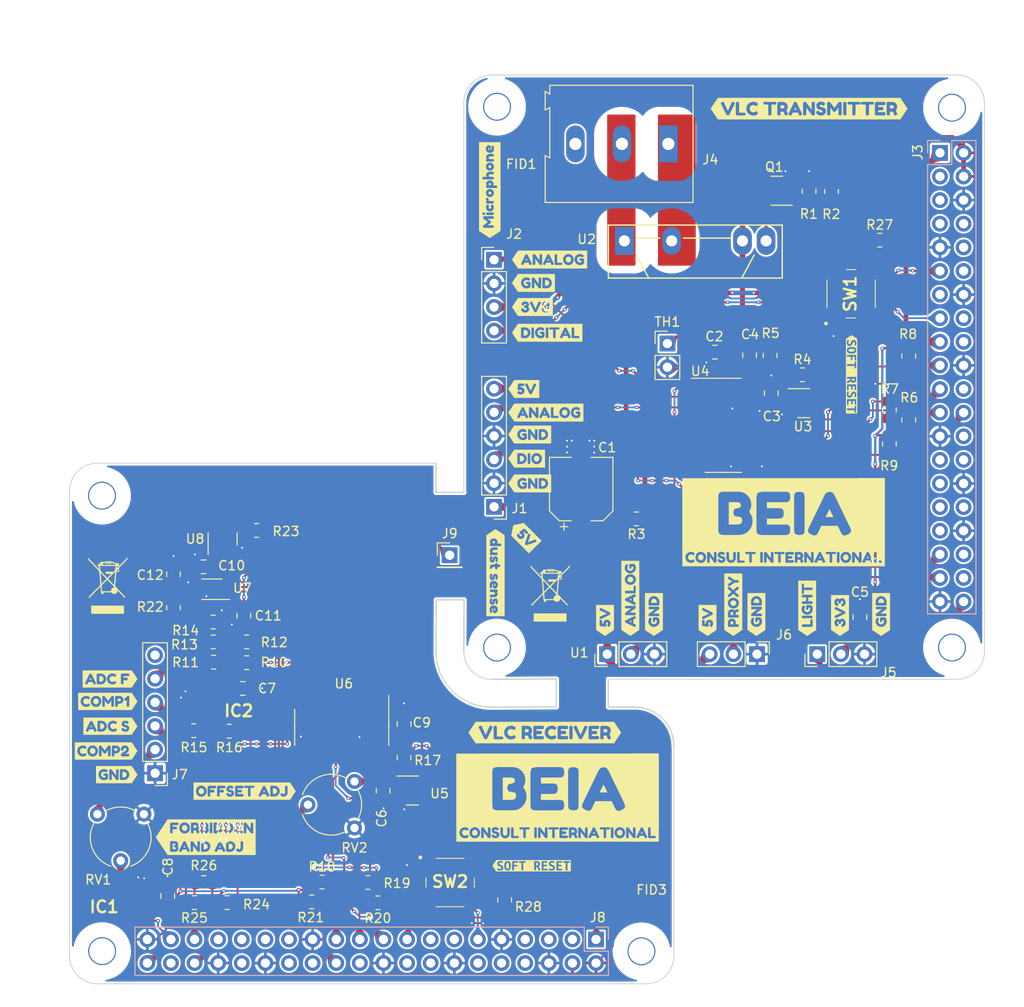
<source format=kicad_pcb>
(kicad_pcb (version 20211014) (generator pcbnew)
  (layers (0 "F.Cu" signal) (31 "B.Cu" power) (34 "B.Paste" user) (35 "F.Paste" user) (36 "B.SilkS" user "B.Silkscreen") (37 "F.SilkS" user "F.Silkscreen") (38 "B.Mask" user) (39 "F.Mask" user) (44 "Edge.Cuts" user))
  (net 0 "")
  (net 1 "GND")
  (net 2 "/light")
  (net 3 "/proxy_out")
  (net 4 "/V-O")
  (net 5 "/ADC2")
  (net 6 "/ADC1")
  (net 7 "/audio_digital_out")
  (net 8 "+3V3")
  (net 9 "MOSI2")
  (net 10 "MISO2")
  (net 11 "CLK2")
  (net 12 "SS2")
  (net 13 "+5V")
  (net 14 "/Comparator1")
  (net 15 "/Comparator2")
  (net 16 "IN2")
  (net 17 "CLK1")
  (net 18 "MISO1")
  (net 19 "MOSI1")
  (net 20 "SS1")
  (net 21 "/ref3")
  (net 22 "/ADC0")
  (net 23 "/ADC3")
  (net 24 "/ADC4")
  (net 25 "/ADC5")
  (net 26 "/ADC6")
  (net 27 "/ADC7")
  (net 28 "Net-(Q1-Pad1)")
  (net 29 "IN1")
  (net 30 "/triac_pin")
  (net 31 "/Vref1")
  (net 49 "Net-(Q1-Pad3)")
  (net 50 "/input")
  (net 51 "Net-(R10-Pad2)")
  (net 52 "/IN-2")
  (net 53 "/IN+2")
  (net 61 "Net-(R12-Pad1)")
  (net 62 "/Vref2")
  (net 63 "/L1")
  (net 64 "/L2")
  (net 65 "Net-(C1-Pad1)")
  (net 84 "/ADC0_1")
  (net 86 "/ADC1_1")
  (net 87 "+3.3VA")
  (net 88 "+5VA")
  (net 91 "/IN-1")
  (net 92 "/IN+1")
  (net 93 "SS3")
  (net 94 "CLK3")
  (net 95 "MISO3")
  (net 98 "/reset1")
  (net 99 "/reset2")
  (footprint "project_footprints:NPTH_3mm_ID" (layer "F.Cu") (at 97.027556 149.054811 180)
    (fp_text reference "H1")
    (fp_text value "3mm_Mounting_Hole" hide)
  )
  (footprint "project_footprints:NPTH_3mm_ID" (layer "F.Cu") (at 39.027556 149.034811 180)
    (fp_text reference "H2")
    (fp_text value "3mm_Mounting_Hole" hide)
  )
  (footprint "project_footprints:NPTH_3mm_ID" (layer "F.Cu") (at 39.0144 100.044811 -90)
    (fp_text reference "H3")
    (fp_text value "3mm_Mounting_Hole" hide)
  )
  (footprint "project_footprints:NPTH_3mm_ID" (layer "F.Cu") (at 81.5 58.216794 90)
    (fp_text reference "H4")
    (fp_text value "3mm_Mounting_Hole" hide)
  )
  (footprint "kibuzzard-62B56DD8" (layer "F.Cu") (at 85.415438 77.1652)
    (fp_text reference "kibuzzard-62B56DD8" hide)
    (fp_text value "G***" hide)
  )
  (footprint "Connector_PinHeader_2.54mm:PinHeader_1x03_P2.54mm_Vertical" (layer "F.Cu") (at 93.345 117.094 90)
    (fp_text reference "U1")
    (fp_text value "LM35-LP")
  )
  (footprint "Resistor_SMD:R_0805_2012Metric" (layer "F.Cu") (at 54.5763 118.0107 180)
    (fp_text reference "R10")
    (fp_text value "DNP")
  )
  (footprint "kibuzzard-62B58D0E" (layer "F.Cu") (at 86.6394 125.5268)
    (fp_text reference "kibuzzard-62B58D0E" hide)
    (fp_text value "G***" hide)
  )
  (footprint "Capacitor_SMD:C_0805_2012Metric" (layer "F.Cu") (at 69.244044 131.76 -90)
    (fp_text reference "C6")
    (fp_text value "100n")
  )
  (footprint "Connector_PinHeader_2.54mm:PinHeader_1x03_P2.54mm_Vertical" (layer "F.Cu") (at 109.458994 117.094 -90)
    (fp_text reference "J6")
    (fp_text value "proxy")
  )
  (footprint "Resistor_SMD:R_0805_2012Metric" (layer "F.Cu") (at 125.7808 91.8934 90)
    (fp_text reference "R6")
    (fp_text value "10k")
  )
  (footprint "Package_SIP:SIP4_Sharp-SSR_P7.62mm_Straight" (layer "F.Cu") (at 95.199194 72.643994)
    (fp_text reference "U2")
    (fp_text value "CN240A05")
  )
  (footprint "kibuzzard-62B56E37" (layer "F.Cu") (at 87.148723 74.6506)
    (fp_text reference "kibuzzard-62B56E37" hide)
    (fp_text value "G***" hide)
  )
  (footprint "kibuzzard-62B5CDB9" (layer "F.Cu") (at 85.217 139.8524)
    (fp_text reference "kibuzzard-62B5CDB9" hide)
    (fp_text value "G***" hide)
  )
  (footprint "Potentiometer_THT:Potentiometer_Piher_PT-6-V_Vertical" (layer "F.Cu") (at 66.167 130.7846 180)
    (fp_text reference "RV2")
    (fp_text value "R_Potentiometer")
  )
  (footprint "Resistor_SMD:R_0805_2012Metric" (layer "F.Cu") (at 96.4965 102.5398 180)
    (fp_text reference "R3")
    (fp_text value "150")
  )
  (footprint "Resistor_SMD:R_0805_2012Metric" (layer "F.Cu") (at 122.6566 72.5678)
    (fp_text reference "R27")
    (fp_text value "10k")
  )
  (footprint "kibuzzard-62B56940" (layer "F.Cu") (at 112.4458 101.981)
    (fp_text reference "kibuzzard-62B56940" hide)
    (fp_text value "G***" hide)
  )
  (footprint "kibuzzard-62B56940" (layer "F.Cu") (at 88.138 131.5974)
    (fp_text reference "kibuzzard-62B56940" hide)
    (fp_text value "G***" hide)
  )
  (footprint "Capacitor_SMD:C_0805_2012Metric" (layer "F.Cu") (at 54.2696 112.9561 -90)
    (fp_text reference "C11")
    (fp_text value "1u")
  )
  (footprint "kibuzzard-62B56CEF" (layer "F.Cu") (at 84.374037 88.5698)
    (fp_text reference "kibuzzard-62B56CEF" hide)
    (fp_text value "G***" hide)
  )
  (footprint "Resistor_SMD:R_0805_2012Metric" (layer "F.Cu") (at 125.7808 85.0392 -90)
    (fp_text reference "R8")
    (fp_text value "10k")
  )
  (footprint "Package_TO_SOT_SMD:SOT-23" (layer "F.Cu") (at 51.9836 104.7011 90)
    (fp_text reference "U8")
    (fp_text value "LM4040DBZ-3")
  )
  (footprint "Capacitor_SMD:C_0805_2012Metric" (layer "F.Cu") (at 71.501 124.6124 90)
    (fp_text reference "C9")
    (fp_text value "100n")
  )
  (footprint "kibuzzard-62B57119" (layer "F.Cu") (at 81.3308 108.331 -90)
    (fp_text reference "kibuzzard-62B57119" hide)
    (fp_text value "G***" hide)
  )
  (footprint "Potentiometer_THT:Potentiometer_Piher_PT-6-V_Vertical" (layer "F.Cu") (at 38.521 134.3044 -90)
    (fp_text reference "RV1")
    (fp_text value "R_Potentiometer")
  )
  (footprint "Resistor_SMD:R_0805_2012Metric" (layer "F.Cu") (at 67.613056 141.653411 180)
    (fp_text reference "R19")
    (fp_text value "10k")
  )
  (footprint "Resistor_SMD:R_0805_2012Metric" (layer "F.Cu") (at 48.9477 143.8148 180)
    (fp_text reference "R25")
    (fp_text value "10k")
  )
  (footprint "kibuzzard-62B56CEF" (layer "F.Cu") (at 93.1164 113.466563 90)
    (fp_text reference "kibuzzard-62B56CEF" hide)
    (fp_text value "G***" hide)
  )
  (footprint "kibuzzard-62B5942E" (layer "F.Cu") (at 40.598725 130.048)
    (fp_text reference "kibuzzard-62B5942E" hide)
    (fp_text value "G***" hide)
  )
  (footprint "Capacitor_SMD:CP_Elec_6.3x7.7" (layer "F.Cu") (at 90.551 99.3394 90)
    (fp_text reference "C1")
    (fp_text value "220u")
  )
  (footprint "project_footprints:NPTH_3mm_ID" (layer "F.Cu") (at 130.429 58.3184 90)
    (fp_text reference "H4")
    (fp_text value "3mm_Mounting_Hole" hide)
  )
  (footprint "Symbol:WEEE-Logo_4.2x6mm_SilkScreen" (layer "F.Cu") (at 39.624 109.728)
    (fp_text reference "FID2" hide)
    (fp_text value "Fiducial" hide)
  )
  (footprint "Resistor_SMD:R_0805_2012Metric" (layer "F.Cu") (at 123.698 90.8285 90)
    (fp_text reference "R7")
    (fp_text value "10k")
  )
  (footprint "kibuzzard-62B56DD8" (layer "F.Cu") (at 85.0138 93.472)
    (fp_text reference "kibuzzard-62B56DD8" hide)
    (fp_text value "G***" hide)
  )
  (footprint "Resistor_SMD:R_0805_2012Metric" (layer "F.Cu") (at 61.565956 143.736211)
    (fp_text reference "R21")
    (fp_text value "10k")
  )
  (footprint "kibuzzard-62B57037" (layer "F.Cu") (at 114.8588 112.156082 90)
    (fp_text reference "kibuzzard-62B57037" hide)
    (fp_text value "G***" hide)
  )
  (footprint "kibuzzard-62B56DD8" (layer "F.Cu") (at 109.3978 112.8268 90)
    (fp_text reference "kibuzzard-62B56DD8" hide)
    (fp_text value "G***" hide)
  )
  (footprint "Capacitor_SMD:C_0805_2012Metric" (layer "F.Cu") (at 54.164356 120.776911 180)
    (fp_text reference "C7")
    (fp_text value "100n")
  )
  (footprint "kibuzzard-62B59390" (layer "F.Cu") (at 39.458106 127.508)
    (fp_text reference "kibuzzard-62B59390" hide)
    (fp_text value "G***" hide)
  )
  (footprint "kibuzzard-62B56B9A" (layer "F.Cu") (at 112.3188 106.68)
    (fp_text reference "kibuzzard-62B56B9A" hide)
    (fp_text value "G***" hide)
  )
  (footprint "kibuzzard-62B57254" (layer "F.Cu") (at 85.0138 98.7298)
    (fp_text reference "kibuzzard-62B57254" hide)
    (fp_text value "G***" hide)
  )
  (footprint "Symbol:WEEE-Logo_4.2x6mm_SilkScreen" (layer "F.Cu") (at 87.2236 110.5662)
    (fp_text reference "FID4" hide)
    (fp_text value "Fiducial" hide)
  )
  (footprint "kibuzzard-62B59413" (layer "F.Cu") (at 39.919539 124.841)
    (fp_text reference "kibuzzard-62B59413" hide)
    (fp_text value "G***" hide)
  )
  (footprint "SamacSys_Parts:PTS526SM15SMTR2LFS" (layer "F.Cu") (at 119.5816 78.3336 90)
    (fp_text reference "SW1")
    (fp_text value "SW_SPST" hide)
  )
  (footprint "project_footprints:NPTH_3mm_ID" (layer "F.Cu") (at 130.429 116.3828 90)
    (fp_text reference "H4")
    (fp_text value "3mm_Mounting_Hole" hide)
  )
  (footprint "kibuzzard-62B56CEF" (layer "F.Cu") (at 84.4296 104.394 -45)
    (fp_text reference "kibuzzard-62B56CEF" hide)
    (fp_text value "G***" hide)
  )
  (footprint "Resistor_SMD:R_0805_2012Metric" (layer "F.Cu") (at 48.8867 125.3259)
    (fp_text reference "R15")
    (fp_text value "1k")
  )
  (footprint "Resistor_SMD:R_0805_2012Metric" (layer "F.Cu") (at 71.501 128.2211 90)
    (fp_text reference "R17")
    (fp_text value "100")
  )
  (footprint "Connector_PinHeader_2.54mm:PinHeader_1x01_P2.54mm_Vertical" (layer "F.Cu") (at 76.4032 106.4514)
    (fp_text reference "J9")
    (fp_text value "Conn_01x01")
  )
  (footprint "Resistor_SMD:R_0805_2012Metric" (layer "F.Cu") (at 52.4764 143.8148)
    (fp_text reference "R24")
    (fp_text value "10k")
  )
  (footprint "Resistor_SMD:R_0805_2012Metric" (layer "F.Cu") (at 115.062 67.31 -90)
    (fp_text reference "R2")
    (fp_text value "DNP")
  )
  (footprint "Capacitor_SMD:C_0805_2012Metric" (layer "F.Cu") (at 46.7004 108.5009 90)
    (fp_text reference "C12")
    (fp_text value "1u")
  )
  (footprint "Package_SO:SOIC-16_3.9x9.9mm_P1.27mm" (layer "F.Cu") (at 105.8418 92.4814)
    (fp_text reference "U4")
    (fp_text value "MCP3008")
  )
  (footprint "Connector_PinHeader_2.54mm:PinHeader_1x04_P2.54mm_Vertical" (layer "F.Cu") (at 81.1784 74.676)
    (fp_text reference "J2")
    (fp_text value "sound in")
  )
  (footprint "TerminalBlock:TerminalBlock_Altech_AK300-3_P5.00mm" (layer "F.Cu") (at 99.928594 62.211594 180)
    (fp_text reference "J4")
    (fp_text value "Conn_01x03")
  )
  (footprint "kibuzzard-62B5717A" (layer "F.Cu") (at 80.7212 67.183 90)
    (fp_text reference "kibuzzard-62B5717A" hide)
    (fp_text value "G***" hide)
  )
  (footprint "Resistor_SMD:R_0805_2012Metric" (layer "F.Cu") (at 46.7004 112.1058 -90)
    (fp_text reference "R22")
    (fp_text value "DNP")
  )
  (footprint "Connector_PinHeader_2.54mm:PinHeader_1x03_P2.54mm_Vertical" (layer "F.Cu") (at 115.940594 117.094 90)
    (fp_text reference "J5")
    (fp_text value "light")
  )
  (footprint "Capacitor_SMD:C_0805_2012Metric" (layer "F.Cu") (at 104.9426 84.6074 180)
    (fp_text reference "C2")
    (fp_text value "100n-0.1u")
  )
  (footprint "kibuzzard-62B57048" (layer "F.Cu") (at 118.3894 112.936867 90)
    (fp_text reference "kibuzzard-62B57048" hide)
    (fp_text value "G***" hide)
  )
  (footprint "kibuzzard-62B571D5" (layer "F.Cu") (at 84.682277 96.0628)
    (fp_text reference "kibuzzard-62B571D5" hide)
    (fp_text value "G***" hide)
  )
  (footprint "kibuzzard-62B57048" (layer "F.Cu") (at 85.305371 79.756)
    (fp_text reference "kibuzzard-62B57048" hide)
    (fp_text value "G***" hide)
  )
  (footprint "Resistor_SMD:R_0805_2012Metric" (layer "F.Cu") (at 117.475 67.3335 90)
    (fp_text reference "R1")
    (fp_text value "90k")
  )
  (footprint "Resistor_SMD:R_0805_2012Metric" (layer "F.Cu") (at 50.9695 115.7755)
    (fp_text reference "R13")
    (fp_text value "20k")
  )
  (footprint "Resistor_SMD:R_0805_2012Metric" (layer "F.Cu") (at 49.9618 141.6558 180)
    (fp_text reference "R26")
    (fp_text value "10k")
  )
  (footprint "kibuzzard-62B59380" (layer "F.Cu") (at 39.638816 122.174)
    (fp_text reference "kibuzzard-62B59380" hide)
    (fp_text value "G***" hide)
  )
  (footprint "Resistor_SMD:R_0805_2012Metric" (layer "F.Cu") (at 52.6948 125.3767)
    (fp_text reference "R16")
    (fp_text value "1k35")
  )
  (footprint "Resistor_SMD:R_0805_2012Metric" (layer "F.Cu") (at 114.3508 87.0458)
    (fp_text reference "R4")
    (fp_text value "100")
  )
  (footprint "project_footprints:NPTH_3mm_ID" (layer "F.Cu") (at 81.5 116.3828 90)
    (fp_text reference "H4")
    (fp_text value "3mm_Mounting_Hole" hide)
  )
  (footprint "kibuzzard-62B56DD8" (layer "F.Cu") (at 122.809 112.8268 90)
    (fp_text reference "kibuzzard-62B56DD8" hide)
    (fp_text value "G***" hide)
  )
  (footprint "kibuzzard-62B56B9A" (layer "F.Cu") (at 88.011 136.2964)
    (fp_text reference "kibuzzard-62B56B9A" hide)
    (fp_text value "G***" hide)
  )
  (footprint "Connector_PinHeader_2.54mm:PinHeader_1x06_P2.54mm_Vertical" (layer "F.Cu") (at 44.7192 129.8979 180)
    (fp_text reference "J7")
    (fp_text value "Analof light in")
  )
  (footprint "Fiducial:Fiducial_0.5mm_Mask1mm" (layer "F.Cu") (at 98.1202 143.9418)
    (fp_text reference "FID3")
    (fp_text value "Fiducial")
  )
  (footprint "Resistor_SMD:R_0805_2012Metric" (layer "F.Cu") (at 51.0184 117.9599 180)
    (fp_text reference "R11")
    (fp_text value "DNP")
  )
  (footprint "Resistor_SMD:R_0805_2012Metric" (layer "F.Cu") (at 123.698 94.4645 -90)
    (fp_text reference "R9")
    (fp_text value "10k")
  )
  (footprint "kibuzzard-62B594DE" (layer "F.Cu") (at 50.165 136.779)
    (fp_text reference "kibuzzard-62B594DE" hide)
    (fp_text value "G***" hide)
  )
  (footprint "Resistor_SMD:R_0805_2012Metric" (layer "F.Cu") (at 110.871 84.963 90)
    (fp_text reference "R5")
    (fp_text value "10k")
  )
  (footprint "Resistor_SMD:R_0805_2012Metric" (layer "F.Cu") (at 55.6412 103.7867)
    (fp_text reference "R23")
    (fp_text value "100")
  )
  (footprint "Package_TO_SOT_SMD:SOT-23" (layer "F.Cu") (at 111.5845 67.249 180)
    (fp_text reference "Q1")
    (fp_text value "Q_NPN_BEC")
  )
  (footprint "kibuzzard-62B59408" (layer "F.Cu") (at 39.878 119.761)
    (fp_text reference "kibuzzard-62B59408" hide)
    (fp_text value "G***" hide)
  )
  (footprint "SamacSys_Parts:TC75S59FUTE85LF" (layer "F.Cu") (at 42.9006 143.0528 180)
    (fp_text reference "IC1")
    (fp_text value "TC75S59FU_TE85L,F_" hide)
  )
  (footprint "kibuzzard-62B5CDB9" (layer "F.Cu") (at 119.634 86.995 -90)
    (fp_text reference "kibuzzard-62B5CDB9" hide)
    (fp_text value "G***" hide)
  )
  (footprint "Fiducial:Fiducial_0.5mm_Mask1mm" (layer "F.Cu") (at 84.0994 65.8876)
    (fp_text reference "FID1")
    (fp_text value "Fiducial")
  )
  (footprint "Connector_PinHeader_2.54mm:PinHeader_1x02_P2.54mm_Vertical" (layer "F.Cu") (at 99.822 83.688)
    (fp_text reference "TH1")
    (fp_text value "Thermistor")
  )
  (footprint "Capacitor_SMD:C_0805_2012Metric" (layer "F.Cu") (at 110.998 89.027 90)
    (fp_text reference "C3")
    (fp_text value "100n")
  )
  (footprint "Resistor_SMD:R_0805_2012Metric" (layer "F.Cu") (at 62.681656 141.602611)
    (fp_text reference "R18")
    (fp_text value "10k")
  )
  (footprint "Resistor_SMD:R_0805_2012Metric" (layer "F.Cu") (at 68.676056 143.837811 180)
    (fp_text reference "R20")
    (fp_text value "10k")
  )
  (footprint "kibuzzard-62B57016" (layer "F.Cu") (at 106.9086 111.775346 90)
    (fp_text reference "kibuzzard-62B57016" hide)
    (fp_text value "G***" hide)
  )
  (footprint "Resistor_SMD:R_0805_2012Metric" (layer "F.Cu") (at 82.3214 143.51 -90)
    (fp_text reference "R28")
    (fp_text value "10k")
  )
  (footprint "kibuzzard-62B594FE" (layer "F.Cu") (at 54.356 131.826)
    (fp_text reference "kibuzzard-62B594FE" hide)
    (fp_text value "G***" hide)
  )
  (footprint "Package_TO_SOT_SMD:SOT-23" (layer "F.Cu") (at 114.4778 90.0938)
    (fp_text reference "U3")
    (fp_text value "LM4040DBZ-4.1")
  )
  (footprint "Resistor_SMD:R_0805_2012Metric" (layer "F.Cu") (at 54.5744 115.7755)
    (fp_text reference "R12")
    (fp_text value "10k")
  )
  (footprint "Capacitor_SMD:C_0805_2012Metric" (layer "F.Cu") (at 46.0756 143.1036 -90)
    (fp_text reference "C8")
    (fp_text value "100n")
  )
  (footprint "SamacSys_Parts:PTS526SM15SMTR2LFS" (layer "F.Cu") (at 76.454 141.6558)
    (fp_text reference "SW2")
    (fp_text value "SW_SPST" hide)
  )
  (footprint "Resistor_SMD:R_0805_2012Metric" (layer "F.Cu") (at 50.9676 113.6419 180)
    (fp_text reference "R14")
    (fp_text value "10k")
  )
  (footprint "kibuzzard-62B56CEF" (layer "F.Cu") (at 104.14 113.466563 90)
    (fp_text reference "kibuzzard-62B56CEF" hide)
    (fp_text value "G***" hide)
  )
  (footprint "kibuzzard-62B5718E" (layer "F.Cu") (at 86.8934 82.5246)
    (fp_text reference "kibuzzard-62B5718E" hide)
    (fp_text value "G***" hide)
  )
  (footprint "Capacitor_SMD:C_0805_2012Metric" (layer "F.Cu") (at 49.9262 107.6983)
    (fp_text reference "C10")
    (fp_text value "1u")
  )
  (footprint "Package_SO:SOIC-16_3.9x9.9mm_P1.27mm" (layer "F.Cu") (at 64.7954 124.968 -90)
    (fp_text reference "U6")
    (fp_text value "MCP3008")
  )
  (footprint "Connector_PinHeader_2.54mm:PinHeader_1x06_P2.54mm_Vertical" (layer "F.Cu") (at 81.1784 101.2444 180)
    (fp_text reference "J1")
    (fp_text value "dust sense")
  )
  (footprint "SamacSys_Parts:TC75S59FUTE85LF" (layer "F.Cu") (at 49.844456 121.742111 -90)
    (fp_text reference "IC2")
    (fp_text value "TC75S59FU_TE85L,F_" hide)
  )
  (footprint "Package_SO:VSSOP-8_2.3x2mm_P0.5mm" (layer "F.Cu") (at 50.8406 110.1113 180)
    (fp_text reference "U7")
    (fp_text value "ADS7041xDCU")
  )
  (footprint "kibuzzard-62B56E37" (layer "F.Cu") (at 95.8342 111.093515 90)
    (fp_text reference "kibuzzard-62B56E37" hide)
    (fp_text value "G***" hide)
  )
  (footprint "kibuzzard-62B56DD8" (layer "F.Cu") (at 98.3742 112.8268 90)
    (fp_text reference "kibuzzard-62B56DD8" hide)
    (fp_text value "G***" hide)
  )
  (footprint "kibuzzard-62B56E37" (layer "F.Cu") (at 86.747085 91.1098)
    (fp_text reference "kibuzzard-62B56E37" hide)
    (fp_text value "G***" hide)
  )
  (footprint "Capacitor_SMD:C_0805_2012Metric" (layer "F.Cu") (at 120.523 113.1062 90)
    (fp_text reference "C5")
    (fp_text value "100n-0.1u")
  )
  (footprint "Capacitor_SMD:C_0805_2012Metric" (layer "F.Cu") (at 108.6612 84.9478 90)
    (fp_text reference "C4")
    (fp_text value "100n")
  )
  (footprint "kibuzzard-62B56AED" (layer "F.Cu") (at 115.062 58.42)
    (fp_text reference "kibuzzard-62B56AED" hide)
    (fp_text value "G***" hide)
  )
  (footprint "Package_TO_SOT_SMD:SOT-23" (layer "F.Cu") (at 72.4154 131.76)
    (fp_text reference "U5")
    (fp_text value "LM4040DBZ-4.1")
  )
  (footprint "Connector_PinSocket_2.54mm:PinSocket_2x20_P2.54mm_Vertical" (layer "B.Cu") (at 92.147556 147.774811 90)
    (fp_text reference "J8")
    (fp_text value "40HAT")
  )
  (footprint "Connector_PinSocket_2.54mm:PinSocket_2x20_P2.54mm_Vertical" (layer "B.Cu") (at 129.138994 63.177754 180)
    (fp_text reference "J3")
    (fp_text value "40HAT")
  )
  (gr_rect (start 104.2162 105.8672) (end 101.4984 98.2472) (layer "F.SilkS") (width 0.15) (fill solid))
  (gr_rect (start 98.8314 135.5852) (end 96.1136 127.8382) (layer "F.SilkS") (width 0.15) (fill solid))
  (gr_rect (start 79.9084 135.4836) (end 77.1906 127.8636) (layer "F.SilkS") (width 0.15) (fill solid))
  (gr_rect (start 123.1392 105.9688) (end 120.4214 98.2218) (layer "F.SilkS") (width 0.15) (fill solid))
  (gr_line (start 100.5212 149.5472) (end 100.5212 127) (layer "Edge.Cuts") (width 0.1))
  (gr_arc (start 77.923874 57.801474) (mid 78.80256 55.68016) (end 80.923874 54.801474) (layer "Edge.Cuts") (width 0.1))
  (gr_line (start 80.882375 122.795908) (end 87.884 122.754874) (layer "Edge.Cuts") (width 0.15))
  (gr_line (start 87.884 119.761) (end 80.923874 119.801474) (layer "Edge.Cuts") (width 0.15))
  (gr_line (start 74.93 99.695) (end 77.923874 99.695) (layer "Edge.Cuts") (width 0.15))
  (gr_line (start 87.884 122.754874) (end 87.884 119.761) (layer "Edge.Cuts") (width 0.15))
  (gr_line (start 93.472 122.781937) (end 96.045735 122.781937) (layer "Edge.Cuts") (width 0.15))
  (gr_arc (start 133.923874 116.801474) (mid 133.0452 118.9228) (end 130.923874 119.801474) (layer "Edge.Cuts") (width 0.1))
  (gr_line (start 130.923874 54.801474) (end 80.923874 54.801474) (layer "Edge.Cuts") (width 0.1))
  (gr_line (start 133.923874 116.801474) (end 133.923874 57.801474) (layer "Edge.Cuts") (width 0.1))
  (gr_arc (start 80.882375 122.795908) (mid 76.63939 120.994068) (end 74.930001 116.713) (layer "Edge.Cuts") (width 0.15))
  (gr_line (start 130.923874 119.801474) (end 93.472 119.788063) (layer "Edge.Cuts") (width 0.1))
  (gr_line (start 74.930001 116.713) (end 74.957063 111.252) (layer "Edge.Cuts") (width 0.15))
  (gr_arc (start 130.923874 54.801474) (mid 133.045214 55.680145) (end 133.923874 57.801474) (layer "Edge.Cuts") (width 0.1))
  (gr_arc (start 80.923874 119.801474) (mid 78.80256 118.922788) (end 77.923874 116.801474) (layer "Edge.Cuts") (width 0.1))
  (gr_line (start 77.950937 111.252) (end 77.923874 116.801474) (layer "Edge.Cuts") (width 0.15))
  (gr_line (start 38.5212 152.5472) (end 97.5212 152.5472) (layer "Edge.Cuts") (width 0.1))
  (gr_line (start 74.93 96.551167) (end 38.516789 96.551167) (layer "Edge.Cuts") (width 0.1))
  (gr_line (start 74.93 96.551167) (end 74.93 99.695) (layer "Edge.Cuts") (width 0.15))
  (gr_line (start 93.472 122.781937) (end 93.472 119.788063) (layer "Edge.Cuts") (width 0.15))
  (gr_line (start 77.923874 99.695) (end 77.923874 57.801474) (layer "Edge.Cuts") (width 0.1))
  (gr_arc (start 38.5212 152.5472) (mid 36.399855 151.668535) (end 35.5212 149.5472) (layer "Edge.Cuts") (width 0.1))
  (gr_arc (start 100.5212 149.5472) (mid 99.642521 151.668522) (end 97.5212 152.5472) (layer "Edge.Cuts") (width 0.1))
  (gr_line (start 74.957063 111.252) (end 77.950937 111.252) (layer "Edge.Cuts") (width 0.15))
  (gr_line (start 35.5212 149.5472) (end 35.5212 99.5472) (layer "Edge.Cuts") (width 0.1))
  (gr_arc (start 35.5212 99.5472) (mid 36.398434 97.428715) (end 38.516789 96.551167) (layer "Edge.Cuts") (width 0.1))
  (gr_arc (start 96.045735 122.781937) (mid 99.193854 123.925027) (end 100.5212 127) (layer "Edge.Cuts") (width 0.15))
  (segment (start 49.2906 108.0127) (end 48.9762 107.6983) (width 0.2) (layer "F.Cu") (net 1))
  (segment (start 48.894456 121.742111) (end 47.548889 121.742111) (width 0.2) (layer "F.Cu") (net 1))
  (segment (start 114.9635 66.299) (end 115.062 66.3975) (width 0.2) (layer "F.Cu") (net 1))
  (segment (start 60.3504 127.443) (end 60.3504 126.0094) (width 0.2) (layer "F.Cu") (net 1))
  (segment (start 102.372 86.228) (end 99.822 86.228) (width 0.2) (layer "F.Cu") (net 1))
  (segment (start 103.9926 84.6074) (end 103.9926 85.7046) (width 0.2) (layer "F.Cu") (net 1))
  (segment (start 52.9719 113.9061) (end 54.2696 113.9061) (width 0.2) (layer "F.Cu") (net 1))
  (segment (start 49.2906 109.3613) (end 49.2906 108.0127) (width 0.2) (layer "F.Cu") (net 1))
  (segment (start 89.027 95.4024) (end 89.027 94.1324) (width 0.5) (layer "F.Cu") (net 1))
  (segment (start 51.8801 112.3817) (end 51.8922 112.3696) (width 0.2) (layer "F.Cu") (net 1))
  (segment (start 112.522 66.299) (end 114.9635 66.299) (width 0.2) (layer "F.Cu") (net 1))
  (segment (start 109.9566 96.9264) (end 109.982 96.901) (width 0.2) (layer "F.Cu") (net 1))
  (segment (start 91.948 94.1324) (end 91.948 95.4024) (width 0.5) (layer "F.Cu") (net 1))
  (segment (start 106.7054 96.9264) (end 106.68 96.901) (width 0.2) (layer "F.Cu") (net 1))
  (segment (start 106.9086 90.5764) (end 106.807 90.678) (width 0.2) (layer "F.Cu") (net 1))
  (segment (start 48.8288 107.5509) (end 48.9762 107.6983) (width 0.2) (layer "F.Cu") (net 1))
  (segment (start 120.523 112.1562) (end 120.523 111.1758) (width 0.2) (layer "F.Cu") (net 1))
  (segment (start 108.3168 90.5764) (end 109.3724 90.5764) (width 0.2) (layer "F.Cu") (net 1))
  (segment (start 56.210289 120.776911) (end 56.2356 120.7516) (width 0.2) (layer "F.Cu") (net 1))
  (segment (start 122.174 88.011) (end 123.698 88.011) (width 0.2) (layer "F.Cu") (net 1))
  (segment (start 46.7004 106.5632) (end 46.7106 106.553) (width 0.2) (layer "F.Cu") (net 1))
  (segment (start 112.522 66.299) (end 112.522 65.151) (width 0.2) (layer "F.Cu") (net 1))
  (segment (start 69.244044 133.633044) (end 69.2912 133.6802) (width 0.2) (layer "F.Cu") (net 1))
  (segment (start 109.3724 90.5764) (end 109.728 90.932) (width 0.2) (layer "F.Cu") (net 1))
  (segment (start 108.3168 90.5764) (end 106.9086 90.5764) (width 0.2) (layer "F.Cu") (net 1))
  (segment (start 50.2315 110.8613) (end 50.2412 110.871) (width 0.2) (layer "F.Cu") (net 1))
  (segment (start 108.3168 96.9264) (end 109.9566 96.9264) (width 0.2) (layer "F.Cu") (net 1))
  (segment (start 48.9762 106.3956) (end 48.9966 106.3752) (width 0.2) (layer "F.Cu") (net 1))
  (segment (start 46.7004 107.5509) (end 48.8288 107.5509) (width 0.2) (layer "F.Cu") (net 1))
  (segment (start 110.998 88.077) (end 110.998 87.122) (width 0.2) (layer "F.Cu") (net 1))
  (segment (start 69.244044 132.71) (end 71.4779 132.71) (width 0.2) (layer "F.Cu") (net 1))
  (segment (start 46.0756 142.1536) (end 46.0756 140.9954) (width 0.2) (layer "F.Cu") (net 1))
  (segment (start 60.3504 126.0094) (end 60.4012 125.9586) (width 0.2) (layer "F.Cu") (net 1))
  (segment (start 49.2906 110.8613) (end 50.2315 110.8613) (width 0.2) (layer "F.Cu") (net 1))
  (segment (start 48.2965 109.3613) (end 48.2854 109.3724) (width 0.2) (layer "F.Cu") (net 1))
  (segment (start 112.4102 91.0438) (end 112.141 91.313) (width 0.2) (layer "F.Cu") (net 1))
  (segment (start 49.2906 109.3613) (end 48.2965 109.3613) (width 0.2) (layer "F.Cu") (net 1))
  (segment (start 69.244044 132.71) (end 69.244044 133.633044) (width 0.2) (layer "F.Cu") (net 1))
  (segment (start 79.9846 146.0246) (end 80.01 146.05) (width 0.2) (layer "F.Cu") (net 1))
  (segment (start 46.7004 107.5509) (end 46.7004 106.5632) (width 0.2) (layer "F.Cu") (net 1))
  (segment (start 71.4779 132.71) (end 71.4779 133.7333) (width 0.2) (layer "F.Cu") (net 1))
  (segment (start 89.027 94.1324) (end 91.948 94.1324) (width 0.5) (layer "F.Cu") (net 1))
  (segment (start 73.454 139.8058) (end 71.8354 139.8058) (width 0.2) (layer "F.Cu") (net 1))
  (segment (start 117.7316 82.8522) (end 117.7036 82.8802) (width 0.2) (layer "F.Cu") (net 1))
  (segment (start 108.6612 83.9978) (end 108.6612 82.8548) (width 0.2) (layer "F.Cu") (net 1))
  (segment (start 71.501 123.6624) (end 71.501 122.3772) (width 0.2) (layer "F.Cu") (net 1))
  (segment (start 51.8801 113.6419) (end 52.1443 113.9061) (width 0.2) (layer "F.Cu") (net 1))
  (segment (start 46.0756 140.9954) (end 46.0502 140.97) (width 0.2) (layer "F.Cu") (net 1))
  (segment (start 42.9006 142.1028) (end 42.9006 141.097) (width 0.2) (layer "F.Cu") (net 1))
  (segment (start 103.9926 85.7046) (end 104.013 85.725) (width 0.2) (layer "F.Cu") (net 1))
  (segment (start 117.7316 81.3336) (end 117.7316 82.8522) (width 0.2) (layer "F.Cu") (net 1))
  (segment (start 108.3168 96.9264) (end 106.7054 96.9264) (width 0.2) (layer "F.Cu") (net 1))
  (segment (start 48.9762 107.6983) (end 48.9762 106.3956) (width 0.2) (layer "F.Cu") (net 1))
  (segment (start 51.8801 113.6419) (end 51.8801 112.3817) (width 0.2) (layer "F.Cu") (net 1))
  (segment (start 113.5403 91.0438) (end 112.4102 91.0438) (width 0.2) (layer "F.Cu") (net 1))
  (segment (start 108.6612 82.8548) (end 108.712 82.804) (width 0.2) (layer "F.Cu") (net 1))
  (segment (start 55.114356 120.776911) (end 56.210289 120.776911) (width 0.2) (layer "F.Cu") (net 1))
  (segment (start 71.8354 139.8058) (end 71.8058 139.7762) (width 0.2) (layer "F.Cu") (net 1))
  (segment (start 52.9336 105.6386) (end 54.0766 105.6386) (width 0.2) (layer "F.Cu") (net 1))
  (segment (start 103.9926 84.6074) (end 102.372 86.228) (width 0.2) (layer "F.Cu") (net 1))
  (segment (start 78.7908 146.0246) (end 79.9846 146.0246) (width 0.2) (layer "F.Cu") (net 1))
  (segment (start 66.7004 127.443) (end 66.7004 126.0094) (width 0.2) (layer "F.Cu") (net 1))
  (segment (start 52.1443 113.9061) (end 52.9719 113.9061) (width 0.2) (layer "F.Cu") (net 1))
  (segment (start 47.548889 121.742111) (end 47.5234 121.7676) (width 0.2) (layer "F.Cu") (net 1))
  (segment (start 115.062 66.3975) (end 115.062 65.151) (width 0.2) (layer "F.Cu") (net 1))
  (segment (start 71.4779 133.7333) (end 71.5264 133.7818) (width 0.2) (layer "F.Cu") (net 1))
  (via (at 51.8922 112.3696) (size 0.4) (drill 0.2) (layers "F.Cu" "B.Cu") (net 1))
  (via (at 71.5264 133.7818) (size 0.4) (drill 0.2) (layers "F.Cu" "B.Cu") (net 1))
  (via (at 110.998 87.122) (size 0.4) (drill 0.2) (layers "F.Cu" "B.Cu") (net 1))
  (via (at 122.174 88.011) (size 0.4) (drill 0.2) (layers "F.Cu" "B.Cu") (net 1))
  (via (at 54.0766 105.6386) (size 0.4) (drill 0.2) (layers "F.Cu" "B.Cu") (net 1))
  (via (at 109.982 96.901) (size 0.4) (drill 0.2) (layers "F.Cu" "B.Cu") (net 1))
  (via (at 112.141 91.313) (size 0.4) (drill 0.2) (layers "F.Cu" "B.Cu") (net 1))
  (via (at 89.027 95.4024) (size 0.4) (drill 0.2) (layers "F.Cu" "B.Cu") (net 1))
  (via (at 89.027 94.7674) (size 0.4) (drill 0.2) (layers "F.Cu" "B.Cu") (net 1))
  (via (at 123.698 88.011) (size 0.4) (drill 0.2) (layers "F.Cu" "B.Cu") (net 1))
  (via (at 42.9006 141.097) (size 0.4) (drill 0.2) (layers "F.Cu" "B.Cu") (net 1))
  (via (at 46.0502 140.97) (size 0.4) (drill 0.2) (layers "F.Cu" "B.Cu") (net 1))
  (via (at 69.2912 133.6802) (size 0.4) (drill 0.2) (layers "F.Cu" "B.Cu") (net 1))
  (via (at 71.501 122.3772) (size 0.4) (drill 0.2) (layers "F.Cu" "B.Cu") (net 1))
  (via (at 120.523 111.1758) (size 0.4) (drill 0.2) (layers "F.Cu" "B.Cu") (net 1))
  (via (at 106.807 90.678) (size 0.4) (drill 0.2) (layers "F.Cu" "B.Cu") (net 1))
  (via (at 89.027 94.1324) (size 0.4) (drill 0.2) (layers "F.Cu" "B.Cu") (net 1))
  (via (at 91.948 95.4024) (size 0.4) (drill 0.2) (layers "F.Cu" "B.Cu") (net 1))
  (via (at 80.01 146.05) (size 0.4) (drill 0.2) (layers "F.Cu" "B.Cu") (net 1))
  (via (at 50.2412 110.871) (size 0.4) (drill 0.2) (layers "F.Cu" "B.Cu") (net 1))
  (via (at 109.728 90.932) (size 0.4) (drill 0.2) (layers "F.Cu" "B.Cu") (net 1))
  (via (at 46.7106 106.553) (size 0.4) (drill 0.2) (layers "F.Cu" "B.Cu") (net 1))
  (via (at 47.5234 121.7676) (size 0.4) (drill 0.2) (layers "F.Cu" "B.Cu") (net 1))
  (via (at 91.948 94.7674) (size 0.4) (drill 0.2) (layers "F.Cu" "B.Cu") (net 1))
  (via (at 117.7036 82.8802) (size 0.4) (drill 0.2) (layers "F.Cu" "B.Cu") (net 1))
  (via (at 71.8058 139.7762) (size 0.4) (drill 0.2) (layers "F.Cu" "B.Cu") (net 1))
  (via (at 108.712 82.804) (size 0.4) (drill 0.2) (layers "F.Cu" "B.Cu") (net 1))
  (via (at 91.44 94.1324) (size 0.4) (drill 0.2) (layers "F.Cu" "B.Cu") (net 1))
  (via (at 104.013 85.725) (size 0.4) (drill 0.2) (layers "F.Cu" "B.Cu") (net 1))
  (via (at 66.7004 126.0094) (size 0.4) (drill 0.2) (layers "F.Cu" "B.Cu") (net 1))
  (via (at 115.062 65.151) (size 0.4) (drill 0.2) (layers "F.Cu" "B.Cu") (net 1))
  (via (at 91.948 94.1324) (size 0.4) (drill 0.2) (layers "F.Cu" "B.Cu") (net 1))
  (via (at 52.9719 113.9061) (size 0.4) (drill 0.2) (layers "F.Cu" "B.Cu") (net 1))
  (via (at 78.7908 146.0246) (size 0.4) (drill 0.2) (layers "F.Cu" "B.Cu") (net 1))
  (via (at 106.68 96.901) (size 0.4) (drill 0.2) (layers "F.Cu" "B.Cu") (net 1))
  (via (at 48.2854 109.3724) (size 0.4) (drill 0.2) (layers "F.Cu" "B.Cu") (net 1))
  (via (at 56.2356 120.7516) (size 0.4) (drill 0.2) (layers "F.Cu" "B.Cu") (net 1))
  (via (at 48.9966 106.3752) (size 0.4) (drill 0.2) (layers "F.Cu" "B.Cu") (net 1))
  (via (at 89.535 94.1324) (size 0.4) (drill 0.2) (layers "F.Cu" "B.Cu") (net 1))
  (via (at 112.522 65.151) (size 0.4) (drill 0.2) (layers "F.Cu" "B.Cu") (net 1))
  (via (at 60.4012 125.9586) (size 0.4) (drill 0.2) (layers "F.Cu" "B.Cu") (net 1))
  (segment (start 117.0686 118.9736) (end 123.4948 118.9736) (width 0.2) (layer "F.Cu") (net 2))
  (segment (start 124.3838 116.8908) (end 128.2192 113.0554) (width 0.2) (layer "F.Cu") (net 2))
  (segment (start 131.678994 111.830806) (end 131.678994 111.437754) (width 0.2) (layer "F.Cu") (net 2))
  (segment (start 128.2192 113.0554) (end 130.4544 113.0554) (width 0.2) (layer "F.Cu") (net 2))
  (segment (start 130.4544 113.0554) (end 131.678994 111.830806) (width 0.2) (layer "F.Cu") (net 2))
  (segment (start 115.940594 116.992394) (end 115.940594 117.845594) (width 0.2) (layer "F.Cu") (net 2))
  (segment (start 123.4948 118.9736) (end 124.3838 118.0846) (width 0.2) (layer "F.Cu") (net 2))
  (segment (start 124.3838 118.0846) (end 124.3838 116.8908) (width 0.2) (layer "F.Cu") (net 2))
  (segment (start 115.940594 117.845594) (end 117.0686 118.9736) (width 0.2) (layer "F.Cu") (net 2))
  (segment (start 106.918994 116.992394) (end 106.918994 113.426006) (width 0.2) (layer "F.Cu") (net 3))
  (segment (start 129.038729 108.797489) (end 129.138994 108.897754) (width 0.2) (layer "F.Cu") (net 3))
  (segment (start 111.547511 108.797489) (end 129.038729 108.797489) (width 0.2) (layer "F.Cu") (net 3))
  (segment (start 106.918994 113.426006) (end 111.547511 108.797489) (width 0.2) (layer "F.Cu") (net 3))
  (segment (start 96.647 98.425) (end 96.647 96.647) (width 0.2) (layer "F.Cu") (net 4))
  (segment (start 98.171 98.425) (end 99.695 98.425) (width 0.2) (layer "F.Cu") (net 4))
  (segment (start 127.762 107.696) (end 109.982 107.696) (width 0.2) (layer "F.Cu") (net 4))
  (segment (start 109.982 107.696) (end 101.092 98.806) (width 0.2) (layer "F.Cu") (net 4))
  (segment (start 92.71 92.71) (end 84.6328 92.71) (width 0.2) (layer "F.Cu") (net 4))
  (segment (start 129.100246 106.357754) (end 127.762 107.696) (width 0.2) (layer "F.Cu") (net 4))
  (segment (start 96.647 96.647) (end 92.71 92.71) (width 0.2) (layer "F.Cu") (net 4))
  (segment (start 129.138994 106.357754) (end 129.100246 106.357754) (width 0.2) (layer "F.Cu") (net 4))
  (segment (start 84.6328 92.71) (end 81.1784 96.1644) (width 0.2) (layer "F.Cu") (net 4))
  (via (at 96.647 98.425) (size 0.4) (drill 0.2) (layers "F.Cu" "B.Cu") (net 4))
  (via (at 99.695 98.425) (size 0.4) (drill 0.2) (layers "F.Cu" "B.Cu") (net 4))
  (via (at 98.171 98.425) (size 0.4) (drill 0.2) (layers "F.Cu" "B.Cu") (net 4))
  (via (at 101.092 98.806) (size 0.4) (drill 0.2) (layers "F.Cu" "B.Cu") (net 4))
  (segment (start 99.695 98.425) (end 100.711 98.425) (width 0.2) (layer "B.Cu") (net 4))
  (segment (start 100.711 98.425) (end 101.092 98.806) (width 0.2) (layer "B.Cu") (net 4))
  (segment (start 96.647 98.425) (end 98.171 98.425) (width 0.2) (layer "B.Cu") (net 4))
  (segment (start 81.1784 91.0844) (end 81.7118 90.551) (width 0.2) (layer "F.Cu") (net 5))
  (segment (start 81.7118 90.551) (end 94.488 90.551) (width 0.2) (layer "F.Cu") (net 5))
  (segment (start 103.3414 90.551) (end 103.3668 90.5764) (width 0.2) (layer "F.Cu") (net 5))
  (segment (start 96.52 90.551) (end 103.3414 90.551) (width 0.2) (layer "F.Cu") (net 5))
  (via (at 94.488 90.551) (size 0.4) (drill 0.2) (layers "F.Cu" "B.Cu") (net 5))
  (via (at 96.52 90.551) (size 0.4) (drill 0.2) (layers "F.Cu" "B.Cu") (net 5))
  (segment (start 94.488 90.551) (end 96.52 90.551) (width 0.2) (layer "B.Cu") (net 5))
  (segment (start 82.677 74.676) (end 81.1276 74.676) (width 0.2) (layer "F.Cu") (net 6))
  (segment (start 96.139 86.614) (end 98.933 89.408) (width 0.2) (layer "F.Cu") (net 6))
  (segment (start 98.933 89.408) (end 103.2652 89.408) (width 0.2) (layer "F.Cu") (net 6))
  (segment (start 94.615 86.614) (end 82.677 74.676) (width 0.2) (layer "F.Cu") (net 6))
  (segment (start 103.2652 89.408) (end 103.3668 89.3064) (width 0.2) (layer "F.Cu") (net 6))
  (via (at 94.615 86.614) (size 0.4) (drill 0.2) (layers "F.Cu" "B.Cu") (net 6))
  (via (at 96.139 86.614) (size 0.4) (drill 0.2) (layers "F.Cu" "B.Cu") (net 6))
  (segment (start 96.139 86.614) (end 94.615 86.614) (width 0.2) (layer "B.Cu") (net 6))
  (segment (start 88.773 80.01) (end 89.535 79.248) (width 0.2) (layer "F.Cu") (net 7))
  (segment (start 109.601 79.248) (end 123.571 79.248) (width 0.2) (layer "F.Cu") (net 7))
  (segment (start 86.487 82.296) (end 87.884 80.899) (width 0.2) (layer "F.Cu") (net 7))
  (segment (start 103.759 79.248) (end 106.299 79.248) (width 0.2) (layer "F.Cu") (net 7))
  (segment (start 81.1276 82.296) (end 86.487 82.296) (width 0.2) (layer "F.Cu") (net 7))
  (segment (start 89.535 79.248) (end 103.759 79.248) (width 0.2) (layer "F.Cu") (net 7))
  (segment (start 123.571 79.248) (end 124.587 80.264) (width 0.2) (layer "F.Cu") (net 7))
  (via (at 88.773 80.01) (size 0.4) (drill 0.2) (layers "F.Cu" "B.Cu") (net 7))
  (via (at 109.601 79.248) (size 0.4) (drill 0.2) (layers "F.Cu" "B.Cu") (net 7))
  (via (at 124.587 80.264) (size 0.4) (drill 0.2) (layers "F.Cu" "B.Cu") (net 7))
  (via (at 87.884 80.899) (size 0.4) (drill 0.2) (layers "F.Cu" "B.Cu") (net 7))
  (via (at 106.299 79.248) (size 0.4) (drill 0.2) (layers "F.Cu" "B.Cu") (net 7))
  (segment (start 106.299 79.248) (end 109.601 79.248) (width 0.2) (layer "B.Cu") (net 7))
  (segment (start 125.280754 80.957754) (end 129.138994 80.957754) (width 0.2) (layer "B.Cu") (net 7))
  (segment (start 124.587 80.264) (end 125.280754 80.957754) (width 0.2) (layer "B.Cu") (net 7))
  (segment (start 87.884 80.899) (end 88.773 80.01) (width 0.2) (layer "B.Cu") (net 7))
  (segment (start 129.138994 63.177754) (end 125.476 66.840748) (width 0.5) (layer "F.Cu") (net 8))
  (segment (start 129.138994 83.497754) (end 126.409746 83.497754) (width 0.5) (layer "F.Cu") (net 8))
  (segment (start 125.7808 92.8059) (end 124.4441 92.8059) (width 0.25) (layer "F.Cu") (net 8))
  (segment (start 125.476 78.232) (end 125.476 81.661) (width 0.5) (layer "F.Cu") (net 8))
  (segment (start 88.011 78.613) (end 88.011 78.74) (width 0.5) (layer "F.Cu") (net 8))
  (segment (start 127.312754 83.497754) (end 129.138994 83.497754) (width 0.5) (layer "F.Cu") (net 8))
  (segment (start 126.409746 83.497754) (end 125.7808 84.1267) (width 0.5) (layer "F.Cu") (net 8))
  (segment (start 122.936 84.201) (end 125.7065 84.201) (width 0.25) (layer "F.Cu") (net 8))
  (segment (start 125.476 78.232) (end 109.093 78.232) (width 0.5) (layer "F.Cu") (net 8))
  (segment (start 120.523 114.949988) (end 120.523 114.0562) (width 0.25) (layer "F.Cu") (net 8))
  (segment (start 122.174 112.4052) (end 122.174 109.347) (width 0.25) (layer "F.Cu") (net 8))
  (segment (start 123.5691 72.5678) (end 125.476 72.5678) (width 0.25) (layer "F.Cu") (net 8))
  (segment (start 106.807 78.232) (end 88.392 78.232) (width 0.5) (layer "F.Cu") (net 8))
  (segment (start 125.7065 84.201) (end 125.7808 84.1267) (width 0.25) (layer "F.Cu") (net 8))
  (segment (start 122.174 96.647) (end 122.174 106.807) (width 0.25) (layer "F.Cu") (net 8))
  (segment (start 123.698 91.741) (end 123.698 93.552) (width 0.25) (layer "F.Cu") (net 8))
  (segment (start 124.4441 92.8059) (end 123.698 93.552) (width 0.25) (layer "F.Cu") (net 8))
  (segment (start 123.698 93.552) (end 122.221 93.552) (width 0.25) (layer "F.Cu") (net 8))
  (segment (start 118.480594 116.992394) (end 120.523 114.949988) (width 0.25) (layer "F.Cu") (net 8))
  (segment (start 120.523 114.0562) (end 122.174 112.4052) (width 0.25) (layer "F.Cu") (net 8))
  (segment (start 125.476 72.5678) (end 125.476 78.232) (width 0.5) (layer "F.Cu") (net 8))
  (segment (start 88.392 78.232) (end 88.011 78.613) (width 0.5) (layer "F.Cu") (net 8))
  (segment (start 125.476 66.840748) (end 125.476 72.5678) (width 0.5) (layer "F.Cu") (net 8))
  (segment (start 122.221 93.552) (end 122.174 93.599) (width 0.25) (layer "F.Cu") (net 8))
  (segment (start 125.476 81.661) (end 127.312754 83.497754) (width 0.5) (layer "F.Cu") (net 8))
  (segment (start 86.868 79.756) (end 81.1276 79.756) (width 0.5) (layer "F.Cu") (net 8))
  (via (at 106.807 78.232) (size 0.4) (drill 0.2) (layers "F.Cu" "B.Cu") (net 8))
  (via (at 86.868 79.756) (size 0.4) (drill 0.2) (layers "F.Cu" "B.Cu") (net 8))
  (via (at 109.093 78.232) (size 0.4) (drill 0.2) (layers "F.Cu" "B.Cu") (net 8))
  (via (at 122.174 93.599) (size 0.4) (drill 0.2) (layers "F.Cu" "B.Cu") (net 8))
  (via (at 122.936 84.201) (size 0.4) (drill 0.2) (layers "F.Cu" "B.Cu") (net 8))
  (via (at 122.174 109.347) (size 0.4) (drill 0.2) (layers "F.Cu" "B.Cu") (net 8))
  (via (at 88.011 78.74) (size 0.4) (drill 0.2) (layers "F.Cu" "B.Cu") (net 8))
  (via (at 122.174 96.647) (size 0.4) (drill 0.2) (layers "F.Cu" "B.Cu") (net 8))
  (via (at 122.174 106.807) (size 0.4) (drill 0.2) (layers "F.Cu" "B.Cu") (net 8))
  (segment (start 122.174 109.347) (end 122.174 106.807) (width 0.25) (layer "B.Cu") (net 8))
  (segment (start 122.174 93.599) (end 122.174 96.647) (width 0.25) (layer "B.Cu") (net 8))
  (segment (start 88.011 78.74) (end 87.884 78.74) (width 0.5) (layer "B.Cu") (net 8))
  (segment (start 87.884 78.74) (end 86.868 79.756) (width 0.5) (layer "B.Cu") (net 8))
  (segment (start 122.936 92.837) (end 122.936 84.201) (width 0.25) (layer "B.Cu") (net 8))
  (segment (start 122.174 93.599) (end 122.936 92.837) (width 0.25) (layer "B.Cu") (net 8))
  (segment (start 106.807 78.232) (end 109.093 78.232) (width 0.5) (layer "B.Cu") (net 8))
  (segment (start 125.866854 86.037754) (end 125.7808 85.9517) (width 0.2) (layer "F.Cu") (net 9))
  (segment (start 117.094 93.6159) (end 116.3235 94.3864) (width 0.2) (layer "F.Cu") (net 9))
  (segment (start 129.138994 86.037754) (end 125.866854 86.037754) (width 0.2) (layer "F.Cu") (net 9))
  (segment (start 125.57682 86.15568) (end 121.99732 86.15568) (width 0.2) (layer "F.Cu") (net 9))
  (segment (start 125.7808 85.9517) (end 125.57682 86.15568) (width 0.2) (layer "F.Cu") (net 9))
  (segment (start 121.99732 86.15568) (end 117.094 91.059) (width 0.2) (layer "F.Cu") (net 9))
  (segment (start 116.3235 94.3864) (end 108.3168 94.3864) (width 0.2) (layer "F.Cu") (net 9))
  (via (at 117.094 91.059) (size 0.4) (drill 0.2) (layers "F.Cu" "B.Cu") (net 9))
  (via (at 117.094 93.6159) (size 0.4) (drill 0.2) (layers "F.Cu" "B.Cu") (net 9))
  (segment (start 117.094 91.059) (end 117.094 93.6159) (width 0.2) (layer "B.Cu") (net 9))
  (segment (start 123.698 89.916) (end 127.800748 89.916) (width 0.2) (layer "F.Cu") (net 10))
  (segment (start 121.92 89.916) (end 123.698 89.916) (width 0.2) (layer "F.Cu") (net 10))
  (segment (start 108.3168 93.1164) (end 120.3706 93.1164) (width 0.2) (layer "F.Cu") (net 10))
  (segment (start 127.800748 89.916) (end 129.138994 88.577754) (width 0.2) (layer "F.Cu") (net 10))
  (segment (start 120.3706 93.1164) (end 121.666 91.821) (width 0.2) (layer "F.Cu") (net 10))
  (via (at 121.666 91.821) (size 0.4) (drill 0.2) (layers "F.Cu" "B.Cu") (net 10))
  (via (at 121.92 89.916) (size 0.4) (drill 0.2) (layers "F.Cu" "B.Cu") (net 10))
  (segment (start 121.666 91.821) (end 121.92 91.567) (width 0.2) (layer "B.Cu") (net 10))
  (segment (start 121.92 91.567) (end 121.92 89.916) (width 0.2) (layer "B.Cu") (net 10))
  (segment (start 125.917654 91.117754) (end 125.7808 90.9809) (width 0.2) (layer "F.Cu") (net 11))
  (segment (start 125.67888 90.87898) (end 119.30602 90.87898) (width 0.2) (layer "F.Cu") (net 11))
  (segment (start 118.3386 91.8464) (end 108.3168 91.8464) (width 0.2) (layer "F.Cu") (net 11))
  (segment (start 125.7808 90.9809) (end 125.67888 90.87898) (width 0.2) (layer "F.Cu") (net 11))
  (segment (start 129.138994 91.117754) (end 125.917654 91.117754) (width 0.2) (layer "F.Cu") (net 11))
  (segment (start 119.30602 90.87898) (end 118.3386 91.8464) (width 0.2) (layer "F.Cu") (net 11))
  (segment (start 130.529483 92.267265) (end 131.678994 91.117754) (width 0.2) (layer "F.Cu") (net 12))
  (segment (start 108.3168 95.6564) (end 123.4186 95.6564) (width 0.2) (layer "F.Cu") (net 12))
  (segment (start 123.4186 95.6564) (end 123.698 95.377) (width 0.2) (layer "F.Cu") (net 12))
  (segment (start 127.879784 92.267265) (end 130.529483 92.267265) (width 0.2) (layer "F.Cu") (net 12))
  (segment (start 124.770049 95.377) (end 127.879784 92.267265) (width 0.2) (layer "F.Cu") (net 12))
  (segment (start 123.698 95.377) (end 124.770049 95.377) (width 0.2) (layer "F.Cu") (net 12))
  (segment (start 97.409 92.964) (end 95.377 90.932) (width 0.5) (layer "F.Cu") (net 13))
  (segment (start 97.409 109.982) (end 93.345 114.046) (width 0.5) (layer "F.Cu") (net 13))
  (segment (start 108.6835 85.8755) (end 108.6612 85.8978) (width 0.25) (layer "F.Cu") (net 13))
  (segment (start 93.345 114.046) (end 93.345 117.094) (width 0.5) (layer "F.Cu") (net 13))
  (segment (start 107.899194 80.340194) (end 107.95 80.391) (width 0.5) (layer "F.Cu") (net 13))
  (segment (start 107.95 80.391) (end 110.49 80.391) (width 0.5) (layer "F.Cu") (net 13))
  (segment (start 95.377 90.932) (end 95.377 89.662) (width 0.5) (layer "F.Cu") (net 13))
  (segment (start 107.899194 72.643994) (end 107.899194 76.276194) (width 0.5) (layer "F.Cu") (net 13))
  (segment (start 93.345 117.094) (end 93.345 117.602) (width 0.5) (layer "F.Cu") (net 13))
  (segment (start 94.488 118.745) (end 102.626388 118.745) (width 0.5) (layer "F.Cu") (net 13))
  (segment (start 115.2633 85.9263) (end 115.2633 87.0458) (width 0.5) (layer "F.Cu") (net 13))
  (segment (start 110.49 80.391) (end 113.157 83.058) (width 0.5) (layer "F.Cu") (net 13))
  (segment (start 131.678994 63.177754) (end 131.678994 65.717754) (width 0.5) (layer "F.Cu") (net 13))
  (segment (start 113.157 84.963) (end 114.3 84.963) (width 0.5) (layer "F.Cu") (net 13))
  (segment (start 107.899194 76.276194) (end 107.899194 80.340194) (width 0.5) (layer "F.Cu") (net 13))
  (segment (start 93.345 117.602) (end 94.488 118.745) (width 0.5) (layer "F.Cu") (net 13))
  (segment (start 102.626388 118.745) (end 104.378994 116.992394) (width 0.5) (layer "F.Cu") (net 13))
  (segment (start 112.2445 85.8755) (end 110.871 85.8755) (width 0.5) (layer "F.Cu") (net 13))
  (segment (start 97.409 102.5398) (end 97.409 109.982) (width 0.5) (layer "F.Cu") (net 13))
  (segment (start 107.899194 72.643994) (end 107.899194 65.455806) (width 0.5) (layer "F.Cu") (net 13))
  (segment (start 95.377 89.662) (end 95.377 88.5444) (width 0.5) (layer "F.Cu") (net 13))
  (segment (start 131.678994 62.717994) (end 131.678994 63.177754) (width 0.5) (layer "F.Cu") (net 13))
  (segment (start 113.157 84.963) (end 112.2445 85.8755) (width 0.5) (layer "F.Cu") (net 13))
  (segment (start 97.409 102.5398) (end 97.409 92.964) (width 0.5) (layer "F.Cu") (net 13))
  (segment (start 110.871 85.8755) (end 108.6835 85.8755) (width 0.25) (layer "F.Cu") (net 13))
  (segment (start 111.837479 61.517521) (end 130.478521 61.517521) (width 0.5) (layer "F.Cu") (net 13))
  (segment (start 114.3 84.963) (end 115.2633 85.9263) (width 0.5) (layer "F.Cu") (net 13))
  (segment (start 98.171 80.391) (end 95.377 83.185) (width 0.5) (layer "F.Cu") (net 13))
  (segment (start 107.899194 80.391) (end 98.171 80.391) (width 0.5) (layer "F.Cu") (net 13))
  (segment (start 95.377 88.5444) (end 81.1784 88.5444) (width 0.5) (layer "F.Cu") (net 13))
  (segment (start 107.899194 65.455806) (end 111.837479 61.517521) (width 0.5) (layer "F.Cu") (net 13))
  (segment (start 107.899194 76.276194) (end 107.899194 80.391) (width 0.5) (layer "F.Cu") (net 13))
  (segment (start 108.6612 85.8978) (end 108.6612 87.692) (width 0.25) (layer "F.Cu") (net 13))
  (segment (start 130.478521 61.517521) (end 131.678994 62.717994) (width 0.5) (layer "F.Cu") (net 13))
  (segment (start 113.157 83.058) (end 113.157 84.963) (width 0.5) (layer "F.Cu") (net 13))
  (segment (start 108.6612 87.692) (end 108.3168 88.0364) (width 0.25) (layer "F.Cu") (net 13))
  (segment (start 95.377 83.185) (end 95.377 89.662) (width 0.5) (layer "F.Cu") (net 13))
  (segment (start 42.2506 145.1206) (end 42.799 145.669) (width 0.2) (layer "F.Cu") (net 14))
  (segment (start 42.9006 145.7706) (end 45.0342 145.7706) (width 0.2) (layer "F.Cu") (net 14))
  (segment (start 42.2506 144.0028) (end 42.2506 145.1206) (width 0.2) (layer "F.Cu") (net 14))
  (segment (start 42.799 145.669) (end 42.9006 145.7706) (width 0.2) (layer "F.Cu") (net 14))
  (via (at 45.0342 145.7706) (size 0.4) (drill 0.2) (layers "F.Cu" "B.Cu") (net 14))
  (segment (start 45.0342 146.381455) (end 46.427556 147.774811) (width 0.2) (layer "B.Cu") (net 14))
  (segment (start 45.0342 145.7706) (end 45.0342 146.381455) (width 0.2) (layer "B.Cu") (net 14))
  (segment (start 50.794456 122.563856) (end 53.6073 125.3767) (width 0.2) (layer "F.Cu") (net 15))
  (segment (start 50.794456 122.392111) (end 50.794456 122.563856) (width 0.2) (layer "F.Cu") (net 15))
  (segment (start 38.521 133.5561) (end 38.521 134.3044) (width 0.2) (layer "F.Cu") (net 16))
  (segment (start 44.7192 127.3579) (end 38.521 133.5561) (width 0.2) (layer "F.Cu") (net 16))
  (segment (start 63.8556 141.341167) (end 63.8556 130.556) (width 0.2) (layer "F.Cu") (net 17))
  (segment (start 65.4304 128.9812) (end 65.4304 127.443) (width 0.2) (layer "F.Cu") (net 17))
  (segment (start 63.8556 130.556) (end 65.4304 128.9812) (width 0.2) (layer "F.Cu") (net 17))
  (segment (start 64.207556 147.774811) (end 64.207556 142.216011) (width 0.2) (layer "F.Cu") (net 17))
  (segment (start 64.207556 142.216011) (end 63.594156 141.602611) (width 0.2) (layer "F.Cu") (net 17))
  (segment (start 63.594156 141.602611) (end 63.8556 141.341167) (width 0.2) (layer "F.Cu") (net 17))
  (segment (start 65.5066 132.588) (end 65.9638 132.588) (width 0.2) (layer "F.Cu") (net 18))
  (segment (start 65.9638 132.588) (end 67.8434 134.4676) (width 0.2) (layer "F.Cu") (net 18))
  (segment (start 66.700556 147.727811) (end 66.700556 141.653411) (width 0.2) (layer "F.Cu") (net 18))
  (segment (start 67.8434 140.510567) (end 66.700556 141.653411) (width 0.2) (layer "F.Cu") (net 18))
  (segment (start 66.747556 147.774811) (end 66.700556 147.727811) (width 0.2) (layer "F.Cu") (net 18))
  (segment (start 64.135 129.2352) (end 64.1604 129.2098) (width 0.2) (layer "F.Cu") (net 18))
  (segment (start 64.1604 129.2098) (end 64.1604 127.443) (width 0.2) (layer "F.Cu") (net 18))
  (segment (start 67.8434 134.4676) (end 67.8434 140.510567) (width 0.2) (layer "F.Cu") (net 18))
  (via (at 64.135 129.2352) (size 0.4) (drill 0.2) (layers "F.Cu" "B.Cu") (net 18))
  (via (at 65.5066 132.588) (size 0.4) (drill 0.2) (layers "F.Cu" "B.Cu") (net 18))
  (segment (start 64.135 131.2164) (end 64.135 129.2352) (width 0.2) (layer "B.Cu") (net 18))
  (segment (start 65.5066 132.588) (end 64.135 131.2164) (width 0.2) (layer "B.Cu") (net 18))
  (segment (start 67.763556 143.837811) (end 67.763556 146.250811) (width 0.2) (layer "F.Cu") (net 19))
  (segment (start 64.9986 139.0142) (end 65.0494 139.065) (width 0.2) (layer "F.Cu") (net 19))
  (segment (start 62.8904 127.443) (end 62.8904 129.3876) (width 0.2) (layer "F.Cu") (net 19))
  (segment (start 63.3476 138.835836) (end 63.194636 138.9888) (width 0.2) (layer "F.Cu") (net 19))
  (segment (start 63.3476 129.8448) (end 63.3476 138.835836) (width 0.2) (layer "F.Cu") (net 19))
  (segment (start 67.763556 146.250811) (end 69.287556 147.774811) (width 0.2) (layer "F.Cu") (net 19))
  (segment (start 65.0494 139.065) (end 65.0494 143.6624) (width 0.2) (layer "F.Cu") (net 19))
  (segment (start 65.0494 143.6624) (end 66.1416 144.7546) (width 0.2) (layer "F.Cu") (net 19))
  (segment (start 62.8904 129.3876) (end 63.3476 129.8448) (width 0.2) (layer "F.Cu") (net 19))
  (via (at 63.281636 138.97582) (size 0.4) (drill 0.2) (layers "F.Cu" "B.Cu") (net 19))
  (via (at 66.1416 144.7546) (size 0.4) (drill 0.2) (layers "F.Cu" "B.Cu") (net 19))
  (via (at 67.763556 145.335156) (size 0.4) (drill 0.2) (layers "F.Cu" "B.Cu") (net 19))
  (via (at 64.9986 139.0142) (size 0.4) (drill 0.2) (layers "F.Cu" "B.Cu") (net 19))
  (segment (start 64.9478 138.9634) (end 63.294056 138.9634) (width 0.2) (layer "B.Cu") (net 19))
  (segment (start 67.763556 145.335156) (end 66.722156 145.335156) (width 0.2) (layer "B.Cu") (net 19))
  (segment (start 63.294056 138.9634) (end 63.281636 138.97582) (width 0.2) (layer "B.Cu") (net 19))
  (segment (start 66.722156 145.335156) (end 66.1416 144.7546) (width 0.2) (layer "B.Cu") (net 19))
  (segment (start 64.9986 139.0142) (end 64.9478 138.9634) (width 0.2) (layer "B.Cu") (net 19))
  (segment (start 61.6204 129.286) (end 61.6204 127.443) (width 0.2) (layer "F.Cu") (net 20))
  (segment (start 62.478456 143.736211) (end 62.782136 143.432531) (width 0.2) (layer "F.Cu") (net 20))
  (segment (start 62.817067 144.074822) (end 62.817067 148.924322) (width 0.2) (layer "F.Cu") (net 20))
  (segment (start 62.817067 148.924322) (end 64.207556 150.314811) (width 0.2) (layer "F.Cu") (net 20))
  (segment (start 62.782136 130.447736) (end 61.6204 129.286) (width 0.2) (layer "F.Cu") (net 20))
  (segment (start 62.782136 143.432531) (end 62.782136 130.447736) (width 0.2) (layer "F.Cu") (net 20))
  (segment (start 62.478456 143.736211) (end 62.817067 144.074822) (width 0.2) (layer "F.Cu") (net 20))
  (segment (start 51.0336 105.6386) (end 51.0336 107.5409) (width 0.2) (layer "F.Cu") (net 21))
  (segment (start 49.939622 110.3613) (end 49.2906 110.3613) (width 0.2) (layer "F.Cu") (net 21))
  (segment (start 50.8762 107.6983) (end 50.8762 109.424722) (width 0.2) (layer "F.Cu") (net 21))
  (segment (start 51.0336 107.5409) (end 50.8762 107.6983) (width 0.2) (layer "F.Cu") (net 21))
  (segment (start 56.5344 101.981) (end 79.756 101.981) (width 0.2) (layer "F.Cu") (net 21))
  (segment (start 53.333717 103.7867) (end 54.7287 103.7867) (width 0.2) (layer "F.Cu") (net 21))
  (segment (start 51.481817 105.6386) (end 53.333717 103.7867) (width 0.2) (layer "F.Cu") (net 21))
  (segment (start 80.028889 101.708111) (end 80.028889 101.6) (width 0.2) (layer "F.Cu") (net 21))
  (segment (start 50.8762 109.424722) (end 49.939622 110.3613) (width 0.2) (layer "F.Cu") (net 21))
  (segment (start 54.7287 103.7867) (end 56.5344 101.981) (width 0.2) (layer "F.Cu") (net 21))
  (segment (start 51.0336 105.6386) (end 51.481817 105.6386) (width 0.2) (layer "F.Cu") (net 21))
  (segment (start 79.756 101.981) (end 80.028889 101.708111) (width 0.2) (layer "F.Cu") (net 21))
  (segment (start 100.584 112.395) (end 95.885 117.094) (width 0.2) (layer "F.Cu") (net 22))
  (segment (start 101.3206 88.0364) (end 103.3668 88.0364) (width 0.2) (layer "F.Cu") (net 22))
  (segment (start 100.584 88.773) (end 101.3206 88.0364) (width 0.2) (layer "F.Cu") (net 22))
  (segment (start 100.584 91.059) (end 100.584 112.395) (width 0.2) (layer "F.Cu") (net 22))
  (via (at 100.584 88.773) (size 0.4) (drill 0.2) (layers "F.Cu" "B.Cu") (net 22))
  (via (at 100.584 91.059) (size 0.4) (drill 0.2) (layers "F.Cu" "B.Cu") (net 22))
  (segment (start 100.584 91.059) (end 100.584 88.773) (width 0.2) (layer "B.Cu") (net 22))
  (segment (start 105.8926 84.6074) (end 105.918 84.6328) (width 0.2) (layer "F.Cu") (net 23))
  (segment (start 105.918 90.043) (end 104.1146 91.8464) (width 0.2) (layer "F.Cu") (net 23))
  (segment (start 105.918 84.6328) (end 105.918 90.043) (width 0.2) (layer "F.Cu") (net 23))
  (segment (start 99.822 83.688) (end 100.579 82.931) (width 0.2) (layer "F.Cu") (net 23))
  (segment (start 105.8926 84.3026) (end 105.8926 84.6074) (width 0.2) (layer "F.Cu") (net 23))
  (segment (start 104.521 82.931) (end 105.8926 84.3026) (width 0.2) (layer "F.Cu") (net 23))
  (segment (start 109.87322 85.04828) (end 106.33348 85.04828) (width 0.2) (layer "F.Cu") (net 23))
  (segment (start 110.871 84.0505) (end 109.87322 85.04828) (width 0.2) (layer "F.Cu") (net 23))
  (segment (start 100.579 82.931) (end 104.521 82.931) (width 0.2) (layer "F.Cu") (net 23))
  (segment (start 104.1146 91.8464) (end 103.3668 91.8464) (width 0.2) (layer "F.Cu") (net 23))
  (segment (start 106.33348 85.04828) (end 105.8926 84.6074) (width 0.2) (layer "F.Cu") (net 23))
  (segment (start 115.062 68.2225) (end 117.4515 68.2225) (width 0.2) (layer "F.Cu") (net 28))
  (segment (start 117.4515 68.2225) (end 117.475 68.246) (width 0.2) (layer "F.Cu") (net 28))
  (segment (start 112.522 68.199) (end 115.0385 68.199) (width 0.2) (layer "F.Cu") (net 28))
  (segment (start 115.0385 68.199) (end 115.062 68.2225) (width 0.2) (layer "F.Cu") (net 28))
  (segment (start 44.7192 122.2779) (end 47.7672 125.3259) (width 0.2) (layer "F.Cu") (net 29))
  (segment (start 47.7672 125.3259) (end 47.9742 125.3259) (width 0.2) (layer "F.Cu") (net 29))
  (segment (start 57.11228 118.0107) (end 55.4888 118.0107) (width 0.2) (layer "F.Cu") (net 31))
  (segment (start 66.167 130.7846) (end 69.218644 130.7846) (width 0.2) (layer "F.Cu") (net 31))
  (segment (start 57.13998 117.983) (end 57.11228 118.0107) (width 0.2) (layer "F.Cu") (net 31))
  (segment (start 69.244044 130.81) (end 71.4779 130.81) (width 0.2) (layer "F.Cu") (net 31))
  (segment (start 71.4779 129.1567) (end 71.501 129.1336) (width 0.2) (layer "F.Cu") (net 31))
  (segment (start 69.244044 129.561756) (end 69.244044 130.81) (width 0.2) (layer "F.Cu") (net 31))
  (segment (start 70.5612 128.2446) (end 69.244044 129.561756) (width 0.2) (layer "F.Cu") (net 31))
  (segment (start 72.4916 128.2446) (end 70.5612 128.2446) (width 0.2) (layer "F.Cu") (net 31))
  (segment (start 55.4869 118.0088) (end 55.4888 118.0107) (width 0.2) (layer "F.Cu") (net 31))
  (segment (start 67.9704 129.536356) (end 69.244044 130.81) (width 0.2) (layer "F.Cu") (net 31))
  (segment (start 58.93802 117.983) (end 68.5546 117.983) (width 0.2) (layer "F.Cu") (net 31))
  (segment (start 67.9704 127.443) (end 67.9704 129.536356) (width 0.2) (layer "F.Cu") (net 31))
  (segment (start 68.5546 117.983) (end 73.4314 122.8598) (width 0.2) (layer "F.Cu") (net 31))
  (segment (start 55.4869 115.7755) (end 55.4869 118.0088) (width 0.2) (layer "F.Cu") (net 31))
  (segment (start 73.4314 122.8598) (end 73.4314 127.3048) (width 0.2) (layer "F.Cu") (net 31))
  (segment (start 69.218644 130.7846) (end 69.244044 130.81) (width 0.2) (layer "F.Cu") (net 31))
  (segment (start 71.4779 130.81) (end 71.4779 129.1567) (width 0.2) (layer "F.Cu") (net 31))
  (segment (start 73.4314 127.3048) (end 72.4916 128.2446) (width 0.2) (layer "F.Cu") (net 31))
  (via (at 58.93802 117.983) (size 0.4) (drill 0.2) (layers "F.Cu" "B.Cu") (net 31))
  (via (at 57.13998 117.983) (size 0.4) (drill 0.2) (layers "F.Cu" "B.Cu") (net 31))
  (segment (start 57.13998 117.983) (end 58.93802 117.983) (width 0.2) (layer "B.Cu") (net 31))
  (segment (start 110.439194 67.456806) (end 110.647 67.249) (width 0.2) (layer "F.Cu") (net 49))
  (segment (start 110.439194 72.643994) (end 110.439194 67.456806) (width 0.2) (layer "F.Cu") (net 49))
  (segment (start 49.279989 109.871911) (end 47.121411 109.871911) (width 0.2) (layer "F.Cu") (net 50))
  (segment (start 46.7004 111.1933) (end 46.7004 109.4509) (width 0.2) (layer "F.Cu") (net 50))
  (segment (start 47.121411 109.871911) (end 46.7004 109.4509) (width 0.2) (layer "F.Cu") (net 50))
  (segment (start 49.2906 109.8613) (end 49.279989 109.871911) (width 0.2) (layer "F.Cu") (net 50))
  (segment (start 53.613 117.9599) (end 53.6638 118.0107) (width 0.2) (layer "F.Cu") (net 51))
  (segment (start 51.9309 117.9599) (end 53.613 117.9599) (width 0.2) (layer "F.Cu") (net 51))
  (segment (start 48.894456 121.092111) (end 48.894456 119.171344) (width 0.2) (layer "F.Cu") (net 52))
  (segment (start 50.1059 117.9599) (end 50.1059 115.8244) (width 0.2) (layer "F.Cu") (net 52))
  (segment (start 50.1059 115.8244) (end 50.057 115.7755) (width 0.2) (layer "F.Cu") (net 52))
  (segment (start 50.057 115.7755) (end 50.0551 115.7736) (width 0.2) (layer "F.Cu") (net 52))
  (segment (start 50.0551 115.7736) (end 50.0551 113.6419) (width 0.2) (layer "F.Cu") (net 52))
  (segment (start 48.894456 119.171344) (end 50.1059 117.9599) (width 0.2) (layer "F.Cu") (net 52))
  (segment (start 48.894456 122.392111) (end 48.894456 124.421156) (width 0.2) (layer "F.Cu") (net 53))
  (segment (start 51.7315 125.3259) (end 51.7823 125.3767) (width 0.2) (layer "F.Cu") (net 53))
  (segment (start 49.7992 125.3259) (end 51.7315 125.3259) (width 0.2) (layer "F.Cu") (net 53))
  (segment (start 48.894456 124.421156) (end 49.7992 125.3259) (width 0.2) (layer "F.Cu") (net 53))
  (segment (start 51.882 115.7755) (end 53.6619 115.7755) (width 0.2) (layer "F.Cu") (net 61))
  (segment (start 110.3274 89.3064) (end 110.998 89.977) (width 0.2) (layer "F.Cu") (net 62))
  (segment (start 108.3168 89.3064) (end 110.3274 89.3064) (width 0.2) (layer "F.Cu") (net 62))
  (segment (start 112.7071 89.977) (end 113.5403 89.1438) (width 0.2) (layer "F.Cu") (net 62))
  (segment (start 113.5403 89.1438) (end 113.5403 87.1478) (width 0.2) (layer "F.Cu") (net 62))
  (segment (start 110.998 89.977) (end 112.7071 89.977) (width 0.2) (layer "F.Cu") (net 62))
  (segment (start 113.5403 87.1478) (end 113.4383 87.0458) (width 0.2) (layer "F.Cu") (net 62))
  (segment (start 94.928594 62.211594) (end 94.928594 72.373394) (width 2) (layer "F.Cu") (net 63))
  (segment (start 94.928594 72.373394) (end 95.199194 72.643994) (width 2) (layer "F.Cu") (net 63))
  (segment (start 100.279194 62.562194) (end 99.928594 62.211594) (width 2) (layer "F.Cu") (net 64))
  (segment (start 100.279194 72.643994) (end 100.279194 62.562194) (width 2) (layer "F.Cu") (net 64))
  (segment (start 90.551 102.0394) (end 95.0836 102.0394) (width 0.5) (layer "F.Cu") (net 65))
  (segment (start 81.1784 101.2444) (end 89.756 101.2444) (width 0.5) (layer "F.Cu") (net 65))
  (segment (start 89.756 101.2444) (end 90.551 102.0394) (width 0.5) (layer "F.Cu") (net 65))
  (segment (start 95.0836 102.0394) (end 95.584 102.5398) (width 0.5) (layer "F.Cu") (net 65))
  (segment (start 58.93802 126.746) (end 58.93802 125.82158) (width 0.2) (layer "F.Cu") (net 84))
  (segment (start 58.93802 125.82158) (end 59.7916 124.968) (width 0.2) (layer "F.Cu") (net 84))
  (segment (start 54.3052 126.7968) (end 54.356 126.746) (width 0.2) (layer "F.Cu") (net 84))
  (segment (start 46.6981 126.7968) (end 54.3052 126.7968) (width 0.2) (layer "F.Cu") (net 84))
  (segment (start 59.7916 124.968) (end 67.4878 124.968) (width 0.2) (layer "F.Cu") (net 84))
  (segment (start 44.7192 124.8179) (end 46.6981 126.7968) (width 0.2) (layer "F.Cu") (net 84))
  (segment (start 69.2404 123.2154) (end 69.2404 122.493) (width 0.2) (layer "F.Cu") (net 84))
  (segment (start 55.626 126.746) (end 57.13998 126.746) (width 0.2) (layer "F.Cu") (net 84))
  (segment (start 67.4878 124.968) (end 69.2404 123.2154) (width 0.2) (layer "F.Cu") (net 84))
  (via (at 58.93802 126.746) (size 0.4) (drill 0.2) (layers "F.Cu" "B.Cu") (net 84))
  (via (at 57.13998 126.746) (size 0.4) (drill 0.2) (layers "F.Cu" "B.Cu") (net 84))
  (via (at 54.356 126.746) (size 0.4) (drill 0.2) (layers "F.Cu" "B.Cu") (net 84))
  (via (at 55.626 126.746) (size 0.4) (drill 0.2) (layers "F.Cu" "B.Cu") (net 84))
  (segment (start 57.13998 126.746) (end 58.93802 126.746) (width 0.2) (layer "B.Cu") (net 84))
  (segment (start 54.356 126.746) (end 55.626 126.746) (width 0.2) (layer "B.Cu") (net 84))
  (segment (start 44.7192 119.7379) (end 46.7004 117.7567) (width 0.2) (layer "F.Cu") (net 86))
  (segment (start 46.7004 117.7567) (end 46.7004 113.0183) (width 0.2) (layer "F.Cu") (net 86))
  (segment (start 92.147556 147.774811) (end 92.147556 146.351156) (width 0.2) (layer "F.Cu") (net 87))
  (segment (start 71.827556 146.076811) (end 71.827556 147.774811) (width 0.2) (layer "F.Cu") (net 87))
  (segment (start 55.5165 112.0061) (end 54.2696 112.0061) (width 0.2) (layer "F.Cu") (net 87))
  (segment (start 67.183 140.0556) (end 65.6844 140.0556) (width 0.2) (layer "F.Cu") (net 87))
  (segment (start 49.784 133.35) (end 54.991 128.143) (width 0.2) (layer "F.Cu") (net 87))
  (segment (start 68.525556 142.774811) (end 69.588556 143.837811) (width 0.2) (layer "F.Cu") (net 87))
  (segment (start 56.5537 106.5143) (end 56.5537 103.7867) (width 0.2) (layer "F.Cu") (net 87))
  (segment (start 50.794456 121.092111) (end 52.899156 121.092111) (width 0.2) (layer "F.Cu") (net 87))
  (segment (start 82.344272 145.417528) (end 71.168272 145.417528) (width 0.2) (layer "F.Cu") (net 87))
  (segment (start 53.1248 110.8613) (end 54.2696 112.0061) (width 0.2) (layer "F.Cu") (net 87))
  (segment (start 57.288 104.521) (end 74.295 104.521) (width 0.2) (layer "F.Cu") (net 87))
  (segment (start 60.653456 143.736211) (end 61.769156 142.620511) (width 0.2) (layer "F.Cu") (net 87))
  (segment (start 52.899156 121.092111) (end 53.214356 120.776911) (width 0.2) (layer "F.Cu") (net 87))
  (segment (start 60.1726 142.4432) (end 60.928567 142.4432) (width 0.2) (layer "F.Cu") (net 87))
  (segment (start 68.525556 141.653411) (end 68.525556 140.059244) (width 0.2) (layer "F.Cu") (net 87))
  (segment (start 71.168272 145.417528) (end 71.827556 146.076811) (width 0.2) (layer "F.Cu") (net 87))
  (segment (start 61.9506 139.9794) (end 61.9506 141.421167) (width 0.2) (layer "F.Cu") (net 87))
  (segment (start 47.4472 142.682) (end 46.0756 144.0536) (width 0.2) (layer "F.Cu") (net 87))
  (segment (start 49.8602 143.8148) (end 51.5639 143.8148) (width 0.2) (layer "F.Cu") (net 87))
  (segment (start 91.213928 145.417528) (end 82.344272 145.417528) (width 0.2) (layer "F.Cu") (net 87))
  (segment (start 53.214356 120.776911) (end 54.5846 119.406667) (width 0.2) (layer "F.Cu") (net 87))
  (segment (start 68.525556 140.059244) (end 68.5292 140.0556) (width 0.2) (layer "F.Cu") (net 87))
  (segment (start 68.525556 141.653411) (end 68.525556 142.774811) (width 0.2) (layer "F.Cu") (net 87))
  (segment (start 60.1726 143.255355) (end 60.653456 143.736211) (width 0.2) (layer "F.Cu") (net 87))
  (segment (start 50.8743 141.6558) (end 50.8743 143.1252) (width 0.2) (layer "F.Cu") (net 87))
  (segment (start 54.991 128.143) (end 54.991 124.0028) (width 0.2) (layer "F.Cu") (net 87))
  (segment (start 51.5639 143.1017) (end 52.1208 142.5448) (width 0.2) (layer "F.Cu") (net 87))
  (segment (start 82.3214 145.394656) (end 82.344272 145.417528) (width 0.2) (layer "F.Cu") (net 87))
  (segment (start 54.2696 108.7984) (end 56.5537 106.5143) (width 0.2) (layer "F.Cu") (net 87))
  (segment (start 92.147556 146.351156) (end 91.213928 145.417528) (width 0.2) (layer "F.Cu") (net 87))
  (segment (start 55.8546 113.918162) (end 55.8546 112.3442) (width 0.2) (layer "F.Cu") (net 87))
  (segment (start 53.214356 122.226156) (end 53.214356 120.776911) (width 0.2) (layer "F.Cu") (net 87))
  (segment (start 52.3906 110.8613) (end 53.1248 110.8613) (width 0.2) (layer "F.Cu") (net 87))
  (segment (start 54.991 124.0028) (end 53.214356 122.226156) (width 0.2) (layer "F.Cu") (net 87))
  (segment (start 54.5846 115.188162) (end 55.8546 113.918162) (width 0.2) (layer "F.Cu") (net 87))
  (segment (start 54.5846 119.406667) (end 54.5846 115.188162) (width 0.2) (layer "F.Cu") (net 87))
  (segment (start 49.784 135.509) (end 49.784 133.35) (width 0.2) (layer "F.Cu") (net 87))
  (segment (start 82.3214 144.4225) (end 82.3214 145.394656) (width 0.2) (layer "F.Cu") (net 87))
  (segment (start 60.1726 142.4432) (end 60.1726 143.255355) (width 0.2) (layer "F.Cu") (net 87))
  (segment (start 43.5506 144.0028) (end 46.0248 144.0028) (width 0.2) (layer "F.Cu") (net 87))
  (segment (start 50.8743 143.1252) (end 51.5639 143.8148) (width 0.2) (layer "F.Cu") (net 87))
  (segment (start 56.5537 103.7867) (end 57.288 104.521) (width 0.2) (layer "F.Cu") (net 87))
  (segment (start 51.5639 143.8148) (end 51.5639 143.1017) (width 0.2) (layer "F.Cu") (net 87))
  (segment (start 74.295 104.521) (end 76.2 106.426) (width 0.2) (layer "F.Cu") (net 87))
  (segment (start 65.6844 140.0556) (end 65.659 140.0302) (width 0.2) (layer "F.Cu") (net 87))
  (segment (start 46.0248 144.0028) (end 46.0756 144.0536) (width 0.2) (layer "F.Cu") (net 87))
  (segment (start 61.769156 142.620511) (end 61.769156 141.602611) (width 0.2) (layer "F.Cu") (net 87))
  (segment (start 60.928567 142.4432) (end 61.769156 141.602611) (width 0.2) (layer "F.Cu") (net 87))
  (segment (start 54.2696 112.0061) (end 54.2696 110.9574) (width 0.2) (layer "F.Cu") (net 87))
  (segment (start 69.588556 143.837811) (end 71.168272 145.417528) (width 0.2) (layer "F.Cu") (net 87))
  (segment (start 55.8546 112.3442) (end 55.5165 112.0061) (width 0.2) (layer "F.Cu") (net 87))
  (segment (start 47.4472 142.5956) (end 47.4472 142.682) (width 0.2) (layer "F.Cu") (net 87))
  (segment (start 61.9506 141.421167) (end 61.769156 141.602611) (width 0.2) (layer "F.Cu") (net 87))
  (segment (start 47.4472 142.5956) (end 47.4472 139.3698) (width 0.2) (layer "F.Cu") (net 87))
  (segment (start 54.2696 108.8618) (end 54.2696 108.7984) (width 0.2) (layer "F.Cu") (net 87))
  (segment (start 47.4472 139.3698) (end 49.784 137.033) (width 0.2) (layer "F.Cu") (net 87))
  (via (at 60.1726 142.4432) (size 0.4) (drill 0.2) (layers "F.Cu" "B.Cu") (net 87))
  (via (at 47.4472 142.5956) (size 0.4) (drill 0.2) (layers "F.Cu" "B.Cu") (net 87))
  (via (at 49.784 137.033) (size 0.4) (drill 0.2) (layers "F.Cu" "B.Cu") (net 87))
  (via (at 49.784 135.509) (size 0.4) (drill 0.2) (layers "F.Cu" "B.Cu") (net 87))
  (via (at 67.183 140.0556) (size 0.4) (drill 0.2) (layers "F.Cu" "B.Cu") (net 87))
  (via (at 61.9506 139.9794) (size 0.4) (drill 0.2) (layers "F.Cu" "B.Cu") (net 87))
  (via (at 54.2696 110.9574) (size 0.4) (drill 0.2) (layers "F.Cu" "B.Cu") (net 87))
  (via (at 65.659 140.0302) (size 0.4) (drill 0.2) (layers "F.Cu" "B.Cu") (net 87))
  (via (at 54.2696 108.8618) (size 0.4) (drill 0.2) (layers "F.Cu" "B.Cu") (net 87))
  (via (at 52.1208 142.5448) (size 0.4) (drill 0.2) (layers "F.Cu" "B.Cu") (net 87))
  (via (at 68.5292 140.0556) (size 0.4) (drill 0.2) (layers "F.Cu" "B.Cu") (net 87))
  (segment (start 52.07 142.5956) (end 47.4472 142.5956) (width 0.2) (layer "B.Cu") (net 87))
  (segment (start 54.2696 110.9574) (end 54.2696 108.8618) (width 0.2) (layer "B.Cu") (net 87))
  (segment (start 49.784 137.033) (end 49.784 135.509) (width 0.2) (layer "B.Cu") (net 87))
  (segment (start 68.5292 140.0556) (end 67.183 140.0556) (width 0.2) (layer "B.Cu") (net 87))
  (segment (start 62.0014 140.0302) (end 61.9506 139.9794) (width 0.2) (layer "B.Cu") (net 87))
  (segment (start 65.659 140.0302) (end 62.0014 140.0302) (width 0.2) (layer "B.Cu") (net 87))
  (segment (start 60.071 142.5448) (end 60.1726 142.4432) (width 0.2) (layer "B.Cu") (net 87))
  (segment (start 52.1208 142.5448) (end 60.071 142.5448) (width 0.2) (layer "B.Cu") (net 87))
  (segment (start 52.1208 142.5448) (end 52.07 142.5956) (width 0.2) (layer "B.Cu") (net 87))
  (segment (start 73.9309 126.9492) (end 75.057 128.0753) (width 0.2) (layer "F.Cu") (net 88))
  (segment (start 75.057 128.0753) (end 75.057 136.398) (width 0.2) (layer "F.Cu") (net 88))
  (segment (start 93.953035 148.509332) (end 92.147556 150.314811) (width 0.2) (layer "F.Cu") (net 88))
  (segment (start 75.057 136.398) (end 76.6318 137.9728) (width 0.2) (layer "F.Cu") (net 88))
  (segment (start 76.6318 137.9728) (end 85.6996 137.9728) (width 0.2) (layer "F.Cu") (net 88))
  (segment (start 71.501 127.3086) (end 72.437 127.3086) (width 0.2) (layer "F.Cu") (net 88))
  (segment (start 71.501 125.5624) (end 71.501 127.3086) (width 0.2) (layer "F.Cu") (net 88))
  (segment (start 93.953035 146.226235) (end 93.953035 148.509332) (width 0.2) (layer "F.Cu") (net 88))
  (segment (start 85.6996 137.9728) (end 93.953035 146.226235) (width 0.2) (layer "F.Cu") (net 88))
  (segment (start 71.3666 127.443) (end 71.501 127.3086) (width 0.2) (layer "F.Cu") (net 88))
  (segment (start 69.2404 127.443) (end 71.3666 127.443) (width 0.2) (layer "F.Cu") (net 88))
  (segment (start 72.437 127.3086) (end 72.7964 126.9492) (width 0.2) (layer "F.Cu") (net 88))
  (via (at 72.7964 126.9492) (size 0.4) (drill 0.2) (layers "F.Cu" "B.Cu") (net 88))
  (via (at 73.9309 126.9492) (size 0.4) (drill 0.2) (layers "F.Cu" "B.Cu") (net 88))
  (segment (start 72.7964 126.9492) (end 73.9309 126.9492) (width 0.2) (layer "B.Cu") (net 88))
  (segment (start 48.0822 136.0678) (end 58.3838 136.0678) (width 0.2) (layer "F.Cu") (net 91))
  (segment (start 58.3838 136.0678) (end 61.167 133.2846) (width 0.2) (layer "F.Cu") (net 91))
  (segment (start 43.5506 142.1028) (end 43.5506 140.5994) (width 0.2) (layer "F.Cu") (net 91))
  (segment (start 43.5506 140.5994) (end 48.0822 136.0678) (width 0.2) (layer "F.Cu") (net 91))
  (segment (start 41.021 141.3764) (end 41.021 139.3044) (width 0.2) (layer "F.Cu") (net 92))
  (segment (start 42.2506 142.1028) (end 41.7474 142.1028) (width 0.2) (layer "F.Cu") (net 92))
  (segment (start 41.7474 142.1028) (end 41.021 141.3764) (width 0.2) (layer "F.Cu") (net 92))
  (segment (start 53.594 133.731) (end 58.43852 128.88648) (width 0.2) (layer "F.Cu") (net 93))
  (segment (start 55.8943 109.3613) (end 52.3906 109.3613) (width 0.2) (layer "F.Cu") (net 93))
  (segment (start 58.43852 111.90552) (end 55.8943 109.3613) (width 0.2) (layer "F.Cu") (net 93))
  (segment (start 50.117067 149.1653) (end 48.967556 150.314811) (width 0.2) (layer "F.Cu") (net 93))
  (segment (start 50.117067 149.1653) (end 50.117067 147.086633) (width 0.2) (layer "F.Cu") (net 93))
  (segment (start 50.117067 147.086633) (end 53.3889 143.8148) (width 0.2) (layer "F.Cu") (net 93))
  (segment (start 53.594 135.382) (end 53.594 133.731) (width 0.2) (layer "F.Cu") (net 93))
  (segment (start 53.594 143.6097) (end 53.3889 143.8148) (width 0.2) (layer "F.Cu") (net 93))
  (segment (start 53.594 136.9822) (end 53.594 143.6097) (width 0.2) (layer "F.Cu") (net 93))
  (segment (start 58.43852 128.88648) (end 58.43852 111.90552) (width 0.2) (layer "F.Cu") (net 93))
  (via (at 53.594 136.9822) (size 0.4) (drill 0.2) (layers "F.Cu" "B.Cu") (net 93))
  (via (at 53.594 135.382) (size 0.4) (drill 0.2) (layers "F.Cu" "B.Cu") (net 93))
  (segment (start 53.594 135.382) (end 53.594 136.9822) (width 0.2) (layer "B.Cu") (net 93))
  (segment (start 55.4973 110.3613) (end 57.63948 112.50348) (width 0.2) (layer "F.Cu") (net 94))
  (segment (start 45.037067 149.1653) (end 43.887556 150.314811) (width 0.2) (layer "F.Cu") (net 94))
  (segment (start 48.0352 144.541512) (end 45.037067 147.539645) (width 0.2) (layer "F.Cu") (net 94))
  (segment (start 48.0352 140.636) (end 51.7398 136.9314) (width 0.2) (layer "F.Cu") (net 94))
  (segment (start 48.0352 143.8148) (end 48.0352 144.541512) (width 0.2) (layer "F.Cu") (net 94))
  (segment (start 52.3906 110.3613) (end 55.4973 110.3613) (width 0.2) (layer "F.Cu") (net 94))
  (segment (start 57.63948 128.54252) (end 51.7398 134.4422) (width 0.2) (layer "F.Cu") (net 94))
  (segment (start 45.037067 147.539645) (end 45.037067 149.1653) (width 0.2) (layer "F.Cu") (net 94))
  (segment (start 48.0352 143.8148) (end 48.0352 140.636) (width 0.2) (layer "F.Cu") (net 94))
  (segment (start 57.63948 112.50348) (end 57.63948 128.54252) (width 0.2) (layer "F.Cu") (net 94))
  (segment (start 51.7398 134.4422) (end 51.7398 135.4836) (width 0.2) (layer "F.Cu") (net 94))
  (via (at 51.7398 135.4836) (size 0.4) (drill 0.2) (layers "F.Cu" "B.Cu") (net 94))
  (via (at 51.7398 136.9314) (size 0.4) (drill 0.2) (layers "F.Cu" "B.Cu") (net 94))
  (segment (start 51.7398 136.9314) (end 51.7398 135.4836) (width 0.2) (layer "B.Cu") (net 94))
  (segment (start 58.039 112.141) (end 58.038999 128.708007) (width 0.2) (layer "F.Cu") (net 95))
  (segment (start 52.3906 109.8613) (end 55.7593 109.8613) (width 0.2) (layer "F.Cu") (net 95))
  (segment (start 51.946705 137.430911) (end 52.3748 137.002816) (width 0.2) (layer "F.Cu") (net 95))
  (segment (start 55.7593 109.8613) (end 58.039 112.141) (width 0.2) (layer "F.Cu") (net 95))
  (segment (start 58.038999 128.708007) (end 52.3494 134.397606) (width 0.2) (layer "F.Cu") (net 95))
  (segment (start 48.967556 141.737544) (end 49.0493 141.6558) (width 0.2) (layer "F.Cu") (net 95))
  (segment (start 49.0493 140.3077) (end 51.926089 137.430911) (width 0.2) (layer "F.Cu") (net 95))
  (segment (start 49.0493 141.6558) (end 49.0493 140.3077) (width 0.2) (layer "F.Cu") (net 95))
  (segment (start 51.926089 137.430911) (end 51.946705 137.430911) (width 0.2) (layer "F.Cu") (net 95))
  (segment (start 52.3748 137.002816) (end 52.3748 136.9568) (width 0.2) (layer "F.Cu") (net 95))
  (segment (start 52.3494 134.397606) (end 52.3494 135.4582) (width 0.2) (layer "F.Cu") (net 95))
  (segment (start 48.967556 147.774811) (end 48.967556 141.737544) (width 0.2) (layer "F.Cu") (net 95))
  (via (at 52.3494 135.4582) (size 0.4) (drill 0.2) (layers "F.Cu" "B.Cu") (net 95))
  (via (at 52.3748 136.9568) (size 0.4) (drill 0.2) (layers "F.Cu" "B.Cu") (net 95))
  (segment (start 52.3748 135.4836) (end 52.3494 135.4582) (width 0.2) (layer "B.Cu") (net 95))
  (segment (start 52.3748 136.9568) (end 52.3748 135.4836) (width 0.2) (layer "B.Cu") (net 95))
  (segment (start 118.6996 76.3016) (end 117.7316 75.3336) (width 0.2) (layer "F.Cu") (net 98))
  (segment (start 118.9783 75.3336) (end 121.7441 72.5678) (width 0.2) (layer "F.Cu") (net 98))
  (segment (start 117.7316 75.3336) (end 118.9783 75.3336) (width 0.2) (layer "F.Cu") (net 98))
  (segment (start 126.2126 75.8444) (end 126.245954 75.877754) (width 0.2) (layer "F.Cu") (net 98))
  (segment (start 124.6632 75.819) (end 124.1806 76.3016) (width 0.2) (layer "F.Cu") (net 98))
  (segment (start 126.245954 75.877754) (end 129.138994 75.877754) (width 0.2) (layer "F.Cu") (net 98))
  (segment (start 124.1806 76.3016) (end 118.6996 76.3016) (width 0.2) (layer "F.Cu") (net 98))
  (via (at 126.2126 75.8444) (size 0.4) (drill 0.2) (layers "F.Cu" "B.Cu") (net 98))
  (via (at 124.6632 75.819) (size 0.4) (drill 0.2) (layers "F.Cu" "B.Cu") (net 98))
  (segment (start 126.1872 75.819) (end 126.2126 75.8444) (width 0.2) (layer "B.Cu") (net 98))
  (segment (start 124.6632 75.819) (end 126.1872 75.819) (width 0.2) (layer "B.Cu") (net 98))
  (segment (start 78.613 140.6468) (end 79.454 139.8058) (width 0.2) (layer "F.Cu") (net 99))
  (segment (start 78.613 144.105228) (end 78.613 140.6468) (width 0.2) (layer "F.Cu") (net 99))
  (segment (start 82.3214 142.5975) (end 82.2457 142.5975) (width 0.2) (layer "F.Cu") (net 99))
  (segment (start 82.2457 142.5975) (end 79.454 139.8058) (width 0.2) (layer "F.Cu") (net 99))
  (segment (start 79.4258 144.918028) (end 78.613 144.105228) (width 0.2) (layer "F.Cu") (net 99))
  (via (at 79.4258 144.918028) (size 0.4) (drill 0.2) (layers "F.Cu" "B.Cu") (net 99))
  (segment (start 79.4258 147.753055) (end 79.447556 147.774811) (width 0.2) (layer "B.Cu") (net 99))
  (segment (start 79.4258 144.918028) (end 79.4258 147.753055) (width 0.2) (layer "B.Cu") (net 99))
  (zone (net 17) (net_name "CLK1") (layer "F.Cu") (priority 16962) (connect_pads yes (clearance 0)) (min_thickness 0.0254) (fill yes (thermal_gap 0.508) (thermal_bridge_width 0.508))
    (polygon (pts (xy 65.5304 128.033) (xy 65.53271 127.965701) (xy 65.539371 127.9092) (xy 65.549974 127.861229) (xy 65.564113 127.81952) (xy 65.581381 127.781806) (xy 65.60137 127.745817) (xy 65.623674 127.709286) (xy 65.647885 127.669946) (xy 65.673596 127.625529) (xy 65.7004 127.573766) (xy 65.4304 127.293) (xy 65.1604 127.573766) (xy 65.187203 127.625529) (xy 65.212914 127.669946) (xy 65.237125 127.709286) (xy 65.259429 127.745817) (xy 65.279418 127.781806) (xy 65.296686 127.81952) (xy 65.310825 127.861229) (xy 65.321428 127.9092) (xy 65.328089 127.965701) (xy 65.3304 128.033)))
  )
  (zone (net 62) (net_name "/Vref2") (layer "F.Cu") (priority 16962) (connect_pads yes (clearance 0)) (min_thickness 0.0254) (fill yes (thermal_gap 0.508) (thermal_bridge_width 0.508))
    (polygon (pts (xy 113.4403 88.5538) (xy 113.437989 88.621098) (xy 113.431328 88.677599) (xy 113.420725 88.72557) (xy 113.406586 88.767279) (xy 113.389318 88.804993) (xy 113.369329 88.840982) (xy 113.347025 88.877513) (xy 113.322814 88.916853) (xy 113.297103 88.96127) (xy 113.2703 89.013034) (xy 113.5403 89.2938) (xy 113.8103 89.013034) (xy 113.783496 88.96127) (xy 113.757785 88.916853) (xy 113.733574 88.877513) (xy 113.71127 88.840982) (xy 113.691281 88.804993) (xy 113.674013 88.767279) (xy 113.659874 88.72557) (xy 113.649271 88.677599) (xy 113.64261 88.621098) (xy 113.6403 88.5538)))
  )
  (zone (net 1) (net_name "GND") (layer "F.Cu") (priority 16962) (connect_pads yes (clearance 0)) (min_thickness 0.0254) (fill yes (thermal_gap 0.508) (thermal_bridge_width 0.508))
    (polygon (pts (xy 72.2054 139.7058) (xy 72.16334 139.704982) (xy 72.127117 139.70247) (xy 72.095654 139.698177) (xy 72.067877 139.692016) (xy 72.042711 139.6839) (xy 72.019082 139.673741) (xy 71.995915 139.661452) (xy 71.972136 139.646947) (xy 71.946668 139.630137) (xy 71.918439 139.610936) (xy 71.706882 139.761531) (xy 71.86563 139.967041) (xy 71.902503 139.955287) (xy 71.934995 139.944808) (xy 71.964506 139.935594) (xy 71.99244 139.927637) (xy 72.020196 139.920928) (xy 72.049178 139.915458) (xy 72.080788 139.91122) (xy 72.116427 139.908203) (xy 72.157497 139.906399) (xy 72.2054 139.9058)))
  )
  (zone (net 1) (net_name "GND") (layer "F.Cu") (priority 16962) (connect_pads yes (clearance 0)) (min_thickness 0.0254) (fill yes (thermal_gap 0.508) (thermal_bridge_width 0.508))
    (polygon (pts (xy 112.422 65.709) (xy 112.419689 65.776298) (xy 112.413028 65.832799) (xy 112.402425 65.88077) (xy 112.388286 65.922479) (xy 112.371018 65.960193) (xy 112.351029 65.996182) (xy 112.328725 66.032713) (xy 112.304514 66.072053) (xy 112.278803 66.11647) (xy 112.252 66.168234) (xy 112.522 66.449) (xy 112.792 66.168234) (xy 112.765196 66.11647) (xy 112.739485 66.072053) (xy 112.715274 66.032713) (xy 112.69297 65.996182) (xy 112.672981 65.960193) (xy 112.655713 65.922479) (xy 112.641574 65.88077) (xy 112.630971 65.832799) (xy 112.62431 65.776298) (xy 112.622 65.709)))
  )
  (zone (net 1) (net_name "GND") (layer "F.Cu") (priority 16962) (connect_pads yes (clearance 0)) (min_thickness 0.0254) (fill yes (thermal_gap 0.508) (thermal_bridge_width 0.508))
    (polygon (pts (xy 51.9801 112.7717) (xy 51.980853 112.727717) (xy 51.983163 112.689901) (xy 51.987104 112.657067) (xy 51.992752 112.628033) (xy 52.000181 112.601616) (xy 52.009466 112.576632) (xy 52.020683 112.5519) (xy 52.033905 112.526235) (xy 52.049208 112.498456) (xy 52.066668 112.467379) (xy 51.898176 112.269779) (xy 51.707312 112.445864) (xy 51.721724 112.48048) (xy 51.734436 112.511132) (xy 51.745491 112.539138) (xy 51.754932 112.565814) (xy 51.762802 112.592477) (xy 51.769144 112.620445) (xy 51.774002 112.651034) (xy 51.777418 112.685562) (xy 51.779436 112.725345) (xy 51.7801 112.7717)))
  )
  (zone (net 13) (net_name "+5V") (layer "F.Cu") (priority 16962) (connect_pads yes (clearance 0)) (min_thickness 0.0254) (fill yes (thermal_gap 0.508) (thermal_bridge_width 0.508))
    (polygon (pts (xy 109.6635 85.7505) (xy 109.545405 85.745759) (xy 109.447124 85.732258) (xy 109.364363 85.711077) (xy 109.292829 85.683298) (xy 109.228228 85.65) (xy 109.166268 85.612266) (xy 109.102656 85.571176) (xy 109.033098 85.52781) (xy 108.953301 85.48325) (xy 108.858972 85.438577) (xy 108.411447 85.908888) (xy 108.898888 86.33769) (xy 108.986432 86.286417) (xy 109.060632 86.236519) (xy 109.12557 86.188941) (xy 109.185325 86.144633) (xy 109.243977 86.104541) (xy 109.305606 86.069613) (xy 109.374293 86.040798) (xy 109.454117 86.019042) (xy 109.549159 86.005293) (xy 109.6635 86.0005)))
  )
  (zone (net 21) (net_name "/ref3") (layer "F.Cu") (priority 16962) (connect_pads yes (clearance 0)) (min_thickness 0.0254) (fill yes (thermal_gap 0.508) (thermal_bridge_width 0.508))
    (polygon (pts (xy 50.9336 106.7209) (xy 50.928141 106.823834) (xy 50.912339 106.908526) (xy 50.887057 106.978485) (xy 50.853157 107.037219) (xy 50.811502 107.088237) (xy 50.762953 107.135049) (xy 50.708373 107.181164) (xy 50.648625 107.230089) (xy 50.584571 107.285335) (xy 50.517073 107.35041) (xy 50.79792 107.935728) (xy 51.371814 107.632221) (xy 51.351909 107.520158) (xy 51.326126 107.425798) (xy 51.296341 107.344247) (xy 51.264435 107.27061) (xy 51.232283 107.199992) (xy 51.201766 107.1275) (xy 51.17476 107.048239) (xy 51.153145 106.957315) (xy 51.138799 106.849833) (xy 51.1336 106.7209)))
  )
  (zone (net 8) (net_name "+3V3") (layer "F.Cu") (priority 16962) (connect_pads yes (clearance 0)) (min_thickness 0.0254) (fill yes (thermal_gap 0.508) (thermal_bridge_width 0.508))
    (polygon (pts (xy 127.448994 83.747754) (xy 127.643265 83.755019) (xy 127.805655 83.775876) (xy 127.942927 83.808914) (xy 128.061841 83.852722) (xy 128.16916 83.905889) (xy 128.271646 83.967006) (xy 128.37606 84.034661) (xy 128.489163 84.107444) (xy 128.617719 84.183945) (xy 128.768488 84.262754) (xy 129.563994 83.497754) (xy 128.768488 82.732754) (xy 128.617719 82.811562) (xy 128.489163 82.888063) (xy 128.37606 82.960846) (xy 128.271646 83.028501) (xy 128.16916 83.089618) (xy 128.061841 83.142785) (xy 127.942927 83.186593) (xy 127.805655 83.219631) (xy 127.643265 83.240488) (xy 127.448994 83.247754)))
  )
  (zone (net 8) (net_name "+3V3") (layer "F.Cu") (priority 16962) (connect_pads yes (clearance 0)) (min_thickness 0.0254) (fill yes (thermal_gap 0.508) (thermal_bridge_width 0.508))
    (polygon (pts (xy 122.299 97.037) (xy 122.299211 96.993868) (xy 122.299997 96.956163) (xy 122.301583 96.922921) (xy 122.304193 96.893177) (xy 122.308053 96.865967) (xy 122.313389 96.840327) (xy 122.320427 96.815292) (xy 122.32939 96.789898) (xy 122.340506 96.763181) (xy 122.354 96.734177) (xy 122.174 96.547) (xy 121.994 96.734177) (xy 122.007493 96.763181) (xy 122.018609 96.789898) (xy 122.027572 96.815292) (xy 122.03461 96.840327) (xy 122.039946 96.865967) (xy 122.043806 96.893177) (xy 122.046416 96.922921) (xy 122.048002 96.956163) (xy 122.048788 96.993868) (xy 122.049 97.037)))
  )
  (zone (net 87) (net_name "+3.3VA") (layer "F.Cu") (priority 16962) (connect_pads yes (clearance 0)) (min_thickness 0.0254) (fill yes (thermal_gap 0.508) (thermal_bridge_width 0.508))
    (polygon (pts (xy 49.684 135.119) (xy 49.683234 135.162489) (xy 49.680922 135.199805) (xy 49.677041 135.232162) (xy 49.671567 135.260773) (xy 49.664478 135.286855) (xy 49.655751 135.311621) (xy 49.645362 135.336286) (xy 49.63329 135.362065) (xy 49.61951 135.390172) (xy 49.604 135.421823) (xy 49.784 135.609) (xy 49.964 135.421823) (xy 49.948489 135.390172) (xy 49.934709 135.362065) (xy 49.922637 135.336286) (xy 49.912248 135.311621) (xy 49.903521 135.286855) (xy 49.896432 135.260773) (xy 49.890958 135.232162) (xy 49.887077 135.199805) (xy 49.884765 135.162489) (xy 49.884 135.119)))
  )
  (zone (net 1) (net_name "GND") (layer "F.Cu") (priority 16962) (connect_pads yes (clearance 0)) (min_thickness 0.0254) (fill yes (thermal_gap 0.508) (thermal_bridge_width 0.508))
    (polygon (pts (xy 79.1808 145.9246) (xy 79.13731 145.923834) (xy 79.099994 145.921522) (xy 79.067637 145.917641) (xy 79.039026 145.912167) (xy 79.012944 145.905078) (xy 78.988178 145.896351) (xy 78.963513 145.885962) (xy 78.937734 145.87389) (xy 78.909627 145.86011) (xy 78.877977 145.8446) (xy 78.6908 146.0246) (xy 78.877977 146.2046) (xy 78.909627 146.189089) (xy 78.937734 146.175309) (xy 78.963513 146.163237) (xy 78.988178 146.152848) (xy 79.012944 146.144121) (xy 79.039026 146.137032) (xy 79.067637 146.131558) (xy 79.099994 146.127677) (xy 79.13731 146.125365) (xy 79.1808 146.1246)))
  )
  (zone (net 8) (net_name "+3V3") (layer "F.Cu") (priority 16962) (connect_pads yes (clearance 0)) (min_thickness 0.0254) (fill yes (thermal_gap 0.508) (thermal_bridge_width 0.508))
    (polygon (pts (xy 122.6755 93.677) (xy 122.794071 93.681988) (xy 122.892565 93.696229) (xy 122.97529 93.718641) (xy 123.046552 93.748139) (xy 123.110658 93.783639) (xy 123.171916 93.824058) (xy 123.234633 93.868313) (xy 123.303115 93.915319) (xy 123.381671 93.963992) (xy 123.474607 94.01325) (xy 123.95425 93.552) (xy 123.474607 93.09075) (xy 123.381671 93.140007) (xy 123.303115 93.18868) (xy 123.234633 93.235686) (xy 123.171916 93.279941) (xy 123.110658 93.32036) (xy 123.046552 93.35586) (xy 122.97529 93.385358) (xy 122.892565 93.40777) (xy 122.794071 93.422011) (xy 122.6755 93.427)))
  )
  (zone (net 98) (net_name "/reset1") (layer "F.Cu") (priority 16962) (connect_pads yes (clearance 0)) (min_thickness 0.0254) (fill yes (thermal_gap 0.508) (thermal_bridge_width 0.508))
    (polygon (pts (xy 127.448994 75.977754) (xy 127.649549 75.988664) (xy 127.813321 76.019502) (xy 127.948387 76.067427) (xy 128.062823 76.129599) (xy 128.164704 76.203177) (xy 128.262109 76.285322) (xy 128.363113 76.373192) (xy 128.475793 76.463947) (xy 128.608226 76.554748) (xy 128.768488 76.642754) (xy 129.563994 75.877754) (xy 128.768488 75.112754) (xy 128.608226 75.200759) (xy 128.475793 75.29156) (xy 128.363113 75.382315) (xy 128.262109 75.470185) (xy 128.164704 75.55233) (xy 128.062823 75.625908) (xy 127.948387 75.68808) (xy 127.813321 75.736005) (xy 127.649549 75.766843) (xy 127.448994 75.777754)))
  )
  (zone (net 88) (net_name "+5VA") (layer "F.Cu") (priority 16962) (connect_pads yes (clearance 0)) (min_thickness 0.0254) (fill yes (thermal_gap 0.508) (thermal_bridge_width 0.508))
    (polygon (pts (xy 74.277382 127.15426) (xy 74.247171 127.122966) (xy 74.22242 127.094946) (xy 74.202285 127.069322) (xy 74.185924 127.04522) (xy 74.172494 127.021765) (xy 74.161153 126.998082) (xy 74.151058 126.973296) (xy 74.141366 126.946531) (xy 74.131235 126.916912) (xy 74.119823 126.883565) (xy 73.86019 126.87849) (xy 73.865265 127.138123) (xy 73.898612 127.149535) (xy 73.928231 127.159666) (xy 73.954996 127.169358) (xy 73.979782 127.179453) (xy 74.003465 127.190794) (xy 74.02692 127.204224) (xy 74.051022 127.220585) (xy 74.076646 127.24072) (xy 74.104666 127.265471) (xy 74.13596 127.295682)))
  )
  (zone (net 28) (net_name "Net-(Q1-Pad1)") (layer "F.Cu") (priority 16962) (connect_pads yes (clearance 0)) (min_thickness 0.0254) (fill yes (thermal_gap 0.508) (thermal_bridge_width 0.508))
    (polygon (pts (xy 114.036 68.299) (xy 114.154177 68.30459) (xy 114.251669 68.320539) (xy 114.332898 68.345614) (xy 114.402289 68.378581) (xy 114.464266 68.418207) (xy 114.523251 68.463258) (xy 114.583668 68.512502) (xy 114.649942 68.564705) (xy 114.726496 68.618633) (xy 114.817754 68.673054) (xy 115.317982 68.234214) (xy 114.859927 67.75152) (xy 114.761489 67.798764) (xy 114.678985 67.846941) (xy 114.607775 67.894659) (xy 114.543222 67.940527) (xy 114.480689 67.983154) (xy 114.415538 68.021149) (xy 114.343131 68.053123) (xy 114.258831 68.077683) (xy 114.158 68.093438) (xy 114.036 68.099)))
  )
  (zone (net 7) (net_name "/audio_digital_out") (layer "F.Cu") (priority 16962) (connect_pads yes (clearance 0)) (min_thickness 0.0254) (fill yes (thermal_gap 0.508) (thermal_bridge_width 0.508))
    (polygon (pts (xy 105.909 79.348) (xy 105.952489 79.348765) (xy 105.989805 79.351077) (xy 106.022162 79.354958) (xy 106.050773 79.360432) (xy 106.076855 79.367521) (xy 106.101621 79.376248) (xy 106.126286 79.386637) (xy 106.152065 79.398709) (xy 106.180172 79.412489) (xy 106.211823 79.428) (xy 106.399 79.248) (xy 106.211823 79.068) (xy 106.180172 79.08351) (xy 106.152065 79.09729) (xy 106.126286 79.109362) (xy 106.101621 79.119751) (xy 106.076855 79.128478) (xy 106.050773 79.135567) (xy 106.022162 79.141041) (xy 105.989805 79.144922) (xy 105.952489 79.147234) (xy 105.909 79.148)))
  )
  (zone (net 1) (net_name "GND") (layer "F.Cu") (priority 16962) (connect_pads yes (clearance 0)) (min_thickness 0.0254) (fill yes (thermal_gap 0.508) (thermal_bridge_width 0.508))
    (polygon (pts (xy 49.0006 109.4613) (xy 49.032576 109.461343) (xy 49.060732 109.46161) (xy 49.085709 109.462305) (xy 49.108144 109.463631) (xy 49.128679 109.465794) (xy 49.147952 109.468997) (xy 49.166602 109.473445) (xy 49.185271 109.479342) (xy 49.204595 109.486892) (xy 49.225217 109.4963) (xy 49.3656 109.3613) (xy 49.225217 109.2263) (xy 49.204595 109.235707) (xy 49.185271 109.243257) (xy 49.166602 109.249154) (xy 49.147952 109.253602) (xy 49.128679 109.256805) (xy 49.108144 109.258968) (xy 49.085709 109.260294) (xy 49.060732 109.260989) (xy 49.032576 109.261256) (xy 49.0006 109.2613)))
  )
  (zone (net 9) (net_name "MOSI2") (layer "F.Cu") (priority 16962) (connect_pads yes (clearance 0)) (min_thickness 0.0254) (fill yes (thermal_gap 0.508) (thermal_bridge_width 0.508))
    (polygon (pts (xy 126.799354 85.937754) (xy 126.686742 85.932131) (xy 126.594026 85.915971) (xy 126.517121 85.890331) (xy 126.451942 85.856272) (xy 126.394403 85.814852) (xy 126.340421 85.767132) (xy 126.28591 85.71417) (xy 126.226786 85.657025) (xy 126.158963 85.596758) (xy 126.078357 85.534428) (xy 125.528177 85.908742) (xy 125.923706 86.443872) (xy 126.030488 86.407778) (xy 126.120035 86.368543) (xy 126.197207 86.327802) (xy 126.266868 86.28719) (xy 126.333879 86.24834) (xy 126.403101 86.212888) (xy 126.479398 86.182469) (xy 126.567631 86.158717) (xy 126.672662 86.143267) (xy 126.799354 86.137754)))
  )
  (zone (net 52) (net_name "/IN-2") (layer "F.Cu") (priority 16962) (connect_pads yes (clearance 0)) (min_thickness 0.0254) (fill yes (thermal_gap 0.508) (thermal_bridge_width 0.508))
    (polygon (pts (xy 49.9551 114.7511) (xy 49.949514 114.871095) (xy 49.933639 114.970162) (xy 49.908797 115.052839) (xy 49.87631 115.123662) (xy 49.837502 115.18717) (xy 49.793695 115.247901) (xy 49.746211 115.310394) (xy 49.696373 115.379186) (xy 49.645503 115.458815) (xy 49.594925 115.55382) (xy 50.057951 116.031748) (xy 50.517417 115.550396) (xy 50.466257 115.455974) (xy 50.414923 115.376827) (xy 50.364722 115.308436) (xy 50.316966 115.246279) (xy 50.272964 115.185836) (xy 50.234025 115.122585) (xy 50.20146 115.052007) (xy 50.176577 114.96958) (xy 50.160687 114.870785) (xy 50.1551 114.7511)))
  )
  (zone (net 10) (net_name "MISO2") (layer "F.Cu") (priority 16962) (connect_pads yes (clearance 0)) (min_thickness 0.0254) (fill yes (thermal_gap 0.508) (thermal_bridge_width 0.508))
    (polygon (pts (xy 122.31 89.816) (xy 122.26651 89.815234) (xy 122.229194 89.812922) (xy 122.196837 89.809041) (xy 122.168226 89.803567) (xy 122.142144 89.796478) (xy 122.117378 89.787751) (xy 122.092713 89.777362) (xy 122.066934 89.76529) (xy 122.038827 89.75151) (xy 122.007177 89.736) (xy 121.82 89.916) (xy 122.007177 90.096) (xy 122.038827 90.080489) (xy 122.066934 90.066709) (xy 122.092713 90.054637) (xy 122.117378 90.044248) (xy 122.142144 90.035521) (xy 122.168226 90.028432) (xy 122.196837 90.022958) (xy 122.229194 90.019077) (xy 122.26651 90.016765) (xy 122.31 90.016)))
  )
  (zone (net 8) (net_name "+3V3") (layer "F.Cu") (priority 16962) (connect_pads yes (clearance 0)) (min_thickness 0.0254) (fill yes (thermal_gap 0.508) (thermal_bridge_width 0.508))
    (polygon (pts (xy 124.754 84.326) (xy 124.879733 84.330839) (xy 124.984521 84.344492) (xy 125.073002 84.365659) (xy 125.149819 84.393042) (xy 125.219612 84.425343) (xy 125.287022 84.461262) (xy 125.35669 84.499501) (xy 125.433257 84.538761) (xy 125.521365 84.577744) (xy 125.625654 84.615152) (xy 126.034417 84.090061) (xy 125.493751 83.702131) (xy 125.411833 83.761544) (xy 125.342201 83.818358) (xy 125.28091 83.871713) (xy 125.224014 83.920746) (xy 125.167567 83.964598) (xy 125.107625 84.002407) (xy 125.040243 84.033312) (xy 124.961475 84.056454) (xy 124.867375 84.07097) (xy 124.754 84.076)))
  )
  (zone (net 87) (net_name "+3.3VA") (layer "F.Cu") (priority 16962) (connect_pads yes (clearance 0)) (min_thickness 0.0254) (fill yes (thermal_gap 0.508) (thermal_bridge_width 0.508))
    (polygon (pts (xy 50.5414 143.9148) (xy 50.660995 143.920395) (xy 50.759706 143.936301) (xy 50.842059 143.961194) (xy 50.912576 143.993753) (xy 50.975783 144.032656) (xy 51.036203 144.07658) (xy 51.098361 144.124203) (xy 51.166781 144.174204) (xy 51.245988 144.22526) (xy 51.340507 144.27605) (xy 51.82015 143.8148) (xy 51.340507 143.35355) (xy 51.245988 143.404339) (xy 51.166781 143.455395) (xy 51.098361 143.505396) (xy 51.036203 143.553019) (xy 50.975783 143.596943) (xy 50.912576 143.635846) (xy 50.842059 143.668405) (xy 50.759706 143.693298) (xy 50.660995 143.709204) (xy 50.5414 143.7148)))
  )
  (zone (net 94) (net_name "CLK3") (layer "F.Cu") (priority 16962) (connect_pads yes (clearance 0)) (min_thickness 0.0254) (fill yes (thermal_gap 0.508) (thermal_bridge_width 0.508))
    (polygon (pts (xy 47.9352 142.7923) (xy 47.929604 142.911895) (xy 47.913698 143.010606) (xy 47.888805 143.092959) (xy 47.856246 143.163476) (xy 47.817343 143.226683) (xy 47.773419 143.287103) (xy 47.725796 143.349261) (xy 47.675795 143.417681) (xy 47.624739 143.496888) (xy 47.57395 143.591407) (xy 48.0352 144.07105) (xy 48.49645 143.591407) (xy 48.44566 143.496888) (xy 48.394604 143.417681) (xy 48.344603 143.349261) (xy 48.29698 143.287103) (xy 48.253056 143.226683) (xy 48.214153 143.163476) (xy 48.181594 143.092959) (xy 48.156701 143.010606) (xy 48.140795 142.911895) (xy 48.1352 142.7923)))
  )
  (zone (net 94) (net_name "CLK3") (layer "F.Cu") (priority 16962) (connect_pads yes (clearance 0)) (min_thickness 0.0254) (fill yes (thermal_gap 0.508) (thermal_bridge_width 0.508))
    (polygon (pts (xy 44.937067 149.090955) (xy 44.915627 149.266583) (xy 44.854931 149.38283) (xy 44.760418 149.450835) (xy 44.637523 149.481738) (xy 44.491684 149.486681) (xy 44.328336 149.476802) (xy 44.152918 149.463243) (xy 43.970866 149.457144) (xy 43.787616 149.469645) (xy 43.608607 149.511887) (xy 43.587036 150.615331) (xy 44.737556 150.314811) (xy 44.748742 150.15923) (xy 44.779105 150.030156) (xy 44.82385 149.920416) (xy 44.878183 149.822835) (xy 44.937311 149.73024) (xy 44.996439 149.635456) (xy 45.050772 149.53131) (xy 45.095517 149.410627) (xy 45.12588 149.266233) (xy 45.137067 149.090955)))
  )
  (zone (net 13) (net_name "+5V") (layer "F.Cu") (priority 16962) (connect_pads yes (clearance 0)) (min_thickness 0.0254) (fill yes (thermal_gap 0.508) (thermal_bridge_width 0.508))
    (polygon (pts (xy 97.659 103.5623) (xy 97.661 103.44758) (xy 97.667052 103.349229) (xy 97.67723 103.26401) (xy 97.691607 103.188685) (xy 97.71026 103.120016) (xy 97.733261 103.054765) (xy 97.760686 102.989695) (xy 97.79261 102.921568) (xy 97.829106 102.847147) (xy 97.87025 102.763193) (xy 97.409 102.28355) (xy 96.94775 102.763193) (xy 96.988893 102.847147) (xy 97.025389 102.921568) (xy 97.057313 102.989695) (xy 97.084738 103.054765) (xy 97.107739 103.120016) (xy 97.126392 103.188685) (xy 97.140769 103.26401) (xy 97.150947 103.349229) (xy 97.156999 103.44758) (xy 97.159 103.5623)))
  )
  (zone (net 12) (net_name "SS2") (layer "F.Cu") (priority 16962) (connect_pads yes (clearance 0)) (min_thickness 0.0254) (fill yes (thermal_gap 0.508) (thermal_bridge_width 0.508))
    (polygon (pts (xy 130.455138 92.367265) (xy 130.630416 92.356078) (xy 130.77481 92.325715) (xy 130.895493 92.28097) (xy 130.999639 92.226637) (xy 131.094423 92.167509) (xy 131.187018 92.108381) (xy 131.284599 92.054048) (xy 131.394339 92.009303) (xy 131.523413 91.97894) (xy 131.678994 91.967754) (xy 131.979514 90.817234) (xy 130.87607 90.838805) (xy 130.833828 91.017814) (xy 130.821327 91.201064) (xy 130.827426 91.383116) (xy 130.840985 91.558534) (xy 130.850864 91.721882) (xy 130.845921 91.867721) (xy 130.815018 91.990616) (xy 130.747013 92.085129) (xy 130.630766 92.145825) (xy 130.455138 92.167265)))
  )
  (zone (net 8) (net_name "+3V3") (layer "F.Cu") (priority 16962) (connect_pads yes (clearance 0)) (min_thickness 0.0254) (fill yes (thermal_gap 0.508) (thermal_bridge_width 0.508))
    (polygon (pts (xy 122.299 109.737) (xy 122.299211 109.693868) (xy 122.299997 109.656163) (xy 122.301583 109.622921) (xy 122.304193 109.593177) (xy 122.308053 109.565967) (xy 122.313389 109.540327) (xy 122.320427 109.515292) (xy 122.32939 109.489898) (xy 122.340506 109.463181) (xy 122.354 109.434177) (xy 122.174 109.247) (xy 121.994 109.434177) (xy 122.007493 109.463181) (xy 122.018609 109.489898) (xy 122.027572 109.515292) (xy 122.03461 109.540327) (xy 122.039946 109.565967) (xy 122.043806 109.593177) (xy 122.046416 109.622921) (xy 122.048002 109.656163) (xy 122.048788 109.693868) (xy 122.049 109.737)))
  )
  (zone (net 62) (net_name "/Vref2") (layer "F.Cu") (priority 16962) (connect_pads yes (clearance 0)) (min_thickness 0.0254) (fill yes (thermal_gap 0.508) (thermal_bridge_width 0.508))
    (polygon (pts (xy 113.6403 88.0703) (xy 113.645727 87.941489) (xy 113.660906 87.83454) (xy 113.684175 87.744526) (xy 113.713878 87.66652) (xy 113.748355 87.595596) (xy 113.785948 87.526827) (xy 113.824998 87.455286) (xy 113.863847 87.376047) (xy 113.900836 87.284184) (xy 113.934307 87.174769) (xy 113.388235 86.794489) (xy 113.029586 87.355007) (xy 113.094037 87.433891) (xy 113.155976 87.500409) (xy 113.214396 87.558586) (xy 113.268292 87.612445) (xy 113.316657 87.666011) (xy 113.358485 87.723308) (xy 113.39277 87.788361) (xy 113.418504 87.865194) (xy 113.434683 87.957832) (xy 113.4403 88.0703)))
  )
  (zone (net 10) (net_name "MISO2") (layer "F.Cu") (priority 16962) (connect_pads yes (clearance 0)) (min_thickness 0.0254) (fill yes (thermal_gap 0.508) (thermal_bridge_width 0.508))
    (polygon (pts (xy 122.6755 90.016) (xy 122.795095 90.021595) (xy 122.893806 90.037501) (xy 122.976159 90.062394) (xy 123.046676 90.094953) (xy 123.109883 90.133856) (xy 123.170303 90.17778) (xy 123.232461 90.225403) (xy 123.300881 90.275404) (xy 123.380088 90.32646) (xy 123.474607 90.37725) (xy 123.95425 89.916) (xy 123.474607 89.45475) (xy 123.380088 89.505539) (xy 123.300881 89.556595) (xy 123.232461 89.606596) (xy 123.170303 89.654219) (xy 123.109883 89.698143) (xy 123.046676 89.737046) (xy 122.976159 89.769605) (xy 122.893806 89.794498) (xy 122.795095 89.810404) (xy 122.6755 89.816)))
  )
  (zone (net 1) (net_name "GND") (layer "F.Cu") (priority 16962) (connect_pads yes (clearance 0)) (min_thickness 0.0254) (fill yes (thermal_gap 0.508) (thermal_bridge_width 0.508))
    (polygon (pts (xy 112.622 65.541) (xy 112.622765 65.49751) (xy 112.625077 65.460194) (xy 112.628958 65.427837) (xy 112.634432 65.399226) (xy 112.641521 65.373144) (xy 112.650248 65.348378) (xy 112.660637 65.323713) (xy 112.672709 65.297934) (xy 112.686489 65.269827) (xy 112.702 65.238177) (xy 112.522 65.051) (xy 112.342 65.238177) (xy 112.35751 65.269827) (xy 112.37129 65.297934) (xy 112.383362 65.323713) (xy 112.393751 65.348378) (xy 112.402478 65.373144) (xy 112.409567 65.399226) (xy 112.415041 65.427837) (xy 112.418922 65.460194) (xy 112.421234 65.49751) (xy 112.422 65.541)))
  )
  (zone (net 87) (net_name "+3.3VA") (layer "F.Cu") (priority 16962) (connect_pads yes (clearance 0)) (min_thickness 0.0254) (fill yes (thermal_gap 0.508) (thermal_bridge_width 0.508))
    (polygon (pts (xy 52.319156 121.192111) (xy 52.442853 121.194485) (xy 52.547137 121.20093) (xy 52.636441 121.210427) (xy 52.715195 121.22196) (xy 52.787831 121.234511) (xy 52.858781 121.247061) (xy 52.932477 121.258594) (xy 53.01335 121.268091) (xy 53.105832 121.274536) (xy 53.214356 121.276911) (xy 53.409804 120.621027) (xy 52.763377 120.561001) (xy 52.730877 120.632429) (xy 52.701983 120.699636) (xy 52.674349 120.761843) (xy 52.645629 120.818276) (xy 52.613478 120.868157) (xy 52.575549 120.91071) (xy 52.529499 120.945158) (xy 52.47298 120.970725) (xy 52.403647 120.986635) (xy 52.319156 120.992111)))
  )
  (zone (net 87) (net_name "+3.3VA") (layer "F.Cu") (priority 16962) (connect_pads yes (clearance 0)) (min_thickness 0.0254) (fill yes (thermal_gap 0.508) (thermal_bridge_width 0.508))
    (polygon (pts (xy 68.625556 140.449244) (xy 68.626315 140.405631) (xy 68.628622 140.368187) (xy 68.632514 140.335706) (xy 68.638033 140.306985) (xy 68.645218 140.280818) (xy 68.654108 140.256001) (xy 68.664745 140.23133) (xy 68.677167 140.205601) (xy 68.691414 140.177608) (xy 68.707527 140.146149) (xy 68.531081 139.955618) (xy 68.347592 140.139375) (xy 68.362784 140.171939) (xy 68.376258 140.20083) (xy 68.388041 140.227292) (xy 68.398163 140.252573) (xy 68.40665 140.277919) (xy 68.413531 140.304576) (xy 68.418834 140.333791) (xy 68.422587 140.36681) (xy 68.424818 140.404878) (xy 68.425556 140.449244)))
  )
  (zone (net 23) (net_name "/ADC3") (layer "F.Cu") (priority 16962) (connect_pads yes (clearance 0)) (min_thickness 0.0254) (fill yes (thermal_gap 0.508) (thermal_bridge_width 0.508))
    (polygon (pts (xy 110.218695 84.844226) (xy 110.307218 84.763616) (xy 110.388264 84.705063) (xy 110.464098 84.664434) (xy 110.536983 84.637593) (xy 110.609185 84.620408) (xy 110.682968 84.608743) (xy 110.760595 84.598466) (xy 110.844331 84.585442) (xy 110.936441 84.565536) (xy 111.039189 84.534616) (xy 111.052196 83.869304) (xy 110.386884 83.882311) (xy 110.355963 83.985058) (xy 110.336057 84.077168) (xy 110.323033 84.160904) (xy 110.312756 84.238531) (xy 110.301091 84.312314) (xy 110.283906 84.384516) (xy 110.257065 84.457401) (xy 110.216436 84.533235) (xy 110.157883 84.614281) (xy 110.077274 84.702805)))
  )
  (zone (net 8) (net_name "+3V3") (layer "F.Cu") (priority 16962) (connect_pads yes (clearance 0)) (min_thickness 0.0254) (fill yes (thermal_gap 0.508) (thermal_bridge_width 0.508))
    (polygon (pts (xy 123.573 92.5295) (xy 123.568011 92.648071) (xy 123.55377 92.746565) (xy 123.531358 92.82929) (xy 123.50186 92.900552) (xy 123.46636 92.964658) (xy 123.425941 93.025916) (xy 123.381686 93.088633) (xy 123.33468 93.157115) (xy 123.286007 93.235671) (xy 123.23675 93.328607) (xy 123.698 93.80825) (xy 124.15925 93.328607) (xy 124.109992 93.235671) (xy 124.061319 93.157115) (xy 124.014313 93.088633) (xy 123.970058 93.025916) (xy 123.929639 92.964658) (xy 123.894139 92.900552) (xy 123.864641 92.82929) (xy 123.842229 92.746565) (xy 123.827988 92.648071) (xy 123.823 92.5295)))
  )
  (zone (net 10) (net_name "MISO2") (layer "F.Cu") (priority 16962) (connect_pads yes (clearance 0)) (min_thickness 0.0254) (fill yes (thermal_gap 0.508) (thermal_bridge_width 0.508))
    (polygon (pts (xy 121.46094 92.167482) (xy 121.492233 92.137271) (xy 121.520253 92.11252) (xy 121.545877 92.092385) (xy 121.569979 92.076024) (xy 121.593434 92.062594) (xy 121.617117 92.051253) (xy 121.641903 92.041158) (xy 121.668668 92.031466) (xy 121.698287 92.021335) (xy 121.731635 92.009923) (xy 121.73671 91.75029) (xy 121.477077 91.755365) (xy 121.465664 91.788712) (xy 121.455533 91.818331) (xy 121.445841 91.845096) (xy 121.435746 91.869882) (xy 121.424405 91.893565) (xy 121.410975 91.91702) (xy 121.394614 91.941122) (xy 121.374479 91.966746) (xy 121.349728 91.994766) (xy 121.319518 92.02606)))
  )
  (zone (net 2) (net_name "/light") (layer "F.Cu") (priority 16962) (connect_pads yes (clearance 0)) (min_thickness 0.0254) (fill yes (thermal_gap 0.508) (thermal_bridge_width 0.508))
    (polygon (pts (xy 116.711339 118.474918) (xy 116.613236 118.361876) (xy 116.549653 118.255077) (xy 116.516086 118.152423) (xy 116.508032 118.051815) (xy 116.520988 117.951154) (xy 116.55045 117.84834) (xy 116.591915 117.741275) (xy 116.640879 117.62786) (xy 116.692841 117.505997) (xy 116.743296 117.373586) (xy 115.891463 116.67185) (xy 115.339554 117.69504) (xy 115.47642 117.823252) (xy 115.600371 117.923714) (xy 115.715097 118.003825) (xy 115.82429 118.070985) (xy 115.931639 118.132593) (xy 116.040837 118.196048) (xy 116.155572 118.268751) (xy 116.279537 118.358101) (xy 116.416422 118.471497) (xy 116.569918 118.616339)))
  )
  (zone (net 7) (net_name "/audio_digital_out") (layer "F.Cu") (priority 16962) (connect_pads yes (clearance 0)) (min_thickness 0.0254) (fill yes (thermal_gap 0.508) (thermal_bridge_width 0.508))
    (polygon (pts (xy 109.991 79.148) (xy 109.94751 79.147234) (xy 109.910194 79.144922) (xy 109.877837 79.141041) (xy 109.849226 79.135567) (xy 109.823144 79.128478) (xy 109.798378 79.119751) (xy 109.773713 79.109362) (xy 109.747934 79.09729) (xy 109.719827 79.08351) (xy 109.688177 79.068) (xy 109.501 79.248) (xy 109.688177 79.428) (xy 109.719827 79.412489) (xy 109.747934 79.398709) (xy 109.773713 79.386637) (xy 109.798378 79.376248) (xy 109.823144 79.367521) (xy 109.849226 79.360432) (xy 109.877837 79.354958) (xy 109.910194 79.351077) (xy 109.94751 79.348765) (xy 109.991 79.348)))
  )
  (zone (net 4) (net_name "/V-O") (layer "F.Cu") (priority 16962) (connect_pads yes (clearance 0)) (min_thickness 0.0254) (fill yes (thermal_gap 0.508) (thermal_bridge_width 0.508))
    (polygon (pts (xy 99.305 98.525) (xy 99.348489 98.525765) (xy 99.385805 98.528077) (xy 99.418162 98.531958) (xy 99.446773 98.537432) (xy 99.472855 98.544521) (xy 99.497621 98.553248) (xy 99.522286 98.563637) (xy 99.548065 98.575709) (xy 99.576172 98.589489) (xy 99.607823 98.605) (xy 99.795 98.425) (xy 99.607823 98.245) (xy 99.576172 98.26051) (xy 99.548065 98.27429) (xy 99.522286 98.286362) (xy 99.497621 98.296751) (xy 99.472855 98.305478) (xy 99.446773 98.312567) (xy 99.418162 98.318041) (xy 99.385805 98.321922) (xy 99.348489 98.324234) (xy 99.305 98.325)))
  )
  (zone (net 1) (net_name "GND") (layer "F.Cu") (priority 16962) (connect_pads yes (clearance 0)) (min_thickness 0.0254) (fill yes (thermal_gap 0.508) (thermal_bridge_width 0.508))
    (polygon (pts (xy 49.3906 108.5927) (xy 49.392996 108.469104) (xy 49.399502 108.364909) (xy 49.409089 108.275686) (xy 49.420731 108.197007) (xy 49.4334 108.124441) (xy 49.446068 108.05356) (xy 49.45771 107.979935) (xy 49.467297 107.899136) (xy 49.473803 107.806734) (xy 49.4762 107.6983) (xy 48.820365 107.502813) (xy 48.760176 108.149225) (xy 48.831481 108.181685) (xy 48.898575 108.210539) (xy 48.960681 108.238129) (xy 49.017024 108.266799) (xy 49.066828 108.298892) (xy 49.109317 108.33675) (xy 49.143714 108.382716) (xy 49.169244 108.439135) (xy 49.185131 108.508348) (xy 49.1906 108.5927)))
  )
  (zone (net 1) (net_name "GND") (layer "F.Cu") (priority 16962) (connect_pads yes (clearance 0)) (min_thickness 0.0254) (fill yes (thermal_gap 0.508) (thermal_bridge_width 0.508))
    (polygon (pts (xy 108.9068 90.4764) (xy 108.839501 90.474089) (xy 108.783 90.467428) (xy 108.735029 90.456825) (xy 108.69332 90.442686) (xy 108.655606 90.425418) (xy 108.619617 90.405429) (xy 108.583086 90.383125) (xy 108.543746 90.358914) (xy 108.499329 90.333203) (xy 108.447566 90.3064) (xy 108.1668 90.5764) (xy 108.447566 90.8464) (xy 108.499329 90.819596) (xy 108.543746 90.793885) (xy 108.583086 90.769674) (xy 108.619617 90.74737) (xy 108.655606 90.727381) (xy 108.69332 90.710113) (xy 108.735029 90.695974) (xy 108.783 90.685371) (xy 108.839501 90.67871) (xy 108.9068 90.6764)))
  )
  (zone (net 11) (net_name "CLK2") (layer "F.Cu") (priority 16962) (connect_pads yes (clearance 0)) (min_thickness 0.0254) (fill yes (thermal_gap 0.508) (thermal_bridge_width 0.508))
    (polygon (pts (xy 127.448994 91.217754) (xy 127.649549 91.228664) (xy 127.813321 91.259502) (xy 127.948387 91.307427) (xy 128.062823 91.369599) (xy 128.164704 91.443177) (xy 128.262109 91.525322) (xy 128.363113 91.613192) (xy 128.475793 91.703947) (xy 128.608226 91.794748) (xy 128.768488 91.882754) (xy 129.563994 91.117754) (xy 128.768488 90.352754) (xy 128.608226 90.440759) (xy 128.475793 90.53156) (xy 128.363113 90.622315) (xy 128.262109 90.710185) (xy 128.164704 90.79233) (xy 128.062823 90.865908) (xy 127.948387 90.92808) (xy 127.813321 90.976005) (xy 127.649549 91.006843) (xy 127.448994 91.017754)))
  )
  (zone (net 87) (net_name "+3.3VA") (layer "F.Cu") (priority 16962) (connect_pads yes (clearance 0)) (min_thickness 0.0254) (fill yes (thermal_gap 0.508) (thermal_bridge_width 0.508))
    (polygon (pts (xy 66.793 140.1556) (xy 66.836489 140.156365) (xy 66.873805 140.158677) (xy 66.906162 140.162558) (xy 66.934773 140.168032) (xy 66.960855 140.175121) (xy 66.985621 140.183848) (xy 67.010286 140.194237) (xy 67.036065 140.206309) (xy 67.064172 140.220089) (xy 67.095823 140.2356) (xy 67.283 140.0556) (xy 67.095823 139.8756) (xy 67.064172 139.89111) (xy 67.036065 139.90489) (xy 67.010286 139.916962) (xy 66.985621 139.927351) (xy 66.960855 139.936078) (xy 66.934773 139.943167) (xy 66.906162 139.948641) (xy 66.873805 139.952522) (xy 66.836489 139.954834) (xy 66.793 139.9556)))
  )
  (zone (net 1) (net_name "GND") (layer "F.Cu") (priority 16962) (connect_pads yes (clearance 0)) (min_thickness 0.0254) (fill yes (thermal_gap 0.508) (thermal_bridge_width 0.508))
    (polygon (pts (xy 108.7612 83.2048) (xy 108.762085 83.164195) (xy 108.764811 83.129131) (xy 108.769479 83.098646) (xy 108.776191 83.071777) (xy 108.78505 83.047564) (xy 108.796157 83.025045) (xy 108.809616 83.003256) (xy 108.825527 82.981238) (xy 108.843995 82.958027) (xy 108.86512 82.932662) (xy 108.736526 82.707055) (xy 108.516117 82.844368) (xy 108.524505 82.884136) (xy 108.532067 82.919062) (xy 108.538787 82.950651) (xy 108.544655 82.980409) (xy 108.549655 83.00984) (xy 108.553776 83.040451) (xy 108.557004 83.073747) (xy 108.559326 83.111234) (xy 108.560729 83.154416) (xy 108.5612 83.2048)))
  )
  (zone (net 1) (net_name "GND") (layer "F.Cu") (priority 16962) (connect_pads yes (clearance 0)) (min_thickness 0.0254) (fill yes (thermal_gap 0.508) (thermal_bridge_width 0.508))
    (polygon (pts (xy 101.512 86.128) (xy 101.311444 86.117089) (xy 101.147672 86.086251) (xy 101.012606 86.038326) (xy 100.89817 85.976154) (xy 100.796289 85.902576) (xy 100.698884 85.820431) (xy 100.59788 85.732561) (xy 100.4852 85.641806) (xy 100.352767 85.551005) (xy 100.192506 85.463) (xy 99.397 86.228) (xy 100.192506 86.993) (xy 100.352767 86.904994) (xy 100.4852 86.814193) (xy 100.59788 86.723438) (xy 100.698884 86.635568) (xy 100.796289 86.553423) (xy 100.89817 86.479845) (xy 101.012606 86.417673) (xy 101.147672 86.369748) (xy 101.311444 86.33891) (xy 101.512 86.328)))
  )
  (zone (net 31) (net_name "/Vref1") (layer "F.Cu") (priority 16962) (connect_pads yes (clearance 0)) (min_thickness 0.0254) (fill yes (thermal_gap 0.508) (thermal_bridge_width 0.508))
    (polygon (pts (xy 68.238644 130.8846) (xy 68.354233 130.889979) (xy 68.449686 130.905345) (xy 68.529297 130.929536) (xy 68.59736 130.961392) (xy 68.658172 130.999752) (xy 68.716028 131.043456) (xy 68.775222 131.091342) (xy 68.840049 131.142251) (xy 68.914806 131.195021) (xy 69.003787 131.248493) (xy 69.493728 130.822548) (xy 69.048962 130.349628) (xy 68.95228 130.395377) (xy 68.871144 130.441938) (xy 68.801028 130.487986) (xy 68.737407 130.532196) (xy 68.675754 130.57324) (xy 68.611546 130.609795) (xy 68.540256 130.640533) (xy 68.457359 130.664131) (xy 68.35833 130.679261) (xy 68.238644 130.6846)))
  )
  (zone (net 20) (net_name "SS1") (layer "F.Cu") (priority 16962) (connect_pads yes (clearance 0)) (min_thickness 0.0254) (fill yes (thermal_gap 0.508) (thermal_bridge_width 0.508))
    (polygon (pts (xy 62.941836 149.190512) (xy 63.075935 149.34004) (xy 63.169933 149.477651) (xy 63.231551 149.607044) (xy 63.268507 149.731925) (xy 63.28852 149.855994) (xy 63.299311 149.982954) (xy 63.308598 150.116508) (xy 63.324101 150.260359) (xy 63.353539 150.418208) (xy 63.404632 150.59376) (xy 64.508076 150.615331) (xy 64.486505 149.511887) (xy 64.310953 149.460794) (xy 64.153104 149.431356) (xy 64.009253 149.415853) (xy 63.875699 149.406566) (xy 63.748739 149.395775) (xy 63.62467 149.375762) (xy 63.499789 149.338806) (xy 63.370396 149.277188) (xy 63.232785 149.18319) (xy 63.083257 149.049091)))
  )
  (zone (net 13) (net_name "+5V") (layer "F.Cu") (priority 16962) (connect_pads yes (clearance 0)) (min_thickness 0.0254) (fill yes (thermal_gap 0.508) (thermal_bridge_width 0.508))
    (polygon (pts (xy 108.149194 74.633994) (xy 108.158802 74.403542) (xy 108.186247 74.212) (xy 108.229456 74.051028) (xy 108.286355 73.912291) (xy 108.354872 73.78745) (xy 108.432936 73.668168) (xy 108.518472 73.546107) (xy 108.609409 73.412931) (xy 108.703673 73.260302) (xy 108.799194 73.079883) (xy 107.899194 72.143994) (xy 106.999194 73.079883) (xy 107.094714 73.260302) (xy 107.188978 73.412931) (xy 107.279915 73.546107) (xy 107.365451 73.668168) (xy 107.443515 73.78745) (xy 107.512032 73.912291) (xy 107.568931 74.051028) (xy 107.61214 74.212) (xy 107.639585 74.403542) (xy 107.649194 74.633994)))
  )
  (zone (net 4) (net_name "/V-O") (layer "F.Cu") (priority 16962) (connect_pads yes (clearance 0)) (min_thickness 0.0254) (fill yes (thermal_gap 0.508) (thermal_bridge_width 0.508))
    (polygon (pts (xy 127.983018 107.616403) (xy 128.132595 107.482136) (xy 128.270217 107.387916) (xy 128.399646 107.326188) (xy 128.524642 107.289396) (xy 128.648966 107.269983) (xy 128.776381 107.260395) (xy 128.910645 107.253076) (xy 129.055522 107.240471) (xy 129.214771 107.215023) (xy 129.392155 107.169178) (xy 129.448959 106.066986) (xy 128.345389 106.053303) (xy 128.28748 106.23042) (xy 128.252217 106.389701) (xy 128.231734 106.534921) (xy 128.218167 106.669857) (xy 128.203652 106.798286) (xy 128.180324 106.923983) (xy 128.140319 107.050724) (xy 128.075772 107.182287) (xy 127.97882 107.322447) (xy 127.841597 107.474982)))
  )
  (zone (net 64) (net_name "/L2") (layer "F.Cu") (connect_pads yes (clearance 0.2)) (min_thickness 0.254) (fill yes (thermal_gap 0.3) (thermal_bridge_width 0.3))
    (polygon (pts (xy 102.87 75.311) (xy 98.806 75.311) (xy 98.806 59.055) (xy 102.87 59.055)))
  )
  (zone (net 94) (net_name "CLK3") (layer "F.Cu") (priority 16962) (connect_pads yes (clearance 0)) (min_thickness 0.0254) (fill yes (thermal_gap 0.508) (thermal_bridge_width 0.508))
    (polygon (pts (xy 47.889686 144.828447) (xy 47.967958 144.74616) (xy 48.030086 144.673138) (xy 48.079833 144.607335) (xy 48.120964 144.546709) (xy 48.157243 144.489214) (xy 48.192433 144.432809) (xy 48.230299 144.375447) (xy 48.274605 144.315086) (xy 48.329114 144.249682) (xy 48.397592 144.177192) (xy 48.0352 143.55855) (xy 47.57395 144.038193) (xy 47.616404 144.114285) (xy 47.664122 144.184538) (xy 47.713045 144.250209) (xy 47.759114 144.312552) (xy 47.798268 144.372822) (xy 47.82645 144.432275) (xy 47.8396 144.492167) (xy 47.833658 144.553752) (xy 47.804566 144.618287) (xy 47.748265 144.687026)))
  )
  (zone (net 12) (net_name "SS2") (layer "F.Cu") (priority 16962) (connect_pads yes (clearance 0)) (min_thickness 0.0254) (fill yes (thermal_gap 0.508) (thermal_bridge_width 0.508))
    (polygon (pts (xy 124.7205 95.277) (xy 124.600904 95.271404) (xy 124.502193 95.255498) (xy 124.41984 95.230605) (xy 124.349323 95.198046) (xy 124.286116 95.159143) (xy 124.225696 95.115219) (xy 124.163538 95.067596) (xy 124.095118 95.017595) (xy 124.015911 94.966539) (xy 123.921393 94.91575) (xy 123.44175 95.377) (xy 123.921393 95.83825) (xy 124.015911 95.78746) (xy 124.095118 95.736404) (xy 124.163538 95.686403) (xy 124.225696 95.63878) (xy 124.286116 95.594856) (xy 124.349323 95.555953) (xy 124.41984 95.523394) (xy 124.502193 95.498501) (xy 124.600904 95.482595) (xy 124.7205 95.477)))
  )
  (zone (net 62) (net_name "/Vref2") (layer "F.Cu") (priority 16962) (connect_pads yes (clearance 0)) (min_thickness 0.0254) (fill yes (thermal_gap 0.508) (thermal_bridge_width 0.508))
    (polygon (pts (xy 113.193819 89.631702) (xy 113.243039 89.585748) (xy 113.287701 89.550506) (xy 113.329119 89.524084) (xy 113.368609 89.504589) (xy 113.407487 89.490131) (xy 113.44707 89.478818) (xy 113.488671 89.468758) (xy 113.533608 89.45806) (xy 113.583196 89.444833) (xy 113.638752 89.427185) (xy 113.646366 89.037734) (xy 113.256915 89.045348) (xy 113.239266 89.100903) (xy 113.226039 89.150491) (xy 113.215341 89.195428) (xy 113.205281 89.237029) (xy 113.193968 89.276612) (xy 113.17951 89.31549) (xy 113.160015 89.35498) (xy 113.133593 89.396398) (xy 113.098351 89.44106) (xy 113.052398 89.490281)))
  )
  (zone (net 13) (net_name "+5V") (layer "F.Cu") (priority 16962) (connect_pads yes (clearance 0)) (min_thickness 0.0254) (fill yes (thermal_gap 0.508) (thermal_bridge_width 0.508))
    (polygon (pts (xy 82.8684 88.2944) (xy 82.674128 88.287134) (xy 82.511738 88.266277) (xy 82.374466 88.233239) (xy 82.255552 88.189431) (xy 82.148233 88.136264) (xy 82.045747 88.075147) (xy 81.941333 88.007492) (xy 81.82823 87.934709) (xy 81.699674 87.858208) (xy 81.548906 87.7794) (xy 80.7534 88.5444) (xy 81.548906 89.3094) (xy 81.699674 89.230591) (xy 81.82823 89.15409) (xy 81.941333 89.081307) (xy 82.045747 89.013652) (xy 82.148233 88.952535) (xy 82.255552 88.899368) (xy 82.374466 88.85556) (xy 82.511738 88.822522) (xy 82.674128 88.801665) (xy 82.8684 88.7944)))
  )
  (zone (net 87) (net_name "+3.3VA") (layer "F.Cu") (priority 16962) (connect_pads yes (clearance 0)) (min_thickness 0.0254) (fill yes (thermal_gap 0.508) (thermal_bridge_width 0.508))
    (polygon (pts (xy 61.829542 142.701545) (xy 61.899734 142.619185) (xy 61.945364 142.54053) (xy 61.972309 142.464918) (xy 61.986447 142.391683) (xy 61.993657 142.320161) (xy 61.999819 142.249688) (xy 62.01081 142.1796) (xy 62.03251 142.109232) (xy 62.070796 142.037921) (xy 62.131548 141.965003) (xy 61.769156 141.346361) (xy 61.307906 141.826004) (xy 61.364788 141.917839) (xy 61.436102 141.999403) (xy 61.514865 142.073012) (xy 61.594091 142.140983) (xy 61.666798 142.205632) (xy 61.726003 142.269275) (xy 61.764721 142.33423) (xy 61.775969 142.402812) (xy 61.752764 142.477338) (xy 61.688122 142.560125)))
  )
  (zone (net 1) (net_name "GND") (layer "F.Cu") (priority 16962) (connect_pads yes (clearance 0)) (min_thickness 0.0254) (fill yes (thermal_gap 0.508) (thermal_bridge_width 0.508))
    (polygon (pts (xy 70.234044 132.61) (xy 70.118444 132.604564) (xy 70.023037 132.589118) (xy 69.943448 132.564952) (xy 69.875307 132.533356) (xy 69.814241 132.49562) (xy 69.755876 132.453034) (xy 69.695841 132.406889) (xy 69.629762 132.358475) (xy 69.553269 132.309082) (xy 69.461988 132.26) (xy 68.994044 132.71) (xy 69.461988 133.16) (xy 69.553269 133.110917) (xy 69.629762 133.061524) (xy 69.695841 133.01311) (xy 69.755876 132.966965) (xy 69.814241 132.924379) (xy 69.875307 132.886643) (xy 69.943448 132.855047) (xy 70.023037 132.830881) (xy 70.118444 132.815435) (xy 70.234044 132.81)))
  )
  (zone (net 87) (net_name "+3.3VA") (layer "F.Cu") (priority 16962) (connect_pads yes (clearance 0)) (min_thickness 0.0254) (fill yes (thermal_gap 0.508) (thermal_bridge_width 0.508))
    (polygon (pts (xy 75.047417 105.414838) (xy 75.189083 105.571856) (xy 75.290268 105.715954) (xy 75.359369 105.850818) (xy 75.404786 105.980132) (xy 75.434919 106.107584) (xy 75.458168 106.236859) (xy 75.48293 106.371643) (xy 75.517607 106.515622) (xy 75.570596 106.672483) (xy 75.650299 106.845911) (xy 76.744821 106.704223) (xy 76.560464 105.616075) (xy 76.385877 105.591797) (xy 76.229273 105.583893) (xy 76.087027 105.585391) (xy 75.955515 105.589318) (xy 75.83111 105.588702) (xy 75.710189 105.576568) (xy 75.589126 105.545946) (xy 75.464296 105.489861) (xy 75.332075 105.401343) (xy 75.188838 105.273417)))
  )
  (zone (net 18) (net_name "MISO1") (layer "F.Cu") (priority 16962) (connect_pads yes (clearance 0)) (min_thickness 0.0254) (fill yes (thermal_gap 0.508) (thermal_bridge_width 0.508))
    (polygon (pts (xy 66.800556 142.675911) (xy 66.806151 142.556315) (xy 66.822057 142.457604) (xy 66.84695 142.375251) (xy 66.879509 142.304734) (xy 66.918412 142.241527) (xy 66.962336 142.181107) (xy 67.009959 142.118949) (xy 67.05996 142.050529) (xy 67.111016 141.971322) (xy 67.161806 141.876804) (xy 66.700556 141.397161) (xy 66.239306 141.876804) (xy 66.290095 141.971322) (xy 66.341151 142.050529) (xy 66.391152 142.118949) (xy 66.438775 142.181107) (xy 66.482699 142.241527) (xy 66.521602 142.304734) (xy 66.554161 142.375251) (xy 66.579054 142.457604) (xy 66.59496 142.556315) (xy 66.600556 142.675911)))
  )
  (zone (net 28) (net_name "Net-(Q1-Pad1)") (layer "F.Cu") (priority 16962) (connect_pads yes (clearance 0)) (min_thickness 0.0254) (fill yes (thermal_gap 0.508) (thermal_bridge_width 0.508))
    (polygon (pts (xy 113.112 68.099) (xy 113.044701 68.096689) (xy 112.9882 68.090028) (xy 112.940229 68.079425) (xy 112.89852 68.065286) (xy 112.860806 68.048018) (xy 112.824817 68.028029) (xy 112.788286 68.005725) (xy 112.748946 67.981514) (xy 112.704529 67.955803) (xy 112.652766 67.929) (xy 112.372 68.199) (xy 112.652766 68.469) (xy 112.704529 68.442196) (xy 112.748946 68.416485) (xy 112.788286 68.392274) (xy 112.824817 68.36997) (xy 112.860806 68.349981) (xy 112.89852 68.332713) (xy 112.940229 68.318574) (xy 112.9882 68.307971) (xy 113.044701 68.30131) (xy 113.112 68.299)))
  )
  (zone (net 52) (net_name "/IN-2") (layer "F.Cu") (priority 16962) (connect_pads yes (clearance 0)) (min_thickness 0.0254) (fill yes (thermal_gap 0.508) (thermal_bridge_width 0.508))
    (polygon (pts (xy 50.0059 116.9374) (xy 50.000304 117.056995) (xy 49.984398 117.155706) (xy 49.959505 117.238059) (xy 49.926946 117.308576) (xy 49.888043 117.371783) (xy 49.844119 117.432203) (xy 49.796496 117.494361) (xy 49.746495 117.562781) (xy 49.695439 117.641988) (xy 49.64465 117.736507) (xy 50.1059 118.21615) (xy 50.56715 117.736507) (xy 50.51636 117.641988) (xy 50.465304 117.562781) (xy 50.415303 117.494361) (xy 50.36768 117.432203) (xy 50.323756 117.371783) (xy 50.284853 117.308576) (xy 50.252294 117.238059) (xy 50.227401 117.155706) (xy 50.211495 117.056995) (xy 50.2059 116.9374)))
  )
  (zone (net 98) (net_name "/reset1") (layer "F.Cu") (priority 16962) (connect_pads yes (clearance 0)) (min_thickness 0.0254) (fill yes (thermal_gap 0.508) (thermal_bridge_width 0.508))
    (polygon (pts (xy 124.45814 76.165482) (xy 124.489433 76.135271) (xy 124.517453 76.11052) (xy 124.543077 76.090385) (xy 124.567179 76.074024) (xy 124.590634 76.060594) (xy 124.614317 76.049253) (xy 124.639103 76.039158) (xy 124.665868 76.029466) (xy 124.695487 76.019335) (xy 124.728835 76.007923) (xy 124.73391 75.74829) (xy 124.474277 75.753365) (xy 124.462864 75.786712) (xy 124.452733 75.816331) (xy 124.443041 75.843096) (xy 124.432946 75.867882) (xy 124.421605 75.891565) (xy 124.408175 75.91502) (xy 124.391814 75.939122) (xy 124.371679 75.964746) (xy 124.346928 75.992766) (xy 124.316718 76.02406)))
  )
  (zone (net 1) (net_name "GND") (layer "F.Cu") (priority 16962) (connect_pads yes (clearance 0)) (min_thickness 0.0254) (fill yes (thermal_gap 0.508) (thermal_bridge_width 0.508))
    (polygon (pts (xy 56.104356 120.676911) (xy 55.988756 120.671475) (xy 55.893349 120.656029) (xy 55.81376 120.631863) (xy 55.745619 120.600267) (xy 55.684553 120.562531) (xy 55.626188 120.519945) (xy 55.566153 120.4738) (xy 55.500074 120.425386) (xy 55.423581 120.375993) (xy 55.3323 120.326911) (xy 54.864356 120.776911) (xy 55.3323 121.226911) (xy 55.423581 121.177828) (xy 55.500074 121.128435) (xy 55.566153 121.080021) (xy 55.626188 121.033876) (xy 55.684553 120.99129) (xy 55.745619 120.953554) (xy 55.81376 120.921958) (xy 55.893349 120.897792) (xy 55.988756 120.882346) (xy 56.104356 120.876911)))
  )
  (zone (net 1) (net_name "GND") (layer "F.Cu") (priority 16962) (connect_pads yes (clearance 0)) (min_thickness 0.0254) (fill yes (thermal_gap 0.508) (thermal_bridge_width 0.508))
    (polygon (pts (xy 71.401 122.6724) (xy 71.395564 122.787999) (xy 71.380118 122.883406) (xy 71.355952 122.962995) (xy 71.324356 123.031136) (xy 71.28662 123.092202) (xy 71.244034 123.150567) (xy 71.197889 123.210602) (xy 71.149475 123.276681) (xy 71.100082 123.353174) (xy 71.051 123.444456) (xy 71.501 123.9124) (xy 71.951 123.444456) (xy 71.901917 123.353174) (xy 71.852524 123.276681) (xy 71.80411 123.210602) (xy 71.757965 123.150567) (xy 71.715379 123.092202) (xy 71.677643 123.031136) (xy 71.646047 122.962995) (xy 71.621881 122.883406) (xy 71.606435 122.787999) (xy 71.601 122.6724)))
  )
  (zone (net 87) (net_name "+3.3VA") (layer "F.Cu") (priority 16962) (connect_pads yes (clearance 0)) (min_thickness 0.0254) (fill yes (thermal_gap 0.508) (thermal_bridge_width 0.508))
    (polygon (pts (xy 52.6806 110.7613) (xy 52.648623 110.761256) (xy 52.620467 110.760989) (xy 52.59549 110.760294) (xy 52.573055 110.758968) (xy 52.55252 110.756805) (xy 52.533247 110.753602) (xy 52.514597 110.749154) (xy 52.495928 110.743257) (xy 52.476604 110.735707) (xy 52.455983 110.7263) (xy 52.3156 110.8613) (xy 52.455983 110.9963) (xy 52.476604 110.986892) (xy 52.495928 110.979342) (xy 52.514597 110.973445) (xy 52.533247 110.968997) (xy 52.55252 110.965794) (xy 52.573055 110.963631) (xy 52.59549 110.962305) (xy 52.620467 110.96161) (xy 52.648623 110.961343) (xy 52.6806 110.9613)))
  )
  (zone (net 18) (net_name "MISO1") (layer "F.Cu") (priority 16962) (connect_pads yes (clearance 0)) (min_thickness 0.0254) (fill yes (thermal_gap 0.508) (thermal_bridge_width 0.508))
    (polygon (pts (xy 64.0604 128.8298) (xy 64.059611 128.87309) (xy 64.05718 128.910369) (xy 64.053011 128.942758) (xy 64.047007 128.971376) (xy 64.039073 128.997343) (xy 64.02911 129.021778) (xy 64.017024 129.0458) (xy 64.002718 129.07053) (xy 63.986095 129.097087) (xy 63.96706 129.126591) (xy 64.122728 129.334444) (xy 64.324338 129.170772) (xy 64.311685 129.133985) (xy 64.300522 129.101517) (xy 64.290813 129.071972) (xy 64.28252 129.043954) (xy 64.275605 129.016069) (xy 64.270031 128.986921) (xy 64.265761 128.955116) (xy 64.262758 128.919257) (xy 64.260983 128.87795) (xy 64.2604 128.8298)))
  )
  (zone (net 1) (net_name "GND") (layer "F.Cu") (priority 16962) (connect_pads yes (clearance 0)) (min_thickness 0.0254) (fill yes (thermal_gap 0.508) (thermal_bridge_width 0.508))
    (polygon (pts (xy 107.7268 97.0264) (xy 107.794098 97.02871) (xy 107.850599 97.035371) (xy 107.89857 97.045974) (xy 107.940279 97.060113) (xy 107.977993 97.077381) (xy 108.013982 97.09737) (xy 108.050513 97.119674) (xy 108.089853 97.143885) (xy 108.13427 97.169596) (xy 108.186034 97.1964) (xy 108.4668 96.9264) (xy 108.186034 96.6564) (xy 108.13427 96.683203) (xy 108.089853 96.708914) (xy 108.050513 96.733125) (xy 108.013982 96.755429) (xy 107.977993 96.775418) (xy 107.940279 96.792686) (xy 107.89857 96.806825) (xy 107.850599 96.817428) (xy 107.794098 96.824089) (xy 107.7268 96.8264)))
  )
  (zone (net 93) (net_name "SS3") (layer "F.Cu") (priority 16962) (connect_pads yes (clearance 0)) (min_thickness 0.0254) (fill yes (thermal_gap 0.508) (thermal_bridge_width 0.508))
    (polygon (pts (xy 50.017067 149.090955) (xy 49.995627 149.266583) (xy 49.934931 149.38283) (xy 49.840418 149.450835) (xy 49.717523 149.481738) (xy 49.571684 149.486681) (xy 49.408336 149.476802) (xy 49.232918 149.463243) (xy 49.050866 149.457144) (xy 48.867616 149.469645) (xy 48.688607 149.511887) (xy 48.667036 150.615331) (xy 49.817556 150.314811) (xy 49.828742 150.15923) (xy 49.859105 150.030156) (xy 49.90385 149.920416) (xy 49.958183 149.822835) (xy 50.017311 149.73024) (xy 50.076439 149.635456) (xy 50.130772 149.53131) (xy 50.175517 149.410627) (xy 50.20588 149.266233) (xy 50.217067 149.090955)))
  )
  (zone (net 87) (net_name "+3.3VA") (layer "F.Cu") (priority 16962) (connect_pads yes (clearance 0)) (min_thickness 0.0254) (fill yes (thermal_gap 0.508) (thermal_bridge_width 0.508))
    (polygon (pts (xy 60.2726 142.8332) (xy 60.273365 142.78971) (xy 60.275677 142.752394) (xy 60.279558 142.720037) (xy 60.285032 142.691426) (xy 60.292121 142.665344) (xy 60.300848 142.640578) (xy 60.311237 142.615913) (xy 60.323309 142.590134) (xy 60.337089 142.562027) (xy 60.3526 142.530377) (xy 60.1726 142.3432) (xy 59.9926 142.530377) (xy 60.00811 142.562027) (xy 60.02189 142.590134) (xy 60.033962 142.615913) (xy 60.044351 142.640578) (xy 60.053078 142.665344) (xy 60.060167 142.691426) (xy 60.065641 142.720037) (xy 60.069522 142.752394) (xy 60.071834 142.78971) (xy 60.0726 142.8332)))
  )
  (zone (net 49) (net_name "Net-(Q1-Pad3)") (layer "F.Cu") (priority 16962) (connect_pads yes (clearance 0)) (min_thickness 0.0254) (fill yes (thermal_gap 0.508) (thermal_bridge_width 0.508))
    (polygon (pts (xy 110.339194 70.653994) (xy 110.325936 70.891005) (xy 110.288501 71.084103) (xy 110.230393 71.242957) (xy 110.155117 71.377232) (xy 110.066177 71.496596) (xy 109.967079 71.610717) (xy 109.861327 71.729261) (xy 109.752425 71.861895) (xy 109.643879 72.018288) (xy 109.539194 72.208105) (xy 110.439194 73.143994) (xy 111.339194 72.208105) (xy 111.234508 72.018288) (xy 111.125962 71.861895) (xy 111.01706 71.729261) (xy 110.911308 71.610717) (xy 110.81221 71.496596) (xy 110.72327 71.377232) (xy 110.647994 71.242957) (xy 110.589886 71.084103) (xy 110.552451 70.891005) (xy 110.539194 70.653994)))
  )
  (zone (net 23) (net_name "/ADC3") (layer "F.Cu") (priority 16962) (connect_pads yes (clearance 0)) (min_thickness 0.0254) (fill yes (thermal_gap 0.508) (thermal_bridge_width 0.508))
    (polygon (pts (xy 106.709981 84.94828) (xy 106.628379 84.940965) (xy 106.565094 84.920028) (xy 106.517181 84.886978) (xy 106.481697 84.843326) (xy 106.455697 84.790581) (xy 106.436236 84.730253) (xy 106.420371 84.663852) (xy 106.405158 84.592889) (xy 106.387651 84.518872) (xy 106.364908 84.443313) (xy 105.715824 84.430624) (xy 105.8926 85.1074) (xy 105.991444 85.108544) (xy 106.075815 85.111651) (xy 106.149715 85.11623) (xy 106.217146 85.121789) (xy 106.282109 85.12784) (xy 106.348606 85.13389) (xy 106.42064 85.139449) (xy 106.502212 85.144028) (xy 106.597325 85.147135) (xy 106.709981 85.14828)))
  )
  (zone (net 87) (net_name "+3.3VA") (layer "F.Cu") (priority 16962) (connect_pads yes (clearance 0)) (min_thickness 0.0254) (fill yes (thermal_gap 0.508) (thermal_bridge_width 0.508))
    (polygon (pts (xy 60.0726 142.902889) (xy 60.074513 143.017925) (xy 60.079709 143.114942) (xy 60.087364 143.198054) (xy 60.096661 143.271378) (xy 60.106778 143.339027) (xy 60.116894 143.405119) (xy 60.126191 143.473768) (xy 60.133846 143.549089) (xy 60.139042 143.635198) (xy 60.140956 143.736211) (xy 60.834652 143.917407) (xy 60.821645 143.252095) (xy 60.74087 143.22838) (xy 60.661193 143.211105) (xy 60.584359 143.196921) (xy 60.512111 143.182479) (xy 60.446194 143.164432) (xy 60.38835 143.139429) (xy 60.340325 143.104121) (xy 60.303862 143.055162) (xy 60.280706 142.9892) (xy 60.2726 142.902889)))
  )
  (zone (net 18) (net_name "MISO1") (layer "F.Cu") (priority 16962) (connect_pads yes (clearance 0)) (min_thickness 0.0254) (fill yes (thermal_gap 0.508) (thermal_bridge_width 0.508))
    (polygon (pts (xy 64.2604 128.033) (xy 64.26271 127.965701) (xy 64.269371 127.9092) (xy 64.279974 127.861229) (xy 64.294113 127.81952) (xy 64.311381 127.781806) (xy 64.33137 127.745817) (xy 64.353674 127.709286) (xy 64.377885 127.669946) (xy 64.403596 127.625529) (xy 64.4304 127.573766) (xy 64.1604 127.293) (xy 63.8904 127.573766) (xy 63.917203 127.625529) (xy 63.942914 127.669946) (xy 63.967125 127.709286) (xy 63.989429 127.745817) (xy 64.009418 127.781806) (xy 64.026686 127.81952) (xy 64.040825 127.861229) (xy 64.051428 127.9092) (xy 64.058089 127.965701) (xy 64.0604 128.033)))
  )
  (zone (net 4) (net_name "/V-O") (layer "F.Cu") (priority 16962) (connect_pads yes (clearance 0)) (min_thickness 0.0254) (fill yes (thermal_gap 0.508) (thermal_bridge_width 0.508))
    (polygon (pts (xy 82.302699 94.89868) (xy 82.15317 95.032779) (xy 82.015559 95.126777) (xy 81.886166 95.188395) (xy 81.761285 95.225351) (xy 81.637216 95.245364) (xy 81.510256 95.256155) (xy 81.376702 95.265442) (xy 81.232851 95.280945) (xy 81.075002 95.310383) (xy 80.899451 95.361476) (xy 80.87788 96.46492) (xy 81.981324 96.443349) (xy 82.032416 96.267797) (xy 82.061854 96.109948) (xy 82.077357 95.966097) (xy 82.086644 95.832543) (xy 82.097435 95.705583) (xy 82.117448 95.581514) (xy 82.154404 95.456633) (xy 82.216022 95.32724) (xy 82.31002 95.189629) (xy 82.44412 95.040101)))
  )
  (zone (net 31) (net_name "/Vref1") (layer "F.Cu") (priority 16962) (connect_pads yes (clearance 0)) (min_thickness 0.0254) (fill yes (thermal_gap 0.508) (thermal_bridge_width 0.508))
    (polygon (pts (xy 56.73228 118.1107) (xy 56.780949 118.111257) (xy 56.822705 118.112957) (xy 56.85896 118.115845) (xy 56.891125 118.119962) (xy 56.920615 118.125354) (xy 56.948841 118.132063) (xy 56.977216 118.140133) (xy 57.007153 118.149607) (xy 57.040064 118.16053) (xy 57.077363 118.172944) (xy 57.239102 117.969781) (xy 57.029773 117.816105) (xy 57.000337 117.835473) (xy 56.973805 117.852364) (xy 56.949062 117.866881) (xy 56.924993 117.879126) (xy 56.900483 117.889205) (xy 56.874416 117.897218) (xy 56.845678 117.903271) (xy 56.813152 117.907467) (xy 56.775725 117.909909) (xy 56.73228 117.9107)))
  )
  (zone (net 87) (net_name "+3.3VA") (layer "F.Cu") (priority 16962) (connect_pads yes (clearance 0)) (min_thickness 0.0254) (fill yes (thermal_gap 0.508) (thermal_bridge_width 0.508))
    (polygon (pts (xy 54.453447 108.473131) (xy 54.417638 108.508262) (xy 54.386206 108.537652) (xy 54.358091 108.562343) (xy 54.332233 108.583378) (xy 54.307572 108.601802) (xy 54.283045 108.618658) (xy 54.257595 108.63499) (xy 54.230159 108.651842) (xy 54.199677 108.670257) (xy 54.16509 108.691279) (xy 54.215643 108.945993) (xy 54.468187 108.885524) (xy 54.472327 108.851923) (xy 54.476659 108.821875) (xy 54.481821 108.794589) (xy 54.488452 108.769276) (xy 54.497191 108.745145) (xy 54.508678 108.721405) (xy 54.523549 108.697267) (xy 54.542446 108.671938) (xy 54.566006 108.644631) (xy 54.594869 108.614553)))
  )
  (zone (net 3) (net_name "/proxy_out") (layer "F.Cu") (priority 16962) (connect_pads yes (clearance 0)) (min_thickness 0.0254) (fill yes (thermal_gap 0.508) (thermal_bridge_width 0.508))
    (polygon (pts (xy 106.818994 115.392394) (xy 106.808137 115.594423) (xy 106.777437 115.759523) (xy 106.729699 115.895799) (xy 106.667725 116.011357) (xy 106.594322 116.1143) (xy 106.512291 116.212736) (xy 106.424439 116.314767) (xy 106.333569 116.428501) (xy 106.242486 116.562041) (xy 106.153994 116.723494) (xy 106.918994 117.519) (xy 107.683994 116.723494) (xy 107.595501 116.562041) (xy 107.504418 116.428501) (xy 107.413548 116.314767) (xy 107.325696 116.212736) (xy 107.243665 116.1143) (xy 107.170262 116.011357) (xy 107.108288 115.895799) (xy 107.06055 115.759523) (xy 107.02985 115.594423) (xy 107.018994 115.392394)))
  )
  (zone (net 87) (net_name "+3.3VA") (layer "F.Cu") (priority 16962) (connect_pads yes (clearance 0)) (min_thickness 0.0254) (fill yes (thermal_gap 0.508) (thermal_bridge_width 0.508))
    (polygon (pts (xy 51.719039 142.80514) (xy 51.640277 142.887534) (xy 51.577336 142.960334) (xy 51.526535 143.025666) (xy 51.484191 143.085654) (xy 51.446622 143.142425) (xy 51.410144 143.198103) (xy 51.371076 143.254815) (xy 51.325736 143.314686) (xy 51.27044 143.379842) (xy 51.201508 143.452408) (xy 51.5639 144.07105) (xy 52.02515 143.591407) (xy 51.983317 143.515969) (xy 51.936653 143.446214) (xy 51.889083 143.380925) (xy 51.844534 143.318882) (xy 51.806929 143.258866) (xy 51.780194 143.19966) (xy 51.768254 143.140045) (xy 51.775035 143.078802) (xy 51.804462 143.014714) (xy 51.86046 142.946561)))
  )
  (zone (net 94) (net_name "CLK3") (layer "F.Cu") (priority 16962) (connect_pads yes (clearance 0)) (min_thickness 0.0254) (fill yes (thermal_gap 0.508) (thermal_bridge_width 0.508))
    (polygon (pts (xy 51.6398 135.0936) (xy 51.639034 135.137089) (xy 51.636722 135.174405) (xy 51.632841 135.206762) (xy 51.627367 135.235373) (xy 51.620278 135.261455) (xy 51.611551 135.286221) (xy 51.601162 135.310886) (xy 51.58909 135.336665) (xy 51.57531 135.364772) (xy 51.5598 135.396423) (xy 51.7398 135.5836) (xy 51.9198 135.396423) (xy 51.904289 135.364772) (xy 51.890509 135.336665) (xy 51.878437 135.310886) (xy 51.868048 135.286221) (xy 51.859321 135.261455) (xy 51.852232 135.235373) (xy 51.846758 135.206762) (xy 51.842877 135.174405) (xy 51.840565 135.137089) (xy 51.8398 135.0936)))
  )
  (zone (net 87) (net_name "+3.3VA") (layer "F.Cu") (priority 16962) (connect_pads yes (clearance 0)) (min_thickness 0.0254) (fill yes (thermal_gap 0.508) (thermal_bridge_width 0.508))
    (polygon (pts (xy 53.498854 111.376776) (xy 53.576751 111.46236) (xy 53.633292 111.540745) (xy 53.672482 111.61411) (xy 53.698323 111.684634) (xy 53.71482 111.754498) (xy 53.725978 111.825881) (xy 53.7358 111.900961) (xy 53.74829 111.98192) (xy 53.767452 112.070935) (xy 53.797292 112.170187) (xy 54.446376 112.182876) (xy 54.433687 111.533792) (xy 54.334435 111.503952) (xy 54.24542 111.48479) (xy 54.164461 111.4723) (xy 54.089381 111.462478) (xy 54.017998 111.45132) (xy 53.948134 111.434823) (xy 53.87761 111.408982) (xy 53.804245 111.369792) (xy 53.72586 111.313251) (xy 53.640276 111.235354)))
  )
  (zone (net 3) (net_name "/proxy_out") (layer "F.Cu") (priority 16962) (connect_pads yes (clearance 0)) (min_thickness 0.0254) (fill yes (thermal_gap 0.508) (thermal_bridge_width 0.508))
    (polygon (pts (xy 127.438729 108.897489) (xy 127.633349 108.90831) (xy 127.791948 108.939151) (xy 127.922171 108.987574) (xy 128.031664 109.051142) (xy 128.128072 109.127416) (xy 128.219042 109.213961) (xy 128.312219 109.308339) (xy 128.415248 109.408113) (xy 128.535776 109.510845) (xy 128.681448 109.614099) (xy 129.561069 108.947526) (xy 128.860627 108.094628) (xy 128.684458 108.165996) (xy 128.538458 108.24343) (xy 128.414146 108.323731) (xy 128.303039 108.403702) (xy 128.196656 108.480144) (xy 128.086514 108.54986) (xy 127.964132 108.60965) (xy 127.821029 108.656317) (xy 127.648722 108.686663) (xy 127.438729 108.697489)))
  )
  (zone (net 1) (net_name "GND") (layer "F.Cu") (priority 16962) (connect_pads yes (clearance 0)) (min_thickness 0.0254) (fill yes (thermal_gap 0.508) (thermal_bridge_width 0.508))
    (polygon (pts (xy 71.3779 133.3833) (xy 71.377397 133.43318) (xy 71.375904 133.475926) (xy 71.373442 133.513027) (xy 71.370031 133.545973) (xy 71.365694 133.576255) (xy 71.360451 133.605362) (xy 71.354324 133.634783) (xy 71.347334 133.66601) (xy 71.339503 133.700531) (xy 71.330852 133.739837) (xy 71.550135 133.878942) (xy 71.680564 133.654391) (xy 71.659739 133.628994) (xy 71.641522 133.60579) (xy 71.625813 133.583813) (xy 71.612515 133.562098) (xy 71.601532 133.539681) (xy 71.592764 133.515597) (xy 71.586114 133.488881) (xy 71.581485 133.45857) (xy 71.57878 133.423697) (xy 71.5779 133.3833)))
  )
  (zone (net 4) (net_name "/V-O") (layer "F.Cu") (priority 16962) (connect_pads yes (clearance 0)) (min_thickness 0.0254) (fill yes (thermal_gap 0.508) (thermal_bridge_width 0.508))
    (polygon (pts (xy 101.438482 99.01106) (xy 101.408271 98.979766) (xy 101.38352 98.951746) (xy 101.363385 98.926122) (xy 101.347024 98.90202) (xy 101.333594 98.878565) (xy 101.322253 98.854882) (xy 101.312158 98.830096) (xy 101.302466 98.803331) (xy 101.292335 98.773712) (xy 101.280923 98.740365) (xy 101.02129 98.73529) (xy 101.026365 98.994923) (xy 101.059712 99.006335) (xy 101.089331 99.016466) (xy 101.116096 99.026158) (xy 101.140882 99.036253) (xy 101.164565 99.047594) (xy 101.18802 99.061024) (xy 101.212122 99.077385) (xy 101.237746 99.09752) (xy 101.265766 99.122271) (xy 101.29706 99.152482)))
  )
  (zone (net 1) (net_name "GND") (layer "F.Cu") (priority 16962) (connect_pads yes (clearance 0)) (min_thickness 0.0254) (fill yes (thermal_gap 0.508) (thermal_bridge_width 0.508))
    (polygon (pts (xy 42.8006 141.7128) (xy 42.799834 141.756289) (xy 42.797522 141.793605) (xy 42.793641 141.825962) (xy 42.788167 141.854573) (xy 42.781078 141.880655) (xy 42.772351 141.905421) (xy 42.761962 141.930086) (xy 42.74989 141.955865) (xy 42.73611 141.983972) (xy 42.7206 142.015623) (xy 42.9006 142.2028) (xy 43.0806 142.015623) (xy 43.065089 141.983972) (xy 43.051309 141.955865) (xy 43.039237 141.930086) (xy 43.028848 141.905421) (xy 43.020121 141.880655) (xy 43.013032 141.854573) (xy 43.007558 141.825962) (xy 43.003677 141.793605) (xy 43.001365 141.756289) (xy 43.0006 141.7128)))
  )
  (zone (net 18) (net_name "MISO1") (layer "F.Cu") (priority 16962) (connect_pads yes (clearance 0)) (min_thickness 0.0254) (fill yes (thermal_gap 0.508) (thermal_bridge_width 0.508))
    (polygon (pts (xy 67.352861 140.859685) (xy 67.264337 140.940294) (xy 67.183291 140.998847) (xy 67.107457 141.039476) (xy 67.034572 141.066317) (xy 66.96237 141.083502) (xy 66.888587 141.095167) (xy 66.81096 141.105444) (xy 66.727224 141.118468) (xy 66.635114 141.138374) (xy 66.532367 141.169295) (xy 66.51936 141.834607) (xy 67.184672 141.8216) (xy 67.215592 141.718852) (xy 67.235498 141.626742) (xy 67.248522 141.543006) (xy 67.258799 141.465379) (xy 67.270464 141.391596) (xy 67.287649 141.319394) (xy 67.31449 141.246509) (xy 67.355119 141.170675) (xy 67.413672 141.089629) (xy 67.494282 141.001106)))
  )
  (zone (net 31) (net_name "/Vref1") (layer "F.Cu") (priority 16962) (connect_pads yes (clearance 0)) (min_thickness 0.0254) (fill yes (thermal_gap 0.508) (thermal_bridge_width 0.508))
    (polygon (pts (xy 59.32802 117.883) (xy 59.28453 117.882234) (xy 59.247214 117.879922) (xy 59.214857 117.876041) (xy 59.186246 117.870567) (xy 59.160164 117.863478) (xy 59.135398 117.854751) (xy 59.110733 117.844362) (xy 59.084954 117.83229) (xy 59.056847 117.81851) (xy 59.025197 117.803) (xy 58.83802 117.983) (xy 59.025197 118.163) (xy 59.056847 118.147489) (xy 59.084954 118.133709) (xy 59.110733 118.121637) (xy 59.135398 118.111248) (xy 59.160164 118.102521) (xy 59.186246 118.095432) (xy 59.214857 118.089958) (xy 59.247214 118.086077) (xy 59.28453 118.083765) (xy 59.32802 118.083)))
  )
  (zone (net 84) (net_name "/ADC0_1") (layer "F.Cu") (priority 16962) (connect_pads yes (clearance 0)) (min_thickness 0.0254) (fill yes (thermal_gap 0.508) (thermal_bridge_width 0.508))
    (polygon (pts (xy 45.98492 125.942199) (xy 45.85082 125.79267) (xy 45.756822 125.655059) (xy 45.695204 125.525666) (xy 45.658248 125.400785) (xy 45.638235 125.276716) (xy 45.627444 125.149756) (xy 45.618157 125.016202) (xy 45.602654 124.872351) (xy 45.573216 124.714502) (xy 45.522124 124.538951) (xy 44.41868 124.51738) (xy 44.440251 125.620824) (xy 44.615802 125.671916) (xy 44.773651 125.701354) (xy 44.917502 125.716857) (xy 45.051056 125.726144) (xy 45.178016 125.736935) (xy 45.302085 125.756948) (xy 45.426966 125.793904) (xy 45.556359 125.855522) (xy 45.69397 125.94952) (xy 45.843499 126.08362)))
  )
  (zone (net 84) (net_name "/ADC0_1") (layer "F.Cu") (priority 16962) (connect_pads yes (clearance 0)) (min_thickness 0.0254) (fill yes (thermal_gap 0.508) (thermal_bridge_width 0.508))
    (polygon (pts (xy 56.74998 126.846) (xy 56.793469 126.846765) (xy 56.830785 126.849077) (xy 56.863142 126.852958) (xy 56.891753 126.858432) (xy 56.917835 126.865521) (xy 56.942601 126.874248) (xy 56.967266 126.884637) (xy 56.993045 126.896709) (xy 57.021152 126.910489) (xy 57.052803 126.926) (xy 57.23998 126.746) (xy 57.052803 126.566) (xy 57.021152 126.58151) (xy 56.993045 126.59529) (xy 56.967266 126.607362) (xy 56.942601 126.617751) (xy 56.917835 126.626478) (xy 56.891753 126.633567) (xy 56.863142 126.639041) (xy 56.830785 126.642922) (xy 56.793469 126.645234) (xy 56.74998 126.646)))
  )
  (zone (net 1) (net_name "GND") (layer "F.Cu") (priority 16962) (connect_pads yes (clearance 0)) (min_thickness 0.0254) (fill yes (thermal_gap 0.508) (thermal_bridge_width 0.508))
    (polygon (pts (xy 45.9756 141.1636) (xy 45.970164 141.279199) (xy 45.954718 141.374606) (xy 45.930552 141.454195) (xy 45.898956 141.522336) (xy 45.86122 141.583402) (xy 45.818634 141.641767) (xy 45.772489 141.701802) (xy 45.724075 141.767881) (xy 45.674682 141.844374) (xy 45.6256 141.935656) (xy 46.0756 142.4036) (xy 46.5256 141.935656) (xy 46.476517 141.844374) (xy 46.427124 141.767881) (xy 46.37871 141.701802) (xy 46.332565 141.641767) (xy 46.289979 141.583402) (xy 46.252243 141.522336) (xy 46.220647 141.454195) (xy 46.196481 141.374606) (xy 46.181035 141.279199) (xy 46.1756 141.1636)))
  )
  (zone (net 1) (net_name "GND") (layer "F.Cu") (priority 16962) (connect_pads yes (clearance 0)) (min_thickness 0.0254) (fill yes (thermal_gap 0.508) (thermal_bridge_width 0.508))
    (polygon (pts (xy 103.363276 85.378146) (xy 103.44886 85.300248) (xy 103.527245 85.243707) (xy 103.60061 85.204517) (xy 103.671134 85.178676) (xy 103.740998 85.162179) (xy 103.812381 85.151021) (xy 103.887461 85.141199) (xy 103.96842 85.128709) (xy 104.057435 85.109547) (xy 104.156687 85.079708) (xy 104.169376 84.430624) (xy 103.520292 84.443313) (xy 103.490452 84.542564) (xy 103.47129 84.631579) (xy 103.4588 84.712538) (xy 103.448978 84.787618) (xy 103.43782 84.859001) (xy 103.421323 84.928865) (xy 103.395482 84.999389) (xy 103.356292 85.072754) (xy 103.299751 85.151139) (xy 103.221854 85.236724)))
  )
  (zone (net 20) (net_name "SS1") (layer "F.Cu") (priority 16962) (connect_pads yes (clearance 0)) (min_thickness 0.0254) (fill yes (thermal_gap 0.508) (thermal_bridge_width 0.508))
    (polygon (pts (xy 62.917067 144.637322) (xy 62.919135 144.512927) (xy 62.924751 144.408019) (xy 62.933027 144.318145) (xy 62.943075 144.238857) (xy 62.954011 144.165704) (xy 62.964947 144.094236) (xy 62.974995 144.020002) (xy 62.983271 143.938554) (xy 62.988887 143.84544) (xy 62.990956 143.736211) (xy 62.310116 143.543013) (xy 62.277456 144.20765) (xy 62.349933 144.237035) (xy 62.418256 144.263367) (xy 62.481605 144.288923) (xy 62.539164 144.31598) (xy 62.590113 144.346814) (xy 62.633634 144.383702) (xy 62.668908 144.42892) (xy 62.695117 144.484745) (xy 62.711443 144.553453) (xy 62.717067 144.637322)))
  )
  (zone (net 7) (net_name "/audio_digital_out") (layer "F.Cu") (priority 16962) (connect_pads yes (clearance 0)) (min_thickness 0.0254) (fill yes (thermal_gap 0.508) (thermal_bridge_width 0.508))
    (polygon (pts (xy 87.67894 81.245482) (xy 87.710233 81.215271) (xy 87.738253 81.19052) (xy 87.763877 81.170385) (xy 87.787979 81.154024) (xy 87.811434 81.140594) (xy 87.835117 81.129253) (xy 87.859903 81.119158) (xy 87.886668 81.109466) (xy 87.916287 81.099335) (xy 87.949635 81.087923) (xy 87.95471 80.82829) (xy 87.695077 80.833365) (xy 87.683664 80.866712) (xy 87.673533 80.896331) (xy 87.663841 80.923096) (xy 87.653746 80.947882) (xy 87.642405 80.971565) (xy 87.628975 80.99502) (xy 87.612614 81.019122) (xy 87.592479 81.044746) (xy 87.567728 81.072766) (xy 87.537518 81.10406)))
  )
  (zone (net 13) (net_name "+5V") (layer "F.Cu") (priority 16962) (connect_pads yes (clearance 0)) (min_thickness 0.0254) (fill yes (thermal_gap 0.508) (thermal_bridge_width 0.508))
    (polygon (pts (xy 107.649194 70.653994) (xy 107.639585 70.884445) (xy 107.61214 71.075987) (xy 107.568931 71.236959) (xy 107.512032 71.375696) (xy 107.443515 71.500537) (xy 107.365451 71.619819) (xy 107.279915 71.74188) (xy 107.188978 71.875056) (xy 107.094714 72.027685) (xy 106.999194 72.208105) (xy 107.899194 73.143994) (xy 108.799194 72.208105) (xy 108.703673 72.027685) (xy 108.609409 71.875056) (xy 108.518472 71.74188) (xy 108.432936 71.619819) (xy 108.354872 71.500537) (xy 108.286355 71.375696) (xy 108.229456 71.236959) (xy 108.186247 71.075987) (xy 108.158802 70.884445) (xy 108.149194 70.653994)))
  )
  (zone (net 8) (net_name "+3V3") (layer "F.Cu") (priority 16962) (connect_pads yes (clearance 0)) (min_thickness 0.0254) (fill yes (thermal_gap 0.508) (thermal_bridge_width 0.508))
    (polygon (pts (xy 126.552782 83.247754) (xy 126.436623 83.258014) (xy 126.341433 83.285864) (xy 126.262595 83.326906) (xy 126.195492 83.376742) (xy 126.135508 83.430977) (xy 126.078027 83.485211) (xy 126.018432 83.535047) (xy 125.952106 83.576089) (xy 125.874434 83.603939) (xy 125.7808 83.6142) (xy 125.599604 84.307896) (xy 126.264916 84.294889) (xy 126.284468 84.222466) (xy 126.296527 84.14775) (xy 126.304674 84.073076) (xy 126.312486 84.000781) (xy 126.323543 83.933199) (xy 126.341424 83.872668) (xy 126.36971 83.821521) (xy 126.411978 83.782096) (xy 126.471809 83.756729) (xy 126.552782 83.747754)))
  )
  (zone (net 1) (net_name "GND") (layer "F.Cu") (priority 16962) (connect_pads yes (clearance 0)) (min_thickness 0.0254) (fill yes (thermal_gap 0.508) (thermal_bridge_width 0.508))
    (polygon (pts (xy 122.564 87.911) (xy 122.52051 87.910234) (xy 122.483194 87.907922) (xy 122.450837 87.904041) (xy 122.422226 87.898567) (xy 122.396144 87.891478) (xy 122.371378 87.882751) (xy 122.346713 87.872362) (xy 122.320934 87.86029) (xy 122.292827 87.84651) (xy 122.261177 87.831) (xy 122.074 88.011) (xy 122.261177 88.191) (xy 122.292827 88.175489) (xy 122.320934 88.161709) (xy 122.346713 88.149637) (xy 122.371378 88.139248) (xy 122.396144 88.130521) (xy 122.422226 88.123432) (xy 122.450837 88.117958) (xy 122.483194 88.114077) (xy 122.52051 88.111765) (xy 122.564 88.111)))
  )
  (zone (net 1) (net_name "GND") (layer "F.Cu") (connect_pads (clearance 0.2)) (min_thickness 0.254) (fill yes (thermal_gap 0.3) (thermal_bridge_width 0.3))
    (polygon (pts (xy 92.456 98.5774) (xy 88.646 98.5774) (xy 88.646 93.7514) (xy 92.456 93.7514)))
  )
  (zone (net 87) (net_name "+3.3VA") (layer "F.Cu") (priority 16962) (connect_pads yes (clearance 0)) (min_thickness 0.0254) (fill yes (thermal_gap 0.508) (thermal_bridge_width 0.508))
    (polygon (pts (xy 45.0748 144.1028) (xy 45.187864 144.108206) (xy 45.281131 144.123695) (xy 45.358757 144.148173) (xy 45.4249 144.180546) (xy 45.483714 144.219719) (xy 45.539358 144.264599) (xy 45.595988 144.314092) (xy 45.657759 144.367104) (xy 45.728829 144.42254) (xy 45.813354 144.479307) (xy 46.324323 144.078829) (xy 45.904182 143.583903) (xy 45.804213 143.625218) (xy 45.720344 143.668247) (xy 45.647956 143.71156) (xy 45.582431 143.753731) (xy 45.519152 143.79333) (xy 45.453499 143.828932) (xy 45.380856 143.859107) (xy 45.296604 143.882429) (xy 45.196124 143.897469) (xy 45.0748 143.9028)))
  )
  (zone (net 13) (net_name "+5V") (layer "F.Cu") (priority 16962) (connect_pads yes (clearance 0)) (min_thickness 0.0254) (fill yes (thermal_gap 0.508) (thermal_bridge_width 0.508))
    (polygon (pts (xy 103.360761 118.36418) (xy 103.491989 118.243663) (xy 103.612217 118.154261) (xy 103.72481 118.090641) (xy 103.833135 118.047474) (xy 103.940557 118.019427) (xy 104.050444 118.00117) (xy 104.166162 117.98737) (xy 104.291075 117.972699) (xy 104.428552 117.951823) (xy 104.581958 117.919412) (xy 104.706194 116.822772) (xy 103.605536 116.741491) (xy 103.541492 116.896782) (xy 103.495037 117.036267) (xy 103.459924 117.163508) (xy 103.42991 117.282068) (xy 103.398751 117.395509) (xy 103.360201 117.507394) (xy 103.308016 117.621286) (xy 103.235952 117.740747) (xy 103.137764 117.86934) (xy 103.007208 118.010627)))
  )
  (zone (net 1) (net_name "GND") (layer "F.Cu") (priority 16962) (connect_pads yes (clearance 0)) (min_thickness 0.0254) (fill yes (thermal_gap 0.508) (thermal_bridge_width 0.508))
    (polygon (pts (xy 71.601 122.7672) (xy 71.601765 122.72371) (xy 71.604077 122.686394) (xy 71.607958 122.654037) (xy 71.613432 122.625426) (xy 71.620521 122.599344) (xy 71.629248 122.574578) (xy 71.639637 122.549913) (xy 71.651709 122.524134) (xy 71.665489 122.496027) (xy 71.681 122.464377) (xy 71.501 122.2772) (xy 71.321 122.464377) (xy 71.33651 122.496027) (xy 71.35029 122.524134) (xy 71.362362 122.549913) (xy 71.372751 122.574578) (xy 71.381478 122.599344) (xy 71.388567 122.625426) (xy 71.394041 122.654037) (xy 71.397922 122.686394) (xy 71.400234 122.72371) (xy 71.401 122.7672)))
  )
  (zone (net 31) (net_name "/Vref1") (layer "F.Cu") (priority 16962) (connect_pads yes (clearance 0)) (min_thickness 0.0254) (fill yes (thermal_gap 0.508) (thermal_bridge_width 0.508))
    (polygon (pts (xy 71.5779 130.1592) (xy 71.583491 130.041044) (xy 71.599443 129.943574) (xy 71.62452 129.862363) (xy 71.657485 129.792988) (xy 71.697103 129.731024) (xy 71.742138 129.672046) (xy 71.791354 129.61163) (xy 71.843517 129.545352) (xy 71.897389 129.468788) (xy 71.951736 129.377512) (xy 71.512524 128.87761) (xy 71.03017 129.336022) (xy 71.077461 129.43436) (xy 71.12568 129.516778) (xy 71.173435 129.587912) (xy 71.219336 129.652395) (xy 71.26199 129.714863) (xy 71.300009 129.779951) (xy 71.332 129.852293) (xy 71.356572 129.936526) (xy 71.372336 130.037283) (xy 71.3779 130.1592)))
  )
  (zone (net 12) (net_name "SS2") (layer "F.Cu") (priority 16962) (connect_pads yes (clearance 0)) (min_thickness 0.0254) (fill yes (thermal_gap 0.508) (thermal_bridge_width 0.508))
    (polygon (pts (xy 122.7461 95.7564) (xy 122.87817 95.760126) (xy 122.989236 95.770242) (xy 123.084101 95.785149) (xy 123.167568 95.80325) (xy 123.24444 95.822949) (xy 123.319522 95.842648) (xy 123.397615 95.860749) (xy 123.483523 95.875656) (xy 123.58205 95.885772) (xy 123.698 95.889499) (xy 123.914236 95.239503) (xy 123.261993 95.107642) (xy 123.21854 95.182103) (xy 123.180734 95.252124) (xy 123.145779 95.316903) (xy 123.11088 95.375642) (xy 123.073241 95.427539) (xy 123.030067 95.471795) (xy 122.978561 95.507609) (xy 122.915928 95.534181) (xy 122.839373 95.550712) (xy 122.7461 95.5564)))
  )
  (zone (net 22) (net_name "/ADC0") (layer "F.Cu") (priority 16962) (connect_pads yes (clearance 0)) (min_thickness 0.0254) (fill yes (thermal_gap 0.508) (thermal_bridge_width 0.508))
    (polygon (pts (xy 100.684 91.449) (xy 100.684765 91.40551) (xy 100.687077 91.368194) (xy 100.690958 91.335837) (xy 100.696432 91.307226) (xy 100.703521 91.281144) (xy 100.712248 91.256378) (xy 100.722637 91.231713) (xy 100.734709 91.205934) (xy 100.748489 91.177827) (xy 100.764 91.146177) (xy 100.584 90.959) (xy 100.404 91.146177) (xy 100.41951 91.177827) (xy 100.43329 91.205934) (xy 100.445362 91.231713) (xy 100.455751 91.256378) (xy 100.464478 91.281144) (xy 100.471567 91.307226) (xy 100.477041 91.335837) (xy 100.480922 91.368194) (xy 100.483234 91.40551) (xy 100.484 91.449)))
  )
  (zone (net 1) (net_name "GND") (layer "F.Cu") (priority 16962) (connect_pads yes (clearance 0)) (min_thickness 0.0254) (fill yes (thermal_gap 0.508) (thermal_bridge_width 0.508))
    (polygon (pts (xy 48.6865 109.2613) (xy 48.640377 109.260627) (xy 48.600795 109.258582) (xy 48.566444 109.255123) (xy 48.536015 109.250209) (xy 48.508201 109.243799) (xy 48.481691 109.235852) (xy 48.455177 109.226327) (xy 48.427351 109.215182) (xy 48.396903 109.202376) (xy 48.362525 109.187869) (xy 48.185552 109.377911) (xy 48.382365 109.547321) (xy 48.413483 109.530017) (xy 48.441283 109.514837) (xy 48.466952 109.501709) (xy 48.491674 109.490562) (xy 48.516635 109.481324) (xy 48.543019 109.473926) (xy 48.572012 109.468295) (xy 48.6048 109.464361) (xy 48.642567 109.462053) (xy 48.6865 109.4613)))
  )
  (zone (net 8) (net_name "+3V3") (layer "F.Cu") (priority 16962) (connect_pads yes (clearance 0)) (min_thickness 0.0254) (fill yes (thermal_gap 0.508) (thermal_bridge_width 0.508))
    (polygon (pts (xy 123.326 84.076) (xy 123.282868 84.075788) (xy 123.245163 84.075002) (xy 123.211921 84.073416) (xy 123.182177 84.070806) (xy 123.154967 84.066946) (xy 123.129327 84.06161) (xy 123.104292 84.054572) (xy 123.078898 84.045609) (xy 123.052181 84.034493) (xy 123.023177 84.021) (xy 122.836 84.201) (xy 123.023177 84.381) (xy 123.052181 84.367506) (xy 123.078898 84.35639) (xy 123.104292 84.347427) (xy 123.129327 84.340389) (xy 123.154967 84.335053) (xy 123.182177 84.331193) (xy 123.211921 84.328583) (xy 123.245163 84.326997) (xy 123.282868 84.326211) (xy 123.326 84.326)))
  )
  (zone (net 1) (net_name "GND") (layer "F.Cu") (priority 16962) (connect_pads yes (clearance 0)) (min_thickness 0.0254) (fill yes (thermal_gap 0.508) (thermal_bridge_width 0.508))
    (polygon (pts (xy 112.9503 91.1438) (xy 113.017598 91.14611) (xy 113.074099 91.152771) (xy 113.12207 91.163374) (xy 113.163779 91.177513) (xy 113.201493 91.194781) (xy 113.237482 91.21477) (xy 113.274013 91.237074) (xy 113.313353 91.261285) (xy 113.35777 91.286996) (xy 113.409534 91.3138) (xy 113.6903 91.0438) (xy 113.409534 90.7738) (xy 113.35777 90.800603) (xy 113.313353 90.826314) (xy 113.274013 90.850525) (xy 113.237482 90.872829) (xy 113.201493 90.892818) (xy 113.163779 90.910086) (xy 113.12207 90.924225) (xy 113.074099 90.934828) (xy 113.017598 90.941489) (xy 112.9503 90.9438)))
  )
  (zone (net 94) (net_name "CLK3") (layer "F.Cu") (priority 16962) (connect_pads yes (clearance 0)) (min_thickness 0.0254) (fill yes (thermal_gap 0.508) (thermal_bridge_width 0.508))
    (polygon (pts (xy 51.53474 137.277882) (xy 51.566033 137.247671) (xy 51.594053 137.22292) (xy 51.619677 137.202785) (xy 51.643779 137.186424) (xy 51.667234 137.172994) (xy 51.690917 137.161653) (xy 51.715703 137.151558) (xy 51.742468 137.141866) (xy 51.772087 137.131735) (xy 51.805435 137.120323) (xy 51.81051 136.86069) (xy 51.550877 136.865765) (xy 51.539464 136.899112) (xy 51.529333 136.928731) (xy 51.519641 136.955496) (xy 51.509546 136.980282) (xy 51.498205 137.003965) (xy 51.484775 137.02742) (xy 51.468414 137.051522) (xy 51.448279 137.077146) (xy 51.423528 137.105166) (xy 51.393318 137.13646)))
  )
  (zone (net 87) (net_name "+3.3VA") (layer "F.Cu") (priority 16962) (connect_pads yes (clearance 0)) (min_thickness 0.0254) (fill yes (thermal_gap 0.508) (thermal_bridge_width 0.508))
    (polygon (pts (xy 61.116851 142.396337) (xy 61.205374 142.315727) (xy 61.28642 142.257174) (xy 61.362254 142.216545) (xy 61.435139 142.189704) (xy 61.507341 142.172519) (xy 61.581124 142.160854) (xy 61.658751 142.150577) (xy 61.742487 142.137553) (xy 61.834597 142.117647) (xy 61.937345 142.086727) (xy 61.950352 141.421415) (xy 61.28504 141.434422) (xy 61.254119 141.537169) (xy 61.234213 141.629279) (xy 61.221189 141.713015) (xy 61.210912 141.790642) (xy 61.199247 141.864425) (xy 61.182062 141.936627) (xy 61.155221 142.009512) (xy 61.114592 142.085346) (xy 61.056039 142.166392) (xy 60.97543 142.254916)))
  )
  (zone (net 92) (net_name "/IN+1") (layer "F.Cu") (priority 16962) (connect_pads yes (clearance 0)) (min_thickness 0.0254) (fill yes (thermal_gap 0.508) (thermal_bridge_width 0.508))
    (polygon (pts (xy 41.121 140.9144) (xy 41.131284 140.723563) (xy 41.160363 140.567609) (xy 41.205573 140.438886) (xy 41.26425 140.329741) (xy 41.333732 140.232522) (xy 41.411355 140.139576) (xy 41.494457 140.04325) (xy 41.580374 139.935892) (xy 41.666442 139.809849) (xy 41.75 139.65747) (xy 41.021 138.8994) (xy 40.292 139.65747) (xy 40.375557 139.809849) (xy 40.461625 139.935892) (xy 40.547542 140.04325) (xy 40.630644 140.139576) (xy 40.708267 140.232522) (xy 40.777749 140.329741) (xy 40.836426 140.438886) (xy 40.881636 140.567609) (xy 40.910715 140.723563) (xy 40.921 140.9144)))
  )
  (zone (net 1) (net_name "GND") (layer "F.Cu") (priority 16962) (connect_pads yes (clearance 0)) (min_thickness 0.0254) (fill yes (thermal_gap 0.508) (thermal_bridge_width 0.508))
    (polygon (pts (xy 107.7268 90.6764) (xy 107.794098 90.67871) (xy 107.850599 90.685371) (xy 107.89857 90.695974) (xy 107.940279 90.710113) (xy 107.977993 90.727381) (xy 108.013982 90.74737) (xy 108.050513 90.769674) (xy 108.089853 90.793885) (xy 108.13427 90.819596) (xy 108.186034 90.8464) (xy 108.4668 90.5764) (xy 108.186034 90.3064) (xy 108.13427 90.333203) (xy 108.089853 90.358914) (xy 108.050513 90.383125) (xy 108.013982 90.405429) (xy 107.977993 90.425418) (xy 107.940279 90.442686) (xy 107.89857 90.456825) (xy 107.850599 90.467428) (xy 107.794098 90.474089) (xy 107.7268 90.4764)))
  )
  (zone (net 28) (net_name "Net-(Q1-Pad1)") (layer "F.Cu") (priority 16962) (connect_pads yes (clearance 0)) (min_thickness 0.0254) (fill yes (thermal_gap 0.508) (thermal_bridge_width 0.508))
    (polygon (pts (xy 116.0845 68.1225) (xy 115.964904 68.116904) (xy 115.866193 68.100998) (xy 115.78384 68.076105) (xy 115.713323 68.043546) (xy 115.650116 68.004643) (xy 115.589696 67.960719) (xy 115.527538 67.913096) (xy 115.459118 67.863095) (xy 115.379911 67.812039) (xy 115.285393 67.76125) (xy 114.80575 68.2225) (xy 115.285393 68.68375) (xy 115.379911 68.63296) (xy 115.459118 68.581904) (xy 115.527538 68.531903) (xy 115.589696 68.48428) (xy 115.650116 68.440356) (xy 115.713323 68.401453) (xy 115.78384 68.368894) (xy 115.866193 68.344001) (xy 115.964904 68.328095) (xy 116.0845 68.3225)))
  )
  (zone (net 1) (net_name "GND") (layer "F.Cu") (priority 16962) (connect_pads yes (clearance 0)) (min_thickness 0.0254) (fill yes (thermal_gap 0.508) (thermal_bridge_width 0.508))
    (polygon (pts (xy 115.162 65.541) (xy 115.162765 65.49751) (xy 115.165077 65.460194) (xy 115.168958 65.427837) (xy 115.174432 65.399226) (xy 115.181521 65.373144) (xy 115.190248 65.348378) (xy 115.200637 65.323713) (xy 115.212709 65.297934) (xy 115.226489 65.269827) (xy 115.242 65.238177) (xy 115.062 65.051) (xy 114.882 65.238177) (xy 114.89751 65.269827) (xy 114.91129 65.297934) (xy 114.923362 65.323713) (xy 114.933751 65.348378) (xy 114.942478 65.373144) (xy 114.949567 65.399226) (xy 114.955041 65.427837) (xy 114.958922 65.460194) (xy 114.961234 65.49751) (xy 114.962 65.541)))
  )
  (zone (net 62) (net_name "/Vref2") (layer "F.Cu") (priority 16962) (connect_pads yes (clearance 0)) (min_thickness 0.0254) (fill yes (thermal_gap 0.508) (thermal_bridge_width 0.508))
    (polygon (pts (xy 111.988 89.877) (xy 111.8724 89.871564) (xy 111.776993 89.856118) (xy 111.697404 89.831952) (xy 111.629263 89.800356) (xy 111.568197 89.76262) (xy 111.509832 89.720034) (xy 111.449797 89.673889) (xy 111.383718 89.625475) (xy 111.307225 89.576082) (xy 111.215944 89.527) (xy 110.748 89.977) (xy 111.215944 90.427) (xy 111.307225 90.377917) (xy 111.383718 90.328524) (xy 111.449797 90.28011) (xy 111.509832 90.233965) (xy 111.568197 90.191379) (xy 111.629263 90.153643) (xy 111.697404 90.122047) (xy 111.776993 90.097881) (xy 111.8724 90.082435) (xy 111.988 90.077)))
  )
  (zone (net 1) (net_name "GND") (layer "F.Cu") (priority 16962) (connect_pads yes (clearance 0)) (min_thickness 0.0254) (fill yes (thermal_gap 0.508) (thermal_bridge_width 0.508))
    (polygon (pts (xy 69.21323 133.74365) (xy 69.26258 133.782994) (xy 69.25951 133.752765) (xy 69.216876 133.670107) (xy 69.147533 133.552163) (xy 69.064336 133.416077) (xy 68.980141 133.278993) (xy 68.907804 133.158055) (xy 68.860179 133.070406) (xy 68.850123 133.033191) (xy 68.890491 133.063553) (xy 69.244044 132.46) (xy 68.794044 132.927944) (xy 68.858747 133.039096) (xy 68.946323 133.160418) (xy 69.047476 133.284452) (xy 69.152906 133.40374) (xy 69.253316 133.510826) (xy 69.339409 133.598253) (xy 69.401887 133.658563) (xy 69.431451 133.684301) (xy 69.418804 133.668009) (xy 69.35465 133.60223)))
  )
  (zone (net 6) (net_name "/ADC1") (layer "F.Cu") (priority 16962) (connect_pads yes (clearance 0)) (min_thickness 0.0254) (fill yes (thermal_gap 0.508) (thermal_bridge_width 0.508))
    (polygon (pts (xy 96.485482 86.81906) (xy 96.455271 86.787766) (xy 96.43052 86.759746) (xy 96.410385 86.734122) (xy 96.394024 86.71002) (xy 96.380594 86.686565) (xy 96.369253 86.662882) (xy 96.359158 86.638096) (xy 96.349466 86.611331) (xy 96.339335 86.581712) (xy 96.327923 86.548365) (xy 96.06829 86.54329) (xy 96.073365 86.802923) (xy 96.106712 86.814335) (xy 96.136331 86.824466) (xy 96.163096 86.834158) (xy 96.187882 86.844253) (xy 96.211565 86.855594) (xy 96.23502 86.869024) (xy 96.259122 86.885385) (xy 96.284746 86.90552) (xy 96.312766 86.930271) (xy 96.34406 86.960482)))
  )
  (zone (net 19) (net_name "MOSI1") (layer "F.Cu") (priority 16962) (connect_pads yes (clearance 0)) (min_thickness 0.0254) (fill yes (thermal_gap 0.508) (thermal_bridge_width 0.508))
    (polygon (pts (xy 65.1494 139.415) (xy 65.14987 139.364616) (xy 65.151273 139.321434) (xy 65.153595 139.283947) (xy 65.156823 139.250651) (xy 65.160944 139.22004) (xy 65.165944 139.190609) (xy 65.171812 139.160851) (xy 65.178532 139.129262) (xy 65.186094 139.094336) (xy 65.194483 139.054568) (xy 64.974074 138.917255) (xy 64.84548 139.142862) (xy 64.866604 139.168227) (xy 64.885072 139.191438) (xy 64.900983 139.213456) (xy 64.914442 139.235245) (xy 64.925549 139.257764) (xy 64.934408 139.281977) (xy 64.94112 139.308846) (xy 64.945788 139.339331) (xy 64.948514 139.374395) (xy 64.9494 139.415)))
  )
  (zone (net 29) (net_name "IN1") (layer "F.Cu") (priority 16962) (connect_pads yes (clearance 0)) (min_thickness 0.0254) (fill yes (thermal_gap 0.508) (thermal_bridge_width 0.508))
    (polygon (pts (xy 47.086611 124.786732) (xy 47.17572 124.883479) (xy 47.242502 124.97141) (xy 47.291826 125.052746) (xy 47.328564 125.129711) (xy 47.357585 125.204526) (xy 47.383761 125.279414) (xy 47.411963 125.356598) (xy 47.44706 125.4383) (xy 47.493923 125.526743) (xy 47.557424 125.62415) (xy 48.199247 125.448447) (xy 47.998593 124.813981) (xy 47.900709 124.812793) (xy 47.812743 124.816899) (xy 47.732711 124.823007) (xy 47.65863 124.827826) (xy 47.588515 124.828062) (xy 47.520384 124.820426) (xy 47.452254 124.801624) (xy 47.382141 124.768366) (xy 47.308061 124.717358) (xy 47.228032 124.645311)))
  )
  (zone (net 84) (net_name "/ADC0_1") (layer "F.Cu") (priority 16962) (connect_pads yes (clearance 0)) (min_thickness 0.0254) (fill yes (thermal_gap 0.508) (thermal_bridge_width 0.508))
    (polygon (pts (xy 56.016 126.646) (xy 55.97251 126.645234) (xy 55.935194 126.642922) (xy 55.902837 126.639041) (xy 55.874226 126.633567) (xy 55.848144 126.626478) (xy 55.823378 126.617751) (xy 55.798713 126.607362) (xy 55.772934 126.59529) (xy 55.744827 126.58151) (xy 55.713177 126.566) (xy 55.526 126.746) (xy 55.713177 126.926) (xy 55.744827 126.910489) (xy 55.772934 126.896709) (xy 55.798713 126.884637) (xy 55.823378 126.874248) (xy 55.848144 126.865521) (xy 55.874226 126.858432) (xy 55.902837 126.852958) (xy 55.935194 126.849077) (xy 55.97251 126.846765) (xy 56.016 126.846)))
  )
  (zone (net 94) (net_name "CLK3") (layer "F.Cu") (priority 16962) (connect_pads yes (clearance 0)) (min_thickness 0.0254) (fill yes (thermal_gap 0.508) (thermal_bridge_width 0.508))
    (polygon (pts (xy 52.6806 110.2613) (xy 52.648623 110.261256) (xy 52.620467 110.260989) (xy 52.59549 110.260294) (xy 52.573055 110.258968) (xy 52.55252 110.256805) (xy 52.533247 110.253602) (xy 52.514597 110.249154) (xy 52.495928 110.243257) (xy 52.476604 110.235707) (xy 52.455983 110.2263) (xy 52.3156 110.3613) (xy 52.455983 110.4963) (xy 52.476604 110.486892) (xy 52.495928 110.479342) (xy 52.514597 110.473445) (xy 52.533247 110.468997) (xy 52.55252 110.465794) (xy 52.573055 110.463631) (xy 52.59549 110.462305) (xy 52.620467 110.46161) (xy 52.648623 110.461343) (xy 52.6806 110.4613)))
  )
  (zone (net 8) (net_name "+3V3") (layer "F.Cu") (priority 16962) (connect_pads yes (clearance 0)) (min_thickness 0.0254) (fill yes (thermal_gap 0.508) (thermal_bridge_width 0.508))
    (polygon (pts (xy 120.536285 115.113479) (xy 120.606501 115.033085) (xy 120.654802 114.957161) (xy 120.68639 114.884866) (xy 120.706468 114.815358) (xy 120.720237 114.747797) (xy 120.732901 114.681342) (xy 120.749661 114.615151) (xy 120.775722 114.548383) (xy 120.816285 114.480197) (xy 120.876553 114.409753) (xy 120.523 113.8062) (xy 120.073 114.274144) (xy 120.121045 114.354214) (xy 120.179654 114.426654) (xy 120.24325 114.493172) (xy 120.306254 114.555481) (xy 120.363089 114.615289) (xy 120.408178 114.674308) (xy 120.435941 114.734248) (xy 120.440803 114.796821) (xy 120.417185 114.863735) (xy 120.359509 114.936703)))
  )
  (zone (net 87) (net_name "+3.3VA") (layer "F.Cu") (priority 16962) (connect_pads yes (clearance 0)) (min_thickness 0.0254) (fill yes (thermal_gap 0.508) (thermal_bridge_width 0.508))
    (polygon (pts (xy 57.347426 104.439005) (xy 57.266816 104.350481) (xy 57.208263 104.269435) (xy 57.167634 104.193601) (xy 57.140793 104.120716) (xy 57.123608 104.048514) (xy 57.111943 103.974731) (xy 57.101666 103.897104) (xy 57.088642 103.813368) (xy 57.068736 103.721258) (xy 57.037816 103.618511) (xy 56.372504 103.605504) (xy 56.385511 104.270816) (xy 56.488258 104.301736) (xy 56.580368 104.321642) (xy 56.664104 104.334666) (xy 56.741731 104.344943) (xy 56.815514 104.356608) (xy 56.887716 104.373793) (xy 56.960601 104.400634) (xy 57.036435 104.441263) (xy 57.117481 104.499816) (xy 57.206005 104.580426)))
  )
  (zone (net 1) (net_name "GND") (layer "F.Cu") (priority 16962) (connect_pads yes (clearance 0)) (min_thickness 0.0254) (fill yes (thermal_gap 0.508) (thermal_bridge_width 0.508))
    (polygon (pts (xy 47.9888 107.6509) (xy 48.093821 107.656356) (xy 48.180301 107.672147) (xy 48.251845 107.697399) (xy 48.312058 107.731243) (xy 48.364547 107.772806) (xy 48.412916 107.821219) (xy 48.460773 107.875611) (xy 48.511723 107.935109) (xy 48.569371 107.998844) (xy 48.637324 108.065944) (xy 49.215496 107.770668) (xy 48.89785 107.204478) (xy 48.786217 107.227068) (xy 48.692241 107.2549) (xy 48.611026 107.28618) (xy 48.53768 107.319112) (xy 48.467309 107.351902) (xy 48.395019 107.382755) (xy 48.315916 107.409876) (xy 48.225108 107.43147) (xy 48.1177 107.445743) (xy 47.9888 107.4509)))
  )
  (zone (net 2) (net_name "/light") (layer "F.Cu") (priority 16962) (connect_pads yes (clearance 0)) (min_thickness 0.0254) (fill yes (thermal_gap 0.508) (thermal_bridge_width 0.508))
    (polygon (pts (xy 130.773898 112.877323) (xy 130.938226 112.728162) (xy 131.088815 112.619264) (xy 131.22904 112.541535) (xy 131.362276 112.485881) (xy 131.491898 112.443208) (xy 131.621283 112.404422) (xy 131.753806 112.360429) (xy 131.892842 112.302135) (xy 132.041767 112.220446) (xy 132.203957 112.106269) (xy 131.865412 111.055821) (xy 130.828998 111.435163) (xy 130.835621 111.600744) (xy 130.852526 111.74974) (xy 130.873669 111.885411) (xy 130.893003 112.011017) (xy 130.904483 112.129821) (xy 130.902063 112.245081) (xy 130.879698 112.360058) (xy 130.831342 112.478014) (xy 130.75095 112.602208) (xy 130.632477 112.735902)))
  )
  (zone (net 87) (net_name "+3.3VA") (layer "F.Cu") (priority 16962) (connect_pads yes (clearance 0)) (min_thickness 0.0254) (fill yes (thermal_gap 0.508) (thermal_bridge_width 0.508))
    (polygon (pts (xy 66.0644 139.9556) (xy 66.021109 139.954811) (xy 65.98383 139.95238) (xy 65.951441 139.948211) (xy 65.922823 139.942207) (xy 65.896856 139.934273) (xy 65.872421 139.92431) (xy 65.848399 139.912224) (xy 65.823669 139.897918) (xy 65.797112 139.881295) (xy 65.767609 139.86226) (xy 65.559756 140.017928) (xy 65.723428 140.219538) (xy 65.760214 140.206885) (xy 65.792682 140.195722) (xy 65.822227 140.186013) (xy 65.850245 140.17772) (xy 65.87813 140.170805) (xy 65.907278 140.165231) (xy 65.939083 140.160961) (xy 65.974942 140.157958) (xy 66.016249 140.156183) (xy 66.0644 140.1556)))
  )
  (zone (net 10) (net_name "MISO2") (layer "F.Cu") (priority 16962) (connect_pads yes (clearance 0)) (min_thickness 0.0254) (fill yes (thermal_gap 0.508) (thermal_bridge_width 0.508))
    (polygon (pts (xy 108.9068 93.0164) (xy 108.839501 93.014089) (xy 108.783 93.007428) (xy 108.735029 92.996825) (xy 108.69332 92.982686) (xy 108.655606 92.965418) (xy 108.619617 92.945429) (xy 108.583086 92.923125) (xy 108.543746 92.898914) (xy 108.499329 92.873203) (xy 108.447566 92.8464) (xy 108.1668 93.1164) (xy 108.447566 93.3864) (xy 108.499329 93.359596) (xy 108.543746 93.333885) (xy 108.583086 93.309674) (xy 108.619617 93.28737) (xy 108.655606 93.267381) (xy 108.69332 93.250113) (xy 108.735029 93.235974) (xy 108.783 93.225371) (xy 108.839501 93.21871) (xy 108.9068 93.2164)))
  )
  (zone (net 87) (net_name "+3.3VA") (layer "F.Cu") (priority 16962) (connect_pads yes (clearance 0)) (min_thickness 0.0254) (fill yes (thermal_gap 0.508) (thermal_bridge_width 0.508))
    (polygon (pts (xy 68.79483 143.185506) (xy 68.875439 143.274029) (xy 68.933992 143.355075) (xy 68.974621 143.430909) (xy 69.001462 143.503794) (xy 69.018647 143.575996) (xy 69.030312 143.649779) (xy 69.040589 143.727406) (xy 69.053613 143.811142) (xy 69.073519 143.903252) (xy 69.10444 144.006) (xy 69.769752 144.019007) (xy 69.756745 143.353695) (xy 69.653997 143.322774) (xy 69.561887 143.302868) (xy 69.478151 143.289844) (xy 69.400524 143.279567) (xy 69.326741 143.267902) (xy 69.254539 143.250717) (xy 69.181654 143.223876) (xy 69.10582 143.183247) (xy 69.024774 143.124694) (xy 68.936251 143.044085)))
  )
  (zone (net 19) (net_name "MOSI1") (layer "F.Cu") (priority 16962) (connect_pads yes (clearance 0)) (min_thickness 0.0254) (fill yes (thermal_gap 0.508) (thermal_bridge_width 0.508))
    (polygon (pts (xy 67.863556 144.860311) (xy 67.869151 144.740715) (xy 67.885057 144.642004) (xy 67.90995 144.559651) (xy 67.942509 144.489134) (xy 67.981412 144.425927) (xy 68.025336 144.365507) (xy 68.072959 144.303349) (xy 68.12296 144.234929) (xy 68.174016 144.155722) (xy 68.224806 144.061204) (xy 67.763556 143.581561) (xy 67.302306 144.061204) (xy 67.353095 144.155722) (xy 67.404151 144.234929) (xy 67.454152 144.303349) (xy 67.501775 144.365507) (xy 67.545699 144.425927) (xy 67.584602 144.489134) (xy 67.617161 144.559651) (xy 67.642054 144.642004) (xy 67.65796 144.740715) (xy 67.663556 144.860311)))
  )
  (zone (net 8) (net_name "+3V3") (layer "F.Cu") (priority 16962) (connect_pads yes (clearance 0)) (min_thickness 0.0254) (fill yes (thermal_gap 0.508) (thermal_bridge_width 0.508))
    (polygon (pts (xy 82.8176 79.506) (xy 82.629993 79.498495) (xy 82.473533 79.477029) (xy 82.341601 79.44317) (xy 82.227578 79.398488) (xy 82.124846 79.344553) (xy 82.026787 79.282933) (xy 81.926781 79.215198) (xy 81.818212 79.142918) (xy 81.694459 79.067662) (xy 81.548906 78.991) (xy 80.7534 79.756) (xy 81.548906 80.521) (xy 81.694459 80.444337) (xy 81.818212 80.369081) (xy 81.926781 80.296801) (xy 82.026787 80.229066) (xy 82.124846 80.167446) (xy 82.227578 80.113511) (xy 82.341601 80.068829) (xy 82.473533 80.03497) (xy 82.629993 80.013504) (xy 82.8176 80.006)))
  )
  (zone (net 1) (net_name "GND") (layer "F.Cu") (priority 16962) (connect_pads yes (clearance 0)) (min_thickness 0.0254) (fill yes (thermal_gap 0.508) (thermal_bridge_width 0.508))
    (polygon (pts (xy 60.2504 126.853) (xy 60.248089 126.920298) (xy 60.241428 126.976799) (xy 60.230825 127.02477) (xy 60.216686 127.066479) (xy 60.199418 127.104193) (xy 60.179429 127.140182) (xy 60.157125 127.176713) (xy 60.132914 127.216053) (xy 60.107203 127.26047) (xy 60.0804 127.312234) (xy 60.3504 127.593) (xy 60.6204 127.312234) (xy 60.593596 127.26047) (xy 60.567885 127.216053) (xy 60.543674 127.176713) (xy 60.52137 127.140182) (xy 60.501381 127.104193) (xy 60.484113 127.066479) (xy 60.469974 127.02477) (xy 60.459371 126.976799) (xy 60.45271 126.920298) (xy 60.4504 126.853)))
  )
  (zone (net 12) (net_name "SS2") (layer "F.Cu") (priority 16962) (connect_pads yes (clearance 0)) (min_thickness 0.0254) (fill yes (thermal_gap 0.508) (thermal_bridge_width 0.508))
    (polygon (pts (xy 108.9068 95.5564) (xy 108.839501 95.554089) (xy 108.783 95.547428) (xy 108.735029 95.536825) (xy 108.69332 95.522686) (xy 108.655606 95.505418) (xy 108.619617 95.485429) (xy 108.583086 95.463125) (xy 108.543746 95.438914) (xy 108.499329 95.413203) (xy 108.447566 95.3864) (xy 108.1668 95.6564) (xy 108.447566 95.9264) (xy 108.499329 95.899596) (xy 108.543746 95.873885) (xy 108.583086 95.849674) (xy 108.619617 95.82737) (xy 108.655606 95.807381) (xy 108.69332 95.790113) (xy 108.735029 95.775974) (xy 108.783 95.765371) (xy 108.839501 95.75871) (xy 108.9068 95.7564)))
  )
  (zone (net 50) (net_name "/input") (layer "F.Cu") (priority 16962) (connect_pads yes (clearance 0)) (min_thickness 0.0254) (fill yes (thermal_gap 0.508) (thermal_bridge_width 0.508))
    (polygon (pts (xy 47.526011 109.771911) (xy 47.44553 109.765024) (xy 47.382316 109.745269) (xy 47.333656 109.714003) (xy 47.296837 109.672583) (xy 47.269148 109.622366) (xy 47.247875 109.564708) (xy 47.230307 109.500967) (xy 47.213732 109.432499) (xy 47.195436 109.360662) (xy 47.172708 109.286813) (xy 46.523624 109.274124) (xy 46.7004 109.9509) (xy 46.800168 109.951488) (xy 46.885368 109.953085) (xy 46.960029 109.955438) (xy 47.028179 109.958295) (xy 47.093848 109.961405) (xy 47.161066 109.964515) (xy 47.233862 109.967372) (xy 47.316265 109.969725) (xy 47.412305 109.971322) (xy 47.526011 109.971911)))
  )
  (zone (net 98) (net_name "/reset1") (layer "F.Cu") (priority 16962) (connect_pads yes (clearance 0)) (min_thickness 0.0254) (fill yes (thermal_gap 0.508) (thermal_bridge_width 0.508))
    (polygon (pts (xy 121.091795 73.361526) (xy 121.180318 73.280916) (xy 121.261364 73.222363) (xy 121.337198 73.181734) (xy 121.410083 73.154893) (xy 121.482285 73.137708) (xy 121.556068 73.126043) (xy 121.633695 73.115766) (xy 121.717431 73.102742) (xy 121.809541 73.082836) (xy 121.912289 73.051916) (xy 121.925296 72.386604) (xy 121.259984 72.399611) (xy 121.229063 72.502358) (xy 121.209157 72.594468) (xy 121.196133 72.678204) (xy 121.185856 72.755831) (xy 121.174191 72.829614) (xy 121.157006 72.901816) (xy 121.130165 72.974701) (xy 121.089536 73.050535) (xy 121.030983 73.131581) (xy 120.950374 73.220105)))
  )
  (zone (net 1) (net_name "GND") (layer "F.Cu") (priority 16962) (connect_pads yes (clearance 0)) (min_thickness 0.0254) (fill yes (thermal_gap 0.508) (thermal_bridge_width 0.508))
    (polygon (pts (xy 52.8368 113.8061) (xy 52.742402 113.80043) (xy 52.664925 113.783956) (xy 52.601482 113.757482) (xy 52.549188 113.721812) (xy 52.505155 113.677749) (xy 52.466497 113.626097) (xy 52.430327 113.567659) (xy 52.39376 113.503239) (xy 52.353908 113.433641) (xy 52.307886 113.359668) (xy 51.659862 113.510908) (xy 51.8801 114.1544) (xy 51.99683 114.150247) (xy 52.095912 114.138976) (xy 52.182208 114.122367) (xy 52.260582 114.102198) (xy 52.335897 114.08025) (xy 52.413015 114.058301) (xy 52.496802 114.038132) (xy 52.592119 114.021523) (xy 52.70383 114.010252) (xy 52.8368 114.0061)))
  )
  (zone (net 51) (net_name "Net-(R10-Pad2)") (layer "F.Cu") (priority 16962) (connect_pads yes (clearance 0)) (min_thickness 0.0254) (fill yes (thermal_gap 0.508) (thermal_bridge_width 0.508))
    (polygon (pts (xy 52.6405 118.0599) (xy 52.75625 118.065506) (xy 52.851647 118.081558) (xy 52.930971 118.106902) (xy 52.998505 118.140384) (xy 53.058528 118.18085) (xy 53.115324 118.227147) (xy 53.173173 118.278121) (xy 53.236357 118.33262) (xy 53.309158 118.38949) (xy 53.395857 118.447577) (xy 53.918792 118.036059) (xy 53.487151 117.529607) (xy 53.384939 117.572185) (xy 53.299276 117.616628) (xy 53.225417 117.661439) (xy 53.15862 117.705124) (xy 53.094141 117.746189) (xy 53.027237 117.783139) (xy 52.953164 117.81448) (xy 52.867179 117.838717) (xy 52.764539 117.854355) (xy 52.6405 117.8599)))
  )
  (zone (net 8) (net_name "+3V3") (layer "F.Cu") (priority 16962) (connect_pads yes (clearance 0)) (min_thickness 0.0254) (fill yes (thermal_gap 0.508) (thermal_bridge_width 0.508))
    (polygon (pts (xy 122.571 93.427) (xy 122.521417 93.427102) (xy 122.47827 93.427261) (xy 122.440329 93.427252) (xy 122.40636 93.426851) (xy 122.375133 93.425834) (xy 122.345417 93.423978) (xy 122.315979 93.421059) (xy 122.285589 93.416853) (xy 122.253015 93.411135) (xy 122.217026 93.403683) (xy 122.07673 93.622206) (xy 122.300569 93.753855) (xy 122.32374 93.73585) (xy 122.345848 93.720811) (xy 122.367613 93.708484) (xy 122.389757 93.698619) (xy 122.413001 93.690963) (xy 122.438069 93.685264) (xy 122.46568 93.68127) (xy 122.496558 93.67873) (xy 122.531424 93.67739) (xy 122.571 93.677)))
  )
  (zone (net 1) (net_name "GND") (layer "F.Cu") (priority 16962) (connect_pads yes (clearance 0)) (min_thickness 0.0254) (fill yes (thermal_gap 0.508) (thermal_bridge_width 0.508))
    (polygon (pts (xy 117.6316 82.4722) (xy 117.630808 82.515665) (xy 117.628365 82.553113) (xy 117.624166 82.585656) (xy 117.618106 82.614411) (xy 117.610082 82.640491) (xy 117.599988 82.665011) (xy 117.587722 82.689086) (xy 117.573177 82.713831) (xy 117.556251 82.74036) (xy 117.53684 82.769788) (xy 117.690259 82.979306) (xy 117.893621 82.817816) (xy 117.881238 82.780451) (xy 117.870347 82.747482) (xy 117.860903 82.717495) (xy 117.852863 82.689073) (xy 117.846181 82.660803) (xy 117.840813 82.631269) (xy 117.836716 82.599057) (xy 117.833844 82.562751) (xy 117.832153 82.520937) (xy 117.8316 82.4722)))
  )
  (zone (net 18) (net_name "MISO1") (layer "F.Cu") (priority 16962) (connect_pads yes (clearance 0)) (min_thickness 0.0254) (fill yes (thermal_gap 0.508) (thermal_bridge_width 0.508))
    (polygon (pts (xy 66.600556 146.067811) (xy 66.589733 146.274208) (xy 66.559244 146.443232) (xy 66.512056 146.583189) (xy 66.451137 146.702386) (xy 66.379452 146.809128) (xy 66.29997 146.911722) (xy 66.215658 147.018475) (xy 66.129483 147.137694) (xy 66.044413 147.277684) (xy 65.963415 147.446753) (xy 66.770829 148.199173) (xy 67.491119 147.362969) (xy 67.39517 147.208197) (xy 67.298232 147.080142) (xy 67.202918 146.970889) (xy 67.111839 146.872525) (xy 67.027607 146.777135) (xy 66.952833 146.676805) (xy 66.890129 146.563622) (xy 66.842107 146.429671) (xy 66.811379 146.267038) (xy 66.800556 146.067811)))
  )
  (zone (net 87) (net_name "+3.3VA") (layer "F.Cu") (priority 16962) (connect_pads yes (clearance 0)) (min_thickness 0.0254) (fill yes (thermal_gap 0.508) (thermal_bridge_width 0.508))
    (polygon (pts (xy 53.84368 120.006165) (xy 53.758095 120.084062) (xy 53.67971 120.140603) (xy 53.606345 120.179793) (xy 53.535821 120.205634) (xy 53.465957 120.222131) (xy 53.394574 120.233289) (xy 53.319494 120.243111) (xy 53.238535 120.255601) (xy 53.14952 120.274763) (xy 53.050269 120.304603) (xy 53.03758 120.953687) (xy 53.686664 120.940998) (xy 53.716503 120.841746) (xy 53.735665 120.752731) (xy 53.748155 120.671772) (xy 53.757977 120.596692) (xy 53.769135 120.525309) (xy 53.785632 120.455445) (xy 53.811473 120.384921) (xy 53.850663 120.311556) (xy 53.907204 120.233171) (xy 53.985102 120.147587)))
  )
  (zone (net 88) (net_name "+5VA") (layer "F.Cu") (priority 16962) (connect_pads yes (clearance 0)) (min_thickness 0.0254) (fill yes (thermal_gap 0.508) (thermal_bridge_width 0.508))
    (polygon (pts (xy 69.8304 127.343) (xy 69.763101 127.340689) (xy 69.7066 127.334028) (xy 69.658629 127.323425) (xy 69.61692 127.309286) (xy 69.579206 127.292018) (xy 69.543217 127.272029) (xy 69.506686 127.249725) (xy 69.467346 127.225514) (xy 69.422929 127.199803) (xy 69.371166 127.173) (xy 69.0904 127.443) (xy 69.371166 127.713) (xy 69.422929 127.686196) (xy 69.467346 127.660485) (xy 69.506686 127.636274) (xy 69.543217 127.61397) (xy 69.579206 127.593981) (xy 69.61692 127.576713) (xy 69.658629 127.562574) (xy 69.7066 127.551971) (xy 69.763101 127.54531) (xy 69.8304 127.543)))
  )
  (zone (net 1) (net_name "GND") (layer "F.Cu") (priority 16962) (connect_pads yes (clearance 0)) (min_thickness 0.0254) (fill yes (thermal_gap 0.508) (thermal_bridge_width 0.508))
    (polygon (pts (xy 60.4504 126.3594) (xy 60.451285 126.318795) (xy 60.454011 126.283731) (xy 60.458679 126.253246) (xy 60.465391 126.226377) (xy 60.47425 126.202164) (xy 60.485357 126.179645) (xy 60.498816 126.157856) (xy 60.514727 126.135838) (xy 60.533195 126.112627) (xy 60.55432 126.087262) (xy 60.425726 125.861655) (xy 60.205317 125.998968) (xy 60.213705 126.038736) (xy 60.221267 126.073662) (xy 60.227987 126.105251) (xy 60.233855 126.135009) (xy 60.238855 126.16444) (xy 60.242976 126.195051) (xy 60.246204 126.228347) (xy 60.248526 126.265834) (xy 60.249929 126.309016) (xy 60.2504 126.3594)))
  )
  (zone (net 31) (net_name "/Vref1") (layer "F.Cu") (priority 16962) (connect_pads yes (clearance 0)) (min_thickness 0.0254) (fill yes (thermal_gap 0.508) (thermal_bridge_width 0.508))
    (polygon (pts (xy 55.3869 116.9863) (xy 55.381314 117.106295) (xy 55.365439 117.205362) (xy 55.340597 117.288039) (xy 55.30811 117.358862) (xy 55.269302 117.42237) (xy 55.225495 117.483101) (xy 55.178011 117.545594) (xy 55.128173 117.614386) (xy 55.077303 117.694015) (xy 55.026725 117.78902) (xy 55.489751 118.266948) (xy 55.949217 117.785596) (xy 55.898057 117.691174) (xy 55.846723 117.612027) (xy 55.796522 117.543636) (xy 55.748766 117.481479) (xy 55.704764 117.421036) (xy 55.665825 117.357785) (xy 55.63326 117.287207) (xy 55.608377 117.20478) (xy 55.592487 117.105985) (xy 55.5869 116.9863)))
  )
  (zone (net 65) (net_name "Net-(C1-Pad1)") (layer "F.Cu") (priority 16962) (connect_pads yes (clearance 0)) (min_thickness 0.0254) (fill yes (thermal_gap 0.508) (thermal_bridge_width 0.508))
    (polygon (pts (xy 89.2803 101.4944) (xy 89.407465 101.506573) (xy 89.504862 101.541273) (xy 89.57735 101.595766) (xy 89.629785 101.667321) (xy 89.667025 101.753206) (xy 89.693927 101.850687) (xy 89.715349 101.957033) (xy 89.736148 102.069512) (xy 89.761181 102.185392) (xy 89.795307 102.30194) (xy 90.833842 102.322242) (xy 90.551 101.2394) (xy 90.398527 101.23254) (xy 90.268637 101.21392) (xy 90.154977 101.186479) (xy 90.051196 101.15316) (xy 89.950943 101.1169) (xy 89.847867 101.08064) (xy 89.735616 101.047319) (xy 89.607838 101.01988) (xy 89.458183 101.00126) (xy 89.2803 100.9944)))
  )
  (zone (net 99) (net_name "/reset2") (layer "F.Cu") (priority 16962) (connect_pads yes (clearance 0)) (min_thickness 0.0254) (fill yes (thermal_gap 0.508) (thermal_bridge_width 0.508))
    (polygon (pts (xy 79.079318 144.712968) (xy 79.109528 144.744261) (xy 79.134279 144.772281) (xy 79.154414 144.797905) (xy 79.170775 144.822007) (xy 79.184205 144.845462) (xy 79.195546 144.869145) (xy 79.205641 144.893931) (xy 79.215333 144.920696) (xy 79.225464 144.950315) (xy 79.236877 144.983663) (xy 79.49651 144.988738) (xy 79.491435 144.729105) (xy 79.458087 144.717692) (xy 79.428468 144.707561) (xy 79.401703 144.697869) (xy 79.376917 144.687774) (xy 79.353234 144.676433) (xy 79.329779 144.663003) (xy 79.305677 144.646642) (xy 79.280053 144.626507) (xy 79.252033 144.601756) (xy 79.22074 144.571546)))
  )
  (zone (net 87) (net_name "+3.3VA") (layer "F.Cu") (priority 16962) (connect_pads yes (clearance 0)) (min_thickness 0.0254) (fill yes (thermal_gap 0.508) (thermal_bridge_width 0.508))
    (polygon (pts (xy 71.755432 146.146107) (xy 71.866928 146.289265) (xy 71.905026 146.416948) (xy 71.882185 146.533513) (xy 71.810862 146.64332) (xy 71.703519 146.750726) (xy 71.572613 146.860091) (xy 71.430605 146.975773) (xy 71.289953 147.10213) (xy 71.163117 147.243521) (xy 71.062556 147.404305) (xy 71.827556 148.199811) (xy 72.428596 147.17377) (xy 72.328131 147.055459) (xy 72.262281 146.941172) (xy 72.222006 146.829515) (xy 72.198266 146.719097) (xy 72.182022 146.608526) (xy 72.164234 146.496412) (xy 72.135863 146.381363) (xy 72.087868 146.261986) (xy 72.011211 146.136891) (xy 71.896852 146.004687)))
  )
  (zone (net 31) (net_name "/Vref1") (layer "F.Cu") (priority 16962) (connect_pads yes (clearance 0)) (min_thickness 0.0254) (fill yes (thermal_gap 0.508) (thermal_bridge_width 0.508))
    (polygon (pts (xy 68.473298 130.180676) (xy 68.551195 130.26626) (xy 68.607736 130.344645) (xy 68.646926 130.41801) (xy 68.672767 130.488534) (xy 68.689264 130.558398) (xy 68.700422 130.629781) (xy 68.710244 130.704861) (xy 68.722734 130.78582) (xy 68.741896 130.874835) (xy 68.771736 130.974087) (xy 69.42082 130.986776) (xy 69.408131 130.337692) (xy 69.308879 130.307852) (xy 69.219864 130.28869) (xy 69.138905 130.2762) (xy 69.063825 130.266378) (xy 68.992442 130.25522) (xy 68.922578 130.238723) (xy 68.852054 130.212882) (xy 68.778689 130.173692) (xy 68.700304 130.117151) (xy 68.61472 130.039254)))
  )
  (zone (net 1) (net_name "GND") (layer "F.Cu") (priority 16962) (connect_pads yes (clearance 0)) (min_thickness 0.0254) (fill yes (thermal_gap 0.508) (thermal_bridge_width 0.508))
    (polygon (pts (xy 108.5612 83.0078) (xy 108.555764 83.123399) (xy 108.540318 83.218806) (xy 108.516152 83.298395) (xy 108.484556 83.366536) (xy 108.44682 83.427602) (xy 108.404234 83.485967) (xy 108.358089 83.546002) (xy 108.309675 83.612081) (xy 108.260282 83.688574) (xy 108.2112 83.779856) (xy 108.6612 84.2478) (xy 109.1112 83.779856) (xy 109.062117 83.688574) (xy 109.012724 83.612081) (xy 108.96431 83.546002) (xy 108.918165 83.485967) (xy 108.875579 83.427602) (xy 108.837843 83.366536) (xy 108.806247 83.298395) (xy 108.782081 83.218806) (xy 108.766635 83.123399) (xy 108.7612 83.0078)))
  )
  (zone (net 1) (net_name "GND") (layer "F.Cu") (priority 16962) (connect_pads yes (clearance 0)) (min_thickness 0.0254) (fill yes (thermal_gap 0.508) (thermal_bridge_width 0.508))
    (polygon (pts (xy 49.8415 110.9613) (xy 49.885365 110.962054) (xy 49.923065 110.96436) (xy 49.95579 110.968285) (xy 49.984728 110.973892) (xy 50.011067 110.981249) (xy 50.035997 110.99042) (xy 50.060705 111.001471) (xy 50.086381 111.014467) (xy 50.114214 111.029474) (xy 50.145392 111.046558) (xy 50.341082 110.875851) (xy 50.162858 110.686983) (xy 50.128814 110.701622) (xy 50.098654 110.714557) (xy 50.07108 110.725826) (xy 50.044795 110.735468) (xy 50.018501 110.743521) (xy 49.990902 110.750024) (xy 49.960699 110.755015) (xy 49.926596 110.758532) (xy 49.887295 110.760614) (xy 49.8415 110.7613)))
  )
  (zone (net 87) (net_name "+3.3VA") (layer "F.Cu") (priority 16962) (connect_pads yes (clearance 0)) (min_thickness 0.0254) (fill yes (thermal_gap 0.508) (thermal_bridge_width 0.508))
    (polygon (pts (xy 62.0506 140.3694) (xy 62.051365 140.32591) (xy 62.053677 140.288594) (xy 62.057558 140.256237) (xy 62.063032 140.227626) (xy 62.070121 140.201544) (xy 62.078848 140.176778) (xy 62.089237 140.152113) (xy 62.101309 140.126334) (xy 62.115089 140.098227) (xy 62.1306 140.066577) (xy 61.9506 139.8794) (xy 61.7706 140.066577) (xy 61.78611 140.098227) (xy 61.79989 140.126334) (xy 61.811962 140.152113) (xy 61.822351 140.176778) (xy 61.831078 140.201544) (xy 61.838167 140.227626) (xy 61.843641 140.256237) (xy 61.847522 140.288594) (xy 61.849834 140.32591) (xy 61.8506 140.3694)))
  )
  (zone (net 1) (net_name "GND") (layer "F.Cu") (priority 16962) (connect_pads yes (clearance 0)) (min_thickness 0.0254) (fill yes (thermal_gap 0.508) (thermal_bridge_width 0.508))
    (polygon (pts (xy 79.6046 146.1246) (xy 79.64789 146.125388) (xy 79.685169 146.127819) (xy 79.717558 146.131988) (xy 79.746176 146.137992) (xy 79.772143 146.145926) (xy 79.796578 146.155889) (xy 79.8206 146.167975) (xy 79.84533 146.182281) (xy 79.871887 146.198904) (xy 79.901391 146.21794) (xy 80.109244 146.062272) (xy 79.945572 145.860662) (xy 79.908785 145.873314) (xy 79.876317 145.884477) (xy 79.846772 145.894186) (xy 79.818754 145.902479) (xy 79.790869 145.909394) (xy 79.761721 145.914968) (xy 79.729916 145.919238) (xy 79.694057 145.922241) (xy 79.65275 145.924016) (xy 79.6046 145.9246)))
  )
  (zone (net 1) (net_name "GND") (layer "F.Cu") (priority 16962) (connect_pads yes (clearance 0)) (min_thickness 0.0254) (fill yes (thermal_gap 0.508) (thermal_bridge_width 0.508))
    (polygon (pts (xy 113.112 66.199) (xy 113.044701 66.196689) (xy 112.9882 66.190028) (xy 112.940229 66.179425) (xy 112.89852 66.165286) (xy 112.860806 66.148018) (xy 112.824817 66.128029) (xy 112.788286 66.105725) (xy 112.748946 66.081514) (xy 112.704529 66.055803) (xy 112.652766 66.029) (xy 112.372 66.299) (xy 112.652766 66.569) (xy 112.704529 66.542196) (xy 112.748946 66.516485) (xy 112.788286 66.492274) (xy 112.824817 66.46997) (xy 112.860806 66.449981) (xy 112.89852 66.432713) (xy 112.940229 66.418574) (xy 112.9882 66.407971) (xy 113.044701 66.40131) (xy 113.112 66.399)))
  )
  (zone (net 1) (net_name "GND") (layer "F.Cu") (priority 16962) (connect_pads yes (clearance 0)) (min_thickness 0.0254) (fill yes (thermal_gap 0.508) (thermal_bridge_width 0.508))
    (polygon (pts (xy 43.0006 141.487) (xy 43.001365 141.44351) (xy 43.003677 141.406194) (xy 43.007558 141.373837) (xy 43.013032 141.345226) (xy 43.020121 141.319144) (xy 43.028848 141.294378) (xy 43.039237 141.269713) (xy 43.051309 141.243934) (xy 43.065089 141.215827) (xy 43.0806 141.184177) (xy 42.9006 140.997) (xy 42.7206 141.184177) (xy 42.73611 141.215827) (xy 42.74989 141.243934) (xy 42.761962 141.269713) (xy 42.772351 141.294378) (xy 42.781078 141.319144) (xy 42.788167 141.345226) (xy 42.793641 141.373837) (xy 42.797522 141.406194) (xy 42.799834 141.44351) (xy 42.8006 141.487)))
  )
  (zone (net 1) (net_name "GND") (layer "F.Cu") (priority 16962) (connect_pads yes (clearance 0)) (min_thickness 0.0254) (fill yes (thermal_gap 0.508) (thermal_bridge_width 0.508))
    (polygon (pts (xy 66.6004 126.853) (xy 66.598089 126.920298) (xy 66.591428 126.976799) (xy 66.580825 127.02477) (xy 66.566686 127.066479) (xy 66.549418 127.104193) (xy 66.529429 127.140182) (xy 66.507125 127.176713) (xy 66.482914 127.216053) (xy 66.457203 127.26047) (xy 66.4304 127.312234) (xy 66.7004 127.593) (xy 66.9704 127.312234) (xy 66.943596 127.26047) (xy 66.917885 127.216053) (xy 66.893674 127.176713) (xy 66.87137 127.140182) (xy 66.851381 127.104193) (xy 66.834113 127.066479) (xy 66.819974 127.02477) (xy 66.809371 126.976799) (xy 66.80271 126.920298) (xy 66.8004 126.853)))
  )
  (zone (net 4) (net_name "/V-O") (layer "F.Cu") (priority 16962) (connect_pads yes (clearance 0)) (min_thickness 0.0254) (fill yes (thermal_gap 0.508) (thermal_bridge_width 0.508))
    (polygon (pts (xy 96.547 98.035) (xy 96.546234 98.078489) (xy 96.543922 98.115805) (xy 96.540041 98.148162) (xy 96.534567 98.176773) (xy 96.527478 98.202855) (xy 96.518751 98.227621) (xy 96.508362 98.252286) (xy 96.49629 98.278065) (xy 96.48251 98.306172) (xy 96.467 98.337823) (xy 96.647 98.525) (xy 96.827 98.337823) (xy 96.811489 98.306172) (xy 96.797709 98.278065) (xy 96.785637 98.252286) (xy 96.775248 98.227621) (xy 96.766521 98.202855) (xy 96.759432 98.176773) (xy 96.753958 98.148162) (xy 96.750077 98.115805) (xy 96.747765 98.078489) (xy 96.747 98.035)))
  )
  (zone (net 1) (net_name "GND") (layer "F.Cu") (priority 16962) (connect_pads yes (clearance 0)) (min_thickness 0.0254) (fill yes (thermal_gap 0.508) (thermal_bridge_width 0.508))
    (polygon (pts (xy 111.098 87.167) (xy 111.1092 87.083447) (xy 111.1396 87.112535) (xy 111.184399 87.226569) (xy 111.2388 87.397857) (xy 111.298 87.598702) (xy 111.3572 87.801411) (xy 111.4116 87.97829) (xy 111.4564 88.101643) (xy 111.4868 88.143778) (xy 111.498 88.077) (xy 110.998 88.327) (xy 111.448 87.859056) (xy 111.391635 87.743163) (xy 111.326066 87.610991) (xy 111.254857 87.472535) (xy 111.181574 87.33779) (xy 111.109783 87.216752) (xy 111.043049 87.119416) (xy 110.984938 87.055778) (xy 110.939016 87.035832) (xy 110.908848 87.069574) (xy 110.898 87.167)))
  )
  (zone (net 87) (net_name "+3.3VA") (layer "F.Cu") (priority 16962) (connect_pads yes (clearance 0)) (min_thickness 0.0254) (fill yes (thermal_gap 0.508) (thermal_bridge_width 0.508))
    (polygon (pts (xy 50.9743 142.6783) (xy 50.979895 142.558704) (xy 50.995801 142.459993) (xy 51.020694 142.37764) (xy 51.053253 142.307123) (xy 51.092156 142.243916) (xy 51.13608 142.183496) (xy 51.183703 142.121338) (xy 51.233704 142.052918) (xy 51.28476 141.973711) (xy 51.33555 141.879193) (xy 50.8743 141.39955) (xy 50.41305 141.879193) (xy 50.463839 141.973711) (xy 50.514895 142.052918) (xy 50.564896 142.121338) (xy 50.612519 142.183496) (xy 50.656443 142.243916) (xy 50.695346 142.307123) (xy 50.727905 142.37764) (xy 50.752798 142.459993) (xy 50.768704 142.558704) (xy 50.7743 142.6783)))
  )
  (zone (net 65) (net_name "Net-(C1-Pad1)") (layer "F.Cu") (priority 16962) (connect_pads yes (clearance 0)) (min_thickness 0.0254) (fill yes (thermal_gap 0.508) (thermal_bridge_width 0.508))
    (polygon (pts (xy 82.8684 100.9944) (xy 82.674128 100.987134) (xy 82.511738 100.966277) (xy 82.374466 100.933239) (xy 82.255552 100.889431) (xy 82.148233 100.836264) (xy 82.045747 100.775147) (xy 81.941333 100.707492) (xy 81.82823 100.634709) (xy 81.699674 100.558208) (xy 81.548906 100.4794) (xy 80.7534 101.2444) (xy 81.548906 102.0094) (xy 81.699674 101.930591) (xy 81.82823 101.85409) (xy 81.941333 101.781307) (xy 82.045747 101.713652) (xy 82.148233 101.652535) (xy 82.255552 101.599368) (xy 82.374466 101.55556) (xy 82.511738 101.522522) (xy 82.674128 101.501665) (xy 82.8684 101.4944)))
  )
  (zone (net 1) (net_name "GND") (layer "F.Cu") (priority 16962) (connect_pads yes (clearance 0)) (min_thickness 0.0254) (fill yes (thermal_gap 0.508) (thermal_bridge_width 0.508))
    (polygon (pts (xy 46.8004 106.9532) (xy 46.801154 106.909311) (xy 46.803461 106.871586) (xy 46.807388 106.838839) (xy 46.813004 106.809882) (xy 46.820375 106.783526) (xy 46.82957 106.758586) (xy 46.840655 106.733873) (xy 46.853698 106.7082) (xy 46.868767 106.680379) (xy 46.88593 106.649223) (xy 46.715688 106.45313) (xy 46.526398 106.630906) (xy 46.54099 106.665069) (xy 46.553879 106.695332) (xy 46.565104 106.722996) (xy 46.574705 106.749363) (xy 46.58272 106.775734) (xy 46.58919 106.80341) (xy 46.594153 106.833694) (xy 46.59765 106.867885) (xy 46.599719 106.907287) (xy 46.6004 106.9532)))
  )
  (zone (net 93) (net_name "SS3") (layer "F.Cu") (priority 16962) (connect_pads yes (clearance 0)) (min_thickness 0.0254) (fill yes (thermal_gap 0.508) (thermal_bridge_width 0.508))
    (polygon (pts (xy 53.694 137.3722) (xy 53.694765 137.32871) (xy 53.697077 137.291394) (xy 53.700958 137.259037) (xy 53.706432 137.230426) (xy 53.713521 137.204344) (xy 53.722248 137.179578) (xy 53.732637 137.154913) (xy 53.744709 137.129134) (xy 53.758489 137.101027) (xy 53.774 137.069377) (xy 53.594 136.8822) (xy 53.414 137.069377) (xy 53.42951 137.101027) (xy 53.44329 137.129134) (xy 53.455362 137.154913) (xy 53.465751 137.179578) (xy 53.474478 137.204344) (xy 53.481567 137.230426) (xy 53.487041 137.259037) (xy 53.490922 137.291394) (xy 53.493234 137.32871) (xy 53.494 137.3722)))
  )
  (zone (net 87) (net_name "+3.3VA") (layer "F.Cu") (priority 16962) (connect_pads yes (clearance 0)) (min_thickness 0.0254) (fill yes (thermal_gap 0.508) (thermal_bridge_width 0.508))
    (polygon (pts (xy 82.414982 145.346818) (xy 82.37874 145.298196) (xy 82.358845 145.244635) (xy 82.35243 145.188482) (xy 82.356629 145.132086) (xy 82.368574 145.077794) (xy 82.385401 145.027954) (xy 82.404244 144.984913) (xy 82.422235 144.951021) (xy 82.436508 144.928623) (xy 82.444199 144.92007) (xy 82.3214 144.16625) (xy 82.198601 144.92007) (xy 82.198965 144.93143) (xy 82.19285 144.961165) (xy 82.183278 145.006172) (xy 82.173275 145.06335) (xy 82.165865 145.129595) (xy 82.164073 145.201804) (xy 82.170921 145.276876) (xy 82.189436 145.351707) (xy 82.222641 145.423195) (xy 82.273562 145.488238)))
  )
  (zone (net 31) (net_name "/Vref1") (layer "F.Cu") (priority 16962) (connect_pads yes (clearance 0)) (min_thickness 0.0254) (fill yes (thermal_gap 0.508) (thermal_bridge_width 0.508))
    (polygon (pts (xy 70.234044 130.71) (xy 70.118444 130.704564) (xy 70.023037 130.689118) (xy 69.943448 130.664952) (xy 69.875307 130.633356) (xy 69.814241 130.59562) (xy 69.755876 130.553034) (xy 69.695841 130.506889) (xy 69.629762 130.458475) (xy 69.553269 130.409082) (xy 69.461988 130.36) (xy 68.994044 130.81) (xy 69.461988 131.26) (xy 69.553269 131.210917) (xy 69.629762 131.161524) (xy 69.695841 131.11311) (xy 69.755876 131.066965) (xy 69.814241 131.024379) (xy 69.875307 130.986643) (xy 69.943448 130.955047) (xy 70.023037 130.930881) (xy 70.118444 130.915435) (xy 70.234044 130.91)))
  )
  (zone (net 19) (net_name "MOSI1") (layer "F.Cu") (priority 16962) (connect_pads yes (clearance 0)) (min_thickness 0.0254) (fill yes (thermal_gap 0.508) (thermal_bridge_width 0.508))
    (polygon (pts (xy 68.021836 146.650512) (xy 68.155935 146.80004) (xy 68.249933 146.937651) (xy 68.311551 147.067044) (xy 68.348507 147.191925) (xy 68.36852 147.315994) (xy 68.379311 147.442954) (xy 68.388598 147.576508) (xy 68.404101 147.720359) (xy 68.433539 147.878208) (xy 68.484632 148.05376) (xy 69.588076 148.075331) (xy 69.566505 146.971887) (xy 69.390953 146.920794) (xy 69.233104 146.891356) (xy 69.089253 146.875853) (xy 68.955699 146.866566) (xy 68.828739 146.855775) (xy 68.70467 146.835762) (xy 68.579789 146.798806) (xy 68.450396 146.737188) (xy 68.312785 146.64319) (xy 68.163257 146.509091)))
  )
  (zone (net 31) (net_name "/Vref1") (layer "F.Cu") (priority 16962) (connect_pads yes (clearance 0)) (min_thickness 0.0254) (fill yes (thermal_gap 0.508) (thermal_bridge_width 0.508))
    (polygon (pts (xy 56.5113 117.9107) (xy 56.391704 117.905104) (xy 56.292993 117.889198) (xy 56.21064 117.864305) (xy 56.140123 117.831746) (xy 56.076916 117.792843) (xy 56.016496 117.748919) (xy 55.954338 117.701296) (xy 55.885918 117.651295) (xy 55.806711 117.600239) (xy 55.712193 117.54945) (xy 55.23255 118.0107) (xy 55.712193 118.47195) (xy 55.806711 118.42116) (xy 55.885918 118.370104) (xy 55.954338 118.320103) (xy 56.016496 118.27248) (xy 56.076916 118.228556) (xy 56.140123 118.189653) (xy 56.21064 118.157094) (xy 56.292993 118.132201) (xy 56.391704 118.116295) (xy 56.5113 118.1107)))
  )
  (zone (net 86) (net_name "/ADC1_1") (layer "F.Cu") (priority 16962) (connect_pads yes (clearance 0)) (min_thickness 0.0254) (fill yes (thermal_gap 0.508) (thermal_bridge_width 0.508))
    (polygon (pts (xy 45.843499 118.47218) (xy 45.69397 118.606279) (xy 45.556359 118.700277) (xy 45.426966 118.761895) (xy 45.302085 118.798851) (xy 45.178016 118.818864) (xy 45.051056 118.829655) (xy 44.917502 118.838942) (xy 44.773651 118.854445) (xy 44.615802 118.883883) (xy 44.440251 118.934976) (xy 44.41868 120.03842) (xy 45.522124 120.016849) (xy 45.573216 119.841297) (xy 45.602654 119.683448) (xy 45.618157 119.539597) (xy 45.627444 119.406043) (xy 45.638235 119.279083) (xy 45.658248 119.155014) (xy 45.695204 119.030133) (xy 45.756822 118.90074) (xy 45.85082 118.763129) (xy 45.98492 118.613601)))
  )
  (zone (net 1) (net_name "GND") (layer "F.Cu") (priority 16962) (connect_pads yes (clearance 0)) (min_thickness 0.0254) (fill yes (thermal_gap 0.508) (thermal_bridge_width 0.508))
    (polygon (pts (xy 71.5779 133.3) (xy 71.58021 133.232701) (xy 71.586871 133.1762) (xy 71.597474 133.128229) (xy 71.611613 133.08652) (xy 71.628881 133.048806) (xy 71.64887 133.012817) (xy 71.671174 132.976286) (xy 71.695385 132.936946) (xy 71.721096 132.892529) (xy 71.7479 132.840766) (xy 71.4779 132.56) (xy 71.2079 132.840766) (xy 71.234703 132.892529) (xy 71.260414 132.936946) (xy 71.284625 132.976286) (xy 71.306929 133.012817) (xy 71.326918 133.048806) (xy 71.344186 133.08652) (xy 71.358325 133.128229) (xy 71.368928 133.1762) (xy 71.375589 133.232701) (xy 71.3779 133.3)))
  )
  (zone (net 5) (net_name "/ADC2") (layer "F.Cu") (priority 16962) (connect_pads yes (clearance 0)) (min_thickness 0.0254) (fill yes (thermal_gap 0.508) (thermal_bridge_width 0.508))
    (polygon (pts (xy 94.098 90.651) (xy 94.141489 90.651765) (xy 94.178805 90.654077) (xy 94.211162 90.657958) (xy 94.239773 90.663432) (xy 94.265855 90.670521) (xy 94.290621 90.679248) (xy 94.315286 90.689637) (xy 94.341065 90.701709) (xy 94.369172 90.715489) (xy 94.400823 90.731) (xy 94.588 90.551) (xy 94.400823 90.371) (xy 94.369172 90.38651) (xy 94.341065 90.40029) (xy 94.315286 90.412362) (xy 94.290621 90.422751) (xy 94.265855 90.431478) (xy 94.239773 90.438567) (xy 94.211162 90.444041) (xy 94.178805 90.447922) (xy 94.141489 90.450234) (xy 94.098 90.451)))
  )
  (zone (net 1) (net_name "GND") (layer "F.Cu") (priority 16962) (connect_pads yes (clearance 0)) (min_thickness 0.0254) (fill yes (thermal_gap 0.508) (thermal_bridge_width 0.508))
    (polygon (pts (xy 70.8879 132.81) (xy 70.955198 132.81231) (xy 71.011699 132.818971) (xy 71.05967 132.829574) (xy 71.101379 132.843713) (xy 71.139093 132.860981) (xy 71.175082 132.88097) (xy 71.211613 132.903274) (xy 71.250953 132.927485) (xy 71.29537 132.953196) (xy 71.347134 132.98) (xy 71.6279 132.71) (xy 71.347134 132.44) (xy 71.29537 132.466803) (xy 71.250953 132.492514) (xy 71.211613 132.516725) (xy 71.175082 132.539029) (xy 71.139093 132.559018) (xy 71.101379 132.576286) (xy 71.05967 132.590425) (xy 71.011699 132.601028) (xy 70.955198 132.607689) (xy 70.8879 132.61)))
  )
  (zone (net 62) (net_name "/Vref2") (layer "F.Cu") (priority 16962) (connect_pads yes (clearance 0)) (min_thickness 0.0254) (fill yes (thermal_gap 0.508) (thermal_bridge_width 0.508))
    (polygon (pts (xy 108.9068 89.2064) (xy 108.839501 89.204089) (xy 108.783 89.197428) (xy 108.735029 89.186825) (xy 108.69332 89.172686) (xy 108.655606 89.155418) (xy 108.619617 89.135429) (xy 108.583086 89.113125) (xy 108.543746 89.088914) (xy 108.499329 89.063203) (xy 108.447566 89.0364) (xy 108.1668 89.3064) (xy 108.447566 89.5764) (xy 108.499329 89.549596) (xy 108.543746 89.523885) (xy 108.583086 89.499674) (xy 108.619617 89.47737) (xy 108.655606 89.457381) (xy 108.69332 89.440113) (xy 108.735029 89.425974) (xy 108.783 89.415371) (xy 108.839501 89.40871) (xy 108.9068 89.4064)))
  )
  (zone (net 93) (net_name "SS3") (layer "F.Cu") (priority 16962) (connect_pads yes (clearance 0)) (min_thickness 0.0254) (fill yes (thermal_gap 0.508) (thermal_bridge_width 0.508))
    (polygon (pts (xy 53.494 142.8272) (xy 53.488335 142.928617) (xy 53.471902 143.011945) (xy 53.445545 143.080513) (xy 53.410106 143.137651) (xy 53.366428 143.186688) (xy 53.315355 143.230954) (xy 53.257729 143.273777) (xy 53.194393 143.318488) (xy 53.126191 143.368415) (xy 53.053966 143.426889) (xy 53.287337 144.050063) (xy 53.900915 143.792516) (xy 53.890553 143.673867) (xy 53.872177 143.573667) (xy 53.847932 143.486841) (xy 53.81996 143.408314) (xy 53.790408 143.333009) (xy 53.76142 143.255853) (xy 53.735141 143.171769) (xy 53.713714 143.075682) (xy 53.699286 142.962518) (xy 53.694 142.8272)))
  )
  (zone (net 1) (net_name "GND") (layer "F.Cu") (priority 16962) (connect_pads yes (clearance 0)) (min_thickness 0.0254) (fill yes (thermal_gap 0.508) (thermal_bridge_width 0.508))
    (polygon (pts (xy 47.928889 121.642111) (xy 47.880718 121.641528) (xy 47.839393 121.639756) (xy 47.803519 121.636757) (xy 47.7717 121.632493) (xy 47.742539 121.626926) (xy 47.71464 121.620019) (xy 47.686609 121.611734) (xy 47.657048 121.602034) (xy 47.624563 121.590881) (xy 47.587757 121.578238) (xy 47.424161 121.779909) (xy 47.632072 121.935499) (xy 47.661572 121.91645) (xy 47.688128 121.899817) (xy 47.712858 121.885502) (xy 47.736882 121.87341) (xy 47.76132 121.863444) (xy 47.78729 121.855506) (xy 47.815913 121.8495) (xy 47.848307 121.84533) (xy 47.885593 121.842899) (xy 47.928889 121.842111)))
  )
  (zone (net 87) (net_name "+3.3VA") (layer "F.Cu") (priority 16962) (connect_pads yes (clearance 0)) (min_thickness 0.0254) (fill yes (thermal_gap 0.508) (thermal_bridge_width 0.508))
    (polygon (pts (xy 68.625556 142.675911) (xy 68.631151 142.556315) (xy 68.647057 142.457604) (xy 68.67195 142.375251) (xy 68.704509 142.304734) (xy 68.743412 142.241527) (xy 68.787336 142.181107) (xy 68.834959 142.118949) (xy 68.88496 142.050529) (xy 68.936016 141.971322) (xy 68.986806 141.876804) (xy 68.525556 141.397161) (xy 68.064306 141.876804) (xy 68.115095 141.971322) (xy 68.166151 142.050529) (xy 68.216152 142.118949) (xy 68.263775 142.181107) (xy 68.307699 142.241527) (xy 68.346602 142.304734) (xy 68.379161 142.375251) (xy 68.404054 142.457604) (xy 68.41996 142.556315) (xy 68.425556 142.675911)))
  )
  (zone (net 1) (net_name "GND") (layer "F.Cu") (priority 16962) (connect_pads yes (clearance 0)) (min_thickness 0.0254) (fill yes (thermal_gap 0.508) (thermal_bridge_width 0.508))
    (polygon (pts (xy 48.504456 121.842111) (xy 48.547945 121.842876) (xy 48.585261 121.845188) (xy 48.617618 121.849069) (xy 48.646229 121.854543) (xy 48.672311 121.861632) (xy 48.697077 121.870359) (xy 48.721742 121.880748) (xy 48.747521 121.89282) (xy 48.775628 121.9066) (xy 48.807279 121.922111) (xy 48.994456 121.742111) (xy 48.807279 121.562111) (xy 48.775628 121.577621) (xy 48.747521 121.591401) (xy 48.721742 121.603473) (xy 48.697077 121.613862) (xy 48.672311 121.622589) (xy 48.646229 121.629678) (xy 48.617618 121.635152) (xy 48.585261 121.639033) (xy 48.547945 121.641345) (xy 48.504456 121.642111)))
  )
  (zone (net 95) (net_name "MISO3") (layer "F.Cu") (priority 16962) (connect_pads yes (clearance 0)) (min_thickness 0.0254) (fill yes (thermal_gap 0.508) (thermal_bridge_width 0.508))
    (polygon (pts (xy 49.067556 142.680044) (xy 49.073166 142.566317) (xy 49.089291 142.472627) (xy 49.11487 142.394848) (xy 49.148841 142.328851) (xy 49.190146 142.270508) (xy 49.237722 142.215693) (xy 49.29051 142.160277) (xy 49.347449 142.100133) (xy 49.407478 142.031134) (xy 49.469538 141.949152) (xy 49.089719 141.402758) (xy 48.558587 141.803641) (xy 48.595761 141.91031) (xy 48.635794 141.999792) (xy 48.677089 142.076945) (xy 48.718052 142.146631) (xy 48.757089 142.213707) (xy 48.792604 142.283035) (xy 48.823003 142.359473) (xy 48.846691 142.44788) (xy 48.862074 142.553117) (xy 48.867556 142.680044)))
  )
  (zone (net 1) (net_name "GND") (layer "F.Cu") (priority 16962) (connect_pads yes (clearance 0)) (min_thickness 0.0254) (fill yes (thermal_gap 0.508) (thermal_bridge_width 0.508))
    (polygon (pts (xy 120.623 111.5658) (xy 120.623765 111.52231) (xy 120.626077 111.484994) (xy 120.629958 111.452637) (xy 120.635432 111.424026) (xy 120.642521 111.397944) (xy 120.651248 111.373178) (xy 120.661637 111.348513) (xy 120.673709 111.322734) (xy 120.687489 111.294627) (xy 120.703 111.262977) (xy 120.523 111.0758) (xy 120.343 111.262977) (xy 120.35851 111.294627) (xy 120.37229 111.322734) (xy 120.384362 111.348513) (xy 120.394751 111.373178) (xy 120.403478 111.397944) (xy 120.410567 111.424026) (xy 120.416041 111.452637) (xy 120.419922 111.484994) (xy 120.422234 111.52231) (xy 120.423 111.5658)))
  )
  (zone (net 84) (net_name "/ADC0_1") (layer "F.Cu") (priority 16962) (connect_pads yes (clearance 0)) (min_thickness 0.0254) (fill yes (thermal_gap 0.508) (thermal_bridge_width 0.508))
    (polygon (pts (xy 69.3404 123.083) (xy 69.34271 123.015701) (xy 69.349371 122.9592) (xy 69.359974 122.911229) (xy 69.374113 122.86952) (xy 69.391381 122.831806) (xy 69.41137 122.795817) (xy 69.433674 122.759286) (xy 69.457885 122.719946) (xy 69.483596 122.675529) (xy 69.5104 122.623766) (xy 69.2404 122.343) (xy 68.9704 122.623766) (xy 68.997203 122.675529) (xy 69.022914 122.719946) (xy 69.047125 122.759286) (xy 69.069429 122.795817) (xy 69.089418 122.831806) (xy 69.106686 122.86952) (xy 69.120825 122.911229) (xy 69.131428 122.9592) (xy 69.138089 123.015701) (xy 69.1404 123.083)))
  )
  (zone (net 87) (net_name "+3.3VA") (layer "F.Cu") (priority 16962) (connect_pads yes (clearance 0)) (min_thickness 0.0254) (fill yes (thermal_gap 0.508) (thermal_bridge_width 0.508))
    (polygon (pts (xy 47.3472 142.2056) (xy 47.346434 142.249089) (xy 47.344122 142.286405) (xy 47.340241 142.318762) (xy 47.334767 142.347373) (xy 47.327678 142.373455) (xy 47.318951 142.398221) (xy 47.308562 142.422886) (xy 47.29649 142.448665) (xy 47.28271 142.476772) (xy 47.2672 142.508423) (xy 47.4472 142.6956) (xy 47.6272 142.508423) (xy 47.611689 142.476772) (xy 47.597909 142.448665) (xy 47.585837 142.422886) (xy 47.575448 142.398221) (xy 47.566721 142.373455) (xy 47.559632 142.347373) (xy 47.554158 142.318762) (xy 47.550277 142.286405) (xy 47.547965 142.249089) (xy 47.5472 142.2056)))
  )
  (zone (net 19) (net_name "MOSI1") (layer "F.Cu") (priority 16962) (connect_pads yes (clearance 0)) (min_thickness 0.0254) (fill yes (thermal_gap 0.508) (thermal_bridge_width 0.508))
    (polygon (pts (xy 63.2476 138.585836) (xy 63.24666 138.62363) (xy 63.24378 138.656328) (xy 63.238872 138.684764) (xy 63.231846 138.709769) (xy 63.222612 138.732177) (xy 63.21108 138.752822) (xy 63.197161 138.772536) (xy 63.180766 138.792152) (xy 63.161805 138.812504) (xy 63.140189 138.834425) (xy 63.248837 139.070287) (xy 63.480272 138.952505) (xy 63.475185 138.91167) (xy 63.470282 138.875883) (xy 63.465644 138.843598) (xy 63.461355 138.813269) (xy 63.457498 138.783351) (xy 63.454156 138.752299) (xy 63.451412 138.718567) (xy 63.449349 138.680609) (xy 63.448051 138.63688) (xy 63.4476 138.585836)))
  )
  (zone (net 88) (net_name "+5VA") (layer "F.Cu") (connect_pads (clearance 0.2)) (min_thickness 0.254) (fill yes (thermal_gap 0.3) (thermal_bridge_width 0.3))
    (polygon (pts (xy 94.234 152.146) (xy 88.265 152.146) (xy 88.265 149.098) (xy 94.234 149.098)))
  )
  (zone (net 4) (net_name "/V-O") (layer "F.Cu") (priority 16962) (connect_pads yes (clearance 0)) (min_thickness 0.0254) (fill yes (thermal_gap 0.508) (thermal_bridge_width 0.508))
    (polygon (pts (xy 98.561 98.325) (xy 98.51751 98.324234) (xy 98.480194 98.321922) (xy 98.447837 98.318041) (xy 98.419226 98.312567) (xy 98.393144 98.305478) (xy 98.368378 98.296751) (xy 98.343713 98.286362) (xy 98.317934 98.27429) (xy 98.289827 98.26051) (xy 98.258177 98.245) (xy 98.071 98.425) (xy 98.258177 98.605) (xy 98.289827 98.589489) (xy 98.317934 98.575709) (xy 98.343713 98.563637) (xy 98.368378 98.553248) (xy 98.393144 98.544521) (xy 98.419226 98.537432) (xy 98.447837 98.531958) (xy 98.480194 98.528077) (xy 98.51751 98.525765) (xy 98.561 98.525)))
  )
  (zone (net 1) (net_name "GND") (layer "F.Cu") (priority 16962) (connect_pads yes (clearance 0)) (min_thickness 0.0254) (fill yes (thermal_gap 0.508) (thermal_bridge_width 0.508))
    (polygon (pts (xy 117.8316 82.0236) (xy 117.83469 81.944269) (xy 117.843544 81.878072) (xy 117.857534 81.822215) (xy 117.876033 81.773906) (xy 117.898414 81.730351) (xy 117.92405 81.688759) (xy 117.952313 81.646336) (xy 117.982577 81.600291) (xy 118.014215 81.54783) (xy 118.0466 81.486161) (xy 117.7316 81.1586) (xy 117.4166 81.486161) (xy 117.448984 81.54783) (xy 117.480622 81.600291) (xy 117.510886 81.646336) (xy 117.539149 81.688759) (xy 117.564785 81.730351) (xy 117.587166 81.773906) (xy 117.605665 81.822215) (xy 117.619655 81.878072) (xy 117.628509 81.944269) (xy 117.6316 82.0236)))
  )
  (zone (net 8) (net_name "+3V3") (layer "F.Cu") (priority 16962) (connect_pads yes (clearance 0)) (min_thickness 0.0254) (fill yes (thermal_gap 0.508) (thermal_bridge_width 0.508))
    (polygon (pts (xy 119.544789 115.751422) (xy 119.391356 115.890414) (xy 119.250769 115.990348) (xy 119.119248 116.059005) (xy 118.993018 116.104164) (xy 118.868298 116.133606) (xy 118.741313 116.155111) (xy 118.608283 116.176458) (xy 118.465432 116.205429) (xy 118.308981 116.249803) (xy 118.135152 116.317361) (xy 118.206394 117.418713) (xy 119.304121 117.304481) (xy 119.340277 117.130224) (xy 119.359082 116.973993) (xy 119.367507 116.832082) (xy 119.372525 116.700783) (xy 119.381109 116.576387) (xy 119.400232 116.455187) (xy 119.436867 116.333476) (xy 119.497985 116.207546) (xy 119.590561 116.073689) (xy 119.721566 115.928199)))
  )
  (zone (net 23) (net_name "/ADC3") (layer "F.Cu") (priority 16962) (connect_pads yes (clearance 0)) (min_thickness 0.0254) (fill yes (thermal_gap 0.508) (thermal_bridge_width 0.508))
    (polygon (pts (xy 106.018 85.6128) (xy 106.023338 85.493113) (xy 106.038468 85.394084) (xy 106.062066 85.311187) (xy 106.092804 85.239897) (xy 106.129359 85.175689) (xy 106.170403 85.114036) (xy 106.214613 85.050415) (xy 106.260661 84.980299) (xy 106.307222 84.899163) (xy 106.352972 84.802482) (xy 105.880052 84.357716) (xy 105.454107 84.847657) (xy 105.507578 84.936637) (xy 105.560348 85.011394) (xy 105.611257 85.076221) (xy 105.659143 85.135415) (xy 105.702847 85.193271) (xy 105.741207 85.254083) (xy 105.773063 85.322146) (xy 105.797254 85.401757) (xy 105.81262 85.49721) (xy 105.818 85.6128)))
  )
  (zone (net 1) (net_name "GND") (layer "F.Cu") (priority 16962) (connect_pads yes (clearance 0)) (min_thickness 0.0254) (fill yes (thermal_gap 0.508) (thermal_bridge_width 0.508))
    (polygon (pts (xy 49.5806 110.7613) (xy 49.548623 110.761256) (xy 49.520467 110.760989) (xy 49.49549 110.760294) (xy 49.473055 110.758968) (xy 49.45252 110.756805) (xy 49.433247 110.753602) (xy 49.414597 110.749154) (xy 49.395928 110.743257) (xy 49.376604 110.735707) (xy 49.355983 110.7263) (xy 49.2156 110.8613) (xy 49.355983 110.9963) (xy 49.376604 110.986892) (xy 49.395928 110.979342) (xy 49.414597 110.973445) (xy 49.433247 110.968997) (xy 49.45252 110.965794) (xy 49.473055 110.963631) (xy 49.49549 110.962305) (xy 49.520467 110.96161) (xy 49.548623 110.961343) (xy 49.5806 110.9613)))
  )
  (zone (net 1) (net_name "GND") (layer "F.Cu") (priority 16962) (connect_pads yes (clearance 0)) (min_thickness 0.0254) (fill yes (thermal_gap 0.508) (thermal_bridge_width 0.508))
    (polygon (pts (xy 114.041 66.399) (xy 114.153166 66.40462) (xy 114.245527 66.4208) (xy 114.322113 66.446519) (xy 114.386953 66.480756) (xy 114.444077 66.522488) (xy 114.497513 66.570696) (xy 114.55129 66.624357) (xy 114.609439 66.68245) (xy 114.675988 66.743954) (xy 114.754967 66.807849) (xy 115.313573 66.446231) (xy 114.930401 65.902185) (xy 114.821733 65.936113) (xy 114.730538 65.973536) (xy 114.651907 66.012789) (xy 114.580932 66.052207) (xy 114.512705 66.090126) (xy 114.442317 66.124883) (xy 114.364861 66.154813) (xy 114.275428 66.178251) (xy 114.16911 66.193535) (xy 114.041 66.199)))
  )
  (zone (net 95) (net_name "MISO3") (layer "F.Cu") (priority 16962) (connect_pads yes (clearance 0)) (min_thickness 0.0254) (fill yes (thermal_gap 0.508) (thermal_bridge_width 0.508))
    (polygon (pts (xy 48.867556 146.084811) (xy 48.856645 146.285366) (xy 48.825807 146.449138) (xy 48.777882 146.584204) (xy 48.71571 146.69864) (xy 48.642132 146.800521) (xy 48.559987 146.897926) (xy 48.472117 146.99893) (xy 48.381362 147.11161) (xy 48.290561 147.244043) (xy 48.202556 147.404305) (xy 48.967556 148.199811) (xy 49.732556 147.404305) (xy 49.64455 147.244043) (xy 49.553749 147.11161) (xy 49.462994 146.99893) (xy 49.375124 146.897926) (xy 49.292979 146.800521) (xy 49.219401 146.69864) (xy 49.157229 146.584204) (xy 49.109304 146.449138) (xy 49.078466 146.285366) (xy 49.067556 146.084811)))
  )
  (zone (net 13) (net_name "+5V") (layer "F.Cu") (connect_pads (clearance 0.2)) (min_thickness 0.254) (fill yes (thermal_gap 0.3) (thermal_bridge_width 0.3))
    (polygon (pts (xy 133.477 66.929) (xy 130.429 66.929) (xy 130.429 61.214) (xy 133.477 61.214)))
  )
  (zone (net 50) (net_name "/input") (layer "F.Cu") (priority 16962) (connect_pads yes (clearance 0)) (min_thickness 0.0254) (fill yes (thermal_gap 0.508) (thermal_bridge_width 0.508))
    (polygon (pts (xy 46.6004 110.1708) (xy 46.594804 110.290395) (xy 46.578898 110.389106) (xy 46.554005 110.471459) (xy 46.521446 110.541976) (xy 46.482543 110.605183) (xy 46.438619 110.665603) (xy 46.390996 110.727761) (xy 46.340995 110.796181) (xy 46.289939 110.875388) (xy 46.23915 110.969907) (xy 46.7004 111.44955) (xy 47.16165 110.969907) (xy 47.11086 110.875388) (xy 47.059804 110.796181) (xy 47.009803 110.727761) (xy 46.96218 110.665603) (xy 46.918256 110.605183) (xy 46.879353 110.541976) (xy 46.846794 110.471459) (xy 46.821901 110.389106) (xy 46.805995 110.290395) (xy 46.8004 110.1708)))
  )
  (zone (net 1) (net_name "GND") (layer "F.Cu") (priority 16962) (connect_pads yes (clearance 0)) (min_thickness 0.0254) (fill yes (thermal_gap 0.508) (thermal_bridge_width 0.508))
    (polygon (pts (xy 112.429493 90.9438) (xy 112.384391 90.948537) (xy 112.348118 90.961396) (xy 112.318716 90.980347) (xy 112.29423 91.003358) (xy 112.272704 91.0284) (xy 112.252181 91.053441) (xy 112.230705 91.076452) (xy 112.206321 91.095403) (xy 112.177071 91.108262) (xy 112.141 91.113) (xy 112.07029 91.38371) (xy 112.329923 91.378635) (xy 112.337403 91.348639) (xy 112.340892 91.317203) (xy 112.342091 91.285407) (xy 112.342706 91.254337) (xy 112.344438 91.225075) (xy 112.348992 91.198705) (xy 112.35807 91.176308) (xy 112.373378 91.15897) (xy 112.396617 91.147773) (xy 112.429493 91.1438)))
  )
  (zone (net 9) (net_name "MOSI2") (layer "F.Cu") (priority 16962) (connect_pads yes (clearance 0)) (min_thickness 0.0254) (fill yes (thermal_gap 0.508) (thermal_bridge_width 0.508))
    (polygon (pts (xy 117.29906 90.712518) (xy 117.267766 90.742728) (xy 117.239746 90.767479) (xy 117.214122 90.787614) (xy 117.19002 90.803975) (xy 117.166565 90.817405) (xy 117.142882 90.828746) (xy 117.118096 90.838841) (xy 117.091331 90.848533) (xy 117.061712 90.858664) (xy 117.028365 90.870077) (xy 117.02329 91.12971) (xy 117.282923 91.124635) (xy 117.294335 91.091287) (xy 117.304466 91.061668) (xy 117.314158 91.034903) (xy 117.324253 91.010117) (xy 117.335594 90.986434) (xy 117.349024 90.962979) (xy 117.365385 90.938877) (xy 117.38552 90.913253) (xy 117.410271 90.885233) (xy 117.440482 90.85394)))
  )
  (zone (net 19) (net_name "MOSI1") (layer "F.Cu") (priority 16962) (connect_pads yes (clearance 0)) (min_thickness 0.0254) (fill yes (thermal_gap 0.508) (thermal_bridge_width 0.508))
    (polygon (pts (xy 65.795118 144.54954) (xy 65.825328 144.580833) (xy 65.850079 144.608853) (xy 65.870214 144.634477) (xy 65.886575 144.658579) (xy 65.900005 144.682034) (xy 65.911346 144.705717) (xy 65.921441 144.730503) (xy 65.931133 144.757268) (xy 65.941264 144.786887) (xy 65.952677 144.820235) (xy 66.21231 144.82531) (xy 66.207235 144.565677) (xy 66.173887 144.554264) (xy 66.144268 144.544133) (xy 66.117503 144.534441) (xy 66.092717 144.524346) (xy 66.069034 144.513005) (xy 66.045579 144.499575) (xy 66.021477 144.483214) (xy 65.995853 144.463079) (xy 65.967833 144.438328) (xy 65.93654 144.408118)))
  )
  (zone (net 1) (net_name "GND") (layer "F.Cu") (priority 16962) (connect_pads yes (clearance 0)) (min_thickness 0.0254) (fill yes (thermal_gap 0.508) (thermal_bridge_width 0.508))
    (polygon (pts (xy 66.8004 126.3994) (xy 66.801165 126.35591) (xy 66.803477 126.318594) (xy 66.807358 126.286237) (xy 66.812832 126.257626) (xy 66.819921 126.231544) (xy 66.828648 126.206778) (xy 66.839037 126.182113) (xy 66.851109 126.156334) (xy 66.864889 126.128227) (xy 66.8804 126.096577) (xy 66.7004 125.9094) (xy 66.5204 126.096577) (xy 66.53591 126.128227) (xy 66.54969 126.156334) (xy 66.561762 126.182113) (xy 66.572151 126.206778) (xy 66.580878 126.231544) (xy 66.587967 126.257626) (xy 66.593441 126.286237) (xy 66.597322 126.318594) (xy 66.599634 126.35591) (xy 66.6004 126.3994)))
  )
  (zone (net 1) (net_name "GND") (layer "F.Cu") (priority 16962) (connect_pads yes (clearance 0)) (min_thickness 0.0254) (fill yes (thermal_gap 0.508) (thermal_bridge_width 0.508))
    (polygon (pts (xy 120.623 111.1954) (xy 120.6342 111.108146) (xy 120.6646 111.139212) (xy 120.709399 111.259506) (xy 120.7638 111.439935) (xy 120.823 111.651407) (xy 120.8822 111.864831) (xy 120.9366 112.051114) (xy 120.9814 112.181165) (xy 121.0118 112.225891) (xy 121.023 112.1562) (xy 120.523 112.4062) (xy 120.973 111.938256) (xy 120.914767 111.816539) (xy 120.848114 111.676877) (xy 120.776466 111.529953) (xy 120.703253 111.386447) (xy 120.6319 111.257042) (xy 120.565835 111.15242) (xy 120.508485 111.083262) (xy 120.463278 111.060252) (xy 120.43364 111.09407) (xy 120.423 111.1954)))
  )
  (zone (net 87) (net_name "+3.3VA") (layer "F.Cu") (priority 16962) (connect_pads yes (clearance 0)) (min_thickness 0.0254) (fill yes (thermal_gap 0.508) (thermal_bridge_width 0.508))
    (polygon (pts (xy 50.7743 143.067942) (xy 50.782058 143.176223) (xy 50.803118 143.265077) (xy 50.834153 143.338988) (xy 50.871839 143.402443) (xy 50.91285 143.459928) (xy 50.95386 143.515928) (xy 50.991546 143.574929) (xy 51.022581 143.641418) (xy 51.043641 143.719879) (xy 51.0514 143.8148) (xy 51.745096 143.995996) (xy 51.732089 143.330684) (xy 51.630256 143.306148) (xy 51.525887 143.297599) (xy 51.422105 143.298897) (xy 51.322032 143.303903) (xy 51.228788 143.306476) (xy 51.145498 143.300475) (xy 51.075282 143.279762) (xy 51.021262 143.238195) (xy 50.98656 143.169635) (xy 50.9743 143.067942)))
  )
  (zone (net 88) (net_name "+5VA") (layer "F.Cu") (priority 16962) (connect_pads yes (clearance 0)) (min_thickness 0.0254) (fill yes (thermal_gap 0.508) (thermal_bridge_width 0.508))
    (polygon (pts (xy 72.434526 127.169654) (xy 72.35594 127.231648) (xy 72.284299 127.256299) (xy 72.21763 127.24976) (xy 72.15396 127.218181) (xy 72.091314 127.167714) (xy 72.02772 127.10451) (xy 71.961204 127.03472) (xy 71.889793 126.964496) (xy 71.811514 126.899988) (xy 71.724393 126.84735) (xy 71.24475 127.3086) (xy 71.863392 127.670992) (xy 71.935786 127.608471) (xy 72.005317 127.56574) (xy 72.072963 127.537589) (xy 72.139704 127.518806) (xy 72.206519 127.504182) (xy 72.274385 127.488506) (xy 72.344282 127.466568) (xy 72.417188 127.433156) (xy 72.494083 127.383062) (xy 72.575946 127.311074)))
  )
  (zone (net 22) (net_name "/ADC0") (layer "F.Cu") (priority 16962) (connect_pads yes (clearance 0)) (min_thickness 0.0254) (fill yes (thermal_gap 0.508) (thermal_bridge_width 0.508))
    (polygon (pts (xy 100.78906 88.426518) (xy 100.757766 88.456728) (xy 100.729746 88.481479) (xy 100.704122 88.501614) (xy 100.68002 88.517975) (xy 100.656565 88.531405) (xy 100.632882 88.542746) (xy 100.608096 88.552841) (xy 100.581331 88.562533) (xy 100.551712 88.572664) (xy 100.518365 88.584077) (xy 100.51329 88.84371) (xy 100.772923 88.838635) (xy 100.784335 88.805287) (xy 100.794466 88.775668) (xy 100.804158 88.748903) (xy 100.814253 88.724117) (xy 100.825594 88.700434) (xy 100.839024 88.676979) (xy 100.855385 88.652877) (xy 100.87552 88.627253) (xy 100.900271 88.599233) (xy 100.930482 88.56794)))
  )
  (zone (net 13) (net_name "+5V") (layer "F.Cu") (priority 16962) (connect_pads yes (clearance 0)) (min_thickness 0.0254) (fill yes (thermal_gap 0.508) (thermal_bridge_width 0.508))
    (polygon (pts (xy 111.8935 85.6255) (xy 111.77878 85.623499) (xy 111.680429 85.617447) (xy 111.59521 85.607269) (xy 111.519885 85.592892) (xy 111.451216 85.574239) (xy 111.385965 85.551238) (xy 111.320895 85.523813) (xy 111.252768 85.491889) (xy 111.178347 85.455393) (xy 111.094393 85.41425) (xy 110.61475 85.8755) (xy 111.094393 86.33675) (xy 111.178347 86.295606) (xy 111.252768 86.25911) (xy 111.320895 86.227186) (xy 111.385965 86.199761) (xy 111.451216 86.17676) (xy 111.519885 86.158107) (xy 111.59521 86.14373) (xy 111.680429 86.133552) (xy 111.77878 86.1275) (xy 111.8935 86.1255)))
  )
  (zone (net 5) (net_name "/ADC2") (layer "F.Cu") (priority 16962) (connect_pads yes (clearance 0)) (min_thickness 0.0254) (fill yes (thermal_gap 0.508) (thermal_bridge_width 0.508))
    (polygon (pts (xy 82.6918 90.451) (xy 82.481972 90.444935) (xy 82.305939 90.428473) (xy 82.1559 90.404214) (xy 82.024057 90.374756) (xy 81.902612 90.3427) (xy 81.783766 90.310643) (xy 81.65972 90.281185) (xy 81.522676 90.256926) (xy 81.364836 90.240464) (xy 81.1784 90.2344) (xy 80.847185 91.35071) (xy 81.946505 91.448423) (xy 82.002995 91.319838) (xy 82.051201 91.197578) (xy 82.095732 91.083342) (xy 82.141199 90.978828) (xy 82.19221 90.885734) (xy 82.253377 90.805758) (xy 82.32931 90.740599) (xy 82.424617 90.691953) (xy 82.543911 90.661521) (xy 82.6918 90.651)))
  )
  (zone (net 63) (net_name "/L1") (layer "F.Cu") (connect_pads yes (clearance 0.2)) (min_thickness 0.254) (fill yes (thermal_gap 0.3) (thermal_bridge_width 0.3))
    (polygon (pts (xy 96.393 75.311) (xy 93.345 75.311) (xy 93.345 59.055) (xy 96.393 59.055)))
  )
  (zone (net 50) (net_name "/input") (layer "F.Cu") (priority 16962) (connect_pads yes (clearance 0)) (min_thickness 0.0254) (fill yes (thermal_gap 0.508) (thermal_bridge_width 0.508))
    (polygon (pts (xy 46.8004 110.4409) (xy 46.805835 110.3253) (xy 46.821281 110.229893) (xy 46.845447 110.150304) (xy 46.877043 110.082163) (xy 46.914779 110.021097) (xy 46.957365 109.962732) (xy 47.00351 109.902697) (xy 47.051924 109.836618) (xy 47.101317 109.760125) (xy 47.1504 109.668844) (xy 46.7004 109.2009) (xy 46.2504 109.668844) (xy 46.299482 109.760125) (xy 46.348875 109.836618) (xy 46.397289 109.902697) (xy 46.443434 109.962732) (xy 46.48602 110.021097) (xy 46.523756 110.082163) (xy 46.555352 110.150304) (xy 46.579518 110.229893) (xy 46.594964 110.3253) (xy 46.6004 110.4409)))
  )
  (zone (net 13) (net_name "+5V") (layer "F.Cu") (priority 16962) (connect_pads yes (clearance 0)) (min_thickness 0.0254) (fill yes (thermal_gap 0.508) (thermal_bridge_width 0.508))
    (polygon (pts (xy 109.8485 86.0005) (xy 109.967071 86.005488) (xy 110.065565 86.019729) (xy 110.14829 86.042141) (xy 110.219552 86.071639) (xy 110.283658 86.107139) (xy 110.344916 86.147558) (xy 110.407633 86.191813) (xy 110.476115 86.238819) (xy 110.554671 86.287492) (xy 110.647607 86.33675) (xy 111.12725 85.8755) (xy 110.647607 85.41425) (xy 110.554671 85.463507) (xy 110.476115 85.51218) (xy 110.407633 85.559186) (xy 110.344916 85.603441) (xy 110.283658 85.64386) (xy 110.219552 85.67936) (xy 110.14829 85.708858) (xy 110.065565 85.73127) (xy 109.967071 85.745511) (xy 109.8485 85.7505)))
  )
  (zone (net 98) (net_name "/reset1") (layer "F.Cu") (priority 16962) (connect_pads yes (clearance 0)) (min_thickness 0.0254) (fill yes (thermal_gap 0.508) (thermal_bridge_width 0.508))
    (polygon (pts (xy 126.615954 75.777754) (xy 126.573628 75.776932) (xy 126.537152 75.774402) (xy 126.505456 75.770065) (xy 126.477474 75.763823) (xy 126.452137 75.755579) (xy 126.428377 75.745233) (xy 126.405128 75.732689) (xy 126.381321 75.717848) (xy 126.355888 75.700612) (xy 126.327762 75.680884) (xy 126.113919 75.828215) (xy 126.269494 76.036136) (xy 126.307191 76.024786) (xy 126.340397 76.014712) (xy 126.370543 76.005894) (xy 126.399058 75.998314) (xy 126.42737 75.991952) (xy 126.456912 75.98679) (xy 126.489111 75.982808) (xy 126.525398 75.979987) (xy 126.567202 75.978309) (xy 126.615954 75.977754)))
  )
  (zone (net 1) (net_name "GND") (layer "F.Cu") (priority 16962) (connect_pads yes (clearance 0)) (min_thickness 0.0254) (fill yes (thermal_gap 0.508) (thermal_bridge_width 0.508))
    (polygon (pts (xy 49.0762 106.7756) (xy 49.076986 106.73262) (xy 49.079399 106.69564) (xy 49.083518 106.663529) (xy 49.089424 106.635157) (xy 49.097195 106.609393) (xy 49.106913 106.585109) (xy 49.118657 106.561173) (xy 49.132507 106.536456) (xy 49.148543 106.509827) (xy 49.166845 106.480158) (xy 49.006727 106.275715) (xy 48.808697 106.4437) (xy 48.821862 106.47935) (xy 48.833535 106.510837) (xy 48.84374 106.539515) (xy 48.852503 106.566743) (xy 48.859848 106.593876) (xy 48.865802 106.62227) (xy 48.870389 106.653283) (xy 48.873634 106.688272) (xy 48.875562 106.728592) (xy 48.8762 106.7756)))
  )
  (zone (net 13) (net_name "+5V") (layer "F.Cu") (priority 16962) (connect_pads yes (clearance 0)) (min_thickness 0.0254) (fill yes (thermal_gap 0.508) (thermal_bridge_width 0.508))
    (polygon (pts (xy 97.159 101.5173) (xy 97.156999 101.632019) (xy 97.150947 101.73037) (xy 97.140769 101.815589) (xy 97.126392 101.890914) (xy 97.107739 101.959583) (xy 97.084738 102.024834) (xy 97.057313 102.089904) (xy 97.025389 102.158031) (xy 96.988893 102.232452) (xy 96.94775 102.316407) (xy 97.409 102.79605) (xy 97.87025 102.316407) (xy 97.829106 102.232452) (xy 97.79261 102.158031) (xy 97.760686 102.089904) (xy 97.733261 102.024834) (xy 97.71026 101.959583) (xy 97.691607 101.890914) (xy 97.67723 101.815589) (xy 97.667052 101.73037) (xy 97.661 101.632019) (xy 97.659 101.5173)))
  )
  (zone (net 52) (net_name "/IN-2") (layer "F.Cu") (priority 16962) (connect_pads yes (clearance 0)) (min_thickness 0.0254) (fill yes (thermal_gap 0.508) (thermal_bridge_width 0.508))
    (polygon (pts (xy 49.453595 118.753626) (xy 49.542118 118.673016) (xy 49.623164 118.614463) (xy 49.698998 118.573834) (xy 49.771883 118.546993) (xy 49.844085 118.529808) (xy 49.917868 118.518143) (xy 49.995495 118.507866) (xy 50.079231 118.494842) (xy 50.171341 118.474936) (xy 50.274089 118.444016) (xy 50.287096 117.778704) (xy 49.621784 117.791711) (xy 49.590863 117.894458) (xy 49.570957 117.986568) (xy 49.557933 118.070304) (xy 49.547656 118.147931) (xy 49.535991 118.221714) (xy 49.518806 118.293916) (xy 49.491965 118.366801) (xy 49.451336 118.442635) (xy 49.392783 118.523681) (xy 49.312174 118.612205)))
  )
  (zone (net 95) (net_name "MISO3") (layer "F.Cu") (priority 16962) (connect_pads yes (clearance 0)) (min_thickness 0.0254) (fill yes (thermal_gap 0.508) (thermal_bridge_width 0.508))
    (polygon (pts (xy 52.183882 137.335156) (xy 52.218624 137.301212) (xy 52.249278 137.272971) (xy 52.276863 137.249437) (xy 52.302396 137.229614) (xy 52.326898 137.212509) (xy 52.351386 137.197126) (xy 52.376878 137.182471) (xy 52.404394 137.167548) (xy 52.434951 137.151362) (xy 52.46957 137.13292) (xy 52.433399 136.875769) (xy 52.177858 136.921963) (xy 52.171824 136.955735) (xy 52.165958 136.985846) (xy 52.159571 137.013118) (xy 52.151975 137.038374) (xy 52.142482 137.06244) (xy 52.130402 137.086138) (xy 52.115048 137.110293) (xy 52.095732 137.135728) (xy 52.071765 137.163267) (xy 52.04246 137.193734)))
  )
  (zone (net 6) (net_name "/ADC1") (layer "F.Cu") (priority 16962) (connect_pads yes (clearance 0)) (min_thickness 0.0254) (fill yes (thermal_gap 0.508) (thermal_bridge_width 0.508))
    (polygon (pts (xy 94.268518 86.40894) (xy 94.298728 86.440233) (xy 94.323479 86.468253) (xy 94.343614 86.493877) (xy 94.359975 86.517979) (xy 94.373405 86.541434) (xy 94.384746 86.565117) (xy 94.394841 86.589903) (xy 94.404533 86.616668) (xy 94.414664 86.646287) (xy 94.426077 86.679635) (xy 94.68571 86.68471) (xy 94.680635 86.425077) (xy 94.647287 86.413664) (xy 94.617668 86.403533) (xy 94.590903 86.393841) (xy 94.566117 86.383746) (xy 94.542434 86.372405) (xy 94.518979 86.358975) (xy 94.494877 86.342614) (xy 94.469253 86.322479) (xy 94.441233 86.297728) (xy 94.40994 86.267518)))
  )
  (zone (net 31) (net_name "/Vref1") (layer "F.Cu") (priority 16962) (connect_pads yes (clearance 0)) (min_thickness 0.0254) (fill yes (thermal_gap 0.508) (thermal_bridge_width 0.508))
    (polygon (pts (xy 69.144044 129.82) (xy 69.138608 129.935599) (xy 69.123162 130.031006) (xy 69.098996 130.110595) (xy 69.0674 130.178736) (xy 69.029664 130.239802) (xy 68.987078 130.298167) (xy 68.940933 130.358202) (xy 68.892519 130.424281) (xy 68.843126 130.500774) (xy 68.794044 130.592056) (xy 69.244044 131.06) (xy 69.694044 130.592056) (xy 69.644961 130.500774) (xy 69.595568 130.424281) (xy 69.547154 130.358202) (xy 69.501009 130.298167) (xy 69.458423 130.239802) (xy 69.420687 130.178736) (xy 69.389091 130.110595) (xy 69.364925 130.031006) (xy 69.349479 129.935599) (xy 69.344044 129.82)))
  )
  (zone (net 17) (net_name "CLK1") (layer "F.Cu") (priority 16962) (connect_pads yes (clearance 0)) (min_thickness 0.0254) (fill yes (thermal_gap 0.508) (thermal_bridge_width 0.508))
    (polygon (pts (xy 64.307556 142.381032) (xy 64.30193 142.271063) (xy 64.286662 142.179516) (xy 64.264161 142.102159) (xy 64.236839 142.034761) (xy 64.207106 141.973093) (xy 64.177372 141.912923) (xy 64.15005 141.85002) (xy 64.127549 141.780155) (xy 64.112281 141.699095) (xy 64.106656 141.602611) (xy 63.41296 141.421415) (xy 63.425967 142.086727) (xy 63.519672 142.110869) (xy 63.614772 142.122665) (xy 63.708613 142.127186) (xy 63.798546 142.129502) (xy 63.881917 142.134683) (xy 63.956076 142.1478) (xy 64.018371 142.173923) (xy 64.06615 142.218122) (xy 64.096762 142.285468) (xy 64.107556 142.381032)))
  )
  (zone (net 7) (net_name "/audio_digital_out") (layer "F.Cu") (priority 16962) (connect_pads yes (clearance 0)) (min_thickness 0.0254) (fill yes (thermal_gap 0.508) (thermal_bridge_width 0.508))
    (polygon (pts (xy 82.8176 82.196) (xy 82.623469 82.184853) (xy 82.465499 82.153413) (xy 82.335734 82.104676) (xy 82.226219 82.04164) (xy 82.129 81.967302) (xy 82.036121 81.88466) (xy 81.939626 81.796711) (xy 81.831563 81.706453) (xy 81.703974 81.616883) (xy 81.548906 81.531) (xy 80.7534 82.296) (xy 81.548906 83.061) (xy 81.703974 82.975116) (xy 81.831563 82.885546) (xy 81.939626 82.795288) (xy 82.036121 82.707339) (xy 82.129 82.624697) (xy 82.226219 82.550359) (xy 82.335734 82.487323) (xy 82.465499 82.438586) (xy 82.623469 82.407146) (xy 82.8176 82.396)))
  )
  (zone (net 51) (net_name "Net-(R10-Pad2)") (layer "F.Cu") (priority 16962) (connect_pads yes (clearance 0)) (min_thickness 0.0254) (fill yes (thermal_gap 0.508) (thermal_bridge_width 0.508))
    (polygon (pts (xy 52.9534 117.8599) (xy 52.833804 117.854304) (xy 52.735093 117.838398) (xy 52.65274 117.813505) (xy 52.582223 117.780946) (xy 52.519016 117.742043) (xy 52.458596 117.698119) (xy 52.396438 117.650496) (xy 52.328018 117.600495) (xy 52.248811 117.549439) (xy 52.154293 117.49865) (xy 51.67465 117.9599) (xy 52.154293 118.42115) (xy 52.248811 118.37036) (xy 52.328018 118.319304) (xy 52.396438 118.269303) (xy 52.458596 118.22168) (xy 52.519016 118.177756) (xy 52.582223 118.138853) (xy 52.65274 118.106294) (xy 52.735093 118.081401) (xy 52.833804 118.065495) (xy 52.9534 118.0599)))
  )
  (zone (net 99) (net_name "/reset2") (layer "F.Cu") (priority 16962) (connect_pads yes (clearance 0)) (min_thickness 0.0254) (fill yes (thermal_gap 0.508) (thermal_bridge_width 0.508))
    (polygon (pts (xy 81.487329 141.98055) (xy 81.571529 142.072561) (xy 81.63345 142.156508) (xy 81.677512 142.2347) (xy 81.708137 142.309448) (xy 81.729747 142.383061) (xy 81.746763 142.45785) (xy 81.763608 142.536125) (xy 81.784703 142.620197) (xy 81.81447 142.712376) (xy 81.85733 142.814973) (xy 82.520405 142.758934) (xy 82.438493 142.098556) (xy 82.335855 142.078737) (xy 82.243949 142.067769) (xy 82.160554 142.061823) (xy 82.083453 142.057068) (xy 82.010426 142.049675) (xy 81.939255 142.035816) (xy 81.86772 142.011661) (xy 81.793604 141.973381) (xy 81.714687 141.917147) (xy 81.62875 141.839129)))
  )
  (zone (net 21) (net_name "/ref3") (layer "F.Cu") (priority 16962) (connect_pads yes (clearance 0)) (min_thickness 0.0254) (fill yes (thermal_gap 0.508) (thermal_bridge_width 0.508))
    (polygon (pts (xy 53.7062 103.8867) (xy 53.825795 103.892295) (xy 53.924506 103.908201) (xy 54.006859 103.933094) (xy 54.077376 103.965653) (xy 54.140583 104.004556) (xy 54.201003 104.04848) (xy 54.263161 104.096103) (xy 54.331581 104.146104) (xy 54.410788 104.19716) (xy 54.505307 104.24795) (xy 54.98495 103.7867) (xy 54.505307 103.32545) (xy 54.410788 103.376239) (xy 54.331581 103.427295) (xy 54.263161 103.477296) (xy 54.201003 103.524919) (xy 54.140583 103.568843) (xy 54.077376 103.607746) (xy 54.006859 103.640305) (xy 53.924506 103.665198) (xy 53.825795 103.681104) (xy 53.7062 103.6867)))
  )
  (zone (net 1) (net_name "GND") (layer "F.Cu") (priority 16962) (connect_pads yes (clearance 0)) (min_thickness 0.0254) (fill yes (thermal_gap 0.508) (thermal_bridge_width 0.508))
    (polygon (pts (xy 53.3619 113.8061) (xy 53.31841 113.805334) (xy 53.281094 113.803022) (xy 53.248737 113.799141) (xy 53.220126 113.793667) (xy 53.194044 113.786578) (xy 53.169278 113.777851) (xy 53.144613 113.767462) (xy 53.118834 113.75539) (xy 53.090727 113.74161) (xy 53.059077 113.7261) (xy 52.8719 113.9061) (xy 53.059077 114.0861) (xy 53.090727 114.070589) (xy 53.118834 114.056809) (xy 53.144613 114.044737) (xy 53.169278 114.034348) (xy 53.194044 114.025621) (xy 53.220126 114.018532) (xy 53.248737 114.013058) (xy 53.281094 114.009177) (xy 53.31841 114.006865) (xy 53.3619 114.0061)))
  )
  (zone (net 99) (net_name "/reset2") (layer "F.Cu") (priority 16962) (connect_pads yes (clearance 0)) (min_thickness 0.0254) (fill yes (thermal_gap 0.508) (thermal_bridge_width 0.508))
    (polygon (pts (xy 80.012614 140.222992) (xy 79.958704 140.164711) (xy 79.918156 140.111642) (xy 79.888552 140.062253) (xy 79.867473 140.015013) (xy 79.8525 139.968389) (xy 79.841217 139.920852) (xy 79.831205 139.87087) (xy 79.820046 139.816911) (xy 79.805322 139.757444) (xy 79.784615 139.690939) (xy 79.330257 139.682057) (xy 79.339139 140.136415) (xy 79.405644 140.157122) (xy 79.465111 140.171846) (xy 79.51907 140.183005) (xy 79.569052 140.193017) (xy 79.616589 140.2043) (xy 79.663213 140.219273) (xy 79.710453 140.240352) (xy 79.759842 140.269956) (xy 79.812911 140.310504) (xy 79.871192 140.364414)))
  )
  (zone (net 52) (net_name "/IN-2") (layer "F.Cu") (priority 16962) (connect_pads yes (clearance 0)) (min_thickness 0.0254) (fill yes (thermal_gap 0.508) (thermal_bridge_width 0.508))
    (polygon (pts (xy 50.1551 114.6644) (xy 50.160695 114.544804) (xy 50.176601 114.446093) (xy 50.201494 114.36374) (xy 50.234053 114.293223) (xy 50.272956 114.230016) (xy 50.31688 114.169596) (xy 50.364503 114.107438) (xy 50.414504 114.039018) (xy 50.46556 113.959811) (xy 50.51635 113.865293) (xy 50.0551 113.38565) (xy 49.59385 113.865293) (xy 49.644639 113.959811) (xy 49.695695 114.039018) (xy 49.745696 114.107438) (xy 49.793319 114.169596) (xy 49.837243 114.230016) (xy 49.876146 114.293223) (xy 49.908705 114.36374) (xy 49.933598 114.446093) (xy 49.949504 114.544804) (xy 49.9551 114.6644)))
  )
  (zone (net 17) (net_name "CLK1") (layer "F.Cu") (priority 16962) (connect_pads yes (clearance 0)) (min_thickness 0.0254) (fill yes (thermal_gap 0.508) (thermal_bridge_width 0.508))
    (polygon (pts (xy 64.107556 146.084811) (xy 64.096645 146.285366) (xy 64.065807 146.449138) (xy 64.017882 146.584204) (xy 63.95571 146.69864) (xy 63.882132 146.800521) (xy 63.799987 146.897926) (xy 63.712117 146.99893) (xy 63.621362 147.11161) (xy 63.530561 147.244043) (xy 63.442556 147.404305) (xy 64.207556 148.199811) (xy 64.972556 147.404305) (xy 64.88455 147.244043) (xy 64.793749 147.11161) (xy 64.702994 146.99893) (xy 64.615124 146.897926) (xy 64.532979 146.800521) (xy 64.459401 146.69864) (xy 64.397229 146.584204) (xy 64.349304 146.449138) (xy 64.318466 146.285366) (xy 64.307556 146.084811)))
  )
  (zone (net 22) (net_name "/ADC0") (layer "F.Cu") (priority 16962) (connect_pads yes (clearance 0)) (min_thickness 0.0254) (fill yes (thermal_gap 0.508) (thermal_bridge_width 0.508))
    (polygon (pts (xy 97.009299 115.82828) (xy 96.85977 115.962379) (xy 96.722159 116.056377) (xy 96.592766 116.117995) (xy 96.467885 116.154951) (xy 96.343816 116.174964) (xy 96.216856 116.185755) (xy 96.083302 116.195042) (xy 95.939451 116.210545) (xy 95.781602 116.239983) (xy 95.606051 116.291076) (xy 95.58448 117.39452) (xy 96.687924 117.372949) (xy 96.739016 117.197397) (xy 96.768454 117.039548) (xy 96.783957 116.895697) (xy 96.793244 116.762143) (xy 96.804035 116.635183) (xy 96.824048 116.511114) (xy 96.861004 116.386233) (xy 96.922622 116.25684) (xy 97.01662 116.119229) (xy 97.15072 115.969701)))
  )
  (zone (net 98) (net_name "/reset1") (layer "F.Cu") (priority 16962) (connect_pads yes (clearance 0)) (min_thickness 0.0254) (fill yes (thermal_gap 0.508) (thermal_bridge_width 0.508))
    (polygon (pts (xy 118.290214 75.750792) (xy 118.236304 75.692511) (xy 118.195756 75.639442) (xy 118.166152 75.590053) (xy 118.145073 75.542813) (xy 118.1301 75.496189) (xy 118.118817 75.448652) (xy 118.108805 75.39867) (xy 118.097646 75.344711) (xy 118.082922 75.285244) (xy 118.062215 75.218739) (xy 117.607857 75.209857) (xy 117.616739 75.664215) (xy 117.683244 75.684922) (xy 117.742711 75.699646) (xy 117.79667 75.710805) (xy 117.846652 75.720817) (xy 117.894189 75.7321) (xy 117.940813 75.747073) (xy 117.988053 75.768152) (xy 118.037442 75.797756) (xy 118.090511 75.838304) (xy 118.148792 75.892214)))
  )
  (zone (net 21) (net_name "/ref3") (layer "F.Cu") (priority 16962) (connect_pads yes (clearance 0)) (min_thickness 0.0254) (fill yes (thermal_gap 0.508) (thermal_bridge_width 0.508))
    (polygon (pts (xy 55.381005 102.992974) (xy 55.292481 103.073583) (xy 55.211435 103.132136) (xy 55.135601 103.172765) (xy 55.062716 103.199606) (xy 54.990514 103.216791) (xy 54.916731 103.228456) (xy 54.839104 103.238733) (xy 54.755368 103.251757) (xy 54.663258 103.271663) (xy 54.560511 103.302584) (xy 54.547504 103.967896) (xy 55.212816 103.954889) (xy 55.243736 103.852141) (xy 55.263642 103.760031) (xy 55.276666 103.676295) (xy 55.286943 103.598668) (xy 55.298608 103.524885) (xy 55.315793 103.452683) (xy 55.342634 103.379798) (xy 55.383263 103.303964) (xy 55.441816 103.222918) (xy 55.522426 103.134395)))
  )
  (zone (net 61) (net_name "Net-(R12-Pad1)") (layer "F.Cu") (priority 16962) (connect_pads yes (clearance 0)) (min_thickness 0.0254) (fill yes (thermal_gap 0.508) (thermal_bridge_width 0.508))
    (polygon (pts (xy 52.9045 115.6755) (xy 52.784904 115.669904) (xy 52.686193 115.653998) (xy 52.60384 115.629105) (xy 52.533323 115.596546) (xy 52.470116 115.557643) (xy 52.409696 115.513719) (xy 52.347538 115.466096) (xy 52.279118 115.416095) (xy 52.199911 115.365039) (xy 52.105393 115.31425) (xy 51.62575 115.7755) (xy 52.105393 116.23675) (xy 52.199911 116.18596) (xy 52.279118 116.134904) (xy 52.347538 116.084903) (xy 52.409696 116.03728) (xy 52.470116 115.993356) (xy 52.533323 115.954453) (xy 52.60384 115.921894) (xy 52.686193 115.897001) (xy 52.784904 115.881095) (xy 52.9045 115.8755)))
  )
  (zone (net 1) (net_name "GND") (layer "F.Cu") (priority 16962) (connect_pads yes (clearance 0)) (min_thickness 0.0254) (fill yes (thermal_gap 0.508) (thermal_bridge_width 0.508))
    (polygon (pts (xy 46.1756 141.3754) (xy 46.176183 141.327249) (xy 46.177958 141.285942) (xy 46.180961 141.250083) (xy 46.185231 141.218278) (xy 46.190805 141.18913) (xy 46.19772 141.161245) (xy 46.206013 141.133227) (xy 46.215722 141.103682) (xy 46.226885 141.071214) (xy 46.239538 141.034428) (xy 46.037928 140.870756) (xy 45.88226 141.078609) (xy 45.901295 141.108112) (xy 45.917918 141.134669) (xy 45.932224 141.159399) (xy 45.94431 141.183421) (xy 45.954273 141.207856) (xy 45.962207 141.233823) (xy 45.968211 141.262441) (xy 45.97238 141.29483) (xy 45.974811 141.332109) (xy 45.9756 141.3754)))
  )
  (zone (net 87) (net_name "+3.3VA") (layer "F.Cu") (priority 16962) (connect_pads yes (clearance 0)) (min_thickness 0.0254) (fill yes (thermal_gap 0.508) (thermal_bridge_width 0.508))
    (polygon (pts (xy 70.382282 144.490116) (xy 70.301672 144.401592) (xy 70.243119 144.320546) (xy 70.20249 144.244712) (xy 70.175649 144.171826) (xy 70.158464 144.099625) (xy 70.146799 144.025842) (xy 70.136522 143.948215) (xy 70.123498 143.864479) (xy 70.103592 143.772369) (xy 70.072672 143.669622) (xy 69.40736 143.656615) (xy 69.420367 144.321927) (xy 69.523114 144.352847) (xy 69.615224 144.372753) (xy 69.69896 144.385777) (xy 69.776587 144.396055) (xy 69.85037 144.407719) (xy 69.922572 144.424905) (xy 69.995457 144.451745) (xy 70.071291 144.492375) (xy 70.152337 144.550928) (xy 70.240861 144.631538)))
  )
  (zone (net 31) (net_name "/Vref1") (layer "F.Cu") (priority 16962) (connect_pads yes (clearance 0)) (min_thickness 0.0254) (fill yes (thermal_gap 0.508) (thermal_bridge_width 0.508))
    (polygon (pts (xy 70.8879 130.91) (xy 70.955198 130.91231) (xy 71.011699 130.918971) (xy 71.05967 130.929574) (xy 71.101379 130.943713) (xy 71.139093 130.960981) (xy 71.175082 130.98097) (xy 71.211613 131.003274) (xy 71.250953 131.027485) (xy 71.29537 131.053196) (xy 71.347134 131.08) (xy 71.6279 130.81) (xy 71.347134 130.54) (xy 71.29537 130.566803) (xy 71.250953 130.592514) (xy 71.211613 130.616725) (xy 71.175082 130.639029) (xy 71.139093 130.659018) (xy 71.101379 130.676286) (xy 71.05967 130.690425) (xy 71.011699 130.701028) (xy 70.955198 130.707689) (xy 70.8879 130.71)))
  )
  (zone (net 1) (net_name "GND") (layer "F.Cu") (priority 16962) (connect_pads yes (clearance 0)) (min_thickness 0.0254) (fill yes (thermal_gap 0.508) (thermal_bridge_width 0.508))
    (polygon (pts (xy 107.0854 96.8264) (xy 107.042109 96.825611) (xy 107.00483 96.82318) (xy 106.972441 96.819011) (xy 106.943823 96.813007) (xy 106.917856 96.805073) (xy 106.893421 96.79511) (xy 106.869399 96.783024) (xy 106.844669 96.768718) (xy 106.818112 96.752095) (xy 106.788609 96.73306) (xy 106.580756 96.888728) (xy 106.744428 97.090338) (xy 106.781214 97.077685) (xy 106.813682 97.066522) (xy 106.843227 97.056813) (xy 106.871245 97.04852) (xy 106.89913 97.041605) (xy 106.928278 97.036031) (xy 106.960083 97.031761) (xy 106.995942 97.028758) (xy 107.037249 97.026983) (xy 107.0854 97.0264)))
  )
  (zone (net 19) (net_name "MOSI1") (layer "F.Cu") (priority 16962) (connect_pads yes (clearance 0)) (min_thickness 0.0254) (fill yes (thermal_gap 0.508) (thermal_bridge_width 0.508))
    (polygon (pts (xy 62.9904 128.033) (xy 62.99271 127.965701) (xy 62.999371 127.9092) (xy 63.009974 127.861229) (xy 63.024113 127.81952) (xy 63.041381 127.781806) (xy 63.06137 127.745817) (xy 63.083674 127.709286) (xy 63.107885 127.669946) (xy 63.133596 127.625529) (xy 63.1604 127.573766) (xy 62.8904 127.293) (xy 62.6204 127.573766) (xy 62.647203 127.625529) (xy 62.672914 127.669946) (xy 62.697125 127.709286) (xy 62.719429 127.745817) (xy 62.739418 127.781806) (xy 62.756686 127.81952) (xy 62.770825 127.861229) (xy 62.781428 127.9092) (xy 62.788089 127.965701) (xy 62.7904 128.033)))
  )
  (zone (net 88) (net_name "+5VA") (layer "F.Cu") (priority 16962) (connect_pads yes (clearance 0)) (min_thickness 0.0254) (fill yes (thermal_gap 0.508) (thermal_bridge_width 0.508))
    (polygon (pts (xy 70.4841 127.543) (xy 70.61516 127.54838) (xy 70.724194 127.563324) (xy 70.816206 127.586038) (xy 70.896197 127.614726) (xy 70.969172 127.647594) (xy 71.040133 127.682847) (xy 71.114082 127.718691) (xy 71.196024 127.75333) (xy 71.290961 127.784969) (xy 71.403897 127.811816) (xy 71.74861 127.242623) (xy 71.16638 126.920419) (xy 71.09343 126.988006) (xy 71.031734 127.052475) (xy 70.977465 127.112882) (xy 70.926797 127.168288) (xy 70.875902 127.217752) (xy 70.820954 127.260332) (xy 70.758127 127.295087) (xy 70.683593 127.321078) (xy 70.593526 127.337362) (xy 70.4841 127.343)))
  )
  (zone (net 50) (net_name "/input") (layer "F.Cu") (priority 16962) (connect_pads yes (clearance 0)) (min_thickness 0.0254) (fill yes (thermal_gap 0.508) (thermal_bridge_width 0.508))
    (polygon (pts (xy 48.989989 109.971911) (xy 49.024637 109.971847) (xy 49.055102 109.971812) (xy 49.082104 109.972039) (xy 49.106367 109.972761) (xy 49.128612 109.974212) (xy 49.149563 109.976625) (xy 49.169941 109.980233) (xy 49.190469 109.985269) (xy 49.21187 109.991967) (xy 49.234866 110.000561) (xy 49.365414 109.85603) (xy 49.215891 109.731229) (xy 49.195736 109.742091) (xy 49.176663 109.750824) (xy 49.158065 109.757662) (xy 49.139331 109.762834) (xy 49.119854 109.766574) (xy 49.099023 109.769114) (xy 49.07623 109.770686) (xy 49.050865 109.771521) (xy 49.022321 109.771852) (xy 48.989989 109.771911)))
  )
  (zone (net 95) (net_name "MISO3") (layer "F.Cu") (priority 16962) (connect_pads yes (clearance 0)) (min_thickness 0.0254) (fill yes (thermal_gap 0.508) (thermal_bridge_width 0.508))
    (polygon (pts (xy 48.9493 140.6333) (xy 48.943704 140.752895) (xy 48.927798 140.851606) (xy 48.902905 140.933959) (xy 48.870346 141.004476) (xy 48.831443 141.067683) (xy 48.787519 141.128103) (xy 48.739896 141.190261) (xy 48.689895 141.258681) (xy 48.638839 141.337888) (xy 48.58805 141.432407) (xy 49.0493 141.91205) (xy 49.51055 141.432407) (xy 49.45976 141.337888) (xy 49.408704 141.258681) (xy 49.358703 141.190261) (xy 49.31108 141.128103) (xy 49.267156 141.067683) (xy 49.228253 141.004476) (xy 49.195694 140.933959) (xy 49.170801 140.851606) (xy 49.154895 140.752895) (xy 49.1493 140.6333)))
  )
  (zone (net 1) (net_name "GND") (layer "F.Cu") (priority 16962) (connect_pads yes (clearance 0)) (min_thickness 0.0254) (fill yes (thermal_gap 0.508) (thermal_bridge_width 0.508))
    (polygon (pts (xy 72.764 139.9058) (xy 72.84333 139.90889) (xy 72.909527 139.917744) (xy 72.965384 139.931734) (xy 73.013693 139.950233) (xy 73.057248 139.972614) (xy 73.09884 139.99825) (xy 73.141263 140.026513) (xy 73.187308 140.056777) (xy 73.239769 140.088415) (xy 73.301439 140.1208) (xy 73.629 139.8058) (xy 73.301439 139.4908) (xy 73.239769 139.523184) (xy 73.187308 139.554822) (xy 73.141263 139.585086) (xy 73.09884 139.613349) (xy 73.057248 139.638985) (xy 73.013693 139.661366) (xy 72.965384 139.679865) (xy 72.909527 139.693855) (xy 72.84333 139.702709) (xy 72.764 139.7058)))
  )
  (zone (net 9) (net_name "MOSI2") (layer "F.Cu") (priority 16962) (connect_pads yes (clearance 0)) (min_thickness 0.0254) (fill yes (thermal_gap 0.508) (thermal_bridge_width 0.508))
    (polygon (pts (xy 127.448994 86.137754) (xy 127.649549 86.148664) (xy 127.813321 86.179502) (xy 127.948387 86.227427) (xy 128.062823 86.289599) (xy 128.164704 86.363177) (xy 128.262109 86.445322) (xy 128.363113 86.533192) (xy 128.475793 86.623947) (xy 128.608226 86.714748) (xy 128.768488 86.802754) (xy 129.563994 86.037754) (xy 128.768488 85.272754) (xy 128.608226 85.360759) (xy 128.475793 85.45156) (xy 128.363113 85.542315) (xy 128.262109 85.630185) (xy 128.164704 85.71233) (xy 128.062823 85.785908) (xy 127.948387 85.84808) (xy 127.813321 85.896005) (xy 127.649549 85.926843) (xy 127.448994 85.937754)))
  )
  (zone (net 87) (net_name "+3.3VA") (layer "F.Cu") (priority 16962) (connect_pads yes (clearance 0)) (min_thickness 0.0254) (fill yes (thermal_gap 0.508) (thermal_bridge_width 0.508))
    (polygon (pts (xy 43.9406 143.9028) (xy 43.89711 143.902034) (xy 43.859794 143.899722) (xy 43.827437 143.895841) (xy 43.798826 143.890367) (xy 43.772744 143.883278) (xy 43.747978 143.874551) (xy 43.723313 143.864162) (xy 43.697534 143.85209) (xy 43.669427 143.83831) (xy 43.637777 143.8228) (xy 43.4506 144.0028) (xy 43.637777 144.1828) (xy 43.669427 144.167289) (xy 43.697534 144.153509) (xy 43.723313 144.141437) (xy 43.747978 144.131048) (xy 43.772744 144.122321) (xy 43.798826 144.115232) (xy 43.827437 144.109758) (xy 43.859794 144.105877) (xy 43.89711 144.103565) (xy 43.9406 144.1028)))
  )
  (zone (net 52) (net_name "/IN-2") (layer "F.Cu") (priority 16962) (connect_pads yes (clearance 0)) (min_thickness 0.0254) (fill yes (thermal_gap 0.508) (thermal_bridge_width 0.508))
    (polygon (pts (xy 50.2059 116.8069) (xy 50.211397 116.682067) (xy 50.226917 116.578714) (xy 50.251005 116.492088) (xy 50.282203 116.417433) (xy 50.319056 116.349994) (xy 50.360108 116.285017) (xy 50.403902 116.217747) (xy 50.448981 116.143429) (xy 50.493891 116.057309) (xy 50.537174 115.954632) (xy 50.032959 115.520381) (xy 49.618744 116.041183) (xy 49.676913 116.129111) (xy 49.7338 116.203005) (xy 49.788263 116.26718) (xy 49.839164 116.325954) (xy 49.885361 116.383642) (xy 49.925715 116.444563) (xy 49.959086 116.513032) (xy 49.984333 116.593367) (xy 50.000318 116.689884) (xy 50.0059 116.8069)))
  )
  (zone (net 87) (net_name "+3.3VA") (layer "F.Cu") (priority 16962) (connect_pads yes (clearance 0)) (min_thickness 0.0254) (fill yes (thermal_gap 0.508) (thermal_bridge_width 0.508))
    (polygon (pts (xy 51.184456 120.992111) (xy 51.140966 120.991345) (xy 51.10365 120.989033) (xy 51.071293 120.985152) (xy 51.042682 120.979678) (xy 51.0166 120.972589) (xy 50.991834 120.963862) (xy 50.967169 120.953473) (xy 50.94139 120.941401) (xy 50.913283 120.927621) (xy 50.881633 120.912111) (xy 50.694456 121.092111) (xy 50.881633 121.272111) (xy 50.913283 121.2566) (xy 50.94139 121.24282) (xy 50.967169 121.230748) (xy 50.991834 121.220359) (xy 51.0166 121.211632) (xy 51.042682 121.204543) (xy 51.071293 121.199069) (xy 51.10365 121.195188) (xy 51.140966 121.192876) (xy 51.184456 121.192111)))
  )
  (zone (net 8) (net_name "+3V3") (layer "F.Cu") (priority 16962) (connect_pads yes (clearance 0)) (min_thickness 0.0254) (fill yes (thermal_gap 0.508) (thermal_bridge_width 0.508))
    (polygon (pts (xy 122.049 106.417) (xy 122.048788 106.460131) (xy 122.048002 106.497836) (xy 122.046416 106.531078) (xy 122.043806 106.560822) (xy 122.039946 106.588032) (xy 122.03461 106.613672) (xy 122.027572 106.638707) (xy 122.018609 106.664101) (xy 122.007493 106.690818) (xy 121.994 106.719823) (xy 122.174 106.907) (xy 122.354 106.719823) (xy 122.340506 106.690818) (xy 122.32939 106.664101) (xy 122.320427 106.638707) (xy 122.313389 106.613672) (xy 122.308053 106.588032) (xy 122.304193 106.560822) (xy 122.301583 106.531078) (xy 122.299997 106.497836) (xy 122.299211 106.460131) (xy 122.299 106.417)))
  )
  (zone (net 87) (net_name "+3.3VA") (layer "F.Cu") (priority 16962) (connect_pads yes (clearance 0)) (min_thickness 0.0254) (fill yes (thermal_gap 0.508) (thermal_bridge_width 0.508))
    (polygon (pts (xy 46.704924 143.282854) (xy 46.619339 143.360751) (xy 46.540954 143.417292) (xy 46.467589 143.456482) (xy 46.397065 143.482323) (xy 46.327201 143.49882) (xy 46.255818 143.509978) (xy 46.180738 143.5198) (xy 46.099779 143.53229) (xy 46.010764 143.551452) (xy 45.911513 143.581292) (xy 45.898824 144.230376) (xy 46.547908 144.217687) (xy 46.577747 144.118435) (xy 46.596909 144.02942) (xy 46.609399 143.948461) (xy 46.619221 143.873381) (xy 46.630379 143.801998) (xy 46.646876 143.732134) (xy 46.672717 143.66161) (xy 46.711907 143.588245) (xy 46.768448 143.50986) (xy 46.846346 143.424276)))
  )
  (zone (net 8) (net_name "+3V3") (layer "F.Cu") (priority 16962) (connect_pads yes (clearance 0)) (min_thickness 0.0254) (fill yes (thermal_gap 0.508) (thermal_bridge_width 0.508))
    (polygon (pts (xy 127.448994 83.747754) (xy 127.643265 83.755019) (xy 127.805655 83.775876) (xy 127.942927 83.808914) (xy 128.061841 83.852722) (xy 128.16916 83.905889) (xy 128.271646 83.967006) (xy 128.37606 84.034661) (xy 128.489163 84.107444) (xy 128.617719 84.183945) (xy 128.768488 84.262754) (xy 129.563994 83.497754) (xy 128.768488 82.732754) (xy 128.617719 82.811562) (xy 128.489163 82.888063) (xy 128.37606 82.960846) (xy 128.271646 83.028501) (xy 128.16916 83.089618) (xy 128.061841 83.142785) (xy 127.942927 83.186593) (xy 127.805655 83.219631) (xy 127.643265 83.240488) (xy 127.448994 83.247754)))
  )
  (zone (net 31) (net_name "/Vref1") (layer "F.Cu") (priority 16962) (connect_pads yes (clearance 0)) (min_thickness 0.0254) (fill yes (thermal_gap 0.508) (thermal_bridge_width 0.508))
    (polygon (pts (xy 71.3779 130.22) (xy 71.375589 130.287298) (xy 71.368928 130.343799) (xy 71.358325 130.39177) (xy 71.344186 130.433479) (xy 71.326918 130.471193) (xy 71.306929 130.507182) (xy 71.284625 130.543713) (xy 71.260414 130.583053) (xy 71.234703 130.62747) (xy 71.2079 130.679234) (xy 71.4779 130.96) (xy 71.7479 130.679234) (xy 71.721096 130.62747) (xy 71.695385 130.583053) (xy 71.671174 130.543713) (xy 71.64887 130.507182) (xy 71.628881 130.471193) (xy 71.611613 130.433479) (xy 71.597474 130.39177) (xy 71.586871 130.343799) (xy 71.58021 130.287298) (xy 71.5779 130.22)))
  )
  (zone (net 49) (net_name "Net-(Q1-Pad3)") (layer "F.Cu") (priority 16962) (connect_pads yes (clearance 0)) (min_thickness 0.0254) (fill yes (thermal_gap 0.508) (thermal_bridge_width 0.508))
    (polygon (pts (xy 110.539194 67.766806) (xy 110.541732 67.722765) (xy 110.549165 67.685588) (xy 110.561219 67.654399) (xy 110.577623 67.628318) (xy 110.598102 67.606469) (xy 110.622384 67.587975) (xy 110.650195 67.571958) (xy 110.681264 67.55754) (xy 110.715317 67.543844) (xy 110.752081 67.529994) (xy 110.750545 67.140472) (xy 110.347 67.249) (xy 110.346781 67.309989) (xy 110.346188 67.362509) (xy 110.345313 67.408968) (xy 110.344252 67.451775) (xy 110.343097 67.493338) (xy 110.341941 67.536066) (xy 110.34088 67.582368) (xy 110.340005 67.634653) (xy 110.339412 67.695329) (xy 110.339194 67.766806)))
  )
  (zone (net 21) (net_name "/ref3") (layer "F.Cu") (priority 16962) (connect_pads yes (clearance 0)) (min_thickness 0.0254) (fill yes (thermal_gap 0.508) (thermal_bridge_width 0.508))
    (polygon (pts (xy 51.1336 106.2286) (xy 51.13591 106.161301) (xy 51.142571 106.1048) (xy 51.153174 106.056829) (xy 51.167313 106.01512) (xy 51.184581 105.977406) (xy 51.20457 105.941417) (xy 51.226874 105.904886) (xy 51.251085 105.865546) (xy 51.276796 105.821129) (xy 51.3036 105.769366) (xy 51.0336 105.4886) (xy 50.7636 105.769366) (xy 50.790403 105.821129) (xy 50.816114 105.865546) (xy 50.840325 105.904886) (xy 50.862629 105.941417) (xy 50.882618 105.977406) (xy 50.899886 106.01512) (xy 50.914025 106.056829) (xy 50.924628 106.1048) (xy 50.931289 106.161301) (xy 50.9336 106.2286)))
  )
  (zone (net 22) (net_name "/ADC0") (layer "F.Cu") (priority 16962) (connect_pads yes (clearance 0)) (min_thickness 0.0254) (fill yes (thermal_gap 0.508) (thermal_bridge_width 0.508))
    (polygon (pts (xy 102.7768 88.1364) (xy 102.844098 88.13871) (xy 102.900599 88.145371) (xy 102.94857 88.155974) (xy 102.990279 88.170113) (xy 103.027993 88.187381) (xy 103.063982 88.20737) (xy 103.100513 88.229674) (xy 103.139853 88.253885) (xy 103.18427 88.279596) (xy 103.236034 88.3064) (xy 103.5168 88.0364) (xy 103.236034 87.7664) (xy 103.18427 87.793203) (xy 103.139853 87.818914) (xy 103.100513 87.843125) (xy 103.063982 87.865429) (xy 103.027993 87.885418) (xy 102.990279 87.902686) (xy 102.94857 87.916825) (xy 102.900599 87.927428) (xy 102.844098 87.934089) (xy 102.7768 87.9364)))
  )
  (zone (net 87) (net_name "+3.3VA") (layer "F.Cu") (priority 16962) (connect_pads yes (clearance 0)) (min_thickness 0.0254) (fill yes (thermal_gap 0.508) (thermal_bridge_width 0.508))
    (polygon (pts (xy 47.284567 142.986055) (xy 47.320667 142.950629) (xy 47.352282 142.920971) (xy 47.380441 142.89595) (xy 47.406173 142.874433) (xy 47.430507 142.85529) (xy 47.454474 142.837388) (xy 47.479102 142.819595) (xy 47.505421 142.800781) (xy 47.53446 142.779814) (xy 47.567249 142.755562) (xy 47.493019 142.506715) (xy 47.247263 142.590614) (xy 47.246303 142.621781) (xy 47.244701 142.649868) (xy 47.24191 142.675549) (xy 47.237384 142.699498) (xy 47.230575 142.722392) (xy 47.220936 142.744903) (xy 47.20792 142.767708) (xy 47.190981 142.791482) (xy 47.169572 142.816898) (xy 47.143145 142.844633)))
  )
  (zone (net 11) (net_name "CLK2") (layer "F.Cu") (priority 16962) (connect_pads yes (clearance 0)) (min_thickness 0.0254) (fill yes (thermal_gap 0.508) (thermal_bridge_width 0.508))
    (polygon (pts (xy 108.9068 91.7464) (xy 108.839501 91.744089) (xy 108.783 91.737428) (xy 108.735029 91.726825) (xy 108.69332 91.712686) (xy 108.655606 91.695418) (xy 108.619617 91.675429) (xy 108.583086 91.653125) (xy 108.543746 91.628914) (xy 108.499329 91.603203) (xy 108.447566 91.5764) (xy 108.1668 91.8464) (xy 108.447566 92.1164) (xy 108.499329 92.089596) (xy 108.543746 92.063885) (xy 108.583086 92.039674) (xy 108.619617 92.01737) (xy 108.655606 91.997381) (xy 108.69332 91.980113) (xy 108.735029 91.965974) (xy 108.783 91.955371) (xy 108.839501 91.94871) (xy 108.9068 91.9464)))
  )
  (zone (net 1) (net_name "GND") (layer "F.Cu") (priority 16962) (connect_pads yes (clearance 0)) (min_thickness 0.0254) (fill yes (thermal_gap 0.508) (thermal_bridge_width 0.508))
    (polygon (pts (xy 107.1886 90.4764) (xy 107.135671 90.476444) (xy 107.090299 90.476566) (xy 107.05088 90.476745) (xy 107.015811 90.476963) (xy 106.983489 90.4772) (xy 106.952313 90.477436) (xy 106.920678 90.477654) (xy 106.886983 90.477833) (xy 106.849625 90.477955) (xy 106.807 90.478) (xy 106.71973 90.726825) (xy 106.970965 90.792521) (xy 106.987457 90.769612) (xy 107.003454 90.749381) (xy 107.019579 90.731765) (xy 107.036458 90.7167) (xy 107.054717 90.704125) (xy 107.074982 90.693977) (xy 107.097877 90.686193) (xy 107.124028 90.68071) (xy 107.15406 90.677467) (xy 107.1886 90.6764)))
  )
  (zone (net 65) (net_name "Net-(C1-Pad1)") (layer "F.Cu") (priority 16962) (connect_pads yes (clearance 0)) (min_thickness 0.0254) (fill yes (thermal_gap 0.508) (thermal_bridge_width 0.508))
    (polygon (pts (xy 92.141 101.7894) (xy 91.958759 101.782914) (xy 91.806065 101.764251) (xy 91.67668 101.7346) (xy 91.564367 101.695153) (xy 91.462889 101.647099) (xy 91.366009 101.591629) (xy 91.267488 101.529934) (xy 91.16109 101.463204) (xy 91.040576 101.392629) (xy 90.899711 101.3194) (xy 90.151 102.0394) (xy 90.899711 102.7594) (xy 91.040576 102.68617) (xy 91.16109 102.615595) (xy 91.267488 102.548865) (xy 91.366009 102.48717) (xy 91.462889 102.4317) (xy 91.564367 102.383646) (xy 91.67668 102.344199) (xy 91.806065 102.314548) (xy 91.958759 102.295885) (xy 92.141 102.2894)))
  )
  (zone (net 1) (net_name "GND") (layer "F.Cu") (priority 16962) (connect_pads yes (clearance 0)) (min_thickness 0.0254) (fill yes (thermal_gap 0.508) (thermal_bridge_width 0.508))
    (polygon (pts (xy 109.5766 97.0264) (xy 109.62475 97.026983) (xy 109.666057 97.028758) (xy 109.701916 97.031761) (xy 109.733721 97.036031) (xy 109.762869 97.041605) (xy 109.790754 97.04852) (xy 109.818772 97.056813) (xy 109.848317 97.066522) (xy 109.880785 97.077685) (xy 109.917572 97.090338) (xy 110.081244 96.888728) (xy 109.873391 96.73306) (xy 109.843887 96.752095) (xy 109.81733 96.768718) (xy 109.7926 96.783024) (xy 109.768578 96.79511) (xy 109.744143 96.805073) (xy 109.718176 96.813007) (xy 109.689558 96.819011) (xy 109.657169 96.82318) (xy 109.61989 96.825611) (xy 109.5766 96.8264)))
  )
  (zone (net 87) (net_name "+3.3VA") (layer "F.Cu") (priority 16962) (connect_pads yes (clearance 0)) (min_thickness 0.0254) (fill yes (thermal_gap 0.508) (thermal_bridge_width 0.508))
    (polygon (pts (xy 68.425556 140.630911) (xy 68.41996 140.750506) (xy 68.404054 140.849217) (xy 68.379161 140.93157) (xy 68.346602 141.002087) (xy 68.307699 141.065294) (xy 68.263775 141.125714) (xy 68.216152 141.187872) (xy 68.166151 141.256292) (xy 68.115095 141.335499) (xy 68.064306 141.430018) (xy 68.525556 141.909661) (xy 68.986806 141.430018) (xy 68.936016 141.335499) (xy 68.88496 141.256292) (xy 68.834959 141.187872) (xy 68.787336 141.125714) (xy 68.743412 141.065294) (xy 68.704509 141.002087) (xy 68.67195 140.93157) (xy 68.647057 140.849217) (xy 68.631151 140.750506) (xy 68.625556 140.630911)))
  )
  (zone (net 53) (net_name "/IN+2") (layer "F.Cu") (priority 16962) (connect_pads yes (clearance 0)) (min_thickness 0.0254) (fill yes (thermal_gap 0.508) (thermal_bridge_width 0.508))
    (polygon (pts (xy 49.005474 124.673595) (xy 49.086083 124.762118) (xy 49.144636 124.843164) (xy 49.185265 124.918998) (xy 49.212106 124.991883) (xy 49.229291 125.064085) (xy 49.240956 125.137868) (xy 49.251233 125.215495) (xy 49.264257 125.299231) (xy 49.284163 125.391341) (xy 49.315084 125.494089) (xy 49.980396 125.507096) (xy 49.967389 124.841784) (xy 49.864641 124.810863) (xy 49.772531 124.790957) (xy 49.688795 124.777933) (xy 49.611168 124.767656) (xy 49.537385 124.755991) (xy 49.465183 124.738806) (xy 49.392298 124.711965) (xy 49.316464 124.671336) (xy 49.235418 124.612783) (xy 49.146895 124.532174)))
  )
  (zone (net 1) (net_name "GND") (layer "F.Cu") (priority 16962) (connect_pads yes (clearance 0)) (min_thickness 0.0254) (fill yes (thermal_gap 0.508) (thermal_bridge_width 0.508))
    (polygon (pts (xy 114.962 65.375) (xy 114.956404 65.494595) (xy 114.940498 65.593306) (xy 114.915605 65.675659) (xy 114.883046 65.746176) (xy 114.844143 65.809383) (xy 114.800219 65.869803) (xy 114.752596 65.931961) (xy 114.702595 66.000381) (xy 114.651539 66.079588) (xy 114.60075 66.174107) (xy 115.062 66.65375) (xy 115.52325 66.174107) (xy 115.47246 66.079588) (xy 115.421404 66.000381) (xy 115.371403 65.931961) (xy 115.32378 65.869803) (xy 115.279856 65.809383) (xy 115.240953 65.746176) (xy 115.208394 65.675659) (xy 115.183501 65.593306) (xy 115.167595 65.494595) (xy 115.162 65.375)))
  )
  (zone (net 53) (net_name "/IN+2") (layer "F.Cu") (priority 16962) (connect_pads yes (clearance 0)) (min_thickness 0.0254) (fill yes (thermal_gap 0.508) (thermal_bridge_width 0.508))
    (polygon (pts (xy 48.994456 122.782111) (xy 48.995221 122.738621) (xy 48.997533 122.701305) (xy 49.001414 122.668948) (xy 49.006888 122.640337) (xy 49.013977 122.614255) (xy 49.022704 122.589489) (xy 49.033093 122.564824) (xy 49.045165 122.539045) (xy 49.058945 122.510938) (xy 49.074456 122.479288) (xy 48.894456 122.292111) (xy 48.714456 122.479288) (xy 48.729966 122.510938) (xy 48.743746 122.539045) (xy 48.755818 122.564824) (xy 48.766207 122.589489) (xy 48.774934 122.614255) (xy 48.782023 122.640337) (xy 48.787497 122.668948) (xy 48.791378 122.701305) (xy 48.79369 122.738621) (xy 48.794456 122.782111)))
  )
  (zone (net 1) (net_name "GND") (layer "F.Cu") (priority 16962) (connect_pads yes (clearance 0)) (min_thickness 0.0254) (fill yes (thermal_gap 0.508) (thermal_bridge_width 0.508))
    (polygon (pts (xy 55.830289 120.876911) (xy 55.878419 120.877495) (xy 55.919708 120.879272) (xy 55.955552 120.882281) (xy 55.987343 120.886557) (xy 56.016478 120.892137) (xy 56.044349 120.89906) (xy 56.072353 120.907362) (xy 56.101883 120.91708) (xy 56.134334 120.928251) (xy 56.171101 120.940914) (xy 56.334848 120.739365) (xy 56.127054 120.58362) (xy 56.097547 120.602642) (xy 56.07099 120.619255) (xy 56.04626 120.633553) (xy 56.022239 120.645632) (xy 55.997807 120.65559) (xy 55.971844 120.663522) (xy 55.943231 120.669524) (xy 55.910847 120.673691) (xy 55.873573 120.676122) (xy 55.830289 120.676911)))
  )
  (zone (net 1) (net_name "GND") (layer "F.Cu") (priority 16962) (connect_pads yes (clearance 0)) (min_thickness 0.0254) (fill yes (thermal_gap 0.508) (thermal_bridge_width 0.508))
    (polygon (pts (xy 109.381518 90.72694) (xy 109.411728 90.758233) (xy 109.436479 90.786253) (xy 109.456614 90.811877) (xy 109.472975 90.835979) (xy 109.486405 90.859434) (xy 109.497746 90.883117) (xy 109.507841 90.907903) (xy 109.517533 90.934668) (xy 109.527664 90.964287) (xy 109.539077 90.997635) (xy 109.79871 91.00271) (xy 109.793635 90.743077) (xy 109.760287 90.731664) (xy 109.730668 90.721533) (xy 109.703903 90.711841) (xy 109.679117 90.701746) (xy 109.655434 90.690405) (xy 109.631979 90.676975) (xy 109.607877 90.660614) (xy 109.582253 90.640479) (xy 109.554233 90.615728) (xy 109.52294 90.585518)))
  )
  (zone (net 15) (net_name "/Comparator2") (layer "F.Cu") (priority 16962) (connect_pads yes (clearance 0)) (min_thickness 0.0254) (fill yes (thermal_gap 0.508) (thermal_bridge_width 0.508))
    (polygon (pts (xy 52.813574 124.724395) (xy 52.894183 124.812918) (xy 52.952736 124.893964) (xy 52.993365 124.969798) (xy 53.020206 125.042683) (xy 53.037391 125.114885) (xy 53.049056 125.188668) (xy 53.059333 125.266295) (xy 53.072357 125.350031) (xy 53.092263 125.442141) (xy 53.123184 125.544889) (xy 53.788496 125.557896) (xy 53.775489 124.892584) (xy 53.672741 124.861663) (xy 53.580631 124.841757) (xy 53.496895 124.828733) (xy 53.419268 124.818456) (xy 53.345485 124.806791) (xy 53.273283 124.789606) (xy 53.200398 124.762765) (xy 53.124564 124.722136) (xy 53.043518 124.663583) (xy 52.954995 124.582974)))
  )
  (zone (net 88) (net_name "+5VA") (layer "F.Cu") (priority 16962) (connect_pads yes (clearance 0)) (min_thickness 0.0254) (fill yes (thermal_gap 0.508) (thermal_bridge_width 0.508))
    (polygon (pts (xy 71.401 126.2861) (xy 71.395404 126.405695) (xy 71.379498 126.504406) (xy 71.354605 126.586759) (xy 71.322046 126.657276) (xy 71.283143 126.720483) (xy 71.239219 126.780903) (xy 71.191596 126.843061) (xy 71.141595 126.911481) (xy 71.090539 126.990688) (xy 71.03975 127.085207) (xy 71.501 127.56485) (xy 71.96225 127.085207) (xy 71.91146 126.990688) (xy 71.860404 126.911481) (xy 71.810403 126.843061) (xy 71.76278 126.780903) (xy 71.718856 126.720483) (xy 71.679953 126.657276) (xy 71.647394 126.586759) (xy 71.622501 126.504406) (xy 71.606595 126.405695) (xy 71.601 126.2861)))
  )
  (zone (net 87) (net_name "+3.3VA") (layer "F.Cu") (priority 16962) (connect_pads yes (clearance 0)) (min_thickness 0.0254) (fill yes (thermal_gap 0.508) (thermal_bridge_width 0.508))
    (polygon (pts (xy 91.88144 146.226462) (xy 91.98404 146.355556) (xy 92.026947 146.473623) (xy 92.019839 146.583854) (xy 91.972392 146.689443) (xy 91.894284 146.793583) (xy 91.795194 146.899467) (xy 91.684798 147.010288) (xy 91.572775 147.12924) (xy 91.468801 147.259514) (xy 91.382556 147.404305) (xy 92.147556 148.199811) (xy 92.748596 147.173771) (xy 92.641093 147.056104) (xy 92.560022 146.947445) (xy 92.498382 146.845149) (xy 92.449171 146.746571) (xy 92.405389 146.649066) (xy 92.360035 146.549987) (xy 92.306106 146.446691) (xy 92.236601 146.336531) (xy 92.14452 146.216862) (xy 92.022862 146.08504)))
  )
  (zone (net 21) (net_name "/ref3") (layer "F.Cu") (priority 16962) (connect_pads yes (clearance 0)) (min_thickness 0.0254) (fill yes (thermal_gap 0.508) (thermal_bridge_width 0.508))
    (polygon (pts (xy 51.518433 105.460563) (xy 51.480868 105.491246) (xy 51.445378 105.507169) (xy 51.411363 105.510543) (xy 51.378226 105.503581) (xy 51.34537 105.488495) (xy 51.312196 105.467495) (xy 51.278106 105.442793) (xy 51.242503 105.416603) (xy 51.204789 105.391134) (xy 51.164366 105.3686) (xy 50.8836 105.6386) (xy 51.245732 105.850732) (xy 51.287993 105.8131) (xy 51.328152 105.78551) (xy 51.366924 105.765259) (xy 51.40503 105.749645) (xy 51.443185 105.735965) (xy 51.482109 105.721516) (xy 51.52252 105.703596) (xy 51.565136 105.679502) (xy 51.610674 105.646532) (xy 51.659854 105.601984)))
  )
  (zone (net 1) (net_name "GND") (layer "F.Cu") (priority 16962) (connect_pads yes (clearance 0)) (min_thickness 0.0254) (fill yes (thermal_gap 0.508) (thermal_bridge_width 0.508))
    (polygon (pts (xy 53.2796 114.0061) (xy 53.395199 114.011535) (xy 53.490606 114.026981) (xy 53.570195 114.051147) (xy 53.638336 114.082743) (xy 53.699402 114.120479) (xy 53.757767 114.163065) (xy 53.817802 114.20921) (xy 53.883881 114.257624) (xy 53.960374 114.307017) (xy 54.051656 114.3561) (xy 54.5196 113.9061) (xy 54.051656 113.4561) (xy 53.960374 113.505182) (xy 53.883881 113.554575) (xy 53.817802 113.602989) (xy 53.757767 113.649134) (xy 53.699402 113.69172) (xy 53.638336 113.729456) (xy 53.570195 113.761052) (xy 53.490606 113.785218) (xy 53.395199 113.800664) (xy 53.2796 113.8061)))
  )
  (zone (net 20) (net_name "SS1") (layer "F.Cu") (priority 16962) (connect_pads yes (clearance 0)) (min_thickness 0.0254) (fill yes (thermal_gap 0.508) (thermal_bridge_width 0.508))
    (polygon (pts (xy 61.7204 128.033) (xy 61.72271 127.965701) (xy 61.729371 127.9092) (xy 61.739974 127.861229) (xy 61.754113 127.81952) (xy 61.771381 127.781806) (xy 61.79137 127.745817) (xy 61.813674 127.709286) (xy 61.837885 127.669946) (xy 61.863596 127.625529) (xy 61.8904 127.573766) (xy 61.6204 127.293) (xy 61.3504 127.573766) (xy 61.377203 127.625529) (xy 61.402914 127.669946) (xy 61.427125 127.709286) (xy 61.449429 127.745817) (xy 61.469418 127.781806) (xy 61.486686 127.81952) (xy 61.500825 127.861229) (xy 61.511428 127.9092) (xy 61.518089 127.965701) (xy 61.5204 128.033)))
  )
  (zone (net 23) (net_name "/ADC3") (layer "F.Cu") (priority 16962) (connect_pads yes (clearance 0)) (min_thickness 0.0254) (fill yes (thermal_gap 0.508) (thermal_bridge_width 0.508))
    (polygon (pts (xy 105.298631 83.850053) (xy 105.363268 83.922438) (xy 105.408341 83.990009) (xy 105.436606 84.054401) (xy 105.450821 84.117253) (xy 105.453744 84.180202) (xy 105.448132 84.244886) (xy 105.436743 84.312943) (xy 105.422335 84.38601) (xy 105.407664 84.465725) (xy 105.39549 84.553726) (xy 105.976789 84.842797) (xy 106.242921 84.250645) (xy 106.156207 84.17256) (xy 106.076183 84.11313) (xy 106.000877 84.067351) (xy 105.928315 84.030215) (xy 105.856523 83.996719) (xy 105.783528 83.961856) (xy 105.707357 83.920621) (xy 105.626036 83.868009) (xy 105.537593 83.799014) (xy 105.440053 83.708631)))
  )
  (zone (net 6) (net_name "/ADC1") (layer "F.Cu") (priority 16962) (connect_pads yes (clearance 0)) (min_thickness 0.0254) (fill yes (thermal_gap 0.508) (thermal_bridge_width 0.508))
    (polygon (pts (xy 102.7752 89.508) (xy 102.853027 89.509949) (xy 102.91874 89.515361) (xy 102.975036 89.523576) (xy 103.024615 89.533939) (xy 103.070175 89.545791) (xy 103.114415 89.558476) (xy 103.160034 89.571335) (xy 103.20973 89.583713) (xy 103.266203 89.59495) (xy 103.332151 89.604392) (xy 103.508448 89.257047) (xy 103.154478 89.094459) (xy 103.117977 89.132252) (xy 103.085741 89.166941) (xy 103.056053 89.19832) (xy 103.027192 89.226183) (xy 102.997442 89.250325) (xy 102.965084 89.270539) (xy 102.928399 89.286619) (xy 102.885668 89.29836) (xy 102.835175 89.305555) (xy 102.7752 89.308)))
  )
  (zone (net 84) (net_name "/ADC0_1") (layer "F.Cu") (priority 16962) (connect_pads yes (clearance 0)) (min_thickness 0.0254) (fill yes (thermal_gap 0.508) (thermal_bridge_width 0.508))
    (polygon (pts (xy 58.83802 126.356) (xy 58.837254 126.399489) (xy 58.834942 126.436805) (xy 58.831061 126.469162) (xy 58.825587 126.497773) (xy 58.818498 126.523855) (xy 58.809771 126.548621) (xy 58.799382 126.573286) (xy 58.78731 126.599065) (xy 58.77353 126.627172) (xy 58.75802 126.658823) (xy 58.93802 126.846) (xy 59.11802 126.658823) (xy 59.102509 126.627172) (xy 59.088729 126.599065) (xy 59.076657 126.573286) (xy 59.066268 126.548621) (xy 59.057541 126.523855) (xy 59.050452 126.497773) (xy 59.044978 126.469162) (xy 59.041097 126.436805) (xy 59.038785 126.399489) (xy 59.03802 126.356)))
  )
  (zone (net 87) (net_name "+3.3VA") (layer "F.Cu") (priority 16962) (connect_pads yes (clearance 0)) (min_thickness 0.0254) (fill yes (thermal_gap 0.508) (thermal_bridge_width 0.508))
    (polygon (pts (xy 56.6537 104.8092) (xy 56.659295 104.689604) (xy 56.675201 104.590893) (xy 56.700094 104.50854) (xy 56.732653 104.438023) (xy 56.771556 104.374816) (xy 56.81548 104.314396) (xy 56.863103 104.252238) (xy 56.913104 104.183818) (xy 56.96416 104.104611) (xy 57.01495 104.010093) (xy 56.5537 103.53045) (xy 56.09245 104.010093) (xy 56.143239 104.104611) (xy 56.194295 104.183818) (xy 56.244296 104.252238) (xy 56.291919 104.314396) (xy 56.335843 104.374816) (xy 56.374746 104.438023) (xy 56.407305 104.50854) (xy 56.432198 104.590893) (xy 56.448104 104.689604) (xy 56.4537 104.8092)))
  )
  (zone (net 14) (net_name "/Comparator1") (layer "F.Cu") (priority 16962) (connect_pads yes (clearance 0)) (min_thickness 0.0254) (fill yes (thermal_gap 0.508) (thermal_bridge_width 0.508))
    (polygon (pts (xy 44.6442 145.8706) (xy 44.687689 145.871365) (xy 44.725005 145.873677) (xy 44.757362 145.877558) (xy 44.785973 145.883032) (xy 44.812055 145.890121) (xy 44.836821 145.898848) (xy 44.861486 145.909237) (xy 44.887265 145.921309) (xy 44.915372 145.935089) (xy 44.947023 145.9506) (xy 45.1342 145.7706) (xy 44.947023 145.5906) (xy 44.915372 145.60611) (xy 44.887265 145.61989) (xy 44.861486 145.631962) (xy 44.836821 145.642351) (xy 44.812055 145.651078) (xy 44.785973 145.658167) (xy 44.757362 145.663641) (xy 44.725005 145.667522) (xy 44.687689 145.669834) (xy 44.6442 145.6706)))
  )
  (zone (net 13) (net_name "+5V") (layer "F.Cu") (priority 16962) (connect_pads yes (clearance 0)) (min_thickness 0.0254) (fill yes (thermal_gap 0.508) (thermal_bridge_width 0.508))
    (polygon (pts (xy 115.0133 86.0233) (xy 115.011299 86.138019) (xy 115.005247 86.23637) (xy 114.995069 86.321589) (xy 114.980692 86.396914) (xy 114.962039 86.465583) (xy 114.939038 86.530834) (xy 114.911613 86.595904) (xy 114.879689 86.664031) (xy 114.843193 86.738452) (xy 114.80205 86.822407) (xy 115.2633 87.30205) (xy 115.72455 86.822407) (xy 115.683406 86.738452) (xy 115.64691 86.664031) (xy 115.614986 86.595904) (xy 115.587561 86.530834) (xy 115.56456 86.465583) (xy 115.545907 86.396914) (xy 115.53153 86.321589) (xy 115.521352 86.23637) (xy 115.5153 86.138019) (xy 115.5133 86.0233)))
  )
  (zone (net 8) (net_name "+3V3") (layer "F.Cu") (priority 16962) (connect_pads yes (clearance 0)) (min_thickness 0.0254) (fill yes (thermal_gap 0.508) (thermal_bridge_width 0.508))
    (polygon (pts (xy 124.332627 92.740596) (xy 124.245257 92.820911) (xy 124.165541 92.880486) (xy 124.091199 92.923134) (xy 124.019951 92.952665) (xy 123.949519 92.972893) (xy 123.877622 92.987628) (xy 123.801982 93.000683) (xy 123.72032 93.015869) (xy 123.630356 93.036999) (xy 123.529811 93.067884) (xy 123.516804 93.733196) (xy 124.182116 93.720189) (xy 124.213 93.619643) (xy 124.23413 93.529679) (xy 124.249316 93.448017) (xy 124.262371 93.372377) (xy 124.277106 93.30048) (xy 124.297334 93.230048) (xy 124.326865 93.1588) (xy 124.369513 93.084458) (xy 124.429088 93.004742) (xy 124.509404 92.917373)))
  )
  (zone (net 9) (net_name "MOSI2") (layer "F.Cu") (priority 16962) (connect_pads yes (clearance 0)) (min_thickness 0.0254) (fill yes (thermal_gap 0.508) (thermal_bridge_width 0.508))
    (polygon (pts (xy 124.79432 86.25568) (xy 124.929433 86.260984) (xy 125.042413 86.275464) (xy 125.138328 86.29697) (xy 125.222252 86.323352) (xy 125.299254 86.352462) (xy 125.374406 86.38215) (xy 125.452779 86.410266) (xy 125.539444 86.434661) (xy 125.639473 86.453185) (xy 125.757936 86.463689) (xy 126.016178 85.850404) (xy 125.393268 85.616327) (xy 125.334803 85.688394) (xy 125.284899 85.756464) (xy 125.240225 85.819691) (xy 125.197453 85.877229) (xy 125.153253 85.928234) (xy 125.104297 85.971861) (xy 125.047254 86.007264) (xy 124.978797 86.033598) (xy 124.895595 86.050018) (xy 124.79432 86.05568)))
  )
  (zone (net 98) (net_name "/reset1") (layer "F.Cu") (priority 16962) (connect_pads yes (clearance 0)) (min_thickness 0.0254) (fill yes (thermal_gap 0.508) (thermal_bridge_width 0.508))
    (polygon (pts (xy 118.4216 75.2336) (xy 118.342269 75.230509) (xy 118.276072 75.221655) (xy 118.220215 75.207665) (xy 118.171906 75.189166) (xy 118.128351 75.166785) (xy 118.086759 75.141149) (xy 118.044336 75.112886) (xy 117.998291 75.082622) (xy 117.94583 75.050984) (xy 117.884161 75.0186) (xy 117.5566 75.3336) (xy 117.884161 75.6486) (xy 117.94583 75.616215) (xy 117.998291 75.584577) (xy 118.044336 75.554313) (xy 118.086759 75.52605) (xy 118.128351 75.500414) (xy 118.171906 75.478033) (xy 118.220215 75.459534) (xy 118.276072 75.445544) (xy 118.342269 75.43669) (xy 118.4216 75.4336)))
  )
  (zone (net 1) (net_name "GND") (layer "F.Cu") (priority 16962) (connect_pads yes (clearance 0)) (min_thickness 0.0254) (fill yes (thermal_gap 0.508) (thermal_bridge_width 0.508))
    (polygon (pts (xy 103.8926 85.3246) (xy 103.891962 85.371607) (xy 103.890034 85.411927) (xy 103.886789 85.446916) (xy 103.882202 85.477929) (xy 103.876248 85.506323) (xy 103.868903 85.533456) (xy 103.86014 85.560684) (xy 103.849935 85.589362) (xy 103.838262 85.620849) (xy 103.825097 85.6565) (xy 104.023127 85.824485) (xy 104.183245 85.620042) (xy 104.164943 85.590372) (xy 104.148907 85.563743) (xy 104.135057 85.539026) (xy 104.123313 85.51509) (xy 104.113595 85.490806) (xy 104.105824 85.465042) (xy 104.099918 85.43667) (xy 104.095799 85.404559) (xy 104.093386 85.367579) (xy 104.0926 85.3246)))
  )
  (zone (net 91) (net_name "/IN-1") (layer "F.Cu") (priority 16962) (connect_pads yes (clearance 0)) (min_thickness 0.0254) (fill yes (thermal_gap 0.508) (thermal_bridge_width 0.508))
    (polygon (pts (xy 43.4506 141.7128) (xy 43.449834 141.756289) (xy 43.447522 141.793605) (xy 43.443641 141.825962) (xy 43.438167 141.854573) (xy 43.431078 141.880655) (xy 43.422351 141.905421) (xy 43.411962 141.930086) (xy 43.39989 141.955865) (xy 43.38611 141.983972) (xy 43.3706 142.015623) (xy 43.5506 142.2028) (xy 43.7306 142.015623) (xy 43.715089 141.983972) (xy 43.701309 141.955865) (xy 43.689237 141.930086) (xy 43.678848 141.905421) (xy 43.670121 141.880655) (xy 43.663032 141.854573) (xy 43.657558 141.825962) (xy 43.653677 141.793605) (xy 43.651365 141.756289) (xy 43.6506 141.7128)))
  )
  (zone (net 93) (net_name "SS3") (layer "F.Cu") (priority 16962) (connect_pads yes (clearance 0)) (min_thickness 0.0254) (fill yes (thermal_gap 0.508) (thermal_bridge_width 0.508))
    (polygon (pts (xy 52.6806 109.2613) (xy 52.648623 109.261256) (xy 52.620467 109.260989) (xy 52.59549 109.260294) (xy 52.573055 109.258968) (xy 52.55252 109.256805) (xy 52.533247 109.253602) (xy 52.514597 109.249154) (xy 52.495928 109.243257) (xy 52.476604 109.235707) (xy 52.455983 109.2263) (xy 52.3156 109.3613) (xy 52.455983 109.4963) (xy 52.476604 109.486892) (xy 52.495928 109.479342) (xy 52.514597 109.473445) (xy 52.533247 109.468997) (xy 52.55252 109.465794) (xy 52.573055 109.463631) (xy 52.59549 109.462305) (xy 52.620467 109.46161) (xy 52.648623 109.461343) (xy 52.6806 109.4613)))
  )
  (zone (net 13) (net_name "+5V") (layer "F.Cu") (priority 16962) (connect_pads yes (clearance 0)) (min_thickness 0.0254) (fill yes (thermal_gap 0.508) (thermal_bridge_width 0.508))
    (polygon (pts (xy 108.5362 87.579056) (xy 108.531128 87.626621) (xy 108.516756 87.661988) (xy 108.494344 87.687216) (xy 108.465154 87.704367) (xy 108.430448 87.7155) (xy 108.391489 87.722677) (xy 108.349537 87.727956) (xy 108.305855 87.733398) (xy 108.261705 87.741064) (xy 108.218348 87.753015) (xy 108.210734 88.142466) (xy 108.6168 88.0364) (xy 108.621543 87.98108) (xy 108.634417 87.934658) (xy 108.65339 87.894597) (xy 108.676428 87.858359) (xy 108.7015 87.823404) (xy 108.726571 87.787195) (xy 108.749609 87.747194) (xy 108.768582 87.700862) (xy 108.781456 87.645662) (xy 108.7862 87.579056)))
  )
  (zone (net 28) (net_name "Net-(Q1-Pad1)") (layer "F.Cu") (priority 16962) (connect_pads yes (clearance 0)) (min_thickness 0.0254) (fill yes (thermal_gap 0.508) (thermal_bridge_width 0.508))
    (polygon (pts (xy 116.449 68.3225) (xy 116.567177 68.32809) (xy 116.664669 68.344039) (xy 116.745898 68.369114) (xy 116.815289 68.402081) (xy 116.877266 68.441707) (xy 116.936251 68.486758) (xy 116.996668 68.536002) (xy 117.062942 68.588205) (xy 117.139496 68.642133) (xy 117.230754 68.696554) (xy 117.730982 68.257714) (xy 117.272927 67.77502) (xy 117.174489 67.822264) (xy 117.091985 67.870441) (xy 117.020775 67.918159) (xy 116.956222 67.964027) (xy 116.893689 68.006654) (xy 116.828538 68.044649) (xy 116.756131 68.076623) (xy 116.671831 68.101183) (xy 116.571 68.116938) (xy 116.449 68.1225)))
  )
  (zone (net 8) (net_name "+3V3") (layer "F.Cu") (priority 16962) (connect_pads yes (clearance 0)) (min_thickness 0.0254) (fill yes (thermal_gap 0.508) (thermal_bridge_width 0.508))
    (polygon (pts (xy 128.120761 64.54954) (xy 128.263268 64.417307) (xy 128.392844 64.317228) (xy 128.513271 64.243523) (xy 128.628333 64.190415) (xy 128.741814 64.152124) (xy 128.857498 64.122872) (xy 128.979169 64.09688) (xy 129.110611 64.068369) (xy 129.255607 64.031561) (xy 129.417943 63.980678) (xy 129.439514 62.877234) (xy 128.33607 62.898805) (xy 128.285186 63.06114) (xy 128.248378 63.206136) (xy 128.219867 63.337578) (xy 128.193875 63.459249) (xy 128.164623 63.574933) (xy 128.126332 63.688414) (xy 128.073224 63.803476) (xy 127.999519 63.923903) (xy 127.89944 64.053479) (xy 127.767208 64.195987)))
  )
  (zone (net 21) (net_name "/ref3") (layer "F.Cu") (priority 16962) (connect_pads yes (clearance 0)) (min_thickness 0.0254) (fill yes (thermal_gap 0.508) (thermal_bridge_width 0.508))
    (polygon (pts (xy 49.5806 110.2613) (xy 49.548623 110.261256) (xy 49.520467 110.260989) (xy 49.49549 110.260294) (xy 49.473055 110.258968) (xy 49.45252 110.256805) (xy 49.433247 110.253602) (xy 49.414597 110.249154) (xy 49.395928 110.243257) (xy 49.376604 110.235707) (xy 49.355983 110.2263) (xy 49.2156 110.3613) (xy 49.355983 110.4963) (xy 49.376604 110.486892) (xy 49.395928 110.479342) (xy 49.414597 110.473445) (xy 49.433247 110.468997) (xy 49.45252 110.465794) (xy 49.473055 110.463631) (xy 49.49549 110.462305) (xy 49.520467 110.46161) (xy 49.548623 110.461343) (xy 49.5806 110.4613)))
  )
  (zone (net 65) (net_name "Net-(C1-Pad1)") (layer "F.Cu") (priority 16962) (connect_pads yes (clearance 0)) (min_thickness 0.0254) (fill yes (thermal_gap 0.508) (thermal_bridge_width 0.508))
    (polygon (pts (xy 94.758773 102.2894) (xy 94.832005 102.295578) (xy 94.891078 102.313229) (xy 94.938041 102.341024) (xy 94.974943 102.377633) (xy 95.003834 102.421728) (xy 95.026765 102.47198) (xy 95.045786 102.527061) (xy 95.062946 102.585642) (xy 95.080295 102.646394) (xy 95.099884 102.707989) (xy 95.765196 102.720996) (xy 95.584 102.0273) (xy 95.488512 102.020638) (xy 95.406698 102.002558) (xy 95.33451 101.975913) (xy 95.267902 101.943559) (xy 95.202825 101.90835) (xy 95.135234 101.87314) (xy 95.06108 101.840786) (xy 94.976317 101.814141) (xy 94.876897 101.796061) (xy 94.758773 101.7894)))
  )
  (zone (net 53) (net_name "/IN+2") (layer "F.Cu") (priority 16962) (connect_pads yes (clearance 0)) (min_thickness 0.0254) (fill yes (thermal_gap 0.508) (thermal_bridge_width 0.508))
    (polygon (pts (xy 50.759 125.4259) (xy 50.87475 125.431506) (xy 50.970147 125.447558) (xy 51.049471 125.472902) (xy 51.117005 125.506384) (xy 51.177028 125.54685) (xy 51.233824 125.593147) (xy 51.291673 125.644121) (xy 51.354857 125.69862) (xy 51.427658 125.75549) (xy 51.514357 125.813577) (xy 52.037292 125.402059) (xy 51.605651 124.895607) (xy 51.503439 124.938185) (xy 51.417776 124.982628) (xy 51.343917 125.027439) (xy 51.27712 125.071124) (xy 51.212641 125.112189) (xy 51.145737 125.149139) (xy 51.071664 125.18048) (xy 50.985679 125.204717) (xy 50.883039 125.220355) (xy 50.759 125.2259)))
  )
  (zone (net 10) (net_name "MISO2") (layer "F.Cu") (priority 16962) (connect_pads yes (clearance 0)) (min_thickness 0.0254) (fill yes (thermal_gap 0.508) (thermal_bridge_width 0.508))
    (polygon (pts (xy 124.7205 89.816) (xy 124.600904 89.810404) (xy 124.502193 89.794498) (xy 124.41984 89.769605) (xy 124.349323 89.737046) (xy 124.286116 89.698143) (xy 124.225696 89.654219) (xy 124.163538 89.606596) (xy 124.095118 89.556595) (xy 124.015911 89.505539) (xy 123.921393 89.45475) (xy 123.44175 89.916) (xy 123.921393 90.37725) (xy 124.015911 90.32646) (xy 124.095118 90.275404) (xy 124.163538 90.225403) (xy 124.225696 90.17778) (xy 124.286116 90.133856) (xy 124.349323 90.094953) (xy 124.41984 90.062394) (xy 124.502193 90.037501) (xy 124.600904 90.021595) (xy 124.7205 90.016)))
  )
  (zone (net 1) (net_name "GND") (layer "F.Cu") (priority 16962) (connect_pads yes (clearance 0)) (min_thickness 0.0254) (fill yes (thermal_gap 0.508) (thermal_bridge_width 0.508))
    (polygon (pts (xy 53.6866 105.7386) (xy 53.730089 105.739365) (xy 53.767405 105.741677) (xy 53.799762 105.745558) (xy 53.828373 105.751032) (xy 53.854455 105.758121) (xy 53.879221 105.766848) (xy 53.903886 105.777237) (xy 53.929665 105.789309) (xy 53.957772 105.803089) (xy 53.989423 105.8186) (xy 54.1766 105.6386) (xy 53.989423 105.4586) (xy 53.957772 105.47411) (xy 53.929665 105.48789) (xy 53.903886 105.499962) (xy 53.879221 105.510351) (xy 53.854455 105.519078) (xy 53.828373 105.526167) (xy 53.799762 105.531641) (xy 53.767405 105.535522) (xy 53.730089 105.537834) (xy 53.6866 105.5386)))
  )
  (zone (net 87) (net_name "+3.3VA") (layer "F.Cu") (priority 16962) (connect_pads yes (clearance 0)) (min_thickness 0.0254) (fill yes (thermal_gap 0.508) (thermal_bridge_width 0.508))
    (polygon (pts (xy 61.8506 140.608667) (xy 61.844946 140.712107) (xy 61.828569 140.797109) (xy 61.802341 140.867152) (xy 61.767137 140.925716) (xy 61.72383 140.976281) (xy 61.673293 141.022326) (xy 61.6164 141.067331) (xy 61.554025 141.114776) (xy 61.487041 141.168141) (xy 61.416323 141.230906) (xy 61.678787 141.842397) (xy 62.279553 141.556236) (xy 62.263756 141.439562) (xy 62.240909 141.341239) (xy 62.213065 141.25621) (xy 62.182275 141.179421) (xy 62.150591 141.105817) (xy 62.120067 141.030344) (xy 62.092753 140.947947) (xy 62.070703 140.853572) (xy 62.055967 140.742163) (xy 62.0506 140.608667)))
  )
  (zone (net 14) (net_name "/Comparator1") (layer "F.Cu") (priority 16962) (connect_pads yes (clearance 0)) (min_thickness 0.0254) (fill yes (thermal_gap 0.508) (thermal_bridge_width 0.508))
    (polygon (pts (xy 42.3506 144.3928) (xy 42.351365 144.34931) (xy 42.353677 144.311994) (xy 42.357558 144.279637) (xy 42.363032 144.251026) (xy 42.370121 144.224944) (xy 42.378848 144.200178) (xy 42.389237 144.175513) (xy 42.401309 144.149734) (xy 42.415089 144.121627) (xy 42.4306 144.089977) (xy 42.2506 143.9028) (xy 42.0706 144.089977) (xy 42.08611 144.121627) (xy 42.09989 144.149734) (xy 42.111962 144.175513) (xy 42.122351 144.200178) (xy 42.131078 144.224944) (xy 42.138167 144.251026) (xy 42.143641 144.279637) (xy 42.147522 144.311994) (xy 42.149834 144.34931) (xy 42.1506 144.3928)))
  )
  (zone (net 15) (net_name "/Comparator2") (layer "F.Cu") (priority 16962) (connect_pads yes (clearance 0)) (min_thickness 0.0254) (fill yes (thermal_gap 0.508) (thermal_bridge_width 0.508))
    (polygon (pts (xy 51.034872 122.66285) (xy 51.014247 122.640682) (xy 50.997887 122.619671) (xy 50.985497 122.599484) (xy 50.976777 122.579787) (xy 50.97143 122.560246) (xy 50.96916 122.540529) (xy 50.969667 122.520302) (xy 50.972656 122.499232) (xy 50.977829 122.476985) (xy 50.984888 122.453229) (xy 50.780456 122.293096) (xy 50.653035 122.533532) (xy 50.681196 122.562542) (xy 50.705074 122.588725) (xy 50.725933 122.61298) (xy 50.745034 122.636205) (xy 50.763641 122.6593) (xy 50.783016 122.683163) (xy 50.804422 122.708693) (xy 50.829121 122.736789) (xy 50.858376 122.768349) (xy 50.89345 122.804272)))
  )
  (zone (net 5) (net_name "/ADC2") (layer "F.Cu") (priority 16962) (connect_pads yes (clearance 0)) (min_thickness 0.0254) (fill yes (thermal_gap 0.508) (thermal_bridge_width 0.508))
    (polygon (pts (xy 96.91 90.451) (xy 96.86651 90.450234) (xy 96.829194 90.447922) (xy 96.796837 90.444041) (xy 96.768226 90.438567) (xy 96.742144 90.431478) (xy 96.717378 90.422751) (xy 96.692713 90.412362) (xy 96.666934 90.40029) (xy 96.638827 90.38651) (xy 96.607177 90.371) (xy 96.42 90.551) (xy 96.607177 90.731) (xy 96.638827 90.715489) (xy 96.666934 90.701709) (xy 96.692713 90.689637) (xy 96.717378 90.679248) (xy 96.742144 90.670521) (xy 96.768226 90.663432) (xy 96.796837 90.657958) (xy 96.829194 90.654077) (xy 96.86651 90.651765) (xy 96.91 90.651)))
  )
  (zone (net 1) (net_name "GND") (layer "F.Cu") (priority 16962) (connect_pads yes (clearance 0)) (min_thickness 0.0254) (fill yes (thermal_gap 0.508) (thermal_bridge_width 0.508))
    (polygon (pts (xy 51.7801 112.6194) (xy 51.774504 112.738995) (xy 51.758598 112.837706) (xy 51.733705 112.920059) (xy 51.701146 112.990576) (xy 51.662243 113.053783) (xy 51.618319 113.114203) (xy 51.570696 113.176361) (xy 51.520695 113.244781) (xy 51.469639 113.323988) (xy 51.41885 113.418507) (xy 51.8801 113.89815) (xy 52.34135 113.418507) (xy 52.29056 113.323988) (xy 52.239504 113.244781) (xy 52.189503 113.176361) (xy 52.14188 113.114203) (xy 52.097956 113.053783) (xy 52.059053 112.990576) (xy 52.026494 112.920059) (xy 52.001601 112.837706) (xy 51.985695 112.738995) (xy 51.9801 112.6194)))
  )
  (zone (net 87) (net_name "+3.3VA") (layer "F.Cu") (priority 16962) (connect_pads yes (clearance 0)) (min_thickness 0.0254) (fill yes (thermal_gap 0.508) (thermal_bridge_width 0.508))
    (polygon (pts (xy 54.3696 111.3474) (xy 54.370365 111.30391) (xy 54.372677 111.266594) (xy 54.376558 111.234237) (xy 54.382032 111.205626) (xy 54.389121 111.179544) (xy 54.397848 111.154778) (xy 54.408237 111.130113) (xy 54.420309 111.104334) (xy 54.434089 111.076227) (xy 54.4496 111.044577) (xy 54.2696 110.8574) (xy 54.0896 111.044577) (xy 54.10511 111.076227) (xy 54.11889 111.104334) (xy 54.130962 111.130113) (xy 54.141351 111.154778) (xy 54.150078 111.179544) (xy 54.157167 111.205626) (xy 54.162641 111.234237) (xy 54.166522 111.266594) (xy 54.168834 111.30391) (xy 54.1696 111.3474)))
  )
  (zone (net 52) (net_name "/IN-2") (layer "F.Cu") (priority 16962) (connect_pads yes (clearance 0)) (min_thickness 0.0254) (fill yes (thermal_gap 0.508) (thermal_bridge_width 0.508))
    (polygon (pts (xy 48.794456 120.702111) (xy 48.79369 120.7456) (xy 48.791378 120.782916) (xy 48.787497 120.815273) (xy 48.782023 120.843884) (xy 48.774934 120.869966) (xy 48.766207 120.894732) (xy 48.755818 120.919397) (xy 48.743746 120.945176) (xy 48.729966 120.973283) (xy 48.714456 121.004934) (xy 48.894456 121.192111) (xy 49.074456 121.004934) (xy 49.058945 120.973283) (xy 49.045165 120.945176) (xy 49.033093 120.919397) (xy 49.022704 120.894732) (xy 49.013977 120.869966) (xy 49.006888 120.843884) (xy 49.001414 120.815273) (xy 48.997533 120.782916) (xy 48.995221 120.7456) (xy 48.994456 120.702111)))
  )
  (zone (net 93) (net_name "SS3") (layer "F.Cu") (priority 16962) (connect_pads yes (clearance 0)) (min_thickness 0.0254) (fill yes (thermal_gap 0.508) (thermal_bridge_width 0.508))
    (polygon (pts (xy 52.736595 144.608526) (xy 52.825118 144.527916) (xy 52.906164 144.469363) (xy 52.981998 144.428734) (xy 53.054883 144.401893) (xy 53.127085 144.384708) (xy 53.200868 144.373043) (xy 53.278495 144.362766) (xy 53.362231 144.349742) (xy 53.454341 144.329836) (xy 53.557089 144.298916) (xy 53.570096 143.633604) (xy 52.904784 143.646611) (xy 52.873863 143.749358) (xy 52.853957 143.841468) (xy 52.840933 143.925204) (xy 52.830656 144.002831) (xy 52.818991 144.076614) (xy 52.801806 144.148816) (xy 52.774965 144.221701) (xy 52.734336 144.297535) (xy 52.675783 144.378581) (xy 52.595174 144.467105)))
  )
  (zone (net 11) (net_name "CLK2") (layer "F.Cu") (priority 16962) (connect_pads yes (clearance 0)) (min_thickness 0.0254) (fill yes (thermal_gap 0.508) (thermal_bridge_width 0.508))
    (polygon (pts (xy 124.75638 90.97898) (xy 124.86884 90.984596) (xy 124.961472 91.000775) (xy 125.038299 91.026509) (xy 125.103348 91.060793) (xy 125.160641 91.102618) (xy 125.214204 91.15098) (xy 125.268061 91.20487) (xy 125.326237 91.263283) (xy 125.392756 91.325212) (xy 125.471643 91.389651) (xy 126.032117 91.030935) (xy 125.651771 90.484909) (xy 125.542372 90.518389) (xy 125.450524 90.555388) (xy 125.371299 90.594246) (xy 125.299771 90.633305) (xy 125.231015 90.670905) (xy 125.160103 90.705389) (xy 125.08211 90.735097) (xy 124.992109 90.75837) (xy 124.885174 90.773551) (xy 124.75638 90.77898)))
  )
  (zone (net 21) (net_name "/ref3") (layer "F.Cu") (priority 16962) (connect_pads yes (clearance 0)) (min_thickness 0.0254) (fill yes (thermal_gap 0.508) (thermal_bridge_width 0.508))
    (polygon (pts (xy 50.9762 108.6883) (xy 50.981635 108.5727) (xy 50.997081 108.477293) (xy 51.021247 108.397704) (xy 51.052843 108.329563) (xy 51.090579 108.268497) (xy 51.133165 108.210132) (xy 51.17931 108.150097) (xy 51.227724 108.084018) (xy 51.277117 108.007525) (xy 51.3262 107.916244) (xy 50.8762 107.4483) (xy 50.4262 107.916244) (xy 50.475282 108.007525) (xy 50.524675 108.084018) (xy 50.573089 108.150097) (xy 50.619234 108.210132) (xy 50.66182 108.268497) (xy 50.699556 108.329563) (xy 50.731152 108.397704) (xy 50.755318 108.477293) (xy 50.770764 108.5727) (xy 50.7762 108.6883)))
  )
  (zone (net 1) (net_name "GND") (layer "F.Cu") (priority 16962) (connect_pads yes (clearance 0)) (min_thickness 0.0254) (fill yes (thermal_gap 0.508) (thermal_bridge_width 0.508))
    (polygon (pts (xy 48.8762 106.7083) (xy 48.870764 106.823899) (xy 48.855318 106.919306) (xy 48.831152 106.998895) (xy 48.799556 107.067036) (xy 48.76182 107.128102) (xy 48.719234 107.186467) (xy 48.673089 107.246502) (xy 48.624675 107.312581) (xy 48.575282 107.389074) (xy 48.5262 107.480356) (xy 48.9762 107.9483) (xy 49.4262 107.480356) (xy 49.377117 107.389074) (xy 49.327724 107.312581) (xy 49.27931 107.246502) (xy 49.233165 107.186467) (xy 49.190579 107.128102) (xy 49.152843 107.067036) (xy 49.121247 106.998895) (xy 49.097081 106.919306) (xy 49.081635 106.823899) (xy 49.0762 106.7083)))
  )
  (zone (net 1) (net_name "GND") (layer "F.Cu") (priority 16962) (connect_pads yes (clearance 0)) (min_thickness 0.0254) (fill yes (thermal_gap 0.508) (thermal_bridge_width 0.508))
    (polygon (pts (xy 52.5819 114.0061) (xy 52.625389 114.006865) (xy 52.662705 114.009177) (xy 52.695062 114.013058) (xy 52.723673 114.018532) (xy 52.749755 114.025621) (xy 52.774521 114.034348) (xy 52.799186 114.044737) (xy 52.824965 114.056809) (xy 52.853072 114.070589) (xy 52.884723 114.0861) (xy 53.0719 113.9061) (xy 52.884723 113.7261) (xy 52.853072 113.74161) (xy 52.824965 113.75539) (xy 52.799186 113.767462) (xy 52.774521 113.777851) (xy 52.749755 113.786578) (xy 52.723673 113.793667) (xy 52.695062 113.799141) (xy 52.662705 113.803022) (xy 52.625389 113.805334) (xy 52.5819 113.8061)))
  )
  (zone (net 1) (net_name "GND") (layer "F.Cu") (priority 16962) (connect_pads yes (clearance 0)) (min_thickness 0.0254) (fill yes (thermal_gap 0.508) (thermal_bridge_width 0.508))
    (polygon (pts (xy 53.5236 105.5386) (xy 53.456301 105.536289) (xy 53.3998 105.529628) (xy 53.351829 105.519025) (xy 53.31012 105.504886) (xy 53.272406 105.487618) (xy 53.236417 105.467629) (xy 53.199886 105.445325) (xy 53.160546 105.421114) (xy 53.116129 105.395403) (xy 53.064366 105.3686) (xy 52.7836 105.6386) (xy 53.064366 105.9086) (xy 53.116129 105.881796) (xy 53.160546 105.856085) (xy 53.199886 105.831874) (xy 53.236417 105.80957) (xy 53.272406 105.789581) (xy 53.31012 105.772313) (xy 53.351829 105.758174) (xy 53.3998 105.747571) (xy 53.456301 105.74091) (xy 53.5236 105.7386)))
  )
  (zone (net 31) (net_name "/Vref1") (layer "F.Cu") (priority 16962) (connect_pads yes (clearance 0)) (min_thickness 0.0254) (fill yes (thermal_gap 0.508) (thermal_bridge_width 0.508))
    (polygon (pts (xy 55.5869 116.798) (xy 55.592495 116.678404) (xy 55.608401 116.579693) (xy 55.633294 116.49734) (xy 55.665853 116.426823) (xy 55.704756 116.363616) (xy 55.74868 116.303196) (xy 55.796303 116.241038) (xy 55.846304 116.172618) (xy 55.89736 116.093411) (xy 55.94815 115.998893) (xy 55.4869 115.51925) (xy 55.02565 115.998893) (xy 55.076439 116.093411) (xy 55.127495 116.172618) (xy 55.177496 116.241038) (xy 55.225119 116.303196) (xy 55.269043 116.363616) (xy 55.307946 116.426823) (xy 55.340505 116.49734) (xy 55.365398 116.579693) (xy 55.381304 116.678404) (xy 55.3869 116.798)))
  )
  (zone (net 87) (net_name "+3.3VA") (layer "F.Cu") (priority 16962) (connect_pads yes (clearance 0)) (min_thickness 0.0254) (fill yes (thermal_gap 0.508) (thermal_bridge_width 0.508))
    (polygon (pts (xy 60.5626 142.3432) (xy 60.51911 142.342434) (xy 60.481794 142.340122) (xy 60.449437 142.336241) (xy 60.420826 142.330767) (xy 60.394744 142.323678) (xy 60.369978 142.314951) (xy 60.345313 142.304562) (xy 60.319534 142.29249) (xy 60.291427 142.27871) (xy 60.259777 142.2632) (xy 60.0726 142.4432) (xy 60.259777 142.6232) (xy 60.291427 142.607689) (xy 60.319534 142.593909) (xy 60.345313 142.581837) (xy 60.369978 142.571448) (xy 60.394744 142.562721) (xy 60.420826 142.555632) (xy 60.449437 142.550158) (xy 60.481794 142.546277) (xy 60.51911 142.543965) (xy 60.5626 142.5432)))
  )
  (zone (net 8) (net_name "+3V3") (layer "F.Cu") (priority 16962) (connect_pads yes (clearance 0)) (min_thickness 0.0254) (fill yes (thermal_gap 0.508) (thermal_bridge_width 0.508))
    (polygon (pts (xy 124.7583 92.9309) (xy 124.876871 92.935888) (xy 124.975365 92.950129) (xy 125.05809 92.972541) (xy 125.129352 93.002039) (xy 125.193458 93.037539) (xy 125.254716 93.077958) (xy 125.317433 93.122213) (xy 125.385915 93.169219) (xy 125.464471 93.217892) (xy 125.557407 93.26715) (xy 126.03705 92.8059) (xy 125.557407 92.34465) (xy 125.464471 92.393907) (xy 125.385915 92.44258) (xy 125.317433 92.489586) (xy 125.254716 92.533841) (xy 125.193458 92.57426) (xy 125.129352 92.60976) (xy 125.05809 92.639258) (xy 124.975365 92.66167) (xy 124.876871 92.675911) (xy 124.7583 92.6809)))
  )
  (zone (net 7) (net_name "/audio_digital_out") (layer "F.Cu") (priority 16962) (connect_pads yes (clearance 0)) (min_thickness 0.0254) (fill yes (thermal_gap 0.508) (thermal_bridge_width 0.508))
    (polygon (pts (xy 88.97806 79.663518) (xy 88.946766 79.693728) (xy 88.918746 79.718479) (xy 88.893122 79.738614) (xy 88.86902 79.754975) (xy 88.845565 79.768405) (xy 88.821882 79.779746) (xy 88.797096 79.789841) (xy 88.770331 79.799533) (xy 88.740712 79.809664) (xy 88.707365 79.821077) (xy 88.70229 80.08071) (xy 88.961923 80.075635) (xy 88.973335 80.042287) (xy 88.983466 80.012668) (xy 88.993158 79.985903) (xy 89.003253 79.961117) (xy 89.014594 79.937434) (xy 89.028024 79.913979) (xy 89.044385 79.889877) (xy 89.06452 79.864253) (xy 89.089271 79.836233) (xy 89.119482 79.80494)))
  )
  (zone (net 9) (net_name "MOSI2") (layer "F.Cu") (priority 16962) (connect_pads yes (clearance 0)) (min_thickness 0.0254) (fill yes (thermal_gap 0.508) (thermal_bridge_width 0.508))
    (polygon (pts (xy 108.9068 94.2864) (xy 108.839501 94.284089) (xy 108.783 94.277428) (xy 108.735029 94.266825) (xy 108.69332 94.252686) (xy 108.655606 94.235418) (xy 108.619617 94.215429) (xy 108.583086 94.193125) (xy 108.543746 94.168914) (xy 108.499329 94.143203) (xy 108.447566 94.1164) (xy 108.1668 94.3864) (xy 108.447566 94.6564) (xy 108.499329 94.629596) (xy 108.543746 94.603885) (xy 108.583086 94.579674) (xy 108.619617 94.55737) (xy 108.655606 94.537381) (xy 108.69332 94.520113) (xy 108.735029 94.505974) (xy 108.783 94.495371) (xy 108.839501 94.48871) (xy 108.9068 94.4864)))
  )
  (zone (net 87) (net_name "+3.3VA") (layer "F.Cu") (priority 16962) (connect_pads yes (clearance 0)) (min_thickness 0.0254) (fill yes (thermal_gap 0.508) (thermal_bridge_width 0.508))
    (polygon (pts (xy 49.57894 137.379482) (xy 49.610233 137.349271) (xy 49.638253 137.32452) (xy 49.663877 137.304385) (xy 49.687979 137.288024) (xy 49.711434 137.274594) (xy 49.735117 137.263253) (xy 49.759903 137.253158) (xy 49.786668 137.243466) (xy 49.816287 137.233335) (xy 49.849635 137.221923) (xy 49.85471 136.96229) (xy 49.595077 136.967365) (xy 49.583664 137.000712) (xy 49.573533 137.030331) (xy 49.563841 137.057096) (xy 49.553746 137.081882) (xy 49.542405 137.105565) (xy 49.528975 137.12902) (xy 49.512614 137.153122) (xy 49.492479 137.178746) (xy 49.467728 137.206766) (xy 49.437518 137.23806)))
  )
  (zone (net 16) (net_name "IN2") (layer "F.Cu") (priority 16962) (connect_pads yes (clearance 0)) (min_thickness 0.0254) (fill yes (thermal_gap 0.508) (thermal_bridge_width 0.508))
    (polygon (pts (xy 43.594901 128.62362) (xy 43.744429 128.48952) (xy 43.88204 128.395522) (xy 44.011433 128.333904) (xy 44.136314 128.296948) (xy 44.260383 128.276935) (xy 44.387343 128.266144) (xy 44.520897 128.256857) (xy 44.664748 128.241354) (xy 44.822597 128.211916) (xy 44.998149 128.160824) (xy 45.01972 127.05738) (xy 43.916276 127.078951) (xy 43.865183 127.254502) (xy 43.835745 127.412351) (xy 43.820242 127.556202) (xy 43.810955 127.689756) (xy 43.800164 127.816716) (xy 43.780151 127.940785) (xy 43.743195 128.065666) (xy 43.681577 128.195059) (xy 43.587579 128.33267) (xy 43.45348 128.482199)))
  )
  (zone (net 16) (net_name "IN2") (layer "F.Cu") (priority 16962) (connect_pads yes (clearance 0)) (min_thickness 0.0254) (fill yes (thermal_gap 0.508) (thermal_bridge_width 0.508))
    (polygon (pts (xy 39.086684 132.848994) (xy 38.943229 132.985286) (xy 38.816028 133.093046) (xy 38.701454 133.178972) (xy 38.595879 133.24976) (xy 38.495675 133.312107) (xy 38.397213 133.372712) (xy 38.296867 133.438271) (xy 38.191009 133.515481) (xy 38.07601 133.611039) (xy 37.948244 133.731644) (xy 38.489354 134.708161) (xy 39.275359 134.009373) (xy 39.224307 133.888324) (xy 39.172626 133.776435) (xy 39.124413 133.671866) (xy 39.083764 133.572778) (xy 39.054776 133.477334) (xy 39.041544 133.383695) (xy 39.048164 133.290022) (xy 39.078734 133.194477) (xy 39.137349 133.095221) (xy 39.228106 132.990416)))
  )
  (zone (net 13) (net_name "+5V") (layer "F.Cu") (priority 16962) (connect_pads yes (clearance 0)) (min_thickness 0.0254) (fill yes (thermal_gap 0.508) (thermal_bridge_width 0.508))
    (polygon (pts (xy 93.095 115.404) (xy 93.087734 115.598271) (xy 93.066877 115.760661) (xy 93.033839 115.897933) (xy 92.990031 116.016847) (xy 92.936864 116.124166) (xy 92.875747 116.226652) (xy 92.808092 116.331066) (xy 92.735309 116.444169) (xy 92.658808 116.572725) (xy 92.58 116.723494) (xy 93.345 117.519) (xy 94.11 116.723494) (xy 94.031191 116.572725) (xy 93.95469 116.444169) (xy 93.881907 116.331066) (xy 93.814252 116.226652) (xy 93.753135 116.124166) (xy 93.699968 116.016847) (xy 93.65616 115.897933) (xy 93.623122 115.760661) (xy 93.602265 115.598271) (xy 93.595 115.404)))
  )
  (zone (net 1) (net_name "GND") (layer "F.Cu") (priority 16962) (connect_pads yes (clearance 0)) (min_thickness 0.0254) (fill yes (thermal_gap 0.508) (thermal_bridge_width 0.508))
    (polygon (pts (xy 46.638387 106.483792) (xy 46.570438 106.563556) (xy 46.526309 106.639759) (xy 46.500299 106.713034) (xy 46.48671 106.784017) (xy 46.479842 106.853344) (xy 46.473996 106.921648) (xy 46.463472 106.989565) (xy 46.442572 107.057731) (xy 46.405597 107.12678) (xy 46.346847 107.197347) (xy 46.7004 107.8009) (xy 47.1504 107.332956) (xy 47.095375 107.244325) (xy 47.02624 107.165672) (xy 46.949781 107.094743) (xy 46.872789 107.029284) (xy 46.802052 106.967042) (xy 46.744359 106.905763) (xy 46.706499 106.843194) (xy 46.695261 106.777081) (xy 46.717434 106.705172) (xy 46.779808 106.625213)))
  )
  (zone (net 20) (net_name "SS1") (layer "F.Cu") (priority 16962) (connect_pads yes (clearance 0)) (min_thickness 0.0254) (fill yes (thermal_gap 0.508) (thermal_bridge_width 0.508))
    (polygon (pts (xy 62.682136 142.810031) (xy 62.676499 142.898472) (xy 62.660125 142.970982) (xy 62.633814 143.030109) (xy 62.598371 143.078398) (xy 62.554596 143.118397) (xy 62.503292 143.152652) (xy 62.445261 143.183711) (xy 62.381306 143.214121) (xy 62.312229 143.246429) (xy 62.238833 143.283181) (xy 62.326817 143.942777) (xy 62.990956 143.736211) (xy 62.987909 143.623639) (xy 62.979638 143.527846) (xy 62.96745 143.444202) (xy 62.952651 143.368078) (xy 62.936546 143.294845) (xy 62.92044 143.219874) (xy 62.905641 143.138536) (xy 62.893453 143.046202) (xy 62.885182 142.938243) (xy 62.882136 142.810031)))
  )
  (zone (net 9) (net_name "MOSI2") (layer "F.Cu") (priority 16962) (connect_pads yes (clearance 0)) (min_thickness 0.0254) (fill yes (thermal_gap 0.508) (thermal_bridge_width 0.508))
    (polygon (pts (xy 116.88894 93.962382) (xy 116.920233 93.932171) (xy 116.948253 93.90742) (xy 116.973877 93.887285) (xy 116.997979 93.870924) (xy 117.021434 93.857494) (xy 117.045117 93.846153) (xy 117.069903 93.836058) (xy 117.096668 93.826366) (xy 117.126287 93.816235) (xy 117.159635 93.804823) (xy 117.16471 93.54519) (xy 116.905077 93.550265) (xy 116.893664 93.583612) (xy 116.883533 93.613231) (xy 116.873841 93.639996) (xy 116.863746 93.664782) (xy 116.852405 93.688465) (xy 116.838975 93.71192) (xy 116.822614 93.736022) (xy 116.802479 93.761646) (xy 116.777728 93.789666) (xy 116.747518 93.82096)))
  )
  (zone (net 5) (net_name "/ADC2") (layer "F.Cu") (priority 16962) (connect_pads yes (clearance 0)) (min_thickness 0.0254) (fill yes (thermal_gap 0.508) (thermal_bridge_width 0.508))
    (polygon (pts (xy 102.7614 90.651) (xy 102.828606 90.653288) (xy 102.885122 90.659952) (xy 102.933127 90.670691) (xy 102.974803 90.685203) (xy 103.012332 90.703186) (xy 103.047894 90.72434) (xy 103.083671 90.748363) (xy 103.121845 90.774953) (xy 103.164595 90.80381) (xy 103.214105 90.834632) (xy 103.516283 90.588832) (xy 103.258862 90.296491) (xy 103.201771 90.320172) (xy 103.15281 90.343146) (xy 103.109543 90.364991) (xy 103.069532 90.385288) (xy 103.030341 90.403615) (xy 102.989533 90.419552) (xy 102.944671 90.43268) (xy 102.89332 90.442577) (xy 102.833041 90.448824) (xy 102.7614 90.451)))
  )
  (zone (net 87) (net_name "+3.3VA") (layer "F.Cu") (priority 16962) (connect_pads yes (clearance 0)) (min_thickness 0.0254) (fill yes (thermal_gap 0.508) (thermal_bridge_width 0.508))
    (polygon (pts (xy 53.314356 121.766911) (xy 53.319791 121.651311) (xy 53.335237 121.555904) (xy 53.359403 121.476315) (xy 53.390999 121.408174) (xy 53.428735 121.347108) (xy 53.471321 121.288743) (xy 53.517466 121.228708) (xy 53.56588 121.162629) (xy 53.615273 121.086136) (xy 53.664356 120.994855) (xy 53.214356 120.526911) (xy 52.764356 120.994855) (xy 52.813438 121.086136) (xy 52.862831 121.162629) (xy 52.911245 121.228708) (xy 52.95739 121.288743) (xy 52.999976 121.347108) (xy 53.037712 121.408174) (xy 53.069308 121.476315) (xy 53.093474 121.555904) (xy 53.10892 121.651311) (xy 53.114356 121.766911)))
  )
  (zone (net 88) (net_name "+5VA") (layer "F.Cu") (priority 16962) (connect_pads yes (clearance 0)) (min_thickness 0.0254) (fill yes (thermal_gap 0.508) (thermal_bridge_width 0.508))
    (polygon (pts (xy 72.59134 127.295682) (xy 72.622633 127.265471) (xy 72.650653 127.24072) (xy 72.676277 127.220585) (xy 72.700379 127.204224) (xy 72.723834 127.190794) (xy 72.747517 127.179453) (xy 72.772303 127.169358) (xy 72.799068 127.159666) (xy 72.828687 127.149535) (xy 72.862035 127.138123) (xy 72.86711 126.87849) (xy 72.607477 126.883565) (xy 72.596064 126.916912) (xy 72.585933 126.946531) (xy 72.576241 126.973296) (xy 72.566146 126.998082) (xy 72.554805 127.021765) (xy 72.541375 127.04522) (xy 72.525014 127.069322) (xy 72.504879 127.094946) (xy 72.480128 127.122966) (xy 72.449918 127.15426)))
  )
  (zone (net 62) (net_name "/Vref2") (layer "F.Cu") (priority 16962) (connect_pads yes (clearance 0)) (min_thickness 0.0254) (fill yes (thermal_gap 0.508) (thermal_bridge_width 0.508))
    (polygon (pts (xy 110.275772 89.4064) (xy 110.374049 89.418312) (xy 110.440065 89.452019) (xy 110.479811 89.504478) (xy 110.499277 89.572645) (xy 110.504455 89.653477) (xy 110.501335 89.74393) (xy 110.495908 89.840961) (xy 110.494164 89.941526) (xy 110.502095 90.042583) (xy 110.525692 90.141087) (xy 111.174776 90.153776) (xy 110.998 89.477) (xy 110.906195 89.469423) (xy 110.830337 89.448857) (xy 110.766078 89.41855) (xy 110.709069 89.381748) (xy 110.654962 89.3417) (xy 110.599409 89.301651) (xy 110.538062 89.264849) (xy 110.466572 89.234542) (xy 110.380591 89.213976) (xy 110.275772 89.2064)))
  )
  (zone (net 8) (net_name "+3V3") (layer "F.Cu") (priority 16962) (connect_pads yes (clearance 0)) (min_thickness 0.0254) (fill yes (thermal_gap 0.508) (thermal_bridge_width 0.508))
    (polygon (pts (xy 121.134647 113.267777) (xy 121.050217 113.345379) (xy 120.973161 113.402942) (xy 120.901286 113.44415) (xy 120.832398 113.472683) (xy 120.764302 113.492223) (xy 120.694803 113.506452) (xy 120.62171 113.519051) (xy 120.542826 113.533703) (xy 120.455958 113.554089) (xy 120.358913 113.583892) (xy 120.346224 114.232976) (xy 120.995308 114.220287) (xy 121.02511 114.123241) (xy 121.045496 114.036373) (xy 121.060148 113.957489) (xy 121.072747 113.884396) (xy 121.086976 113.814897) (xy 121.106516 113.746801) (xy 121.135049 113.677913) (xy 121.176257 113.606038) (xy 121.23382 113.528982) (xy 121.311423 113.444553)))
  )
  (zone (net 87) (net_name "+3.3VA") (layer "F.Cu") (priority 16962) (connect_pads yes (clearance 0)) (min_thickness 0.0254) (fill yes (thermal_gap 0.508) (thermal_bridge_width 0.508))
    (polygon (pts (xy 50.8827 143.7148) (xy 50.763104 143.709204) (xy 50.664393 143.693298) (xy 50.58204 143.668405) (xy 50.511523 143.635846) (xy 50.448316 143.596943) (xy 50.387896 143.553019) (xy 50.325738 143.505396) (xy 50.257318 143.455395) (xy 50.178111 143.404339) (xy 50.083593 143.35355) (xy 49.60395 143.8148) (xy 50.083593 144.27605) (xy 50.178111 144.22526) (xy 50.257318 144.174204) (xy 50.325738 144.124203) (xy 50.387896 144.07658) (xy 50.448316 144.032656) (xy 50.511523 143.993753) (xy 50.58204 143.961194) (xy 50.664393 143.936301) (xy 50.763104 143.920395) (xy 50.8827 143.9148)))
  )
  (zone (net 95) (net_name "MISO3") (layer "F.Cu") (priority 16962) (connect_pads yes (clearance 0)) (min_thickness 0.0254) (fill yes (thermal_gap 0.508) (thermal_bridge_width 0.508))
    (polygon (pts (xy 52.2494 135.0682) (xy 52.248634 135.111689) (xy 52.246322 135.149005) (xy 52.242441 135.181362) (xy 52.236967 135.209973) (xy 52.229878 135.236055) (xy 52.221151 135.260821) (xy 52.210762 135.285486) (xy 52.19869 135.311265) (xy 52.18491 135.339372) (xy 52.1694 135.371023) (xy 52.3494 135.5582) (xy 52.5294 135.371023) (xy 52.513889 135.339372) (xy 52.500109 135.311265) (xy 52.488037 135.285486) (xy 52.477648 135.260821) (xy 52.468921 135.236055) (xy 52.461832 135.209973) (xy 52.456358 135.181362) (xy 52.452477 135.149005) (xy 52.450165 135.111689) (xy 52.4494 135.0682)))
  )
  (zone (net 13) (net_name "+5V") (layer "F.Cu") (priority 16962) (connect_pads yes (clearance 0)) (min_thickness 0.0254) (fill yes (thermal_gap 0.508) (thermal_bridge_width 0.508))
    (polygon (pts (xy 108.7862 86.8878) (xy 108.791027 86.773225) (xy 108.80481 86.678035) (xy 108.826495 86.598073) (xy 108.855031 86.529186) (xy 108.889366 86.467218) (xy 108.928447 86.408013) (xy 108.971223 86.347419) (xy 109.016642 86.281279) (xy 109.063651 86.205439) (xy 109.1112 86.115744) (xy 108.6612 85.6478) (xy 108.2112 86.115744) (xy 108.258748 86.205439) (xy 108.305757 86.281279) (xy 108.351176 86.347419) (xy 108.393952 86.408013) (xy 108.433033 86.467218) (xy 108.467368 86.529186) (xy 108.495904 86.598073) (xy 108.517589 86.678035) (xy 108.531372 86.773225) (xy 108.5362 86.8878)))
  )
  (zone (net 23) (net_name "/ADC3") (layer "F.Cu") (priority 16962) (connect_pads yes (clearance 0)) (min_thickness 0.0254) (fill yes (thermal_gap 0.508) (thermal_bridge_width 0.508))
    (polygon (pts (xy 101.20844 82.831) (xy 101.01776 82.831196) (xy 100.857058 82.831728) (xy 100.719426 82.832511) (xy 100.597961 82.833464) (xy 100.485757 82.8345) (xy 100.375911 82.835536) (xy 100.261517 82.836488) (xy 100.13567 82.837272) (xy 99.991466 82.837804) (xy 99.822 82.838) (xy 99.52148 83.98852) (xy 100.624924 83.966949) (xy 100.665366 83.828502) (xy 100.694288 83.692243) (xy 100.717501 83.561089) (xy 100.740819 83.437957) (xy 100.770055 83.325765) (xy 100.81102 83.227429) (xy 100.869529 83.145867) (xy 100.951393 83.083997) (xy 101.062426 83.044735) (xy 101.20844 83.031)))
  )
  (zone (net 87) (net_name "+3.3VA") (layer "F.Cu") (priority 16962) (connect_pads yes (clearance 0)) (min_thickness 0.0254) (fill yes (thermal_gap 0.508) (thermal_bridge_width 0.508))
    (polygon (pts (xy 61.305761 142.942485) (xy 61.217237 143.023094) (xy 61.136191 143.081647) (xy 61.060357 143.122276) (xy 60.987472 143.149117) (xy 60.91527 143.166302) (xy 60.841487 143.177967) (xy 60.76386 143.188244) (xy 60.680124 143.201268) (xy 60.588014 143.221174) (xy 60.485267 143.252095) (xy 60.47226 143.917407) (xy 61.137572 143.9044) (xy 61.168492 143.801652) (xy 61.188398 143.709542) (xy 61.201422 143.625806) (xy 61.211699 143.548179) (xy 61.223364 143.474396) (xy 61.240549 143.402194) (xy 61.26739 143.329309) (xy 61.308019 143.253475) (xy 61.366572 143.172429) (xy 61.447182 143.083906)))
  )
  (zone (net 10) (net_name "MISO2") (layer "F.Cu") (priority 16962) (connect_pads yes (clearance 0)) (min_thickness 0.0254) (fill yes (thermal_gap 0.508) (thermal_bridge_width 0.508))
    (polygon (pts (xy 128.014695 89.843474) (xy 128.164223 89.709374) (xy 128.301834 89.615376) (xy 128.431227 89.553758) (xy 128.556108 89.516802) (xy 128.680177 89.496789) (xy 128.807137 89.485998) (xy 128.940691 89.476711) (xy 129.084542 89.461208) (xy 129.242391 89.43177) (xy 129.417943 89.380678) (xy 129.439514 88.277234) (xy 128.33607 88.298805) (xy 128.284977 88.474356) (xy 128.255539 88.632205) (xy 128.240036 88.776056) (xy 128.230749 88.90961) (xy 128.219958 89.03657) (xy 128.199945 89.160639) (xy 128.162989 89.28552) (xy 128.101371 89.414913) (xy 128.007373 89.552524) (xy 127.873274 89.702053)))
  )
  (zone (net 31) (net_name "/Vref1") (layer "F.Cu") (priority 16962) (connect_pads yes (clearance 0)) (min_thickness 0.0254) (fill yes (thermal_gap 0.508) (thermal_bridge_width 0.508))
    (polygon (pts (xy 67.777 130.6846) (xy 67.586163 130.674315) (xy 67.430209 130.645236) (xy 67.301486 130.600026) (xy 67.192341 130.541349) (xy 67.095122 130.471867) (xy 67.002176 130.394244) (xy 66.90585 130.311142) (xy 66.798492 130.225225) (xy 66.672449 130.139157) (xy 66.52007 130.0556) (xy 65.762 130.7846) (xy 66.52007 131.5136) (xy 66.672449 131.430042) (xy 66.798492 131.343974) (xy 66.90585 131.258057) (xy 67.002176 131.174955) (xy 67.095122 131.097332) (xy 67.192341 131.02785) (xy 67.301486 130.969173) (xy 67.430209 130.923963) (xy 67.586163 130.894884) (xy 67.777 130.8846)))
  )
  (zone (net 6) (net_name "/ADC1") (layer "F.Cu") (priority 16962) (connect_pads yes (clearance 0)) (min_thickness 0.0254) (fill yes (thermal_gap 0.508) (thermal_bridge_width 0.508))
    (polygon (pts (xy 82.8542 74.711779) (xy 82.727352 74.597193) (xy 82.610415 74.51354) (xy 82.501287 74.453461) (xy 82.397866 74.4096) (xy 82.298048 74.374597) (xy 82.199732 74.341097) (xy 82.100816 74.30174) (xy 81.999196 74.24917) (xy 81.892772 74.176029) (xy 81.77944 74.07496) (xy 80.7534 74.676) (xy 81.548906 75.441) (xy 81.695468 75.350866) (xy 81.825469 75.238857) (xy 81.942604 75.115789) (xy 82.050571 74.992478) (xy 82.153063 74.87974) (xy 82.253778 74.78839) (xy 82.356412 74.729245) (xy 82.464659 74.713121) (xy 82.582216 74.750834) (xy 82.712779 74.8532)))
  )
  (zone (net 1) (net_name "GND") (layer "F.Cu") (priority 16962) (connect_pads yes (clearance 0)) (min_thickness 0.0254) (fill yes (thermal_gap 0.508) (thermal_bridge_width 0.508))
    (polygon (pts (xy 104.0926 85.5974) (xy 104.098035 85.4818) (xy 104.113481 85.386393) (xy 104.137647 85.306804) (xy 104.169243 85.238663) (xy 104.206979 85.177597) (xy 104.249565 85.119232) (xy 104.29571 85.059197) (xy 104.344124 84.993118) (xy 104.393517 84.916625) (xy 104.4426 84.825344) (xy 103.9926 84.3574) (xy 103.5426 84.825344) (xy 103.591682 84.916625) (xy 103.641075 84.993118) (xy 103.689489 85.059197) (xy 103.735634 85.119232) (xy 103.77822 85.177597) (xy 103.815956 85.238663) (xy 103.847552 85.306804) (xy 103.871718 85.386393) (xy 103.887164 85.4818) (xy 103.8926 85.5974)))
  )
  (zone (net 1) (net_name "GND") (layer "F.Cu") (priority 16962) (connect_pads yes (clearance 0)) (min_thickness 0.0254) (fill yes (thermal_gap 0.508) (thermal_bridge_width 0.508))
    (polygon (pts (xy 47.6904 107.4509) (xy 47.5748 107.445464) (xy 47.479393 107.430018) (xy 47.399804 107.405852) (xy 47.331663 107.374256) (xy 47.270597 107.33652) (xy 47.212232 107.293934) (xy 47.152197 107.247789) (xy 47.086118 107.199375) (xy 47.009625 107.149982) (xy 46.918344 107.1009) (xy 46.4504 107.5509) (xy 46.918344 108.0009) (xy 47.009625 107.951817) (xy 47.086118 107.902424) (xy 47.152197 107.85401) (xy 47.212232 107.807865) (xy 47.270597 107.765279) (xy 47.331663 107.727543) (xy 47.399804 107.695947) (xy 47.479393 107.671781) (xy 47.5748 107.656335) (xy 47.6904 107.6509)))
  )
  (zone (net 99) (net_name "/reset2") (layer "F.Cu") (priority 16962) (connect_pads yes (clearance 0)) (min_thickness 0.0254) (fill yes (thermal_gap 0.508) (thermal_bridge_width 0.508))
    (polygon (pts (xy 79.036808 140.364414) (xy 79.095088 140.310504) (xy 79.148157 140.269956) (xy 79.197546 140.240352) (xy 79.244786 140.219273) (xy 79.29141 140.2043) (xy 79.338947 140.193017) (xy 79.388929 140.183005) (xy 79.442888 140.171846) (xy 79.502355 140.157122) (xy 79.568861 140.136415) (xy 79.577743 139.682057) (xy 79.123385 139.690939) (xy 79.102677 139.757444) (xy 79.087953 139.816911) (xy 79.076794 139.87087) (xy 79.066782 139.920852) (xy 79.055499 139.968389) (xy 79.040526 140.015013) (xy 79.019447 140.062253) (xy 78.989843 140.111642) (xy 78.949295 140.164711) (xy 78.895386 140.222992)))
  )
  (zone (net 61) (net_name "Net-(R12-Pad1)") (layer "F.Cu") (priority 16962) (connect_pads yes (clearance 0)) (min_thickness 0.0254) (fill yes (thermal_gap 0.508) (thermal_bridge_width 0.508))
    (polygon (pts (xy 52.6394 115.8755) (xy 52.758995 115.881095) (xy 52.857706 115.897001) (xy 52.940059 115.921894) (xy 53.010576 115.954453) (xy 53.073783 115.993356) (xy 53.134203 116.03728) (xy 53.196361 116.084903) (xy 53.264781 116.134904) (xy 53.343988 116.18596) (xy 53.438507 116.23675) (xy 53.91815 115.7755) (xy 53.438507 115.31425) (xy 53.343988 115.365039) (xy 53.264781 115.416095) (xy 53.196361 115.466096) (xy 53.134203 115.513719) (xy 53.073783 115.557643) (xy 53.010576 115.596546) (xy 52.940059 115.629105) (xy 52.857706 115.653998) (xy 52.758995 115.669904) (xy 52.6394 115.6755)))
  )
  (zone (net 87) (net_name "+3.3VA") (layer "F.Cu") (priority 16962) (connect_pads yes (clearance 0)) (min_thickness 0.0254) (fill yes (thermal_gap 0.508) (thermal_bridge_width 0.508))
    (polygon (pts (xy 51.91574 142.891282) (xy 51.947033 142.861071) (xy 51.975053 142.83632) (xy 52.000677 142.816185) (xy 52.024779 142.799824) (xy 52.048234 142.786394) (xy 52.071917 142.775053) (xy 52.096703 142.764958) (xy 52.123468 142.755266) (xy 52.153087 142.745135) (xy 52.186435 142.733723) (xy 52.19151 142.47409) (xy 51.931877 142.479165) (xy 51.920464 142.512512) (xy 51.910333 142.542131) (xy 51.900641 142.568896) (xy 51.890546 142.593682) (xy 51.879205 142.617365) (xy 51.865775 142.64082) (xy 51.849414 142.664922) (xy 51.829279 142.690546) (xy 51.804528 142.718566) (xy 51.774318 142.74986)))
  )
  (zone (net 95) (net_name "MISO3") (layer "F.Cu") (priority 16962) (connect_pads yes (clearance 0)) (min_thickness 0.0254) (fill yes (thermal_gap 0.508) (thermal_bridge_width 0.508))
    (polygon (pts (xy 52.6806 109.7613) (xy 52.648623 109.761256) (xy 52.620467 109.760989) (xy 52.59549 109.760294) (xy 52.573055 109.758968) (xy 52.55252 109.756805) (xy 52.533247 109.753602) (xy 52.514597 109.749154) (xy 52.495928 109.743257) (xy 52.476604 109.735707) (xy 52.455983 109.7263) (xy 52.3156 109.8613) (xy 52.455983 109.9963) (xy 52.476604 109.986892) (xy 52.495928 109.979342) (xy 52.514597 109.973445) (xy 52.533247 109.968997) (xy 52.55252 109.965794) (xy 52.573055 109.963631) (xy 52.59549 109.962305) (xy 52.620467 109.96161) (xy 52.648623 109.961343) (xy 52.6806 109.9613)))
  )
  (zone (net 18) (net_name "MISO1") (layer "F.Cu") (priority 16962) (connect_pads yes (clearance 0)) (min_thickness 0.0254) (fill yes (thermal_gap 0.508) (thermal_bridge_width 0.508))
    (polygon (pts (xy 65.8966 132.488) (xy 65.85311 132.487234) (xy 65.815794 132.484922) (xy 65.783437 132.481041) (xy 65.754826 132.475567) (xy 65.728744 132.468478) (xy 65.703978 132.459751) (xy 65.679313 132.449362) (xy 65.653534 132.43729) (xy 65.625427 132.42351) (xy 65.593777 132.408) (xy 65.4066 132.588) (xy 65.593777 132.768) (xy 65.625427 132.752489) (xy 65.653534 132.738709) (xy 65.679313 132.726637) (xy 65.703978 132.716248) (xy 65.728744 132.707521) (xy 65.754826 132.700432) (xy 65.783437 132.694958) (xy 65.815794 132.691077) (xy 65.85311 132.688765) (xy 65.8966 132.688)))
  )
  (zone (net 1) (net_name "GND") (layer "F.Cu") (priority 16962) (connect_pads yes (clearance 0)) (min_thickness 0.0254) (fill yes (thermal_gap 0.508) (thermal_bridge_width 0.508))
    (polygon (pts (xy 49.1906 109.0713) (xy 49.190556 109.103276) (xy 49.190289 109.131432) (xy 49.189594 109.156409) (xy 49.188268 109.178844) (xy 49.186105 109.199379) (xy 49.182902 109.218652) (xy 49.178454 109.237302) (xy 49.172557 109.255971) (xy 49.165007 109.275295) (xy 49.1556 109.295917) (xy 49.2906 109.4363) (xy 49.4256 109.295917) (xy 49.416192 109.275295) (xy 49.408642 109.255971) (xy 49.402745 109.237302) (xy 49.398297 109.218652) (xy 49.395094 109.199379) (xy 49.392931 109.178844) (xy 49.391605 109.156409) (xy 49.39091 109.131432) (xy 49.390643 109.103276) (xy 49.3906 109.0713)))
  )
  (zone (net 31) (net_name "/Vref1") (layer "F.Cu") (priority 16962) (connect_pads yes (clearance 0)) (min_thickness 0.0254) (fill yes (thermal_gap 0.508) (thermal_bridge_width 0.508))
    (polygon (pts (xy 68.0704 128.033) (xy 68.07271 127.965701) (xy 68.079371 127.9092) (xy 68.089974 127.861229) (xy 68.104113 127.81952) (xy 68.121381 127.781806) (xy 68.14137 127.745817) (xy 68.163674 127.709286) (xy 68.187885 127.669946) (xy 68.213596 127.625529) (xy 68.2404 127.573766) (xy 67.9704 127.293) (xy 67.7004 127.573766) (xy 67.727203 127.625529) (xy 67.752914 127.669946) (xy 67.777125 127.709286) (xy 67.799429 127.745817) (xy 67.819418 127.781806) (xy 67.836686 127.81952) (xy 67.850825 127.861229) (xy 67.861428 127.9092) (xy 67.868089 127.965701) (xy 67.8704 128.033)))
  )
  (zone (net 92) (net_name "/IN+1") (layer "F.Cu") (priority 16962) (connect_pads yes (clearance 0)) (min_thickness 0.0254) (fill yes (thermal_gap 0.508) (thermal_bridge_width 0.508))
    (polygon (pts (xy 41.8606 142.2028) (xy 41.904089 142.203565) (xy 41.941405 142.205877) (xy 41.973762 142.209758) (xy 42.002373 142.215232) (xy 42.028455 142.222321) (xy 42.053221 142.231048) (xy 42.077886 142.241437) (xy 42.103665 142.253509) (xy 42.131772 142.267289) (xy 42.163423 142.2828) (xy 42.3506 142.1028) (xy 42.163423 141.9228) (xy 42.131772 141.93831) (xy 42.103665 141.95209) (xy 42.077886 141.964162) (xy 42.053221 141.974551) (xy 42.028455 141.983278) (xy 42.002373 141.990367) (xy 41.973762 141.995841) (xy 41.941405 141.999722) (xy 41.904089 142.002034) (xy 41.8606 142.0028)))
  )
  (zone (net 87) (net_name "+3.3VA") (layer "F.Cu") (priority 16962) (connect_pads yes (clearance 0)) (min_thickness 0.0254) (fill yes (thermal_gap 0.508) (thermal_bridge_width 0.508))
    (polygon (pts (xy 55.2596 111.9061) (xy 55.144 111.900664) (xy 55.048593 111.885218) (xy 54.969004 111.861052) (xy 54.900863 111.829456) (xy 54.839797 111.79172) (xy 54.781432 111.749134) (xy 54.721397 111.702989) (xy 54.655318 111.654575) (xy 54.578825 111.605182) (xy 54.487544 111.5561) (xy 54.0196 112.0061) (xy 54.487544 112.4561) (xy 54.578825 112.407017) (xy 54.655318 112.357624) (xy 54.721397 112.30921) (xy 54.781432 112.263065) (xy 54.839797 112.220479) (xy 54.900863 112.182743) (xy 54.969004 112.151147) (xy 55.048593 112.126981) (xy 55.144 112.111535) (xy 55.2596 112.1061)))
  )
  (zone (net 23) (net_name "/ADC3") (layer "F.Cu") (priority 16962) (connect_pads yes (clearance 0)) (min_thickness 0.0254) (fill yes (thermal_gap 0.508) (thermal_bridge_width 0.508))
    (polygon (pts (xy 103.9568 91.7464) (xy 103.889501 91.744089) (xy 103.833 91.737428) (xy 103.785029 91.726825) (xy 103.74332 91.712686) (xy 103.705606 91.695418) (xy 103.669617 91.675429) (xy 103.633086 91.653125) (xy 103.593746 91.628914) (xy 103.549329 91.603203) (xy 103.497566 91.5764) (xy 103.2168 91.8464) (xy 103.497566 92.1164) (xy 103.549329 92.089596) (xy 103.593746 92.063885) (xy 103.633086 92.039674) (xy 103.669617 92.01737) (xy 103.705606 91.997381) (xy 103.74332 91.980113) (xy 103.785029 91.965974) (xy 103.833 91.955371) (xy 103.889501 91.94871) (xy 103.9568 91.9464)))
  )
  (zone (net 87) (net_name "+3.3VA") (layer "F.Cu") (priority 16962) (connect_pads yes (clearance 0)) (min_thickness 0.0254) (fill yes (thermal_gap 0.508) (thermal_bridge_width 0.508))
    (polygon (pts (xy 54.1696 111.0161) (xy 54.164164 111.131699) (xy 54.148718 111.227106) (xy 54.124552 111.306695) (xy 54.092956 111.374836) (xy 54.05522 111.435902) (xy 54.012634 111.494267) (xy 53.966489 111.554302) (xy 53.918075 111.620381) (xy 53.868682 111.696874) (xy 53.8196 111.788156) (xy 54.2696 112.2561) (xy 54.7196 111.788156) (xy 54.670517 111.696874) (xy 54.621124 111.620381) (xy 54.57271 111.554302) (xy 54.526565 111.494267) (xy 54.483979 111.435902) (xy 54.446243 111.374836) (xy 54.414647 111.306695) (xy 54.390481 111.227106) (xy 54.375035 111.131699) (xy 54.3696 111.0161)))
  )
  (zone (net 84) (net_name "/ADC0_1") (layer "F.Cu") (priority 16962) (connect_pads yes (clearance 0)) (min_thickness 0.0254) (fill yes (thermal_gap 0.508) (thermal_bridge_width 0.508))
    (polygon (pts (xy 53.9552 126.8968) (xy 54.005583 126.89727) (xy 54.048765 126.898673) (xy 54.086252 126.900995) (xy 54.119548 126.904223) (xy 54.150159 126.908344) (xy 54.17959 126.913344) (xy 54.209348 126.919212) (xy 54.240937 126.925932) (xy 54.275863 126.933494) (xy 54.315632 126.941883) (xy 54.452945 126.721474) (xy 54.227338 126.59288) (xy 54.201972 126.614004) (xy 54.178761 126.632472) (xy 54.156743 126.648383) (xy 54.134954 126.661842) (xy 54.112435 126.672949) (xy 54.088222 126.681808) (xy 54.061353 126.68852) (xy 54.030868 126.693188) (xy 53.995804 126.695914) (xy 53.9552 126.6968)))
  )
  (zone (net 1) (net_name "GND") (layer "F.Cu") (priority 16962) (connect_pads yes (clearance 0)) (min_thickness 0.0254) (fill yes (thermal_gap 0.508) (thermal_bridge_width 0.508))
    (polygon (pts (xy 111.098 87.512) (xy 111.098765 87.46851) (xy 111.101077 87.431194) (xy 111.104958 87.398837) (xy 111.110432 87.370226) (xy 111.117521 87.344144) (xy 111.126248 87.319378) (xy 111.136637 87.294713) (xy 111.148709 87.268934) (xy 111.162489 87.240827) (xy 111.178 87.209177) (xy 110.998 87.022) (xy 110.818 87.209177) (xy 110.83351 87.240827) (xy 110.84729 87.268934) (xy 110.859362 87.294713) (xy 110.869751 87.319378) (xy 110.878478 87.344144) (xy 110.885567 87.370226) (xy 110.891041 87.398837) (xy 110.894922 87.431194) (xy 110.897234 87.46851) (xy 110.898 87.512)))
  )
  (zone (net 7) (net_name "/audio_digital_out") (layer "F.Cu") (priority 16962) (connect_pads yes (clearance 0)) (min_thickness 0.0254) (fill yes (thermal_gap 0.508) (thermal_bridge_width 0.508))
    (polygon (pts (xy 124.240518 80.05894) (xy 124.270728 80.090233) (xy 124.295479 80.118253) (xy 124.315614 80.143877) (xy 124.331975 80.167979) (xy 124.345405 80.191434) (xy 124.356746 80.215117) (xy 124.366841 80.239903) (xy 124.376533 80.266668) (xy 124.386664 80.296287) (xy 124.398077 80.329635) (xy 124.65771 80.33471) (xy 124.652635 80.075077) (xy 124.619287 80.063664) (xy 124.589668 80.053533) (xy 124.562903 80.043841) (xy 124.538117 80.033746) (xy 124.514434 80.022405) (xy 124.490979 80.008975) (xy 124.466877 79.992614) (xy 124.441253 79.972479) (xy 124.413233 79.947728) (xy 124.38194 79.917518)))
  )
  (zone (net 53) (net_name "/IN+2") (layer "F.Cu") (priority 16962) (connect_pads yes (clearance 0)) (min_thickness 0.0254) (fill yes (thermal_gap 0.508) (thermal_bridge_width 0.508))
    (polygon (pts (xy 50.8217 125.2259) (xy 50.702104 125.220304) (xy 50.603393 125.204398) (xy 50.52104 125.179505) (xy 50.450523 125.146946) (xy 50.387316 125.108043) (xy 50.326896 125.064119) (xy 50.264738 125.016496) (xy 50.196318 124.966495) (xy 50.117111 124.915439) (xy 50.022593 124.86465) (xy 49.54295 125.3259) (xy 50.022593 125.78715) (xy 50.117111 125.73636) (xy 50.196318 125.685304) (xy 50.264738 125.635303) (xy 50.326896 125.58768) (xy 50.387316 125.543756) (xy 50.450523 125.504853) (xy 50.52104 125.472294) (xy 50.603393 125.447401) (xy 50.702104 125.431495) (xy 50.8217 125.4259)))
  )
  (zone (net 91) (net_name "/IN-1") (layer "F.Cu") (priority 16962) (connect_pads yes (clearance 0)) (min_thickness 0.0254) (fill yes (thermal_gap 0.508) (thermal_bridge_width 0.508))
    (polygon (pts (xy 60.09927 134.493752) (xy 60.241484 134.366082) (xy 60.372321 134.276368) (xy 60.49531 134.217315) (xy 60.613978 134.181629) (xy 60.731853 134.162016) (xy 60.852464 134.151181) (xy 60.979338 134.14183) (xy 61.116004 134.126669) (xy 61.265989 134.098403) (xy 61.432822 134.049739) (xy 61.453378 132.998222) (xy 60.401861 133.018778) (xy 60.353196 133.18561) (xy 60.32493 133.335595) (xy 60.309769 133.472261) (xy 60.300418 133.599135) (xy 60.289583 133.719746) (xy 60.26997 133.837621) (xy 60.234284 133.956289) (xy 60.175231 134.079278) (xy 60.085517 134.210115) (xy 59.957848 134.35233)))
  )
  (zone (net 11) (net_name "CLK2") (layer "F.Cu") (priority 16962) (connect_pads yes (clearance 0)) (min_thickness 0.0254) (fill yes (thermal_gap 0.508) (thermal_bridge_width 0.508))
    (polygon (pts (xy 126.790154 91.017754) (xy 126.682029 91.012114) (xy 126.593094 90.995824) (xy 126.519569 90.96983) (xy 126.457671 90.935076) (xy 126.403617 90.892508) (xy 126.353627 90.84307) (xy 126.303918 90.787709) (xy 126.250708 90.727369) (xy 126.190215 90.662996) (xy 126.118658 90.595534) (xy 125.533751 90.912853) (xy 125.873687 91.484912) (xy 125.986353 91.459021) (xy 126.081033 91.428035) (xy 126.162719 91.393795) (xy 126.236406 91.358143) (xy 126.307086 91.322922) (xy 126.379752 91.289974) (xy 126.459399 91.261141) (xy 126.551019 91.238265) (xy 126.659606 91.223188) (xy 126.790154 91.217754)))
  )
  (zone (net 88) (net_name "+5VA") (layer "F.Cu") (priority 16962) (connect_pads yes (clearance 0)) (min_thickness 0.0254) (fill yes (thermal_gap 0.508) (thermal_bridge_width 0.508))
    (polygon (pts (xy 71.601 126.5524) (xy 71.606435 126.4368) (xy 71.621881 126.341393) (xy 71.646047 126.261804) (xy 71.677643 126.193663) (xy 71.715379 126.132597) (xy 71.757965 126.074232) (xy 71.80411 126.014197) (xy 71.852524 125.948118) (xy 71.901917 125.871625) (xy 71.951 125.780344) (xy 71.501 125.3124) (xy 71.051 125.780344) (xy 71.100082 125.871625) (xy 71.149475 125.948118) (xy 71.197889 126.014197) (xy 71.244034 126.074232) (xy 71.28662 126.132597) (xy 71.324356 126.193663) (xy 71.355952 126.261804) (xy 71.380118 126.341393) (xy 71.395564 126.4368) (xy 71.401 126.5524)))
  )
  (zone (net 86) (net_name "/ADC1_1") (layer "F.Cu") (priority 16962) (connect_pads yes (clearance 0)) (min_thickness 0.0254) (fill yes (thermal_gap 0.508) (thermal_bridge_width 0.508))
    (polygon (pts (xy 46.8004 114.0408) (xy 46.805995 113.921204) (xy 46.821901 113.822493) (xy 46.846794 113.74014) (xy 46.879353 113.669623) (xy 46.918256 113.606416) (xy 46.96218 113.545996) (xy 47.009803 113.483838) (xy 47.059804 113.415418) (xy 47.11086 113.336211) (xy 47.16165 113.241693) (xy 46.7004 112.76205) (xy 46.23915 113.241693) (xy 46.289939 113.336211) (xy 46.340995 113.415418) (xy 46.390996 113.483838) (xy 46.438619 113.545996) (xy 46.482543 113.606416) (xy 46.521446 113.669623) (xy 46.554005 113.74014) (xy 46.578898 113.822493) (xy 46.594804 113.921204) (xy 46.6004 114.0408)))
  )
  (zone (net 8) (net_name "+3V3") (layer "F.Cu") (priority 16962) (connect_pads yes (clearance 0)) (min_thickness 0.0254) (fill yes (thermal_gap 0.508) (thermal_bridge_width 0.508))
    (polygon (pts (xy 124.5916 72.4428) (xy 124.473028 72.437811) (xy 124.374534 72.42357) (xy 124.291809 72.401158) (xy 124.220547 72.37166) (xy 124.156441 72.33616) (xy 124.095183 72.295741) (xy 124.032466 72.251486) (xy 123.963984 72.20448) (xy 123.885428 72.155807) (xy 123.792493 72.10655) (xy 123.31285 72.5678) (xy 123.792493 73.02905) (xy 123.885428 72.979792) (xy 123.963984 72.931119) (xy 124.032466 72.884113) (xy 124.095183 72.839858) (xy 124.156441 72.799439) (xy 124.220547 72.763939) (xy 124.291809 72.734441) (xy 124.374534 72.712029) (xy 124.473028 72.697788) (xy 124.5916 72.6928)))
  )
  (zone (net 8) (net_name "+3V3") (layer "F.Cu") (priority 16962) (connect_pads yes (clearance 0)) (min_thickness 0.0254) (fill yes (thermal_gap 0.508) (thermal_bridge_width 0.508))
    (polygon (pts (xy 123.823 92.7635) (xy 123.827988 92.644928) (xy 123.842229 92.546434) (xy 123.864641 92.463709) (xy 123.894139 92.392447) (xy 123.929639 92.328341) (xy 123.970058 92.267083) (xy 124.014313 92.204366) (xy 124.061319 92.135884) (xy 124.109992 92.057328) (xy 124.15925 91.964393) (xy 123.698 91.48475) (xy 123.23675 91.964393) (xy 123.286007 92.057328) (xy 123.33468 92.135884) (xy 123.381686 92.204366) (xy 123.425941 92.267083) (xy 123.46636 92.328341) (xy 123.50186 92.392447) (xy 123.531358 92.463709) (xy 123.55377 92.546434) (xy 123.568011 92.644928) (xy 123.573 92.7635)))
  )
  (zone (net 1) (net_name "GND") (layer "F.Cu") (priority 16962) (connect_pads yes (clearance 0)) (min_thickness 0.0254) (fill yes (thermal_gap 0.508) (thermal_bridge_width 0.508))
    (polygon (pts (xy 123.308 88.111) (xy 123.351489 88.111765) (xy 123.388805 88.114077) (xy 123.421162 88.117958) (xy 123.449773 88.123432) (xy 123.475855 88.130521) (xy 123.500621 88.139248) (xy 123.525286 88.149637) (xy 123.551065 88.161709) (xy 123.579172 88.175489) (xy 123.610823 88.191) (xy 123.798 88.011) (xy 123.610823 87.831) (xy 123.579172 87.84651) (xy 123.551065 87.86029) (xy 123.525286 87.872362) (xy 123.500621 87.882751) (xy 123.475855 87.891478) (xy 123.449773 87.898567) (xy 123.421162 87.904041) (xy 123.388805 87.907922) (xy 123.351489 87.910234) (xy 123.308 87.911)))
  )
  (zone (net 1) (net_name "GND") (layer "F.Cu") (priority 16962) (connect_pads yes (clearance 0)) (min_thickness 0.0254) (fill yes (thermal_gap 0.508) (thermal_bridge_width 0.508))
    (polygon (pts (xy 108.9068 96.8264) (xy 108.839501 96.824089) (xy 108.783 96.817428) (xy 108.735029 96.806825) (xy 108.69332 96.792686) (xy 108.655606 96.775418) (xy 108.619617 96.755429) (xy 108.583086 96.733125) (xy 108.543746 96.708914) (xy 108.499329 96.683203) (xy 108.447566 96.6564) (xy 108.1668 96.9264) (xy 108.447566 97.1964) (xy 108.499329 97.169596) (xy 108.543746 97.143885) (xy 108.583086 97.119674) (xy 108.619617 97.09737) (xy 108.655606 97.077381) (xy 108.69332 97.060113) (xy 108.735029 97.045974) (xy 108.783 97.035371) (xy 108.839501 97.02871) (xy 108.9068 97.0264)))
  )
  (zone (net 1) (net_name "GND") (layer "F.Cu") (priority 16962) (connect_pads yes (clearance 0)) (min_thickness 0.0254) (fill yes (thermal_gap 0.508) (thermal_bridge_width 0.508))
    (polygon (pts (xy 69.144044 133.283044) (xy 69.143523 133.332628) (xy 69.141978 133.375117) (xy 69.139435 133.411992) (xy 69.135919 133.444732) (xy 69.131457 133.47482) (xy 69.126075 133.503735) (xy 69.119798 133.532959) (xy 69.112652 133.563971) (xy 69.104664 133.598253) (xy 69.095859 133.637286) (xy 69.314461 133.777456) (xy 69.445982 133.553542) (xy 69.425333 133.528125) (xy 69.407261 133.504923) (xy 69.39167 133.482968) (xy 69.378466 133.461294) (xy 69.367553 133.438936) (xy 69.358837 133.414926) (xy 69.352222 133.388298) (xy 69.347615 133.358086) (xy 69.344921 133.323323) (xy 69.344044 133.283044)))
  )
  (zone (net 17) (net_name "CLK1") (layer "F.Cu") (priority 16962) (connect_pads yes (clearance 0)) (min_thickness 0.0254) (fill yes (thermal_gap 0.508) (thermal_bridge_width 0.508))
    (polygon (pts (xy 63.7556 140.648667) (xy 63.749947 140.742648) (xy 63.733526 140.819764) (xy 63.707141 140.882895) (xy 63.671599 140.934924) (xy 63.627704 140.978733) (xy 63.576262 141.017205) (xy 63.518077 141.05322) (xy 63.453956 141.089662) (xy 63.384703 141.129412) (xy 63.311124 141.175354) (xy 63.463576 141.823094) (xy 64.106656 141.602611) (xy 64.102426 141.48617) (xy 64.090946 141.38736) (xy 64.074027 141.301323) (xy 64.053484 141.223202) (xy 64.031128 141.148138) (xy 64.008771 141.071274) (xy 63.988228 140.987753) (xy 63.971309 140.892716) (xy 63.959829 140.781307) (xy 63.9556 140.648667)))
  )
  (zone (net 29) (net_name "IN1") (layer "F.Cu") (priority 16962) (connect_pads yes (clearance 0)) (min_thickness 0.0254) (fill yes (thermal_gap 0.508) (thermal_bridge_width 0.508))
    (polygon (pts (xy 45.98492 123.402199) (xy 45.85082 123.25267) (xy 45.756822 123.115059) (xy 45.695204 122.985666) (xy 45.658248 122.860785) (xy 45.638235 122.736716) (xy 45.627444 122.609756) (xy 45.618157 122.476202) (xy 45.602654 122.332351) (xy 45.573216 122.174502) (xy 45.522124 121.998951) (xy 44.41868 121.97738) (xy 44.440251 123.080824) (xy 44.615802 123.131916) (xy 44.773651 123.161354) (xy 44.917502 123.176857) (xy 45.051056 123.186144) (xy 45.178016 123.196935) (xy 45.302085 123.216948) (xy 45.426966 123.253904) (xy 45.556359 123.315522) (xy 45.69397 123.40952) (xy 45.843499 123.54362)))
  )
  (zone (net 93) (net_name "SS3") (layer "F.Cu") (priority 16962) (connect_pads yes (clearance 0)) (min_thickness 0.0254) (fill yes (thermal_gap 0.508) (thermal_bridge_width 0.508))
    (polygon (pts (xy 53.494 134.992) (xy 53.493234 135.035489) (xy 53.490922 135.072805) (xy 53.487041 135.105162) (xy 53.481567 135.133773) (xy 53.474478 135.159855) (xy 53.465751 135.184621) (xy 53.455362 135.209286) (xy 53.44329 135.235065) (xy 53.42951 135.263172) (xy 53.414 135.294823) (xy 53.594 135.482) (xy 53.774 135.294823) (xy 53.758489 135.263172) (xy 53.744709 135.235065) (xy 53.732637 135.209286) (xy 53.722248 135.184621) (xy 53.713521 135.159855) (xy 53.706432 135.133773) (xy 53.700958 135.105162) (xy 53.697077 135.072805) (xy 53.694765 135.035489) (xy 53.694 134.992)))
  )
  (zone (net 13) (net_name "+5V") (layer "F.Cu") (priority 16962) (connect_pads yes (clearance 0)) (min_thickness 0.0254) (fill yes (thermal_gap 0.508) (thermal_bridge_width 0.508))
    (polygon (pts (xy 94.419801 118.323248) (xy 94.311636 118.204192) (xy 94.232592 118.093239) (xy 94.178856 117.987717) (xy 94.146614 117.884956) (xy 94.132051 117.782285) (xy 94.131354 117.677034) (xy 94.14071 117.566532) (xy 94.156305 117.448109) (xy 94.174324 117.319094) (xy 94.190955 117.176817) (xy 93.197897 116.695271) (xy 92.755529 117.706391) (xy 92.899195 117.835942) (xy 93.030124 117.938347) (xy 93.152044 118.021077) (xy 93.268681 118.091601) (xy 93.383761 118.157391) (xy 93.501012 118.225918) (xy 93.624159 118.304652) (xy 93.756929 118.401063) (xy 93.90305 118.522622) (xy 94.066248 118.676801)))
  )
  (zone (net 5) (net_name "/ADC2") (layer "B.Cu") (priority 16962) (connect_pads yes (clearance 0)) (min_thickness 0.0254) (fill yes (thermal_gap 0.508) (thermal_bridge_width 0.508))
    (polygon (pts (xy 94.878 90.451) (xy 94.83451 90.450234) (xy 94.797194 90.447922) (xy 94.764837 90.444041) (xy 94.736226 90.438567) (xy 94.710144 90.431478) (xy 94.685378 90.422751) (xy 94.660713 90.412362) (xy 94.634934 90.40029) (xy 94.606827 90.38651) (xy 94.575177 90.371) (xy 94.388 90.551) (xy 94.575177 90.731) (xy 94.606827 90.715489) (xy 94.634934 90.701709) (xy 94.660713 90.689637) (xy 94.685378 90.679248) (xy 94.710144 90.670521) (xy 94.736226 90.663432) (xy 94.764837 90.657958) (xy 94.797194 90.654077) (xy 94.83451 90.651765) (xy 94.878 90.651)))
  )
  (zone (net 88) (net_name "+5VA") (layer "B.Cu") (priority 16962) (connect_pads yes (clearance 0)) (min_thickness 0.0254) (fill yes (thermal_gap 0.508) (thermal_bridge_width 0.508))
    (polygon (pts (xy 73.5409 127.0492) (xy 73.584389 127.049965) (xy 73.621705 127.052277) (xy 73.654062 127.056158) (xy 73.682673 127.061632) (xy 73.708755 127.068721) (xy 73.733521 127.077448) (xy 73.758186 127.087837) (xy 73.783965 127.099909) (xy 73.812072 127.113689) (xy 73.843723 127.1292) (xy 74.0309 126.9492) (xy 73.843723 126.7692) (xy 73.812072 126.78471) (xy 73.783965 126.79849) (xy 73.758186 126.810562) (xy 73.733521 126.820951) (xy 73.708755 126.829678) (xy 73.682673 126.836767) (xy 73.654062 126.842241) (xy 73.621705 126.846122) (xy 73.584389 126.848434) (xy 73.5409 126.8492)))
  )
  (zone (net 31) (net_name "/Vref1") (layer "B.Cu") (priority 16962) (connect_pads yes (clearance 0)) (min_thickness 0.0254) (fill yes (thermal_gap 0.508) (thermal_bridge_width 0.508))
    (polygon (pts (xy 58.54802 118.083) (xy 58.591509 118.083765) (xy 58.628825 118.086077) (xy 58.661182 118.089958) (xy 58.689793 118.095432) (xy 58.715875 118.102521) (xy 58.740641 118.111248) (xy 58.765306 118.121637) (xy 58.791085 118.133709) (xy 58.819192 118.147489) (xy 58.850843 118.163) (xy 59.03802 117.983) (xy 58.850843 117.803) (xy 58.819192 117.81851) (xy 58.791085 117.83229) (xy 58.765306 117.844362) (xy 58.740641 117.854751) (xy 58.715875 117.863478) (xy 58.689793 117.870567) (xy 58.661182 117.876041) (xy 58.628825 117.879922) (xy 58.591509 117.882234) (xy 58.54802 117.883)))
  )
  (zone (net 8) (net_name "+3V3") (layer "B.Cu") (priority 16962) (connect_pads yes (clearance 0)) (min_thickness 0.0254) (fill yes (thermal_gap 0.508) (thermal_bridge_width 0.508))
    (polygon (pts (xy 122.049 108.957) (xy 122.048788 109.000131) (xy 122.048002 109.037836) (xy 122.046416 109.071078) (xy 122.043806 109.100822) (xy 122.039946 109.128032) (xy 122.03461 109.153672) (xy 122.027572 109.178707) (xy 122.018609 109.204101) (xy 122.007493 109.230818) (xy 121.994 109.259823) (xy 122.174 109.447) (xy 122.354 109.259823) (xy 122.340506 109.230818) (xy 122.32939 109.204101) (xy 122.320427 109.178707) (xy 122.313389 109.153672) (xy 122.308053 109.128032) (xy 122.304193 109.100822) (xy 122.301583 109.071078) (xy 122.299997 109.037836) (xy 122.299211 109.000131) (xy 122.299 108.957)))
  )
  (zone (net 6) (net_name "/ADC1") (layer "B.Cu") (priority 16962) (connect_pads yes (clearance 0)) (min_thickness 0.0254) (fill yes (thermal_gap 0.508) (thermal_bridge_width 0.508))
    (polygon (pts (xy 95.005 86.514) (xy 94.96151 86.513234) (xy 94.924194 86.510922) (xy 94.891837 86.507041) (xy 94.863226 86.501567) (xy 94.837144 86.494478) (xy 94.812378 86.485751) (xy 94.787713 86.475362) (xy 94.761934 86.46329) (xy 94.733827 86.44951) (xy 94.702177 86.434) (xy 94.515 86.614) (xy 94.702177 86.794) (xy 94.733827 86.778489) (xy 94.761934 86.764709) (xy 94.787713 86.752637) (xy 94.812378 86.742248) (xy 94.837144 86.733521) (xy 94.863226 86.726432) (xy 94.891837 86.720958) (xy 94.924194 86.717077) (xy 94.96151 86.714765) (xy 95.005 86.714)))
  )
  (zone (net 5) (net_name "/ADC2") (layer "B.Cu") (priority 16962) (connect_pads yes (clearance 0)) (min_thickness 0.0254) (fill yes (thermal_gap 0.508) (thermal_bridge_width 0.508))
    (polygon (pts (xy 96.13 90.651) (xy 96.173489 90.651765) (xy 96.210805 90.654077) (xy 96.243162 90.657958) (xy 96.271773 90.663432) (xy 96.297855 90.670521) (xy 96.322621 90.679248) (xy 96.347286 90.689637) (xy 96.373065 90.701709) (xy 96.401172 90.715489) (xy 96.432823 90.731) (xy 96.62 90.551) (xy 96.432823 90.371) (xy 96.401172 90.38651) (xy 96.373065 90.40029) (xy 96.347286 90.412362) (xy 96.322621 90.422751) (xy 96.297855 90.431478) (xy 96.271773 90.438567) (xy 96.243162 90.444041) (xy 96.210805 90.447922) (xy 96.173489 90.450234) (xy 96.13 90.451)))
  )
  (zone (net 98) (net_name "/reset1") (layer "B.Cu") (priority 16962) (connect_pads yes (clearance 0)) (min_thickness 0.0254) (fill yes (thermal_gap 0.508) (thermal_bridge_width 0.508))
    (polygon (pts (xy 125.8072 75.919) (xy 125.85049 75.919788) (xy 125.887769 75.922219) (xy 125.920158 75.926388) (xy 125.948776 75.932392) (xy 125.974743 75.940326) (xy 125.999178 75.950289) (xy 126.0232 75.962375) (xy 126.04793 75.976681) (xy 126.074487 75.993304) (xy 126.103991 76.01234) (xy 126.311844 75.856672) (xy 126.148172 75.655062) (xy 126.111385 75.667714) (xy 126.078917 75.678877) (xy 126.049372 75.688586) (xy 126.021354 75.696879) (xy 125.993469 75.703794) (xy 125.964321 75.709368) (xy 125.932516 75.713638) (xy 125.896657 75.716641) (xy 125.85535 75.718416) (xy 125.8072 75.719)))
  )
  (zone (net 22) (net_name "/ADC0") (layer "B.Cu") (priority 16962) (connect_pads yes (clearance 0)) (min_thickness 0.0254) (fill yes (thermal_gap 0.508) (thermal_bridge_width 0.508))
    (polygon (pts (xy 100.684 89.163) (xy 100.684765 89.11951) (xy 100.687077 89.082194) (xy 100.690958 89.049837) (xy 100.696432 89.021226) (xy 100.703521 88.995144) (xy 100.712248 88.970378) (xy 100.722637 88.945713) (xy 100.734709 88.919934) (xy 100.748489 88.891827) (xy 100.764 88.860177) (xy 100.584 88.673) (xy 100.404 88.860177) (xy 100.41951 88.891827) (xy 100.43329 88.919934) (xy 100.445362 88.945713) (xy 100.455751 88.970378) (xy 100.464478 88.995144) (xy 100.471567 89.021226) (xy 100.477041 89.049837) (xy 100.480922 89.082194) (xy 100.483234 89.11951) (xy 100.484 89.163)))
  )
  (zone (net 8) (net_name "+3V3") (layer "B.Cu") (priority 16962) (connect_pads yes (clearance 0)) (min_thickness 0.0254) (fill yes (thermal_gap 0.508) (thermal_bridge_width 0.508))
    (polygon (pts (xy 122.361383 93.234841) (xy 122.330734 93.265189) (xy 122.303517 93.291295) (xy 122.278891 93.313679) (xy 122.256013 93.332866) (xy 122.234043 93.349376) (xy 122.21214 93.363733) (xy 122.189461 93.376459) (xy 122.165167 93.388077) (xy 122.138415 93.399108) (xy 122.108365 93.410077) (xy 122.10329 93.66971) (xy 122.362923 93.664635) (xy 122.373891 93.634584) (xy 122.384922 93.607832) (xy 122.39654 93.583538) (xy 122.409266 93.560859) (xy 122.423623 93.538956) (xy 122.440133 93.516986) (xy 122.45932 93.494108) (xy 122.481704 93.469482) (xy 122.50781 93.442265) (xy 122.538159 93.411617)))
  )
  (zone (net 87) (net_name "+3.3VA") (layer "B.Cu") (priority 16962) (connect_pads yes (clearance 0)) (min_thickness 0.0254) (fill yes (thermal_gap 0.508) (thermal_bridge_width 0.508))
    (polygon (pts (xy 51.72 142.6956) (xy 51.770383 142.69607) (xy 51.813565 142.697473) (xy 51.851052 142.699795) (xy 51.884348 142.703023) (xy 51.914959 142.707144) (xy 51.94439 142.712144) (xy 51.974148 142.718012) (xy 52.005737 142.724732) (xy 52.040663 142.732294) (xy 52.080432 142.740683) (xy 52.217745 142.520274) (xy 51.992138 142.39168) (xy 51.966772 142.412804) (xy 51.943561 142.431272) (xy 51.921543 142.447183) (xy 51.899754 142.460642) (xy 51.877235 142.471749) (xy 51.853022 142.480608) (xy 51.826153 142.48732) (xy 51.795668 142.491988) (xy 51.760604 142.494714) (xy 51.72 142.4956)))
  )
  (zone (net 87) (net_name "+3.3VA") (layer "B.Cu") (priority 16962) (connect_pads yes (clearance 0)) (min_thickness 0.0254) (fill yes (thermal_gap 0.508) (thermal_bridge_width 0.508))
    (polygon (pts (xy 49.684 136.643) (xy 49.683234 136.686489) (xy 49.680922 136.723805) (xy 49.677041 136.756162) (xy 49.671567 136.784773) (xy 49.664478 136.810855) (xy 49.655751 136.835621) (xy 49.645362 136.860286) (xy 49.63329 136.886065) (xy 49.61951 136.914172) (xy 49.604 136.945823) (xy 49.784 137.133) (xy 49.964 136.945823) (xy 49.948489 136.914172) (xy 49.934709 136.886065) (xy 49.922637 136.860286) (xy 49.912248 136.835621) (xy 49.903521 136.810855) (xy 49.896432 136.784773) (xy 49.890958 136.756162) (xy 49.887077 136.723805) (xy 49.884765 136.686489) (xy 49.884 136.643)))
  )
  (zone (net 4) (net_name "/V-O") (layer "B.Cu") (priority 16962) (connect_pads yes (clearance 0)) (min_thickness 0.0254) (fill yes (thermal_gap 0.508) (thermal_bridge_width 0.508))
    (polygon (pts (xy 97.037 98.325) (xy 96.99351 98.324234) (xy 96.956194 98.321922) (xy 96.923837 98.318041) (xy 96.895226 98.312567) (xy 96.869144 98.305478) (xy 96.844378 98.296751) (xy 96.819713 98.286362) (xy 96.793934 98.27429) (xy 96.765827 98.26051) (xy 96.734177 98.245) (xy 96.547 98.425) (xy 96.734177 98.605) (xy 96.765827 98.589489) (xy 96.793934 98.575709) (xy 96.819713 98.563637) (xy 96.844378 98.553248) (xy 96.869144 98.544521) (xy 96.895226 98.537432) (xy 96.923837 98.531958) (xy 96.956194 98.528077) (xy 96.99351 98.525765) (xy 97.037 98.525)))
  )
  (zone (net 84) (net_name "/ADC0_1") (layer "B.Cu") (priority 16962) (connect_pads yes (clearance 0)) (min_thickness 0.0254) (fill yes (thermal_gap 0.508) (thermal_bridge_width 0.508))
    (polygon (pts (xy 57.52998 126.646) (xy 57.48649 126.645234) (xy 57.449174 126.642922) (xy 57.416817 126.639041) (xy 57.388206 126.633567) (xy 57.362124 126.626478) (xy 57.337358 126.617751) (xy 57.312693 126.607362) (xy 57.286914 126.59529) (xy 57.258807 126.58151) (xy 57.227157 126.566) (xy 57.03998 126.746) (xy 57.227157 126.926) (xy 57.258807 126.910489) (xy 57.286914 126.896709) (xy 57.312693 126.884637) (xy 57.337358 126.874248) (xy 57.362124 126.865521) (xy 57.388206 126.858432) (xy 57.416817 126.852958) (xy 57.449174 126.849077) (xy 57.48649 126.846765) (xy 57.52998 126.846)))
  )
  (zone (net 87) (net_name "+3.3VA") (layer "B.Cu") (priority 16962) (connect_pads yes (clearance 0)) (min_thickness 0.0254) (fill yes (thermal_gap 0.508) (thermal_bridge_width 0.508))
    (polygon (pts (xy 52.5108 142.4448) (xy 52.46731 142.444034) (xy 52.429994 142.441722) (xy 52.397637 142.437841) (xy 52.369026 142.432367) (xy 52.342944 142.425278) (xy 52.318178 142.416551) (xy 52.293513 142.406162) (xy 52.267734 142.39409) (xy 52.239627 142.38031) (xy 52.207977 142.3648) (xy 52.0208 142.5448) (xy 52.207977 142.7248) (xy 52.239627 142.709289) (xy 52.267734 142.695509) (xy 52.293513 142.683437) (xy 52.318178 142.673048) (xy 52.342944 142.664321) (xy 52.369026 142.657232) (xy 52.397637 142.651758) (xy 52.429994 142.647877) (xy 52.46731 142.645565) (xy 52.5108 142.6448)))
  )
  (zone (net 10) (net_name "MISO2") (layer "B.Cu") (priority 16962) (connect_pads yes (clearance 0)) (min_thickness 0.0254) (fill yes (thermal_gap 0.508) (thermal_bridge_width 0.508))
    (polygon (pts (xy 122.02 90.306) (xy 122.020765 90.26251) (xy 122.023077 90.225194) (xy 122.026958 90.192837) (xy 122.032432 90.164226) (xy 122.039521 90.138144) (xy 122.048248 90.113378) (xy 122.058637 90.088713) (xy 122.070709 90.062934) (xy 122.084489 90.034827) (xy 122.1 90.003177) (xy 121.92 89.816) (xy 121.74 90.003177) (xy 121.75551 90.034827) (xy 121.76929 90.062934) (xy 121.781362 90.088713) (xy 121.791751 90.113378) (xy 121.800478 90.138144) (xy 121.807567 90.164226) (xy 121.813041 90.192837) (xy 121.816922 90.225194) (xy 121.819234 90.26251) (xy 121.82 90.306)))
  )
  (zone (net 87) (net_name "+3.3VA") (layer "B.Cu") (priority 16962) (connect_pads yes (clearance 0)) (min_thickness 0.0254) (fill yes (thermal_gap 0.508) (thermal_bridge_width 0.508))
    (polygon (pts (xy 54.3696 109.2518) (xy 54.370365 109.20831) (xy 54.372677 109.170994) (xy 54.376558 109.138637) (xy 54.382032 109.110026) (xy 54.389121 109.083944) (xy 54.397848 109.059178) (xy 54.408237 109.034513) (xy 54.420309 109.008734) (xy 54.434089 108.980627) (xy 54.4496 108.948977) (xy 54.2696 108.7618) (xy 54.0896 108.948977) (xy 54.10511 108.980627) (xy 54.11889 109.008734) (xy 54.130962 109.034513) (xy 54.141351 109.059178) (xy 54.150078 109.083944) (xy 54.157167 109.110026) (xy 54.162641 109.138637) (xy 54.166522 109.170994) (xy 54.168834 109.20831) (xy 54.1696 109.2518)))
  )
  (zone (net 95) (net_name "MISO3") (layer "B.Cu") (priority 16962) (connect_pads yes (clearance 0)) (min_thickness 0.0254) (fill yes (thermal_gap 0.508) (thermal_bridge_width 0.508))
    (polygon (pts (xy 52.2748 136.5668) (xy 52.274034 136.610289) (xy 52.271722 136.647605) (xy 52.267841 136.679962) (xy 52.262367 136.708573) (xy 52.255278 136.734655) (xy 52.246551 136.759421) (xy 52.236162 136.784086) (xy 52.22409 136.809865) (xy 52.21031 136.837972) (xy 52.1948 136.869623) (xy 52.3748 137.0568) (xy 52.5548 136.869623) (xy 52.539289 136.837972) (xy 52.525509 136.809865) (xy 52.513437 136.784086) (xy 52.503048 136.759421) (xy 52.494321 136.734655) (xy 52.487232 136.708573) (xy 52.481758 136.679962) (xy 52.477877 136.647605) (xy 52.475565 136.610289) (xy 52.4748 136.5668)))
  )
  (zone (net 31) (net_name "/Vref1") (layer "B.Cu") (priority 16962) (connect_pads yes (clearance 0)) (min_thickness 0.0254) (fill yes (thermal_gap 0.508) (thermal_bridge_width 0.508))
    (polygon (pts (xy 57.52998 117.883) (xy 57.48649 117.882234) (xy 57.449174 117.879922) (xy 57.416817 117.876041) (xy 57.388206 117.870567) (xy 57.362124 117.863478) (xy 57.337358 117.854751) (xy 57.312693 117.844362) (xy 57.286914 117.83229) (xy 57.258807 117.81851) (xy 57.227157 117.803) (xy 57.03998 117.983) (xy 57.227157 118.163) (xy 57.258807 118.147489) (xy 57.286914 118.133709) (xy 57.312693 118.121637) (xy 57.337358 118.111248) (xy 57.362124 118.102521) (xy 57.388206 118.095432) (xy 57.416817 118.089958) (xy 57.449174 118.086077) (xy 57.48649 118.083765) (xy 57.52998 118.083)))
  )
  (zone (net 4) (net_name "/V-O") (layer "B.Cu") (priority 16962) (connect_pads yes (clearance 0)) (min_thickness 0.0254) (fill yes (thermal_gap 0.508) (thermal_bridge_width 0.508))
    (polygon (pts (xy 100.745518 98.60094) (xy 100.775728 98.632233) (xy 100.800479 98.660253) (xy 100.820614 98.685877) (xy 100.836975 98.709979) (xy 100.850405 98.733434) (xy 100.861746 98.757117) (xy 100.871841 98.781903) (xy 100.881533 98.808668) (xy 100.891664 98.838287) (xy 100.903077 98.871635) (xy 101.16271 98.87671) (xy 101.157635 98.617077) (xy 101.124287 98.605664) (xy 101.094668 98.595533) (xy 101.067903 98.585841) (xy 101.043117 98.575746) (xy 101.019434 98.564405) (xy 100.995979 98.550975) (xy 100.971877 98.534614) (xy 100.946253 98.514479) (xy 100.918233 98.489728) (xy 100.88694 98.459518)))
  )
  (zone (net 7) (net_name "/audio_digital_out") (layer "B.Cu") (priority 16962) (connect_pads yes (clearance 0)) (min_thickness 0.0254) (fill yes (thermal_gap 0.508) (thermal_bridge_width 0.508))
    (polygon (pts (xy 88.08906 80.552518) (xy 88.057766 80.582728) (xy 88.029746 80.607479) (xy 88.004122 80.627614) (xy 87.98002 80.643975) (xy 87.956565 80.657405) (xy 87.932882 80.668746) (xy 87.908096 80.678841) (xy 87.881331 80.688533) (xy 87.851712 80.698664) (xy 87.818365 80.710077) (xy 87.81329 80.96971) (xy 88.072923 80.964635) (xy 88.084335 80.931287) (xy 88.094466 80.901668) (xy 88.104158 80.874903) (xy 88.114253 80.850117) (xy 88.125594 80.826434) (xy 88.139024 80.802979) (xy 88.155385 80.778877) (xy 88.17552 80.753253) (xy 88.200271 80.725233) (xy 88.230482 80.69394)))
  )
  (zone (net 7) (net_name "/audio_digital_out") (layer "B.Cu") (priority 16962) (connect_pads yes (clearance 0)) (min_thickness 0.0254) (fill yes (thermal_gap 0.508) (thermal_bridge_width 0.508))
    (polygon (pts (xy 124.933482 80.46906) (xy 124.903271 80.437766) (xy 124.87852 80.409746) (xy 124.858385 80.384122) (xy 124.842024 80.36002) (xy 124.828594 80.336565) (xy 124.817253 80.312882) (xy 124.807158 80.288096) (xy 124.797466 80.261331) (xy 124.787335 80.231712) (xy 124.775923 80.198365) (xy 124.51629 80.19329) (xy 124.521365 80.452923) (xy 124.554712 80.464335) (xy 124.584331 80.474466) (xy 124.611096 80.484158) (xy 124.635882 80.494253) (xy 124.659565 80.505594) (xy 124.68302 80.519024) (xy 124.707122 80.535385) (xy 124.732746 80.55552) (xy 124.760766 80.580271) (xy 124.79206 80.610482)))
  )
  (zone (net 4) (net_name "/V-O") (layer "B.Cu") (priority 16962) (connect_pads yes (clearance 0)) (min_thickness 0.0254) (fill yes (thermal_gap 0.508) (thermal_bridge_width 0.508))
    (polygon (pts (xy 97.781 98.525) (xy 97.824489 98.525765) (xy 97.861805 98.528077) (xy 97.894162 98.531958) (xy 97.922773 98.537432) (xy 97.948855 98.544521) (xy 97.973621 98.553248) (xy 97.998286 98.563637) (xy 98.024065 98.575709) (xy 98.052172 98.589489) (xy 98.083823 98.605) (xy 98.271 98.425) (xy 98.083823 98.245) (xy 98.052172 98.26051) (xy 98.024065 98.27429) (xy 97.998286 98.286362) (xy 97.973621 98.296751) (xy 97.948855 98.305478) (xy 97.922773 98.312567) (xy 97.894162 98.318041) (xy 97.861805 98.321922) (xy 97.824489 98.324234) (xy 97.781 98.325)))
  )
  (zone (net 8) (net_name "+3V3") (layer "B.Cu") (priority 16962) (connect_pads yes (clearance 0)) (min_thickness 0.0254) (fill yes (thermal_gap 0.508) (thermal_bridge_width 0.508))
    (polygon (pts (xy 122.299 93.989) (xy 122.299211 93.945868) (xy 122.299997 93.908163) (xy 122.301583 93.874921) (xy 122.304193 93.845177) (xy 122.308053 93.817967) (xy 122.313389 93.792327) (xy 122.320427 93.767292) (xy 122.32939 93.741898) (xy 122.340506 93.715181) (xy 122.354 93.686177) (xy 122.174 93.499) (xy 121.994 93.686177) (xy 122.007493 93.715181) (xy 122.018609 93.741898) (xy 122.027572 93.767292) (xy 122.03461 93.792327) (xy 122.039946 93.817967) (xy 122.043806 93.845177) (xy 122.046416 93.874921) (xy 122.048002 93.908163) (xy 122.048788 93.945868) (xy 122.049 93.989)))
  )
  (zone (net 7) (net_name "/audio_digital_out") (layer "B.Cu") (priority 16962) (connect_pads yes (clearance 0)) (min_thickness 0.0254) (fill yes (thermal_gap 0.508) (thermal_bridge_width 0.508))
    (polygon (pts (xy 109.211 79.348) (xy 109.254489 79.348765) (xy 109.291805 79.351077) (xy 109.324162 79.354958) (xy 109.352773 79.360432) (xy 109.378855 79.367521) (xy 109.403621 79.376248) (xy 109.428286 79.386637) (xy 109.454065 79.398709) (xy 109.482172 79.412489) (xy 109.513823 79.428) (xy 109.701 79.248) (xy 109.513823 79.068) (xy 109.482172 79.08351) (xy 109.454065 79.09729) (xy 109.428286 79.109362) (xy 109.403621 79.119751) (xy 109.378855 79.128478) (xy 109.352773 79.135567) (xy 109.324162 79.141041) (xy 109.291805 79.144922) (xy 109.254489 79.147234) (xy 109.211 79.148)))
  )
  (zone (net 99) (net_name "/reset2") (layer "B.Cu") (priority 16962) (connect_pads yes (clearance 0)) (min_thickness 0.0254) (fill yes (thermal_gap 0.508) (thermal_bridge_width 0.508))
    (polygon (pts (xy 79.3258 146.073055) (xy 79.314943 146.276799) (xy 79.284299 146.443434) (xy 79.236755 146.581152) (xy 79.1752 146.698151) (xy 79.10252 146.802625) (xy 79.021605 146.902769) (xy 78.935342 147.00678) (xy 78.846619 147.122851) (xy 78.758324 147.259179) (xy 78.673345 147.42396) (xy 79.458408 148.199672) (xy 80.202845 147.384892) (xy 80.110933 147.226774) (xy 80.017146 147.096007) (xy 79.924204 146.984578) (xy 79.834828 146.884477) (xy 79.751738 146.78769) (xy 79.677655 146.686205) (xy 79.615299 146.572012) (xy 79.567391 146.437097) (xy 79.536651 146.273448) (xy 79.5258 146.073055)))
  )
  (zone (net 87) (net_name "+3.3VA") (layer "B.Cu") (priority 16962) (connect_pads yes (clearance 0)) (min_thickness 0.0254) (fill yes (thermal_gap 0.508) (thermal_bridge_width 0.508))
    (polygon (pts (xy 54.1696 110.5674) (xy 54.168834 110.610889) (xy 54.166522 110.648205) (xy 54.162641 110.680562) (xy 54.157167 110.709173) (xy 54.150078 110.735255) (xy 54.141351 110.760021) (xy 54.130962 110.784686) (xy 54.11889 110.810465) (xy 54.10511 110.838572) (xy 54.0896 110.870223) (xy 54.2696 111.0574) (xy 54.4496 110.870223) (xy 54.434089 110.838572) (xy 54.420309 110.810465) (xy 54.408237 110.784686) (xy 54.397848 110.760021) (xy 54.389121 110.735255) (xy 54.382032 110.709173) (xy 54.376558 110.680562) (xy 54.372677 110.648205) (xy 54.370365 110.610889) (xy 54.3696 110.5674)))
  )
  (zone (net 14) (net_name "/Comparator1") (layer "B.Cu") (priority 16962) (connect_pads yes (clearance 0)) (min_thickness 0.0254) (fill yes (thermal_gap 0.508) (thermal_bridge_width 0.508))
    (polygon (pts (xy 45.1342 146.1606) (xy 45.134965 146.11711) (xy 45.137277 146.079794) (xy 45.141158 146.047437) (xy 45.146632 146.018826) (xy 45.153721 145.992744) (xy 45.162448 145.967978) (xy 45.172837 145.943313) (xy 45.184909 145.917534) (xy 45.198689 145.889427) (xy 45.2142 145.857777) (xy 45.0342 145.6706) (xy 44.8542 145.857777) (xy 44.86971 145.889427) (xy 44.88349 145.917534) (xy 44.895562 145.943313) (xy 44.905951 145.967978) (xy 44.914678 145.992744) (xy 44.921767 146.018826) (xy 44.927241 146.047437) (xy 44.931122 146.079794) (xy 44.933434 146.11711) (xy 44.9342 146.1606)))
  )
  (zone (net 8) (net_name "+3V3") (layer "B.Cu") (priority 16962) (connect_pads yes (clearance 0)) (min_thickness 0.0254) (fill yes (thermal_gap 0.508) (thermal_bridge_width 0.508))
    (polygon (pts (xy 122.049 96.257) (xy 122.048788 96.300131) (xy 122.048002 96.337836) (xy 122.046416 96.371078) (xy 122.043806 96.400822) (xy 122.039946 96.428032) (xy 122.03461 96.453672) (xy 122.027572 96.478707) (xy 122.018609 96.504101) (xy 122.007493 96.530818) (xy 121.994 96.559823) (xy 122.174 96.747) (xy 122.354 96.559823) (xy 122.340506 96.530818) (xy 122.32939 96.504101) (xy 122.320427 96.478707) (xy 122.313389 96.453672) (xy 122.308053 96.428032) (xy 122.304193 96.400822) (xy 122.301583 96.371078) (xy 122.299997 96.337836) (xy 122.299211 96.300131) (xy 122.299 96.257)))
  )
  (zone (net 7) (net_name "/audio_digital_out") (layer "B.Cu") (priority 16962) (connect_pads yes (clearance 0)) (min_thickness 0.0254) (fill yes (thermal_gap 0.508) (thermal_bridge_width 0.508))
    (polygon (pts (xy 106.689 79.148) (xy 106.64551 79.147234) (xy 106.608194 79.144922) (xy 106.575837 79.141041) (xy 106.547226 79.135567) (xy 106.521144 79.128478) (xy 106.496378 79.119751) (xy 106.471713 79.109362) (xy 106.445934 79.09729) (xy 106.417827 79.08351) (xy 106.386177 79.068) (xy 106.199 79.248) (xy 106.386177 79.428) (xy 106.417827 79.412489) (xy 106.445934 79.398709) (xy 106.471713 79.386637) (xy 106.496378 79.376248) (xy 106.521144 79.367521) (xy 106.547226 79.360432) (xy 106.575837 79.354958) (xy 106.608194 79.351077) (xy 106.64551 79.348765) (xy 106.689 79.348)))
  )
  (zone (net 87) (net_name "+3.3VA") (layer "B.Cu") (priority 16962) (connect_pads yes (clearance 0)) (min_thickness 0.0254) (fill yes (thermal_gap 0.508) (thermal_bridge_width 0.508))
    (polygon (pts (xy 62.3514 139.9302) (xy 62.310795 139.929314) (xy 62.275731 139.926588) (xy 62.245246 139.92192) (xy 62.218377 139.915208) (xy 62.194164 139.906349) (xy 62.171645 139.895242) (xy 62.149856 139.881783) (xy 62.127838 139.865872) (xy 62.104627 139.847404) (xy 62.079262 139.82628) (xy 61.853655 139.954874) (xy 61.990968 140.175283) (xy 62.030736 140.166894) (xy 62.065662 140.159332) (xy 62.097251 140.152612) (xy 62.127009 140.146744) (xy 62.15644 140.141744) (xy 62.187051 140.137623) (xy 62.220347 140.134395) (xy 62.257834 140.132073) (xy 62.301016 140.13067) (xy 62.3514 140.1302)))
  )
  (zone (net 19) (net_name "MOSI1") (layer "B.Cu") (priority 16962) (connect_pads yes (clearance 0)) (min_thickness 0.0254) (fill yes (thermal_gap 0.508) (thermal_bridge_width 0.508))
    (polygon (pts (xy 64.5978 139.0634) (xy 64.638404 139.064285) (xy 64.673468 139.067011) (xy 64.703953 139.071679) (xy 64.730822 139.078391) (xy 64.755035 139.08725) (xy 64.777554 139.098357) (xy 64.799343 139.111816) (xy 64.821361 139.127727) (xy 64.844572 139.146195) (xy 64.869938 139.16732) (xy 65.095545 139.038726) (xy 64.958232 138.818317) (xy 64.918463 138.826705) (xy 64.883537 138.834267) (xy 64.851948 138.840987) (xy 64.82219 138.846855) (xy 64.792759 138.851855) (xy 64.762148 138.855976) (xy 64.728852 138.859204) (xy 64.691365 138.861526) (xy 64.648183 138.862929) (xy 64.5978 138.8634)))
  )
  (zone (net 4) (net_name "/V-O") (layer "B.Cu") (priority 16962) (connect_pads yes (clearance 0)) (min_thickness 0.0254) (fill yes (thermal_gap 0.508) (thermal_bridge_width 0.508))
    (polygon (pts (xy 100.085 98.325) (xy 100.04151 98.324234) (xy 100.004194 98.321922) (xy 99.971837 98.318041) (xy 99.943226 98.312567) (xy 99.917144 98.305478) (xy 99.892378 98.296751) (xy 99.867713 98.286362) (xy 99.841934 98.27429) (xy 99.813827 98.26051) (xy 99.782177 98.245) (xy 99.595 98.425) (xy 99.782177 98.605) (xy 99.813827 98.589489) (xy 99.841934 98.575709) (xy 99.867713 98.563637) (xy 99.892378 98.553248) (xy 99.917144 98.544521) (xy 99.943226 98.537432) (xy 99.971837 98.531958) (xy 100.004194 98.528077) (xy 100.04151 98.525765) (xy 100.085 98.525)))
  )
  (zone (net 95) (net_name "MISO3") (layer "B.Cu") (priority 16962) (connect_pads yes (clearance 0)) (min_thickness 0.0254) (fill yes (thermal_gap 0.508) (thermal_bridge_width 0.508))
    (polygon (pts (xy 52.4748 135.8636) (xy 52.475383 135.815449) (xy 52.477158 135.774142) (xy 52.480161 135.738283) (xy 52.484431 135.706478) (xy 52.490005 135.67733) (xy 52.49692 135.649445) (xy 52.505213 135.621427) (xy 52.514922 135.591882) (xy 52.526085 135.559414) (xy 52.538738 135.522628) (xy 52.337128 135.358956) (xy 52.18146 135.566809) (xy 52.200495 135.596312) (xy 52.217118 135.622869) (xy 52.231424 135.647599) (xy 52.24351 135.671621) (xy 52.253473 135.696056) (xy 52.261407 135.722023) (xy 52.267411 135.750641) (xy 52.27158 135.78303) (xy 52.274011 135.820309) (xy 52.2748 135.8636)))
  )
  (zone (net 87) (net_name "+3.3VA") (layer "B.Cu") (priority 16962) (connect_pads yes (clearance 0)) (min_thickness 0.0254) (fill yes (thermal_gap 0.508) (thermal_bridge_width 0.508))
    (polygon (pts (xy 68.1392 140.1556) (xy 68.182689 140.156365) (xy 68.220005 140.158677) (xy 68.252362 140.162558) (xy 68.280973 140.168032) (xy 68.307055 140.175121) (xy 68.331821 140.183848) (xy 68.356486 140.194237) (xy 68.382265 140.206309) (xy 68.410372 140.220089) (xy 68.442023 140.2356) (xy 68.6292 140.0556) (xy 68.442023 139.8756) (xy 68.410372 139.89111) (xy 68.382265 139.90489) (xy 68.356486 139.916962) (xy 68.331821 139.927351) (xy 68.307055 139.936078) (xy 68.280973 139.943167) (xy 68.252362 139.948641) (xy 68.220005 139.952522) (xy 68.182689 139.954834) (xy 68.1392 139.9556)))
  )
  (zone (net 22) (net_name "/ADC0") (layer "B.Cu") (priority 16962) (connect_pads yes (clearance 0)) (min_thickness 0.0254) (fill yes (thermal_gap 0.508) (thermal_bridge_width 0.508))
    (polygon (pts (xy 100.484 90.669) (xy 100.483234 90.712489) (xy 100.480922 90.749805) (xy 100.477041 90.782162) (xy 100.471567 90.810773) (xy 100.464478 90.836855) (xy 100.455751 90.861621) (xy 100.445362 90.886286) (xy 100.43329 90.912065) (xy 100.41951 90.940172) (xy 100.404 90.971823) (xy 100.584 91.159) (xy 100.764 90.971823) (xy 100.748489 90.940172) (xy 100.734709 90.912065) (xy 100.722637 90.886286) (xy 100.712248 90.861621) (xy 100.703521 90.836855) (xy 100.696432 90.810773) (xy 100.690958 90.782162) (xy 100.687077 90.749805) (xy 100.684765 90.712489) (xy 100.684 90.669)))
  )
  (zone (net 7) (net_name "/audio_digital_out") (layer "B.Cu") (priority 16962) (connect_pads yes (clearance 0)) (min_thickness 0.0254) (fill yes (thermal_gap 0.508) (thermal_bridge_width 0.508))
    (polygon (pts (xy 127.448994 81.057754) (xy 127.649549 81.068664) (xy 127.813321 81.099502) (xy 127.948387 81.147427) (xy 128.062823 81.209599) (xy 128.164704 81.283177) (xy 128.262109 81.365322) (xy 128.363113 81.453192) (xy 128.475793 81.543947) (xy 128.608226 81.634748) (xy 128.768488 81.722754) (xy 129.563994 80.957754) (xy 128.768488 80.192754) (xy 128.608226 80.280759) (xy 128.475793 80.37156) (xy 128.363113 80.462315) (xy 128.262109 80.550185) (xy 128.164704 80.63233) (xy 128.062823 80.705908) (xy 127.948387 80.76808) (xy 127.813321 80.816005) (xy 127.649549 80.846843) (xy 127.448994 80.857754)))
  )
  (zone (net 87) (net_name "+3.3VA") (layer "B.Cu") (priority 16962) (connect_pads yes (clearance 0)) (min_thickness 0.0254) (fill yes (thermal_gap 0.508) (thermal_bridge_width 0.508))
    (polygon (pts (xy 59.791 142.6448) (xy 59.843928 142.644755) (xy 59.8893 142.644633) (xy 59.928719 142.644454) (xy 59.963788 142.644236) (xy 59.99611 142.644) (xy 60.027286 142.643763) (xy 60.058921 142.643545) (xy 60.092616 142.643366) (xy 60.129974 142.643244) (xy 60.1726 142.6432) (xy 60.25987 142.394375) (xy 60.008635 142.328679) (xy 59.992142 142.351587) (xy 59.976145 142.371818) (xy 59.96002 142.389434) (xy 59.943141 142.404499) (xy 59.924882 142.417074) (xy 59.904617 142.427222) (xy 59.881722 142.435006) (xy 59.855571 142.440489) (xy 59.825539 142.443732) (xy 59.791 142.4448)))
  )
  (zone (net 87) (net_name "+3.3VA") (layer "B.Cu") (priority 16962) (connect_pads yes (clearance 0)) (min_thickness 0.0254) (fill yes (thermal_gap 0.508) (thermal_bridge_width 0.508))
    (polygon (pts (xy 49.884 135.899) (xy 49.884765 135.85551) (xy 49.887077 135.818194) (xy 49.890958 135.785837) (xy 49.896432 135.757226) (xy 49.903521 135.731144) (xy 49.912248 135.706378) (xy 49.922637 135.681713) (xy 49.934709 135.655934) (xy 49.948489 135.627827) (xy 49.964 135.596177) (xy 49.784 135.409) (xy 49.604 135.596177) (xy 49.61951 135.627827) (xy 49.63329 135.655934) (xy 49.645362 135.681713) (xy 49.655751 135.706378) (xy 49.664478 135.731144) (xy 49.671567 135.757226) (xy 49.677041 135.785837) (xy 49.680922 135.818194) (xy 49.683234 135.85551) (xy 49.684 135.899)))
  )
  (zone (net 9) (net_name "MOSI2") (layer "B.Cu") (priority 16962) (connect_pads yes (clearance 0)) (min_thickness 0.0254) (fill yes (thermal_gap 0.508) (thermal_bridge_width 0.508))
    (polygon (pts (xy 116.994 93.2259) (xy 116.993234 93.269389) (xy 116.990922 93.306705) (xy 116.987041 93.339062) (xy 116.981567 93.367673) (xy 116.974478 93.393755) (xy 116.965751 93.418521) (xy 116.955362 93.443186) (xy 116.94329 93.468965) (xy 116.92951 93.497072) (xy 116.914 93.528723) (xy 117.094 93.7159) (xy 117.274 93.528723) (xy 117.258489 93.497072) (xy 117.244709 93.468965) (xy 117.232637 93.443186) (xy 117.222248 93.418521) (xy 117.213521 93.393755) (xy 117.206432 93.367673) (xy 117.200958 93.339062) (xy 117.197077 93.306705) (xy 117.194765 93.269389) (xy 117.194 93.2259)))
  )
  (zone (net 6) (net_name "/ADC1") (layer "B.Cu") (priority 16962) (connect_pads yes (clearance 0)) (min_thickness 0.0254) (fill yes (thermal_gap 0.508) (thermal_bridge_width 0.508))
    (polygon (pts (xy 95.749 86.714) (xy 95.792489 86.714765) (xy 95.829805 86.717077) (xy 95.862162 86.720958) (xy 95.890773 86.726432) (xy 95.916855 86.733521) (xy 95.941621 86.742248) (xy 95.966286 86.752637) (xy 95.992065 86.764709) (xy 96.020172 86.778489) (xy 96.051823 86.794) (xy 96.239 86.614) (xy 96.051823 86.434) (xy 96.020172 86.44951) (xy 95.992065 86.46329) (xy 95.966286 86.475362) (xy 95.941621 86.485751) (xy 95.916855 86.494478) (xy 95.890773 86.501567) (xy 95.862162 86.507041) (xy 95.829805 86.510922) (xy 95.792489 86.513234) (xy 95.749 86.514)))
  )
  (zone (net 8) (net_name "+3V3") (layer "B.Cu") (priority 16962) (connect_pads yes (clearance 0)) (min_thickness 0.0254) (fill yes (thermal_gap 0.508) (thermal_bridge_width 0.508))
    (polygon (pts (xy 122.299 107.197) (xy 122.299211 107.153868) (xy 122.299997 107.116163) (xy 122.301583 107.082921) (xy 122.304193 107.053177) (xy 122.308053 107.025967) (xy 122.313389 107.000327) (xy 122.320427 106.975292) (xy 122.32939 106.949898) (xy 122.340506 106.923181) (xy 122.354 106.894177) (xy 122.174 106.707) (xy 121.994 106.894177) (xy 122.007493 106.923181) (xy 122.018609 106.949898) (xy 122.027572 106.975292) (xy 122.03461 107.000327) (xy 122.039946 107.025967) (xy 122.043806 107.053177) (xy 122.046416 107.082921) (xy 122.048002 107.116163) (xy 122.048788 107.153868) (xy 122.049 107.197)))
  )
  (zone (net 84) (net_name "/ADC0_1") (layer "B.Cu") (priority 16962) (connect_pads yes (clearance 0)) (min_thickness 0.0254) (fill yes (thermal_gap 0.508) (thermal_bridge_width 0.508))
    (polygon (pts (xy 54.746 126.646) (xy 54.70251 126.645234) (xy 54.665194 126.642922) (xy 54.632837 126.639041) (xy 54.604226 126.633567) (xy 54.578144 126.626478) (xy 54.553378 126.617751) (xy 54.528713 126.607362) (xy 54.502934 126.59529) (xy 54.474827 126.58151) (xy 54.443177 126.566) (xy 54.256 126.746) (xy 54.443177 126.926) (xy 54.474827 126.910489) (xy 54.502934 126.896709) (xy 54.528713 126.884637) (xy 54.553378 126.874248) (xy 54.578144 126.865521) (xy 54.604226 126.858432) (xy 54.632837 126.852958) (xy 54.665194 126.849077) (xy 54.70251 126.846765) (xy 54.746 126.846)))
  )
  (zone (net 93) (net_name "SS3") (layer "B.Cu") (priority 16962) (connect_pads yes (clearance 0)) (min_thickness 0.0254) (fill yes (thermal_gap 0.508) (thermal_bridge_width 0.508))
    (polygon (pts (xy 53.494 136.5922) (xy 53.493234 136.635689) (xy 53.490922 136.673005) (xy 53.487041 136.705362) (xy 53.481567 136.733973) (xy 53.474478 136.760055) (xy 53.465751 136.784821) (xy 53.455362 136.809486) (xy 53.44329 136.835265) (xy 53.42951 136.863372) (xy 53.414 136.895023) (xy 53.594 137.0822) (xy 53.774 136.895023) (xy 53.758489 136.863372) (xy 53.744709 136.835265) (xy 53.732637 136.809486) (xy 53.722248 136.784821) (xy 53.713521 136.760055) (xy 53.706432 136.733973) (xy 53.700958 136.705362) (xy 53.697077 136.673005) (xy 53.694765 136.635689) (xy 53.694 136.5922)))
  )
  (zone (net 99) (net_name "/reset2") (layer "B.Cu") (priority 16962) (connect_pads yes (clearance 0)) (min_thickness 0.0254) (fill yes (thermal_gap 0.508) (thermal_bridge_width 0.508))
    (polygon (pts (xy 79.5258 145.308028) (xy 79.526565 145.264538) (xy 79.528877 145.227222) (xy 79.532758 145.194865) (xy 79.538232 145.166254) (xy 79.545321 145.140172) (xy 79.554048 145.115406) (xy 79.564437 145.090741) (xy 79.576509 145.064962) (xy 79.590289 145.036855) (xy 79.6058 145.005205) (xy 79.4258 144.818028) (xy 79.2458 145.005205) (xy 79.26131 145.036855) (xy 79.27509 145.064962) (xy 79.287162 145.090741) (xy 79.297551 145.115406) (xy 79.306278 145.140172) (xy 79.313367 145.166254) (xy 79.318841 145.194865) (xy 79.322722 145.227222) (xy 79.325034 145.264538) (xy 79.3258 145.308028)))
  )
  (zone (net 14) (net_name "/Comparator1") (layer "B.Cu") (priority 16962) (connect_pads yes (clearance 0)) (min_thickness 0.0254) (fill yes (thermal_gap 0.508) (thermal_bridge_width 0.508))
    (polygon (pts (xy 45.161836 146.650512) (xy 45.295935 146.80004) (xy 45.389933 146.937651) (xy 45.451551 147.067044) (xy 45.488507 147.191925) (xy 45.50852 147.315994) (xy 45.519311 147.442954) (xy 45.528598 147.576508) (xy 45.544101 147.720359) (xy 45.573539 147.878208) (xy 45.624632 148.05376) (xy 46.728076 148.075331) (xy 46.706505 146.971887) (xy 46.530953 146.920794) (xy 46.373104 146.891356) (xy 46.229253 146.875853) (xy 46.095699 146.866566) (xy 45.968739 146.855775) (xy 45.84467 146.835762) (xy 45.719789 146.798806) (xy 45.590396 146.737188) (xy 45.452785 146.64319) (xy 45.303257 146.509091)))
  )
  (zone (net 7) (net_name "/audio_digital_out") (layer "B.Cu") (priority 16962) (connect_pads yes (clearance 0)) (min_thickness 0.0254) (fill yes (thermal_gap 0.508) (thermal_bridge_width 0.508))
    (polygon (pts (xy 88.56794 80.356482) (xy 88.599233 80.326271) (xy 88.627253 80.30152) (xy 88.652877 80.281385) (xy 88.676979 80.265024) (xy 88.700434 80.251594) (xy 88.724117 80.240253) (xy 88.748903 80.230158) (xy 88.775668 80.220466) (xy 88.805287 80.210335) (xy 88.838635 80.198923) (xy 88.84371 79.93929) (xy 88.584077 79.944365) (xy 88.572664 79.977712) (xy 88.562533 80.007331) (xy 88.552841 80.034096) (xy 88.542746 80.058882) (xy 88.531405 80.082565) (xy 88.517975 80.10602) (xy 88.501614 80.130122) (xy 88.481479 80.155746) (xy 88.456728 80.183766) (xy 88.426518 80.21506)))
  )
  (zone (net 10) (net_name "MISO2") (layer "B.Cu") (priority 16962) (connect_pads yes (clearance 0)) (min_thickness 0.0254) (fill yes (thermal_gap 0.508) (thermal_bridge_width 0.508))
    (polygon (pts (xy 121.82 91.526211) (xy 121.816337 91.557934) (xy 121.806002 91.580961) (xy 121.78997 91.59679) (xy 121.76922 91.606922) (xy 121.744729 91.612857) (xy 121.717474 91.616095) (xy 121.688433 91.618136) (xy 121.658583 91.620479) (xy 121.628901 91.624626) (xy 121.600365 91.632077) (xy 121.59529 91.89171) (xy 121.866 91.821) (xy 121.870312 91.784908) (xy 121.882016 91.75522) (xy 121.899263 91.730086) (xy 121.920208 91.707655) (xy 121.943 91.686077) (xy 121.965792 91.663501) (xy 121.986736 91.638077) (xy 122.003984 91.607954) (xy 122.015688 91.571282) (xy 122.02 91.526211)))
  )
  (zone (net 84) (net_name "/ADC0_1") (layer "B.Cu") (priority 16962) (connect_pads yes (clearance 0)) (min_thickness 0.0254) (fill yes (thermal_gap 0.508) (thermal_bridge_width 0.508))
    (polygon (pts (xy 55.236 126.846) (xy 55.279489 126.846765) (xy 55.316805 126.849077) (xy 55.349162 126.852958) (xy 55.377773 126.858432) (xy 55.403855 126.865521) (xy 55.428621 126.874248) (xy 55.453286 126.884637) (xy 55.479065 126.896709) (xy 55.507172 126.910489) (xy 55.538823 126.926) (xy 55.726 126.746) (xy 55.538823 126.566) (xy 55.507172 126.58151) (xy 55.479065 126.59529) (xy 55.453286 126.607362) (xy 55.428621 126.617751) (xy 55.403855 126.626478) (xy 55.377773 126.633567) (xy 55.349162 126.639041) (xy 55.316805 126.642922) (xy 55.279489 126.645234) (xy 55.236 126.646)))
  )
  (zone (net 8) (net_name "+3V3") (layer "B.Cu") (priority 16962) (connect_pads yes (clearance 0)) (min_thickness 0.0254) (fill yes (thermal_gap 0.508) (thermal_bridge_width 0.508))
    (polygon (pts (xy 123.061 84.591) (xy 123.061211 84.547868) (xy 123.061997 84.510163) (xy 123.063583 84.476921) (xy 123.066193 84.447177) (xy 123.070053 84.419967) (xy 123.075389 84.394327) (xy 123.082427 84.369292) (xy 123.09139 84.343898) (xy 123.102506 84.317181) (xy 123.116 84.288177) (xy 122.936 84.101) (xy 122.756 84.288177) (xy 122.769493 84.317181) (xy 122.780609 84.343898) (xy 122.789572 84.369292) (xy 122.79661 84.394327) (xy 122.801946 84.419967) (xy 122.805806 84.447177) (xy 122.808416 84.476921) (xy 122.810002 84.510163) (xy 122.810788 84.547868) (xy 122.811 84.591)))
  )
  (zone (net 19) (net_name "MOSI1") (layer "B.Cu") (priority 16962) (connect_pads yes (clearance 0)) (min_thickness 0.0254) (fill yes (thermal_gap 0.508) (thermal_bridge_width 0.508))
    (polygon (pts (xy 67.373556 145.435156) (xy 67.417045 145.435921) (xy 67.454361 145.438233) (xy 67.486718 145.442114) (xy 67.515329 145.447588) (xy 67.541411 145.454677) (xy 67.566177 145.463404) (xy 67.590842 145.473793) (xy 67.616621 145.485865) (xy 67.644728 145.499645) (xy 67.676379 145.515156) (xy 67.863556 145.335156) (xy 67.676379 145.155156) (xy 67.644728 145.170666) (xy 67.616621 145.184446) (xy 67.590842 145.196518) (xy 67.566177 145.206907) (xy 67.541411 145.215634) (xy 67.515329 145.222723) (xy 67.486718 145.228197) (xy 67.454361 145.232078) (xy 67.417045 145.23439) (xy 67.373556 145.235156)))
  )
  (zone (net 18) (net_name "MISO1") (layer "B.Cu") (priority 16962) (connect_pads yes (clearance 0)) (min_thickness 0.0254) (fill yes (thermal_gap 0.508) (thermal_bridge_width 0.508))
    (polygon (pts (xy 65.160118 132.38294) (xy 65.190328 132.414233) (xy 65.215079 132.442253) (xy 65.235214 132.467877) (xy 65.251575 132.491979) (xy 65.265005 132.515434) (xy 65.276346 132.539117) (xy 65.286441 132.563903) (xy 65.296133 132.590668) (xy 65.306264 132.620287) (xy 65.317677 132.653635) (xy 65.57731 132.65871) (xy 65.572235 132.399077) (xy 65.538887 132.387664) (xy 65.509268 132.377533) (xy 65.482503 132.367841) (xy 65.457717 132.357746) (xy 65.434034 132.346405) (xy 65.410579 132.332975) (xy 65.386477 132.316614) (xy 65.360853 132.296479) (xy 65.332833 132.271728) (xy 65.30154 132.241518)))
  )
  (zone (net 19) (net_name "MOSI1") (layer "B.Cu") (priority 16962) (connect_pads yes (clearance 0)) (min_thickness 0.0254) (fill yes (thermal_gap 0.508) (thermal_bridge_width 0.508))
    (polygon (pts (xy 63.684056 138.8634) (xy 63.637626 138.862739) (xy 63.59778 138.86073) (xy 63.563196 138.857327) (xy 63.532555 138.852488) (xy 63.504539 138.846167) (xy 63.477826 138.838322) (xy 63.451098 138.828909) (xy 63.423035 138.817883) (xy 63.392317 138.805201) (xy 63.357626 138.790819) (xy 63.181824 138.981944) (xy 63.379673 139.150143) (xy 63.410737 139.132634) (xy 63.43851 139.117291) (xy 63.464173 139.104039) (xy 63.488909 139.0928) (xy 63.5139 139.083499) (xy 63.540328 139.07606) (xy 63.569376 139.070407) (xy 63.602225 139.066463) (xy 63.640057 139.064153) (xy 63.684056 139.0634)))
  )
  (zone (net 94) (net_name "CLK3") (layer "B.Cu") (priority 16962) (connect_pads yes (clearance 0)) (min_thickness 0.0254) (fill yes (thermal_gap 0.508) (thermal_bridge_width 0.508))
    (polygon (pts (xy 51.6398 136.5414) (xy 51.639034 136.584889) (xy 51.636722 136.622205) (xy 51.632841 136.654562) (xy 51.627367 136.683173) (xy 51.620278 136.709255) (xy 51.611551 136.734021) (xy 51.601162 136.758686) (xy 51.58909 136.784465) (xy 51.57531 136.812572) (xy 51.5598 136.844223) (xy 51.7398 137.0314) (xy 51.9198 136.844223) (xy 51.904289 136.812572) (xy 51.890509 136.784465) (xy 51.878437 136.758686) (xy 51.868048 136.734021) (xy 51.859321 136.709255) (xy 51.852232 136.683173) (xy 51.846758 136.654562) (xy 51.842877 136.622205) (xy 51.840565 136.584889) (xy 51.8398 136.5414)))
  )
  (zone (net 87) (net_name "+3.3VA") (layer "B.Cu") (priority 16962) (connect_pads yes (clearance 0)) (min_thickness 0.0254) (fill yes (thermal_gap 0.508) (thermal_bridge_width 0.508))
    (polygon (pts (xy 47.8372 142.4956) (xy 47.79371 142.494834) (xy 47.756394 142.492522) (xy 47.724037 142.488641) (xy 47.695426 142.483167) (xy 47.669344 142.476078) (xy 47.644578 142.467351) (xy 47.619913 142.456962) (xy 47.594134 142.44489) (xy 47.566027 142.43111) (xy 47.534377 142.4156) (xy 47.3472 142.5956) (xy 47.534377 142.7756) (xy 47.566027 142.760089) (xy 47.594134 142.746309) (xy 47.619913 142.734237) (xy 47.644578 142.723848) (xy 47.669344 142.715121) (xy 47.695426 142.708032) (xy 47.724037 142.702558) (xy 47.756394 142.698677) (xy 47.79371 142.696365) (xy 47.8372 142.6956)))
  )
  (zone (net 88) (net_name "+5VA") (layer "B.Cu") (priority 16962) (connect_pads yes (clearance 0)) (min_thickness 0.0254) (fill yes (thermal_gap 0.508) (thermal_bridge_width 0.508))
    (polygon (pts (xy 73.1864 126.8492) (xy 73.14291 126.848434) (xy 73.105594 126.846122) (xy 73.073237 126.842241) (xy 73.044626 126.836767) (xy 73.018544 126.829678) (xy 72.993778 126.820951) (xy 72.969113 126.810562) (xy 72.943334 126.79849) (xy 72.915227 126.78471) (xy 72.883577 126.7692) (xy 72.6964 126.9492) (xy 72.883577 127.1292) (xy 72.915227 127.113689) (xy 72.943334 127.099909) (xy 72.969113 127.087837) (xy 72.993778 127.077448) (xy 73.018544 127.068721) (xy 73.044626 127.061632) (xy 73.073237 127.056158) (xy 73.105594 127.052277) (xy 73.14291 127.049965) (xy 73.1864 127.0492)))
  )
  (zone (net 84) (net_name "/ADC0_1") (layer "B.Cu") (priority 16962) (connect_pads yes (clearance 0)) (min_thickness 0.0254) (fill yes (thermal_gap 0.508) (thermal_bridge_width 0.508))
    (polygon (pts (xy 58.54802 126.846) (xy 58.591509 126.846765) (xy 58.628825 126.849077) (xy 58.661182 126.852958) (xy 58.689793 126.858432) (xy 58.715875 126.865521) (xy 58.740641 126.874248) (xy 58.765306 126.884637) (xy 58.791085 126.896709) (xy 58.819192 126.910489) (xy 58.850843 126.926) (xy 59.03802 126.746) (xy 58.850843 126.566) (xy 58.819192 126.58151) (xy 58.791085 126.59529) (xy 58.765306 126.607362) (xy 58.740641 126.617751) (xy 58.715875 126.626478) (xy 58.689793 126.633567) (xy 58.661182 126.639041) (xy 58.628825 126.642922) (xy 58.591509 126.645234) (xy 58.54802 126.646)))
  )
  (zone (net 98) (net_name "/reset1") (layer "B.Cu") (priority 16962) (connect_pads yes (clearance 0)) (min_thickness 0.0254) (fill yes (thermal_gap 0.508) (thermal_bridge_width 0.508))
    (polygon (pts (xy 125.0532 75.719) (xy 125.00971 75.718234) (xy 124.972394 75.715922) (xy 124.940037 75.712041) (xy 124.911426 75.706567) (xy 124.885344 75.699478) (xy 124.860578 75.690751) (xy 124.835913 75.680362) (xy 124.810134 75.66829) (xy 124.782027 75.65451) (xy 124.750377 75.639) (xy 124.5632 75.819) (xy 124.750377 75.999) (xy 124.782027 75.983489) (xy 124.810134 75.969709) (xy 124.835913 75.957637) (xy 124.860578 75.947248) (xy 124.885344 75.938521) (xy 124.911426 75.931432) (xy 124.940037 75.925958) (xy 124.972394 75.922077) (xy 125.00971 75.919765) (xy 125.0532 75.919)))
  )
  (zone (net 87) (net_name "+3.3VA") (layer "B.Cu") (priority 16962) (connect_pads yes (clearance 0)) (min_thickness 0.0254) (fill yes (thermal_gap 0.508) (thermal_bridge_width 0.508))
    (polygon (pts (xy 65.269 140.1302) (xy 65.312489 140.130965) (xy 65.349805 140.133277) (xy 65.382162 140.137158) (xy 65.410773 140.142632) (xy 65.436855 140.149721) (xy 65.461621 140.158448) (xy 65.486286 140.168837) (xy 65.512065 140.180909) (xy 65.540172 140.194689) (xy 65.571823 140.2102) (xy 65.759 140.0302) (xy 65.571823 139.8502) (xy 65.540172 139.86571) (xy 65.512065 139.87949) (xy 65.486286 139.891562) (xy 65.461621 139.901951) (xy 65.436855 139.910678) (xy 65.410773 139.917767) (xy 65.382162 139.923241) (xy 65.349805 139.927122) (xy 65.312489 139.929434) (xy 65.269 139.9302)))
  )
  (zone (net 94) (net_name "CLK3") (layer "B.Cu") (priority 16962) (connect_pads yes (clearance 0)) (min_thickness 0.0254) (fill yes (thermal_gap 0.508) (thermal_bridge_width 0.508))
    (polygon (pts (xy 51.8398 135.8736) (xy 51.840565 135.83011) (xy 51.842877 135.792794) (xy 51.846758 135.760437) (xy 51.852232 135.731826) (xy 51.859321 135.705744) (xy 51.868048 135.680978) (xy 51.878437 135.656313) (xy 51.890509 135.630534) (xy 51.904289 135.602427) (xy 51.9198 135.570777) (xy 51.7398 135.3836) (xy 51.5598 135.570777) (xy 51.57531 135.602427) (xy 51.58909 135.630534) (xy 51.601162 135.656313) (xy 51.611551 135.680978) (xy 51.620278 135.705744) (xy 51.627367 135.731826) (xy 51.632841 135.760437) (xy 51.636722 135.792794) (xy 51.639034 135.83011) (xy 51.6398 135.8736)))
  )
  (zone (net 19) (net_name "MOSI1") (layer "B.Cu") (priority 16962) (connect_pads yes (clearance 0)) (min_thickness 0.0254) (fill yes (thermal_gap 0.508) (thermal_bridge_width 0.508))
    (polygon (pts (xy 66.488082 144.95966) (xy 66.457871 144.928366) (xy 66.43312 144.900346) (xy 66.412985 144.874722) (xy 66.396624 144.85062) (xy 66.383194 144.827165) (xy 66.371853 144.803482) (xy 66.361758 144.778696) (xy 66.352066 144.751931) (xy 66.341935 144.722312) (xy 66.330523 144.688965) (xy 66.07089 144.68389) (xy 66.075965 144.943523) (xy 66.109312 144.954935) (xy 66.138931 144.965066) (xy 66.165696 144.974758) (xy 66.190482 144.984853) (xy 66.214165 144.996194) (xy 66.23762 145.009624) (xy 66.261722 145.025985) (xy 66.287346 145.04612) (xy 66.315366 145.070871) (xy 66.34666 145.101082)))
  )
  (zone (net 18) (net_name "MISO1") (layer "B.Cu") (priority 16962) (connect_pads yes (clearance 0)) (min_thickness 0.0254) (fill yes (thermal_gap 0.508) (thermal_bridge_width 0.508))
    (polygon (pts (xy 64.235 129.6252) (xy 64.235765 129.58171) (xy 64.238077 129.544394) (xy 64.241958 129.512037) (xy 64.247432 129.483426) (xy 64.254521 129.457344) (xy 64.263248 129.432578) (xy 64.273637 129.407913) (xy 64.285709 129.382134) (xy 64.299489 129.354027) (xy 64.315 129.322377) (xy 64.135 129.1352) (xy 63.955 129.322377) (xy 63.97051 129.354027) (xy 63.98429 129.382134) (xy 63.996362 129.407913) (xy 64.006751 129.432578) (xy 64.015478 129.457344) (xy 64.022567 129.483426) (xy 64.028041 129.512037) (xy 64.031922 129.544394) (xy 64.034234 129.58171) (xy 64.035 129.6252)))
  )
  (zone (net 1) (net_name "GND") (layer "B.Cu") (connect_pads (clearance 0.2)) (min_thickness 0.2) (fill yes (thermal_gap 0.3) (thermal_bridge_width 0.3))
    (polygon (pts (xy 138.176 155.0416) (xy 28.0416 155.0416) (xy 28.0416 46.736) (xy 138.176 46.736)))
  )
  (zone (net 87) (net_name "+3.3VA") (layer "B.Cu") (priority 16962) (connect_pads yes (clearance 0)) (min_thickness 0.0254) (fill yes (thermal_gap 0.508) (thermal_bridge_width 0.508))
    (polygon (pts (xy 67.573 139.9556) (xy 67.52951 139.954834) (xy 67.492194 139.952522) (xy 67.459837 139.948641) (xy 67.431226 139.943167) (xy 67.405144 139.936078) (xy 67.380378 139.927351) (xy 67.355713 139.916962) (xy 67.329934 139.90489) (xy 67.301827 139.89111) (xy 67.270177 139.8756) (xy 67.083 140.0556) (xy 67.270177 140.2356) (xy 67.301827 140.220089) (xy 67.329934 140.206309) (xy 67.355713 140.194237) (xy 67.380378 140.183848) (xy 67.405144 140.175121) (xy 67.431226 140.168032) (xy 67.459837 140.162558) (xy 67.492194 140.158677) (xy 67.52951 140.156365) (xy 67.573 140.1556)))
  )
  (zone (net 9) (net_name "MOSI2") (layer "B.Cu") (priority 16962) (connect_pads yes (clearance 0)) (min_thickness 0.0254) (fill yes (thermal_gap 0.508) (thermal_bridge_width 0.508))
    (polygon (pts (xy 117.194 91.449) (xy 117.194765 91.40551) (xy 117.197077 91.368194) (xy 117.200958 91.335837) (xy 117.206432 91.307226) (xy 117.213521 91.281144) (xy 117.222248 91.256378) (xy 117.232637 91.231713) (xy 117.244709 91.205934) (xy 117.258489 91.177827) (xy 117.274 91.146177) (xy 117.094 90.959) (xy 116.914 91.146177) (xy 116.92951 91.177827) (xy 116.94329 91.205934) (xy 116.955362 91.231713) (xy 116.965751 91.256378) (xy 116.974478 91.281144) (xy 116.981567 91.307226) (xy 116.987041 91.335837) (xy 116.990922 91.368194) (xy 116.993234 91.40551) (xy 116.994 91.449)))
  )
  (zone (net 93) (net_name "SS3") (layer "B.Cu") (priority 16962) (connect_pads yes (clearance 0)) (min_thickness 0.0254) (fill yes (thermal_gap 0.508) (thermal_bridge_width 0.508))
    (polygon (pts (xy 53.694 135.772) (xy 53.694765 135.72851) (xy 53.697077 135.691194) (xy 53.700958 135.658837) (xy 53.706432 135.630226) (xy 53.713521 135.604144) (xy 53.722248 135.579378) (xy 53.732637 135.554713) (xy 53.744709 135.528934) (xy 53.758489 135.500827) (xy 53.774 135.469177) (xy 53.594 135.282) (xy 53.414 135.469177) (xy 53.42951 135.500827) (xy 53.44329 135.528934) (xy 53.455362 135.554713) (xy 53.465751 135.579378) (xy 53.474478 135.604144) (xy 53.481567 135.630226) (xy 53.487041 135.658837) (xy 53.490922 135.691194) (xy 53.493234 135.72851) (xy 53.494 135.772)))
  )
)
</source>
